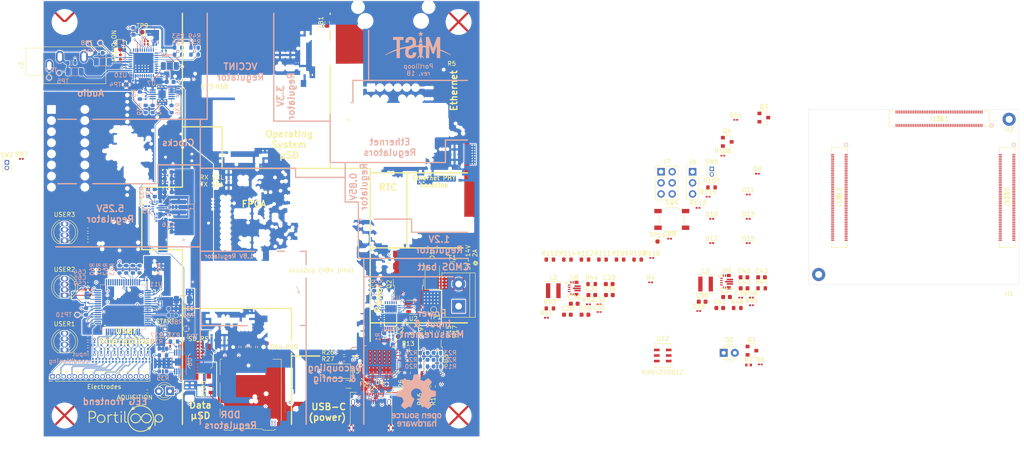
<source format=kicad_pcb>
(kicad_pcb (version 20171130) (host pcbnew 5.1.10)
  (title_block (title Portiloop) (date 2021-07-14) (rev 1B) (company MistLab) (comment 1 "Designed by Xavier L'Heureux"))
  (layers (0 F.Cu signal) (1 In1.Cu signal) (2 In2.Cu signal) (31 B.Cu signal) (34 B.Paste user hide) (35 F.Paste user hide) (36 B.SilkS user hide) (37 F.SilkS user hide) (38 B.Mask user hide) (39 F.Mask user hide) (44 Edge.Cuts user))
  (net 0 "")
  (net 1 GND)
  (net 2 /power/USB/+LDO_3V3)
  (net 3 "Net-(R10-Pad1)")
  (net 4 /power/USB/CLK)
  (net 5 /power/USB/MOSI)
  (net 6 "Net-(R9-Pad1)")
  (net 7 /power/USB/MISO)
  (net 8 /power/USB/~CE~)
  (net 9 /+1V8_ANA)
  (net 10 /power/audio-power/SET_1V8)
  (net 11 /power/audio-power/PGFB_1V8)
  (net 12 /power/audio-power/LIM_1V8)
  (net 13 /power/+5V25)
  (net 14 /+5V0_ANA)
  (net 15 +PL_HD)
  (net 16 /FPGA/FPGA_config/MODE1)
  (net 17 /FPGA/START_P)
  (net 18 /CTRL_SCL)
  (net 19 /CTRL_SDA)
  (net 20 +DDR_VDD1)
  (net 21 "Net-(C3-Pad2)")
  (net 22 "Net-(C4-Pad2)")
  (net 23 "Net-(C4-Pad1)")
  (net 24 /power/USB/CC1)
  (net 25 /power/USB/+LDO_1V8)
  (net 26 /power/USB/+USB_5V)
  (net 27 /power/USB/CC2)
  (net 28 /power/+PWR_IN)
  (net 29 /power/+PWR)
  (net 30 +3V3)
  (net 31 /SD_DATA/+PWR)
  (net 32 /audio/R)
  (net 33 /audio/+REG)
  (net 34 /EEG/REF_ELEC)
  (net 35 /EEG/BIASIN)
  (net 36 /EEG/IN1P)
  (net 37 /EEG/IN1N)
  (net 38 /EEG/IN2P)
  (net 39 /EEG/IN2N)
  (net 40 /EEG/IN3P)
  (net 41 /EEG/IN3N)
  (net 42 /EEG/IN4P)
  (net 43 /EEG/IN4N)
  (net 44 /EEG/IN5P)
  (net 45 /EEG/IN5N)
  (net 46 /EEG/IN6P)
  (net 47 /EEG/IN6N)
  (net 48 /EEG/IN7P)
  (net 49 /EEG/IN7N)
  (net 50 /EEG/IN8P)
  (net 51 /EEG/IN8N)
  (net 52 /EEG/BIASINV)
  (net 53 /EEG/VREFP)
  (net 54 "Net-(D4-Pad2)")
  (net 55 "Net-(D5-Pad2)")
  (net 56 "Net-(D6-Pad2)")
  (net 57 "Net-(D7-Pad2)")
  (net 58 "Net-(D8-Pad2)")
  (net 59 /power/+EXT_IN)
  (net 60 SHIELD)
  (net 61 /EEG/BIAS_ELEC_O)
  (net 62 /EEG/REF_ELEC_O)
  (net 63 /power/AD0)
  (net 64 /power/AD1)
  (net 65 /power/USB/~IRQ~)
  (net 66 /power/USB/ADCIN1)
  (net 67 /power/USB/ADCIN2)
  (net 68 /power/~ENA_EXT~)
  (net 69 /power/5V25/FB)
  (net 70 /power/audio-power/PGFB_5V0)
  (net 71 /audio/ADDR0)
  (net 72 /audio/ADDR1)
  (net 73 /audio/LEFT)
  (net 74 /audio/RIGHT)
  (net 75 /~AUDIO_PWDN~)
  (net 76 /AUDIO_SCL)
  (net 77 /AUDIO_SDA)
  (net 78 /EEG/BIASREF)
  (net 79 /START)
  (net 80 /~RESET~)
  (net 81 "Net-(U6-Pad10)")
  (net 82 /power/USB/RST)
  (net 83 "Net-(R13-Pad2)")
  (net 84 "Net-(R17-Pad1)")
  (net 85 "Net-(R27-Pad2)")
  (net 86 "Net-(U4-Pad15)")
  (net 87 "Net-(U4-Pad52)")
  (net 88 "Net-(L2-Pad1)")
  (net 89 "Net-(L3-Pad1)")
  (net 90 "Net-(L3-Pad2)")
  (net 91 /EEG/IN8_ON)
  (net 92 /EEG/IN8_OP)
  (net 93 /EEG/IN7_ON)
  (net 94 /EEG/IN7_OP)
  (net 95 /EEG/IN6_ON)
  (net 96 /EEG/IN6_OP)
  (net 97 /EEG/IN5_ON)
  (net 98 /EEG/IN5_OP)
  (net 99 /EEG/IN4_ON)
  (net 100 /EEG/IN4_OP)
  (net 101 /EEG/IN3_ON)
  (net 102 /EEG/IN3_OP)
  (net 103 /EEG/IN2_ON)
  (net 104 /EEG/IN2_OP)
  (net 105 /EEG/IN1_ON)
  (net 106 /EEG/IN1_OP)
  (net 107 /power/audio-power/SET_5V0)
  (net 108 /power/audio-power/LIM_5V0)
  (net 109 "Net-(R16-Pad1)")
  (net 110 /AUDIO_PWR_OK)
  (net 111 /audio/CM)
  (net 112 "Net-(R14-Pad1)")
  (net 113 "Net-(R15-Pad1)")
  (net 114 "Net-(R25-Pad2)")
  (net 115 "Net-(R26-Pad2)")
  (net 116 /power/USB/+VBUS)
  (net 117 /power/USB/+VIN_3V3)
  (net 118 "Net-(F1-Pad2)")
  (net 119 /audio/T)
  (net 120 /power/STAGE_1)
  (net 121 /USER)
  (net 122 "Net-(C17-Pad1)")
  (net 123 "Net-(C31-Pad1)")
  (net 124 "Net-(C39-Pad1)")
  (net 125 /+5V_SOM)
  (net 126 "Net-(C59-Pad2)")
  (net 127 "Net-(C61-Pad2)")
  (net 128 "Net-(C64-Pad2)")
  (net 129 "Net-(C65-Pad2)")
  (net 130 "Net-(D6-Pad3)")
  (net 131 "Net-(D6-Pad1)")
  (net 132 "Net-(D7-Pad3)")
  (net 133 "Net-(D7-Pad1)")
  (net 134 /SD_DAT0)
  (net 135 /SD_DAT1)
  (net 136 /SD_DAT2)
  (net 137 /SD_DAT3)
  (net 138 /SD_CMD)
  (net 139 /SD_CLK)
  (net 140 /~SD_CONNECTED~)
  (net 141 "Net-(J5-Pad10)")
  (net 142 "Net-(J5-Pad7)")
  (net 143 "Net-(J5-Pad5)")
  (net 144 "Net-(J5-Pad3)")
  (net 145 "Net-(J5-Pad2)")
  (net 146 "Net-(J5-Pad1)")
  (net 147 "Net-(J5-Pad8)")
  (net 148 /SoM/EXTRA_3)
  (net 149 /SoM/EXTRA_2)
  (net 150 /SoM/EXTRA_1)
  (net 151 /SoM/RXD)
  (net 152 /SoM/TXD)
  (net 153 /USER1_B)
  (net 154 /USER1_G)
  (net 155 /USER1_R)
  (net 156 /SoM/~PWR_ON~)
  (net 157 /SoM/BOOT_MODE0)
  (net 158 /SoM/~RESET~)
  (net 159 /SoM/BOOT_MODE1)
  (net 160 /AQUISITION)
  (net 161 /USER2_R)
  (net 162 /USER2_B)
  (net 163 /USER2_G)
  (net 164 /AUDIO_BCLK)
  (net 165 /AUDIO_SDATA)
  (net 166 /~EEG_DRDY~)
  (net 167 /AUDIO_LRCLK)
  (net 168 /EEG_START)
  (net 169 /AUDIO_MCLK)
  (net 170 /~EEG_CS~)
  (net 171 /EEG_MOSI)
  (net 172 /EEG_MISO)
  (net 173 /EEG_SCK)
  (net 174 /SoM/USB1_VBUS)
  (net 175 /SoM/VDD_3V3)
  (net 176 /SoM/VDDA_1V8)
  (net 177 /SoM/DCDC_3V3)
  (net 178 /SoM/NVCC_ENET_2V5)
  (net 179 /SoM/~POR~)
  (net 180 /SoM/CLK-)
  (net 181 /SoM/CLK+)
  (net 182 /SoM/ONOFF)
  (net 183 /~SD_RST~)
  (net 184 /~EEG_RESET~)
  (net 185 /~EEG_PWDN~)
  (net 186 /USER3_B)
  (net 187 /USER3_G)
  (net 188 /USER3_R)
  (net 189 "Net-(L1-Pad2)")
  (net 190 "Net-(L1-Pad1)")
  (net 191 "Net-(L2-Pad2)")
  (net 192 "Net-(Q2-Pad1)")
  (net 193 "Net-(R1-Pad1)")
  (net 194 /power/SD-power/FB)
  (net 195 /power/SoM-power/FB)
  (net 196 "Net-(R60-Pad2)")
  (net 197 "Net-(R61-Pad2)")
  (net 198 /power/USB/DN)
  (net 199 /power/USB/DP)
  (net 200 "Net-(D2-Pad2)")
  (net 201 "Net-(D8-Pad3)")
  (net 202 "Net-(D8-Pad1)")
  (net 203 "Net-(Q4-Pad3)")
  (net 204 /power/PG)
  (net 205 "Net-(R55-Pad2)")
  (net 206 "Net-(R62-Pad2)")
  (net 207 "Net-(TP9-Pad1)")
  (net 208 "Net-(Q1-Pad3)")
  (net 209 "Net-(Q3-Pad1)")
  (net 210 "Net-(R8-Pad2)")
  (net 211 "Net-(R29-Pad1)")
  (net 212 "Net-(R30-Pad2)")
  (net 213 "Net-(R41-Pad1)")
  (net 214 "Net-(R42-Pad2)")
  (net 215 "Net-(R45-Pad1)")
  (net 216 "Net-(R56-Pad2)")
  (net 217 "Net-(R63-Pad2)")
  (net 218 "Net-(R64-Pad1)")
  (net 219 "Net-(R110-Pad2)")
  (net 220 "Net-(R116-Pad1)")
  (module mist-eeg:TPS630702RNMR (layer F.Cu) (at 181.186801 89.386599)
    (fp_text reference U9 (at 0 -2.5) (layer F.SilkS))
    (fp_text value TPS63070)
    (fp_text user * (at -1.85 -0.95) (layer F.SilkS))
    (pad 15 smd rect (at -0.725 -1.4) (size 0.24 0.599999) (layers F.Cu F.Paste F.Mask) (net 215 "Net-(R45-Pad1)"))
    (pad 14 smd rect (at -0.225001 -1.4) (size 0.24 0.599999) (layers F.Cu F.Paste F.Mask) (net 110 /AUDIO_PWR_OK))
    (pad 13 smd rect (at 0.525 -1.4 90) (size 0.700001 0.850001) (layers F.Cu F.Paste F.Mask) (net 29 /power/+PWR))
    (pad 12 smd rect (at 0.525 -1.4 90) (size 0.700001 0.850001) (layers F.Cu F.Paste F.Mask) (net 29 /power/+PWR))
    (pad 11 smd rect (at 0.775 -0.499999 90) (size 0.349999 1.45) (layers F.Cu F.Paste F.Mask) (net 89 "Net-(L3-Pad1)"))
    (pad 10 smd rect (at 0.599999 0 90) (size 0.349999 1.799999) (layers F.Cu F.Paste F.Mask) (net 1 GND))
    (pad 9 smd rect (at 0.775 0.499999 90) (size 0.349999 1.45) (layers F.Cu F.Paste F.Mask) (net 90 "Net-(L3-Pad2)"))
    (pad 8 smd rect (at 0.525 1.4 90) (size 0.700001 0.850001) (layers F.Cu F.Paste F.Mask) (net 125 /+5V_SOM))
    (pad 7 smd rect (at 0.525 1.4 90) (size 0.700001 0.850001) (layers F.Cu F.Paste F.Mask) (net 125 /+5V_SOM))
    (pad 6 smd rect (at -0.225001 1.4) (size 0.24 0.599999) (layers F.Cu F.Paste F.Mask) (net 1 GND))
    (pad 5 smd rect (at -0.725 1.4) (size 0.24 0.599999) (layers F.Cu F.Paste F.Mask) (net 195 /power/SoM-power/FB))
    (pad 4 smd rect (at -1.15 0.749998 90) (size 0.24 0.599999) (layers F.Cu F.Paste F.Mask) (net 1 GND))
    (pad 3 smd rect (at -1.15 0.25 90) (size 0.24 0.599999) (layers F.Cu F.Paste F.Mask) (net 124 "Net-(C39-Pad1)"))
    (pad 2 smd rect (at -1.15 -0.250002 90) (size 0.24 0.599999) (layers F.Cu F.Paste F.Mask) (net 204 /power/PG))
    (pad 1 smd rect (at -1.15 -0.750001 90) (size 0.24 0.599999) (layers F.Cu F.Paste F.Mask) (net 215 "Net-(R45-Pad1)"))
  )
  (module mist-eeg:TPS630702RNMR (layer F.Cu) (at 146.396201 90.924099)
    (fp_text reference U8 (at 0 -2.5) (layer F.SilkS))
    (fp_text value TPS63070)
    (fp_text user * (at -1.85 -0.95) (layer F.SilkS))
    (pad 15 smd rect (at -0.725 -1.4) (size 0.24 0.599999) (layers F.Cu F.Paste F.Mask) (net 213 "Net-(R41-Pad1)"))
    (pad 14 smd rect (at -0.225001 -1.4) (size 0.24 0.599999) (layers F.Cu F.Paste F.Mask) (net 214 "Net-(R42-Pad2)"))
    (pad 13 smd rect (at 0.525 -1.4 90) (size 0.700001 0.850001) (layers F.Cu F.Paste F.Mask) (net 29 /power/+PWR))
    (pad 12 smd rect (at 0.525 -1.4 90) (size 0.700001 0.850001) (layers F.Cu F.Paste F.Mask) (net 29 /power/+PWR))
    (pad 11 smd rect (at 0.775 -0.499999 90) (size 0.349999 1.45) (layers F.Cu F.Paste F.Mask) (net 88 "Net-(L2-Pad1)"))
    (pad 10 smd rect (at 0.599999 0 90) (size 0.349999 1.799999) (layers F.Cu F.Paste F.Mask) (net 1 GND))
    (pad 9 smd rect (at 0.775 0.499999 90) (size 0.349999 1.45) (layers F.Cu F.Paste F.Mask) (net 191 "Net-(L2-Pad2)"))
    (pad 8 smd rect (at 0.525 1.4 90) (size 0.700001 0.850001) (layers F.Cu F.Paste F.Mask) (net 30 +3V3))
    (pad 7 smd rect (at 0.525 1.4 90) (size 0.700001 0.850001) (layers F.Cu F.Paste F.Mask) (net 30 +3V3))
    (pad 6 smd rect (at -0.225001 1.4) (size 0.24 0.599999) (layers F.Cu F.Paste F.Mask) (net 1 GND))
    (pad 5 smd rect (at -0.725 1.4) (size 0.24 0.599999) (layers F.Cu F.Paste F.Mask) (net 194 /power/SD-power/FB))
    (pad 4 smd rect (at -1.15 0.749998 90) (size 0.24 0.599999) (layers F.Cu F.Paste F.Mask) (net 1 GND))
    (pad 3 smd rect (at -1.15 0.25 90) (size 0.24 0.599999) (layers F.Cu F.Paste F.Mask) (net 123 "Net-(C31-Pad1)"))
    (pad 2 smd rect (at -1.15 -0.250002 90) (size 0.24 0.599999) (layers F.Cu F.Paste F.Mask) (net 120 /power/STAGE_1))
    (pad 1 smd rect (at -1.15 -0.750001 90) (size 0.24 0.599999) (layers F.Cu F.Paste F.Mask) (net 213 "Net-(R41-Pad1)"))
  )
  (module mist-eeg:TPS630702RNMR (layer B.Cu) (at 51.3207 72.5043)
    (fp_text reference U5 (at -2.5781 0.762) (layer B.SilkS) (effects (justify mirror)))
    (fp_text value TPS63070)
    (fp_text user * (at -1.8542 1.5494) (layer B.SilkS) (effects (justify mirror)))
    (pad 15 smd rect (at -0.725 1.4) (size 0.24 0.599999) (layers B.Cu B.Paste B.Mask) (net 211 "Net-(R29-Pad1)"))
    (pad 14 smd rect (at -0.225001 1.4) (size 0.24 0.599999) (layers B.Cu B.Paste B.Mask) (net 212 "Net-(R30-Pad2)"))
    (pad 13 smd rect (at 0.525 1.4 270) (size 0.700001 0.850001) (layers B.Cu B.Paste B.Mask) (net 29 /power/+PWR))
    (pad 12 smd rect (at 0.525 1.4 270) (size 0.700001 0.850001) (layers B.Cu B.Paste B.Mask) (net 29 /power/+PWR))
    (pad 11 smd rect (at 0.775 0.499999 270) (size 0.349999 1.45) (layers B.Cu B.Paste B.Mask) (net 190 "Net-(L1-Pad1)"))
    (pad 10 smd rect (at 0.599999 0 270) (size 0.349999 1.799999) (layers B.Cu B.Paste B.Mask) (net 1 GND))
    (pad 9 smd rect (at 0.775 -0.499999 270) (size 0.349999 1.45) (layers B.Cu B.Paste B.Mask) (net 189 "Net-(L1-Pad2)"))
    (pad 8 smd rect (at 0.525 -1.4 270) (size 0.700001 0.850001) (layers B.Cu B.Paste B.Mask) (net 13 /power/+5V25))
    (pad 7 smd rect (at 0.525 -1.4 270) (size 0.700001 0.850001) (layers B.Cu B.Paste B.Mask) (net 13 /power/+5V25))
    (pad 6 smd rect (at -0.225001 -1.4) (size 0.24 0.599999) (layers B.Cu B.Paste B.Mask) (net 1 GND))
    (pad 5 smd rect (at -0.725 -1.4) (size 0.24 0.599999) (layers B.Cu B.Paste B.Mask) (net 69 /power/5V25/FB))
    (pad 4 smd rect (at -1.15 -0.749998 270) (size 0.24 0.599999) (layers B.Cu B.Paste B.Mask) (net 1 GND))
    (pad 3 smd rect (at -1.15 -0.25 270) (size 0.24 0.599999) (layers B.Cu B.Paste B.Mask) (net 122 "Net-(C17-Pad1)"))
    (pad 2 smd rect (at -1.15 0.250002 270) (size 0.24 0.599999) (layers B.Cu B.Paste B.Mask) (net 120 /power/STAGE_1))
    (pad 1 smd rect (at -1.15 0.750001 270) (size 0.24 0.599999) (layers B.Cu B.Paste B.Mask) (net 211 "Net-(R29-Pad1)"))
  )
  (module mist-eeg:MountingHole_1.6mm (layer F.Cu) (at 245.75 52.25)
    (fp_text reference H2 (at 0 2.38) (layer F.SilkS))
    (fp_text value MountingHole)
    (pad 1 thru_hole circle (at 0 0) (size 3 3) (drill 1.6) (layers *.Cu *.Mask) (net 60 SHIELD))
  )
  (module mist-eeg:MountingHole_1.6mm (layer F.Cu) (at 245.75 89.75)
    (fp_text reference H1 (at 0 2.38) (layer F.SilkS))
    (fp_text value MountingHole)
    (pad 1 thru_hole circle (at -43.5 -2) (size 3 3) (drill 1.6) (layers *.Cu *.Mask) (net 60 SHIELD))
  )
  (module Connector_Card:microSD_HC_Hirose_DM3AT-SF-PEJM5 (layer F.Cu) (at 72.5 115)
    (fp_text reference J5 hide)
    (fp_text value Micro_SD_Card_Det hide)
    (pad 11 smd rect (at 6.675 7.375) (size 1.3 1.9) (layers F.Cu F.Paste F.Mask) (net 60 SHIELD))
    (pad 11 smd rect (at -6.825 6.925) (size 1 2.8) (layers F.Cu F.Paste F.Mask) (net 60 SHIELD))
    (pad 10 smd rect (at -6.825 2.775) (size 1 0.8) (layers F.Cu F.Paste F.Mask) (net 141 "Net-(J5-Pad10)"))
    (pad 11 smd rect (at -6.825 -3.425) (size 1 1.2) (layers F.Cu F.Paste F.Mask) (net 60 SHIELD))
    (pad 11 smd rect (at 4.325 -7.725) (size 1 1.2) (layers F.Cu F.Paste F.Mask) (net 60 SHIELD))
    (pad 7 smd rect (at -3.825 -7.725) (size 0.7 1.2) (layers F.Cu F.Paste F.Mask) (net 142 "Net-(J5-Pad7)"))
    (pad 6 smd rect (at -2.725 -7.725) (size 0.7 1.2) (layers F.Cu F.Paste F.Mask) (net 1 GND))
    (pad 5 smd rect (at -1.625 -7.725) (size 0.7 1.2) (layers F.Cu F.Paste F.Mask) (net 143 "Net-(J5-Pad5)"))
    (pad 4 smd rect (at -0.525 -7.725) (size 0.7 1.2) (layers F.Cu F.Paste F.Mask) (net 31 /SD_DATA/+PWR))
    (pad 3 smd rect (at 0.575 -7.725) (size 0.7 1.2) (layers F.Cu F.Paste F.Mask) (net 144 "Net-(J5-Pad3)"))
    (pad 2 smd rect (at 1.675 -7.725) (size 0.7 1.2) (layers F.Cu F.Paste F.Mask) (net 145 "Net-(J5-Pad2)"))
    (pad 1 smd rect (at 2.775 -7.725) (size 0.7 1.2) (layers F.Cu F.Paste F.Mask) (net 146 "Net-(J5-Pad1)"))
    (pad 8 smd rect (at -4.925 -7.725) (size 0.7 1.2) (layers F.Cu F.Paste F.Mask) (net 147 "Net-(J5-Pad8)"))
    (pad 9 smd rect (at -5.875 -7.725) (size 0.7 1.2) (layers F.Cu F.Paste F.Mask) (net 1 GND))
  )
  (module mist-eeg:NX5427001Z (layer F.Cu) (at 166.6303 106.2715)
    (fp_text reference U12 (at 0 -3.88) (layer F.SilkS))
    (fp_text value NX5427001Z (at 0 3.87) (layer F.SilkS))
    (pad 6 smd rect (at 1.3589 -1.27) (size 1.2954 0.5842) (layers F.Cu F.Paste F.Mask) (net 30 +3V3))
    (pad 5 smd rect (at 1.3589 0) (size 1.2954 0.5842) (layers F.Cu F.Paste F.Mask) (net 180 /SoM/CLK-))
    (pad 4 smd rect (at 1.3589 1.27) (size 1.2954 0.5842) (layers F.Cu F.Paste F.Mask) (net 181 /SoM/CLK+))
    (pad 3 smd rect (at -1.3589 1.27) (size 1.2954 0.5842) (layers F.Cu F.Paste F.Mask) (net 1 GND))
    (pad 2 smd rect (at -1.3589 0) (size 1.2954 0.5842) (layers F.Cu F.Paste F.Mask))
    (pad 1 smd rect (at -1.3589 -1.27) (size 1.2954 0.5842) (layers F.Cu F.Paste F.Mask) (net 220 "Net-(R116-Pad1)"))
  )
  (module Resistor_SMD:R_0402_1005Metric (layer F.Cu) (at 186.2359 108.434)
    (fp_text reference R7 (at 0 -1.17) (layer F.SilkS))
    (fp_text value 1k)
    (pad 2 smd roundrect (at 0.51 0) (size 0.54 0.64) (layers F.Cu F.Paste F.Mask) (net 200 "Net-(D2-Pad2)"))
    (pad 1 smd roundrect (at -0.51 0) (size 0.54 0.64) (layers F.Cu F.Paste F.Mask) (net 208 "Net-(Q1-Pad3)"))
  )
  (module Resistor_SMD:R_0201_0603Metric (layer F.Cu) (at 188.9159 108.314)
    (fp_text reference R6 (at 0 -1.05) (layer F.SilkS))
    (fp_text value 4k7)
    (pad 2 smd roundrect (at 0.32 0) (size 0.46 0.4) (layers F.Cu F.Mask) (net 125 /+5V_SOM))
    (pad 1 smd roundrect (at -0.32 0) (size 0.46 0.4) (layers F.Cu F.Mask) (net 204 /power/PG))
  )
  (module Package_TO_SOT_SMD:SOT-23 (layer F.Cu) (at 187.0059 105.164)
    (fp_text reference Q1 (at 0 -2.5) (layer F.SilkS))
    (fp_text value "NMOS_DGS (5V)")
    (pad 3 smd rect (at 1 0) (size 0.9 0.8) (layers F.Cu F.Paste F.Mask) (net 208 "Net-(Q1-Pad3)"))
    (pad 2 smd rect (at -1 0.95) (size 0.9 0.8) (layers F.Cu F.Paste F.Mask) (net 204 /power/PG))
    (pad 1 smd rect (at -1 -0.95) (size 0.9 0.8) (layers F.Cu F.Paste F.Mask) (net 125 /+5V_SOM))
  )
  (module LED_THT:LED_D3.0mm (layer F.Cu) (at 180.5559 105.664)
    (fp_text reference D2 (at 1.27 -2.96) (layer F.SilkS))
    (fp_text value ON)
    (pad 2 thru_hole circle (at 2.54 0) (size 1.8 1.8) (drill 0.9) (layers *.Cu *.Mask) (net 200 "Net-(D2-Pad2)"))
    (pad 1 thru_hole rect (at 0 0) (size 1.8 1.8) (drill 0.9) (layers *.Cu *.Mask) (net 1 GND))
  )
  (module Connector_USB:USB_C_Receptacle_Amphenol_12401610E4-2A (layer F.Cu) (at 100.0125 120.0531)
    (fp_text reference J2 (at 0 -6.36) (layer F.SilkS))
    (fp_text value USB_C_Receptacle)
    (pad B12 smd rect (at -3 -3.32) (size 0.3 0.7) (layers F.Cu F.Paste F.Mask) (net 1 GND))
    (pad B11 smd rect (at -2.5 -3.32) (size 0.3 0.7) (layers F.Cu F.Paste F.Mask))
    (pad B10 smd rect (at -2 -3.32) (size 0.3 0.7) (layers F.Cu F.Paste F.Mask))
    (pad B9 smd rect (at -1.5 -3.32) (size 0.3 0.7) (layers F.Cu F.Paste F.Mask) (net 26 /power/USB/+USB_5V))
    (pad B8 smd rect (at -1 -3.32) (size 0.3 0.7) (layers F.Cu F.Paste F.Mask))
    (pad B7 smd rect (at -0.5 -3.32) (size 0.3 0.7) (layers F.Cu F.Paste F.Mask) (net 198 /power/USB/DN))
    (pad B6 smd rect (at 0 -3.32) (size 0.3 0.7) (layers F.Cu F.Paste F.Mask) (net 199 /power/USB/DP))
    (pad B5 smd rect (at 0.5 -3.32) (size 0.3 0.7) (layers F.Cu F.Paste F.Mask) (net 27 /power/USB/CC2))
    (pad B4 smd rect (at 1 -3.32) (size 0.3 0.7) (layers F.Cu F.Paste F.Mask) (net 26 /power/USB/+USB_5V))
    (pad B3 smd rect (at 1.5 -3.32) (size 0.3 0.7) (layers F.Cu F.Paste F.Mask))
    (pad B2 smd rect (at 2 -3.32) (size 0.3 0.7) (layers F.Cu F.Paste F.Mask))
    (pad "" np_thru_hole circle (at -3.6 -4.36) (size 0.65 0.65) (drill 0.65) (layers *.Cu *.Mask))
    (pad "" np_thru_hole oval (at 3.6 -4.36) (size 0.95 0.65) (drill oval 0.95 0.65) (layers *.Cu *.Mask))
    (pad S1 thru_hole oval (at -4.49 2.84) (size 0.8 1.4) (drill oval 0.5 1.1) (layers *.Cu *.Mask) (net 60 SHIELD))
    (pad S1 thru_hole oval (at 4.49 2.84) (size 0.8 1.4) (drill oval 0.5 1.1) (layers *.Cu *.Mask) (net 60 SHIELD))
    (pad S1 thru_hole oval (at 4.13 -3.11) (size 0.8 1.4) (drill oval 0.5 1.1) (layers *.Cu *.Mask) (net 60 SHIELD))
    (pad B1 smd rect (at 2.5 -3.32) (size 0.3 0.7) (layers F.Cu F.Paste F.Mask) (net 1 GND))
    (pad A11 smd rect (at 2.25 -5.02) (size 0.3 0.7) (layers F.Cu F.Paste F.Mask))
    (pad A8 smd rect (at 0.75 -5.02) (size 0.3 0.7) (layers F.Cu F.Paste F.Mask))
    (pad A9 smd rect (at 1.25 -5.02) (size 0.3 0.7) (layers F.Cu F.Paste F.Mask) (net 26 /power/USB/+USB_5V))
    (pad A10 smd rect (at 1.75 -5.02) (size 0.3 0.7) (layers F.Cu F.Paste F.Mask))
    (pad A12 smd rect (at 2.75 -5.02) (size 0.3 0.7) (layers F.Cu F.Paste F.Mask) (net 1 GND))
    (pad A7 smd rect (at 0.25 -5.02) (size 0.3 0.7) (layers F.Cu F.Paste F.Mask) (net 198 /power/USB/DN))
    (pad A6 smd rect (at -0.25 -5.02) (size 0.3 0.7) (layers F.Cu F.Paste F.Mask) (net 199 /power/USB/DP))
    (pad A5 smd rect (at -0.75 -5.02) (size 0.3 0.7) (layers F.Cu F.Paste F.Mask) (net 24 /power/USB/CC1))
    (pad A4 smd rect (at -1.25 -5.02) (size 0.3 0.7) (layers F.Cu F.Paste F.Mask) (net 26 /power/USB/+USB_5V))
    (pad A3 smd rect (at -1.75 -5.02) (size 0.3 0.7) (layers F.Cu F.Paste F.Mask))
    (pad A2 smd rect (at -2.25 -5.02) (size 0.3 0.7) (layers F.Cu F.Paste F.Mask))
    (pad A1 smd rect (at -2.75 -5.02) (size 0.3 0.7) (layers F.Cu F.Paste F.Mask) (net 1 GND))
    (pad S1 thru_hole oval (at -4.13 -3.11) (size 0.8 1.4) (drill oval 0.5 1.1) (layers *.Cu *.Mask) (net 60 SHIELD))
  )
  (module Diode_SMD:D_0201_0603Metric (layer F.Cu) (at 186.1568 80.5616)
    (fp_text reference D15 (at 0 -1.05) (layer F.SilkS))
    (fp_text value TPD1E6B06DPLR)
    (pad 2 smd roundrect (at 0.32 0) (size 0.46 0.4) (layers F.Cu F.Mask) (net 1 GND))
    (pad 1 smd roundrect (at -0.32 0) (size 0.46 0.4) (layers F.Cu F.Mask) (net 140 /~SD_CONNECTED~))
  )
  (module Diode_SMD:D_0201_0603Metric (layer F.Cu) (at 183.3181 52.3674)
    (fp_text reference D14 (at 0 -1.05) (layer F.SilkS))
    (fp_text value TPD1E6B06DPLR)
    (pad 2 smd roundrect (at 0.32 0) (size 0.46 0.4) (layers F.Cu F.Mask) (net 1 GND))
    (pad 1 smd roundrect (at -0.32 0) (size 0.46 0.4) (layers F.Cu F.Mask) (net 139 /SD_CLK))
  )
  (module Diode_SMD:D_0201_0603Metric (layer F.Cu) (at 186.1568 75.0116)
    (fp_text reference D13 (at 0 -1.05) (layer F.SilkS))
    (fp_text value TPD1E6B06DPLR)
    (pad 2 smd roundrect (at 0.32 0) (size 0.46 0.4) (layers F.Cu F.Mask) (net 1 GND))
    (pad 1 smd roundrect (at -0.32 0) (size 0.46 0.4) (layers F.Cu F.Mask) (net 138 /SD_CMD))
  )
  (module Diode_SMD:D_0201_0603Metric (layer F.Cu) (at 177.8068 80.5616)
    (fp_text reference D12 (at 0 -1.05) (layer F.SilkS))
    (fp_text value TPD1E6B06DPLR)
    (pad 2 smd roundrect (at 0.32 0) (size 0.46 0.4) (layers F.Cu F.Mask) (net 1 GND))
    (pad 1 smd roundrect (at -0.32 0) (size 0.46 0.4) (layers F.Cu F.Mask) (net 137 /SD_DAT3))
  )
  (module Diode_SMD:D_0201_0603Metric (layer F.Cu) (at 186.1568 69.4616)
    (fp_text reference D11 (at 0 -1.05) (layer F.SilkS))
    (fp_text value TPD1E6B06DPLR)
    (pad 2 smd roundrect (at 0.32 0) (size 0.46 0.4) (layers F.Cu F.Mask) (net 1 GND))
    (pad 1 smd roundrect (at -0.32 0) (size 0.46 0.4) (layers F.Cu F.Mask) (net 136 /SD_DAT2))
  )
  (module Diode_SMD:D_0201_0603Metric (layer F.Cu) (at 177.8068 75.0116)
    (fp_text reference D10 (at 0 -1.05) (layer F.SilkS))
    (fp_text value TPD1E6B06DPLR)
    (pad 2 smd roundrect (at 0.32 0) (size 0.46 0.4) (layers F.Cu F.Mask) (net 1 GND))
    (pad 1 smd roundrect (at -0.32 0) (size 0.46 0.4) (layers F.Cu F.Mask) (net 135 /SD_DAT1))
  )
  (module Diode_SMD:D_0201_0603Metric (layer F.Cu) (at 188.2462 64.6991)
    (fp_text reference D9 (at 0 -1.05) (layer F.SilkS))
    (fp_text value TPD1E6B06DPLR)
    (pad 2 smd roundrect (at 0.32 0) (size 0.46 0.4) (layers F.Cu F.Mask) (net 1 GND))
    (pad 1 smd roundrect (at -0.32 0) (size 0.46 0.4) (layers F.Cu F.Mask) (net 134 /SD_DAT0))
  )
  (module TestPoint:TestPoint_Pad_D1.0mm (layer F.Cu) (at 165.4462 80.1991)
    (fp_text reference TP11 (at 0 -1.448) (layer F.SilkS))
    (fp_text value ~POR~)
    (pad 1 smd circle (at 0 0) (size 1 1) (layers F.Cu F.Mask) (net 179 /SoM/~POR~))
  )
  (module Connector_PinHeader_1.27mm:PinHeader_1x02_P1.27mm_Vertical (layer F.Cu) (at 177.8462 63.5991)
    (fp_text reference SW5 (at 0 -1.695) (layer F.SilkS))
    (fp_text value ONOFF)
    (pad 2 thru_hole oval (at 0 1.27) (size 1 1) (drill 0.65) (layers *.Cu *.Mask) (net 182 /SoM/ONOFF))
    (pad 1 thru_hole rect (at 0 0) (size 1 1) (drill 0.65) (layers *.Cu *.Mask) (net 1 GND))
  )
  (module Button_Switch_SMD:SW_SPST_TL3342 (layer F.Cu) (at 168.6962 75.1491)
    (fp_text reference SW4 (at 0 -3.75) (layer F.SilkS))
    (fp_text value RESET)
    (pad 2 smd rect (at 3.15 1.9) (size 1.7 1) (layers F.Cu F.Paste F.Mask) (net 219 "Net-(R110-Pad2)"))
    (pad 2 smd rect (at -3.15 1.9) (size 1.7 1) (layers F.Cu F.Paste F.Mask) (net 219 "Net-(R110-Pad2)"))
    (pad 1 smd rect (at 3.15 -1.9) (size 1.7 1) (layers F.Cu F.Paste F.Mask) (net 1 GND))
    (pad 1 smd rect (at -3.15 -1.9) (size 1.7 1) (layers F.Cu F.Paste F.Mask) (net 1 GND))
  )
  (module Resistor_SMD:R_0201_0603Metric (layer F.Cu) (at 164.1262 83.9491)
    (fp_text reference R116 (at 0 -1.05) (layer F.SilkS))
    (fp_text value 4k7)
    (pad 2 smd roundrect (at 0.32 0) (size 0.46 0.4) (layers F.Cu F.Mask) (net 30 +3V3))
    (pad 1 smd roundrect (at -0.32 0) (size 0.46 0.4) (layers F.Cu F.Mask) (net 220 "Net-(R116-Pad1)"))
  )
  (module Resistor_SMD:R_0201_0603Metric (layer F.Cu) (at 176.9962 69.9591)
    (fp_text reference R115 (at 0 -1.05) (layer F.SilkS))
    (fp_text value 4k7)
    (pad 2 smd roundrect (at 0.32 0) (size 0.46 0.4) (layers F.Cu F.Mask) (net 159 /SoM/BOOT_MODE1))
    (pad 1 smd roundrect (at -0.32 0) (size 0.46 0.4) (layers F.Cu F.Mask) (net 1 GND))
  )
  (module Resistor_SMD:R_0603_1608Metric (layer F.Cu) (at 144.8562 84.3291)
    (fp_text reference R114 (at 0 -1.43) (layer F.SilkS))
    (fp_text value DNF)
    (pad 2 smd roundrect (at 0.825 0) (size 0.8 0.95) (layers F.Cu F.Paste F.Mask) (net 175 /SoM/VDD_3V3))
    (pad 1 smd roundrect (at -0.825 0) (size 0.8 0.95) (layers F.Cu F.Paste F.Mask) (net 159 /SoM/BOOT_MODE1))
  )
  (module Resistor_SMD:R_0201_0603Metric (layer F.Cu) (at 174.6962 72.4991)
    (fp_text reference R113 (at 0 -1.05) (layer F.SilkS))
    (fp_text value 4k7)
    (pad 2 smd roundrect (at 0.32 0) (size 0.46 0.4) (layers F.Cu F.Mask) (net 157 /SoM/BOOT_MODE0))
    (pad 1 smd roundrect (at -0.32 0) (size 0.46 0.4) (layers F.Cu F.Mask) (net 1 GND))
  )
  (module Resistor_SMD:R_0603_1608Metric (layer F.Cu) (at 148.8662 84.3291)
    (fp_text reference R112 (at 0 -1.43) (layer F.SilkS))
    (fp_text value DNF)
    (pad 2 smd roundrect (at 0.825 0) (size 0.8 0.95) (layers F.Cu F.Paste F.Mask) (net 175 /SoM/VDD_3V3))
    (pad 1 smd roundrect (at -0.825 0) (size 0.8 0.95) (layers F.Cu F.Paste F.Mask) (net 157 /SoM/BOOT_MODE0))
  )
  (module Resistor_SMD:R_0603_1608Metric (layer F.Cu) (at 152.8762 84.3291)
    (fp_text reference R111 (at 0 -1.43) (layer F.SilkS))
    (fp_text value DNF)
    (pad 2 smd roundrect (at 0.825 0) (size 0.8 0.95) (layers F.Cu F.Paste F.Mask) (net 219 "Net-(R110-Pad2)"))
    (pad 1 smd roundrect (at -0.825 0) (size 0.8 0.95) (layers F.Cu F.Paste F.Mask) (net 156 /SoM/~PWR_ON~))
  )
  (module Resistor_SMD:R_0603_1608Metric (layer F.Cu) (at 140.8462 84.3291)
    (fp_text reference R110 (at 0 -1.43) (layer F.SilkS))
    (fp_text value 0R)
    (pad 2 smd roundrect (at 0.825 0) (size 0.8 0.95) (layers F.Cu F.Paste F.Mask) (net 219 "Net-(R110-Pad2)"))
    (pad 1 smd roundrect (at -0.825 0) (size 0.8 0.95) (layers F.Cu F.Paste F.Mask) (net 158 /SoM/~RESET~))
  )
  (module Resistor_SMD:R_0603_1608Metric (layer F.Cu) (at 156.8862 84.3291)
    (fp_text reference R109 (at 0 -1.43) (layer F.SilkS))
    (fp_text value DNF)
    (pad 2 smd roundrect (at 0.825 0) (size 0.8 0.95) (layers F.Cu F.Paste F.Mask) (net 30 +3V3))
    (pad 1 smd roundrect (at -0.825 0) (size 0.8 0.95) (layers F.Cu F.Paste F.Mask) (net 30 +3V3))
  )
  (module Resistor_SMD:R_0603_1608Metric (layer F.Cu) (at 160.8962 84.3291)
    (fp_text reference R108 (at 0 -1.43) (layer F.SilkS))
    (fp_text value DNF)
    (pad 2 smd roundrect (at 0.825 0) (size 0.8 0.95) (layers F.Cu F.Paste F.Mask) (net 30 +3V3))
    (pad 1 smd roundrect (at -0.825 0) (size 0.8 0.95) (layers F.Cu F.Paste F.Mask) (net 177 /SoM/DCDC_3V3))
  )
  (module Resistor_SMD:R_0603_1608Metric (layer F.Cu) (at 177.7762 67.8291)
    (fp_text reference R107 (at 0 -1.43) (layer F.SilkS))
    (fp_text value 0R)
    (pad 2 smd roundrect (at 0.825 0) (size 0.8 0.95) (layers F.Cu F.Paste F.Mask) (net 30 +3V3))
    (pad 1 smd roundrect (at -0.825 0) (size 0.8 0.95) (layers F.Cu F.Paste F.Mask) (net 175 /SoM/VDD_3V3))
  )
  (module Resistor_SMD:R_0201_0603Metric (layer F.Cu) (at 180.3681 60.5674)
    (fp_text reference R106 (at 0 -1.05) (layer F.SilkS))
    (fp_text value 4k7)
    (pad 2 smd roundrect (at 0.32 0) (size 0.46 0.4) (layers F.Cu F.Mask) (net 209 "Net-(Q3-Pad1)"))
    (pad 1 smd roundrect (at -0.32 0) (size 0.46 0.4) (layers F.Cu F.Mask) (net 30 +3V3))
  )
  (module Resistor_SMD:R_0603_1608Metric (layer F.Cu) (at 183.6568 95.4016)
    (fp_text reference R48 (at 0 -1.43) (layer F.SilkS))
    (fp_text value 10k)
    (pad 2 smd roundrect (at 0.825 0) (size 0.8 0.95) (layers F.Cu F.Paste F.Mask) (net 1 GND))
    (pad 1 smd roundrect (at -0.825 0) (size 0.8 0.95) (layers F.Cu F.Paste F.Mask) (net 195 /power/SoM-power/FB))
  )
  (module Resistor_SMD:R_0603_1608Metric (layer F.Cu) (at 189.2268 90.9016)
    (fp_text reference R47 (at 0 -1.43) (layer F.SilkS))
    (fp_text value 52k5)
    (pad 2 smd roundrect (at 0.825 0) (size 0.8 0.95) (layers F.Cu F.Paste F.Mask) (net 195 /power/SoM-power/FB))
    (pad 1 smd roundrect (at -0.825 0) (size 0.8 0.95) (layers F.Cu F.Paste F.Mask) (net 125 /+5V_SOM))
  )
  (module Resistor_SMD:R_0201_0603Metric (layer F.Cu) (at 186.8868 93.0316)
    (fp_text reference R46 (at 0 -1.05) (layer F.SilkS))
    (fp_text value 4k7)
    (pad 2 smd roundrect (at 0.32 0) (size 0.46 0.4) (layers F.Cu F.Mask) (net 110 /AUDIO_PWR_OK))
    (pad 1 smd roundrect (at -0.32 0) (size 0.46 0.4) (layers F.Cu F.Mask) (net 29 /power/+PWR))
  )
  (module Resistor_SMD:R_0201_0603Metric (layer F.Cu) (at 186.8868 94.7816)
    (fp_text reference R45 (at 0 -1.05) (layer F.SilkS))
    (fp_text value 4k7)
    (pad 2 smd roundrect (at 0.32 0) (size 0.46 0.4) (layers F.Cu F.Mask) (net 29 /power/+PWR))
    (pad 1 smd roundrect (at -0.32 0) (size 0.46 0.4) (layers F.Cu F.Mask) (net 215 "Net-(R45-Pad1)"))
  )
  (module Resistor_SMD:R_0603_1608Metric (layer F.Cu) (at 150.3962 89.9291)
    (fp_text reference R44 (at 0 -1.43) (layer F.SilkS))
    (fp_text value 10k)
    (pad 2 smd roundrect (at 0.825 0) (size 0.8 0.95) (layers F.Cu F.Paste F.Mask) (net 1 GND))
    (pad 1 smd roundrect (at -0.825 0) (size 0.8 0.95) (layers F.Cu F.Paste F.Mask) (net 194 /power/SD-power/FB))
  )
  (module Resistor_SMD:R_0603_1608Metric (layer F.Cu) (at 140.8462 95.4991)
    (fp_text reference R43 (at 0 -1.43) (layer F.SilkS))
    (fp_text value 31k3)
    (pad 2 smd roundrect (at 0.825 0) (size 0.8 0.95) (layers F.Cu F.Paste F.Mask) (net 194 /power/SD-power/FB))
    (pad 1 smd roundrect (at -0.825 0) (size 0.8 0.95) (layers F.Cu F.Paste F.Mask) (net 30 +3V3))
  )
  (module Resistor_SMD:R_0201_0603Metric (layer F.Cu) (at 149.6462 94.5691)
    (fp_text reference R42 (at 0 -1.05) (layer F.SilkS))
    (fp_text value 4k7)
    (pad 2 smd roundrect (at 0.32 0) (size 0.46 0.4) (layers F.Cu F.Mask) (net 214 "Net-(R42-Pad2)"))
    (pad 1 smd roundrect (at -0.32 0) (size 0.46 0.4) (layers F.Cu F.Mask) (net 29 /power/+PWR))
  )
  (module Resistor_SMD:R_0201_0603Metric (layer F.Cu) (at 140.0662 97.6291)
    (fp_text reference R41 (at 0 -1.05) (layer F.SilkS))
    (fp_text value 4k7)
    (pad 2 smd roundrect (at 0.32 0) (size 0.46 0.4) (layers F.Cu F.Mask) (net 29 /power/+PWR))
    (pad 1 smd roundrect (at -0.32 0) (size 0.46 0.4) (layers F.Cu F.Mask) (net 213 "Net-(R41-Pad1)"))
  )
  (module Resistor_SMD:R_0201_0603Metric (layer F.Cu) (at 163.8762 89.5491)
    (fp_text reference R4 (at 0 -1.05) (layer F.SilkS))
    (fp_text value 4k7)
    (pad 2 smd roundrect (at 0.32 0) (size 0.46 0.4) (layers F.Cu F.Mask) (net 13 /power/+5V25))
    (pad 1 smd roundrect (at -0.32 0) (size 0.46 0.4) (layers F.Cu F.Mask) (net 120 /power/STAGE_1))
  )
  (module Package_TO_SOT_SMD:SOT-23 (layer F.Cu) (at 181.3681 57.4174)
    (fp_text reference Q4 (at 0 -2.5) (layer F.SilkS))
    (fp_text value "PMOS_DGS (3.3V @ 1A)")
    (pad 3 smd rect (at 1 0) (size 0.9 0.8) (layers F.Cu F.Paste F.Mask) (net 203 "Net-(Q4-Pad3)"))
    (pad 2 smd rect (at -1 0.95) (size 0.9 0.8) (layers F.Cu F.Paste F.Mask) (net 209 "Net-(Q3-Pad1)"))
    (pad 1 smd rect (at -1 -0.95) (size 0.9 0.8) (layers F.Cu F.Paste F.Mask) (net 31 /SD_DATA/+PWR))
  )
  (module Package_TO_SOT_SMD:SOT-23 (layer F.Cu) (at 189.7181 51.8674)
    (fp_text reference Q3 (at 0 -2.5) (layer F.SilkS))
    (fp_text value "NMOS_DGS (3.3V)")
    (pad 3 smd rect (at 1 0) (size 0.9 0.8) (layers F.Cu F.Paste F.Mask) (net 1 GND))
    (pad 2 smd rect (at -1 0.95) (size 0.9 0.8) (layers F.Cu F.Paste F.Mask) (net 183 /~SD_RST~))
    (pad 1 smd rect (at -1 -0.95) (size 0.9 0.8) (layers F.Cu F.Paste F.Mask) (net 209 "Net-(Q3-Pad1)"))
  )
  (module Inductor_SMD:L_Coilcraft_XxL4040 (layer F.Cu) (at 176.4168 89.9216)
    (fp_text reference L3 (at 0 -3) (layer F.SilkS))
    (fp_text value 1u5H)
    (pad 2 smd rect (at 1.185 0) (size 0.98 3.4) (layers F.Cu F.Paste F.Mask) (net 90 "Net-(L3-Pad2)"))
    (pad 1 smd rect (at -1.185 0) (size 0.98 3.4) (layers F.Cu F.Paste F.Mask) (net 89 "Net-(L3-Pad1)"))
  )
  (module Inductor_SMD:L_Coilcraft_XxL4040 (layer F.Cu) (at 141.6262 91.4591)
    (fp_text reference L2 (at 0 -3) (layer F.SilkS))
    (fp_text value 1u5H)
    (pad 2 smd rect (at 1.185 0) (size 0.98 3.4) (layers F.Cu F.Paste F.Mask) (net 191 "Net-(L2-Pad2)"))
    (pad 1 smd rect (at -1.185 0) (size 0.98 3.4) (layers F.Cu F.Paste F.Mask) (net 88 "Net-(L2-Pad1)"))
  )
  (module mist-eeg:DF40HC3.0-100DS-0.4V58 (layer F.Cu) (at 245.28 70.11 270)
    (fp_text reference J10 (at 0 0 90) (layer F.SilkS))
    (fp_text value J1310 (at 0 0 90) (layer F.SilkS))
    (fp_text user * (at 0 0 90) (layer F.SilkS))
    (pad 100 smd rect (at 9.799998 1.539999 270) (size 0.2032 0.7112) (layers F.Cu F.Paste F.Mask) (net 175 /SoM/VDD_3V3))
    (pad 99 smd rect (at 9.799998 -1.539999 270) (size 0.2032 0.7112) (layers F.Cu F.Paste F.Mask) (net 176 /SoM/VDDA_1V8))
    (pad 98 smd rect (at 9.399999 1.539999 270) (size 0.2032 0.7112) (layers F.Cu F.Paste F.Mask) (net 175 /SoM/VDD_3V3))
    (pad 97 smd rect (at 9.399999 -1.539999 270) (size 0.2032 0.7112) (layers F.Cu F.Paste F.Mask) (net 176 /SoM/VDDA_1V8))
    (pad 96 smd rect (at 9 1.539999 270) (size 0.2032 0.7112) (layers F.Cu F.Paste F.Mask) (net 175 /SoM/VDD_3V3))
    (pad 95 smd rect (at 9 -1.539999 270) (size 0.2032 0.7112) (layers F.Cu F.Paste F.Mask) (net 176 /SoM/VDDA_1V8))
    (pad 94 smd rect (at 8.599998 1.539999 270) (size 0.2032 0.7112) (layers F.Cu F.Paste F.Mask) (net 175 /SoM/VDD_3V3))
    (pad 93 smd rect (at 8.599998 -1.539999 270) (size 0.2032 0.7112) (layers F.Cu F.Paste F.Mask) (net 176 /SoM/VDDA_1V8))
    (pad 92 smd rect (at 8.199999 1.539999 270) (size 0.2032 0.7112) (layers F.Cu F.Paste F.Mask))
    (pad 91 smd rect (at 8.199999 -1.539999 270) (size 0.2032 0.7112) (layers F.Cu F.Paste F.Mask) (net 176 /SoM/VDDA_1V8))
    (pad 90 smd rect (at 7.8 1.539999 270) (size 0.2032 0.7112) (layers F.Cu F.Paste F.Mask) (net 177 /SoM/DCDC_3V3))
    (pad 89 smd rect (at 7.8 -1.539999 270) (size 0.2032 0.7112) (layers F.Cu F.Paste F.Mask))
    (pad 88 smd rect (at 7.4 1.539999 270) (size 0.2032 0.7112) (layers F.Cu F.Paste F.Mask) (net 177 /SoM/DCDC_3V3))
    (pad 87 smd rect (at 7.4 -1.539999 270) (size 0.2032 0.7112) (layers F.Cu F.Paste F.Mask) (net 178 /SoM/NVCC_ENET_2V5))
    (pad 86 smd rect (at 6.999999 1.539999 270) (size 0.2032 0.7112) (layers F.Cu F.Paste F.Mask) (net 177 /SoM/DCDC_3V3))
    (pad 85 smd rect (at 6.999999 -1.539999 270) (size 0.2032 0.7112) (layers F.Cu F.Paste F.Mask) (net 178 /SoM/NVCC_ENET_2V5))
    (pad 84 smd rect (at 6.599999 1.539999 270) (size 0.2032 0.7112) (layers F.Cu F.Paste F.Mask) (net 177 /SoM/DCDC_3V3))
    (pad 83 smd rect (at 6.599999 -1.539999 270) (size 0.2032 0.7112) (layers F.Cu F.Paste F.Mask) (net 178 /SoM/NVCC_ENET_2V5))
    (pad 82 smd rect (at 6.2 1.539999 270) (size 0.2032 0.7112) (layers F.Cu F.Paste F.Mask))
    (pad 81 smd rect (at 6.2 -1.539999 270) (size 0.2032 0.7112) (layers F.Cu F.Paste F.Mask))
    (pad 80 smd rect (at 5.799999 1.539999 270) (size 0.2032 0.7112) (layers F.Cu F.Paste F.Mask) (net 1 GND))
    (pad 79 smd rect (at 5.799999 -1.539999 270) (size 0.2032 0.7112) (layers F.Cu F.Paste F.Mask) (net 179 /SoM/~POR~))
    (pad 78 smd rect (at 5.399999 1.539999 270) (size 0.2032 0.7112) (layers F.Cu F.Paste F.Mask) (net 1 GND))
    (pad 77 smd rect (at 5.399999 -1.539999 270) (size 0.2032 0.7112) (layers F.Cu F.Paste F.Mask) (net 1 GND))
    (pad 76 smd rect (at 5 1.539999 270) (size 0.2032 0.7112) (layers F.Cu F.Paste F.Mask) (net 1 GND))
    (pad 75 smd rect (at 5 -1.539999 270) (size 0.2032 0.7112) (layers F.Cu F.Paste F.Mask) (net 1 GND))
    (pad 74 smd rect (at 4.599998 1.539999 270) (size 0.2032 0.7112) (layers F.Cu F.Paste F.Mask) (net 1 GND))
    (pad 73 smd rect (at 4.599998 -1.539999 270) (size 0.2032 0.7112) (layers F.Cu F.Paste F.Mask) (net 1 GND))
    (pad 72 smd rect (at 4.199999 1.539999 270) (size 0.2032 0.7112) (layers F.Cu F.Paste F.Mask) (net 1 GND))
    (pad 71 smd rect (at 4.199999 -1.539999 270) (size 0.2032 0.7112) (layers F.Cu F.Paste F.Mask) (net 1 GND))
    (pad 70 smd rect (at 3.8 1.539999 270) (size 0.2032 0.7112) (layers F.Cu F.Paste F.Mask) (net 1 GND))
    (pad 69 smd rect (at 3.8 -1.539999 270) (size 0.2032 0.7112) (layers F.Cu F.Paste F.Mask) (net 1 GND))
    (pad 68 smd rect (at 3.400001 1.539999 270) (size 0.2032 0.7112) (layers F.Cu F.Paste F.Mask) (net 1 GND))
    (pad 67 smd rect (at 3.400001 -1.539999 270) (size 0.2032 0.7112) (layers F.Cu F.Paste F.Mask) (net 1 GND))
    (pad 66 smd rect (at 2.999999 1.539999 270) (size 0.2032 0.7112) (layers F.Cu F.Paste F.Mask) (net 1 GND))
    (pad 65 smd rect (at 2.999999 -1.539999 270) (size 0.2032 0.7112) (layers F.Cu F.Paste F.Mask) (net 1 GND))
    (pad 64 smd rect (at 2.6 1.539999 270) (size 0.2032 0.7112) (layers F.Cu F.Paste F.Mask) (net 1 GND))
    (pad 63 smd rect (at 2.6 -1.539999 270) (size 0.2032 0.7112) (layers F.Cu F.Paste F.Mask) (net 1 GND))
    (pad 62 smd rect (at 2.200001 1.539999 270) (size 0.2032 0.7112) (layers F.Cu F.Paste F.Mask) (net 1 GND))
    (pad 61 smd rect (at 2.200001 -1.539999 270) (size 0.2032 0.7112) (layers F.Cu F.Paste F.Mask))
    (pad 60 smd rect (at 1.799999 1.539999 270) (size 0.2032 0.7112) (layers F.Cu F.Paste F.Mask) (net 180 /SoM/CLK-))
    (pad 59 smd rect (at 1.799999 -1.539999 270) (size 0.2032 0.7112) (layers F.Cu F.Paste F.Mask))
    (pad 58 smd rect (at 1.4 1.539999 270) (size 0.2032 0.7112) (layers F.Cu F.Paste F.Mask) (net 181 /SoM/CLK+))
    (pad 57 smd rect (at 1.4 -1.539999 270) (size 0.2032 0.7112) (layers F.Cu F.Paste F.Mask) (net 1 GND))
    (pad 56 smd rect (at 1.000001 1.539999 270) (size 0.2032 0.7112) (layers F.Cu F.Paste F.Mask) (net 1 GND))
    (pad 55 smd rect (at 1.000001 -1.539999 270) (size 0.2032 0.7112) (layers F.Cu F.Paste F.Mask))
    (pad 54 smd rect (at 0.600001 1.539999 270) (size 0.2032 0.7112) (layers F.Cu F.Paste F.Mask))
    (pad 53 smd rect (at 0.600001 -1.539999 270) (size 0.2032 0.7112) (layers F.Cu F.Paste F.Mask))
    (pad 52 smd rect (at 0.2 1.539999 270) (size 0.2032 0.7112) (layers F.Cu F.Paste F.Mask) (net 182 /SoM/ONOFF))
    (pad 51 smd rect (at 0.2 -1.539999 270) (size 0.2032 0.7112) (layers F.Cu F.Paste F.Mask) (net 1 GND))
    (pad 50 smd rect (at -0.2 1.539999 270) (size 0.2032 0.7112) (layers F.Cu F.Paste F.Mask) (net 1 GND))
    (pad 49 smd rect (at -0.2 -1.539999 270) (size 0.2032 0.7112) (layers F.Cu F.Paste F.Mask))
    (pad 48 smd rect (at -0.599999 1.539999 270) (size 0.2032 0.7112) (layers F.Cu F.Paste F.Mask) (net 139 /SD_CLK))
    (pad 47 smd rect (at -0.599999 -1.539999 270) (size 0.2032 0.7112) (layers F.Cu F.Paste F.Mask))
    (pad 46 smd rect (at -1.000001 1.539999 270) (size 0.2032 0.7112) (layers F.Cu F.Paste F.Mask) (net 1 GND))
    (pad 45 smd rect (at -1.000001 -1.539999 270) (size 0.2032 0.7112) (layers F.Cu F.Paste F.Mask) (net 1 GND))
    (pad 44 smd rect (at -1.4 1.539999 270) (size 0.2032 0.7112) (layers F.Cu F.Paste F.Mask) (net 1 GND))
    (pad 43 smd rect (at -1.4 -1.539999 270) (size 0.2032 0.7112) (layers F.Cu F.Paste F.Mask))
    (pad 42 smd rect (at -1.799999 1.539999 270) (size 0.2032 0.7112) (layers F.Cu F.Paste F.Mask) (net 1 GND))
    (pad 41 smd rect (at -1.799999 -1.539999 270) (size 0.2032 0.7112) (layers F.Cu F.Paste F.Mask))
    (pad 40 smd rect (at -2.200001 1.539999 270) (size 0.2032 0.7112) (layers F.Cu F.Paste F.Mask) (net 1 GND))
    (pad 39 smd rect (at -2.200001 -1.539999 270) (size 0.2032 0.7112) (layers F.Cu F.Paste F.Mask) (net 1 GND))
    (pad 38 smd rect (at -2.6 1.539999 270) (size 0.2032 0.7112) (layers F.Cu F.Paste F.Mask) (net 137 /SD_DAT3))
    (pad 37 smd rect (at -2.6 -1.539999 270) (size 0.2032 0.7112) (layers F.Cu F.Paste F.Mask))
    (pad 36 smd rect (at -2.999999 1.539999 270) (size 0.2032 0.7112) (layers F.Cu F.Paste F.Mask) (net 183 /~SD_RST~))
    (pad 35 smd rect (at -2.999999 -1.539999 270) (size 0.2032 0.7112) (layers F.Cu F.Paste F.Mask))
    (pad 34 smd rect (at -3.399998 1.539999 270) (size 0.2032 0.7112) (layers F.Cu F.Paste F.Mask) (net 136 /SD_DAT2))
    (pad 33 smd rect (at -3.399998 -1.539999 270) (size 0.2032 0.7112) (layers F.Cu F.Paste F.Mask))
    (pad 32 smd rect (at -3.8 1.539999 270) (size 0.2032 0.7112) (layers F.Cu F.Paste F.Mask) (net 135 /SD_DAT1))
    (pad 31 smd rect (at -3.8 -1.539999 270) (size 0.2032 0.7112) (layers F.Cu F.Paste F.Mask))
    (pad 30 smd rect (at -4.199999 1.539999 270) (size 0.2032 0.7112) (layers F.Cu F.Paste F.Mask))
    (pad 29 smd rect (at -4.199999 -1.539999 270) (size 0.2032 0.7112) (layers F.Cu F.Paste F.Mask))
    (pad 28 smd rect (at -4.599998 1.539999 270) (size 0.2032 0.7112) (layers F.Cu F.Paste F.Mask) (net 134 /SD_DAT0))
    (pad 27 smd rect (at -4.599998 -1.539999 270) (size 0.2032 0.7112) (layers F.Cu F.Paste F.Mask))
    (pad 26 smd rect (at -5 1.539999 270) (size 0.2032 0.7112) (layers F.Cu F.Paste F.Mask) (net 138 /SD_CMD))
    (pad 25 smd rect (at -5 -1.539999 270) (size 0.2032 0.7112) (layers F.Cu F.Paste F.Mask) (net 1 GND))
    (pad 24 smd rect (at -5.399999 1.539999 270) (size 0.2032 0.7112) (layers F.Cu F.Paste F.Mask) (net 140 /~SD_CONNECTED~))
    (pad 23 smd rect (at -5.399999 -1.539999 270) (size 0.2032 0.7112) (layers F.Cu F.Paste F.Mask))
    (pad 22 smd rect (at -5.799999 1.539999 270) (size 0.2032 0.7112) (layers F.Cu F.Paste F.Mask) (net 184 /~EEG_RESET~))
    (pad 21 smd rect (at -5.799999 -1.539999 270) (size 0.2032 0.7112) (layers F.Cu F.Paste F.Mask))
    (pad 20 smd rect (at -6.2 1.539999 270) (size 0.2032 0.7112) (layers F.Cu F.Paste F.Mask) (net 185 /~EEG_PWDN~))
    (pad 19 smd rect (at -6.2 -1.539999 270) (size 0.2032 0.7112) (layers F.Cu F.Paste F.Mask))
    (pad 18 smd rect (at -6.599999 1.539999 270) (size 0.2032 0.7112) (layers F.Cu F.Paste F.Mask) (net 79 /START))
    (pad 17 smd rect (at -6.599999 -1.539999 270) (size 0.2032 0.7112) (layers F.Cu F.Paste F.Mask))
    (pad 16 smd rect (at -6.999999 1.539999 270) (size 0.2032 0.7112) (layers F.Cu F.Paste F.Mask) (net 186 /USER3_B))
    (pad 15 smd rect (at -6.999999 -1.539999 270) (size 0.2032 0.7112) (layers F.Cu F.Paste F.Mask))
    (pad 14 smd rect (at -7.399998 1.539999 270) (size 0.2032 0.7112) (layers F.Cu F.Paste F.Mask))
    (pad 13 smd rect (at -7.399998 -1.539999 270) (size 0.2032 0.7112) (layers F.Cu F.Paste F.Mask))
    (pad 12 smd rect (at -7.8 1.539999 270) (size 0.2032 0.7112) (layers F.Cu F.Paste F.Mask) (net 187 /USER3_G))
    (pad 11 smd rect (at -7.8 -1.539999 270) (size 0.2032 0.7112) (layers F.Cu F.Paste F.Mask))
    (pad 10 smd rect (at -8.199999 1.539999 270) (size 0.2032 0.7112) (layers F.Cu F.Paste F.Mask) (net 188 /USER3_R))
    (pad 9 smd rect (at -8.199999 -1.539999 270) (size 0.2032 0.7112) (layers F.Cu F.Paste F.Mask))
    (pad 8 smd rect (at -8.599998 1.539999 270) (size 0.2032 0.7112) (layers F.Cu F.Paste F.Mask))
    (pad 7 smd rect (at -8.599998 -1.539999 270) (size 0.2032 0.7112) (layers F.Cu F.Paste F.Mask) (net 1 GND))
    (pad 6 smd rect (at -9 1.539999 270) (size 0.2032 0.7112) (layers F.Cu F.Paste F.Mask))
    (pad 5 smd rect (at -9 -1.539999 270) (size 0.2032 0.7112) (layers F.Cu F.Paste F.Mask))
    (pad 4 smd rect (at -9.399999 1.539999 270) (size 0.2032 0.7112) (layers F.Cu F.Paste F.Mask))
    (pad 3 smd rect (at -9.399999 -1.539999 270) (size 0.2032 0.7112) (layers F.Cu F.Paste F.Mask))
    (pad 2 smd rect (at -9.799998 1.539999 270) (size 0.2032 0.7112) (layers F.Cu F.Paste F.Mask) (net 1 GND))
    (pad 1 smd rect (at -9.799998 -1.539999 270) (size 0.2032 0.7112) (layers F.Cu F.Paste F.Mask) (net 1 GND))
  )
  (module mist-eeg:DF40HC3.0-100DS-0.4V58 (layer F.Cu) (at 229.75 52.13 180)
    (fp_text reference J9 (at 0 0) (layer F.SilkS))
    (fp_text value J1311 (at 0 0) (layer F.SilkS))
    (fp_text user * (at 0 0) (layer F.SilkS))
    (pad 100 smd rect (at 9.799998 1.539999 180) (size 0.2032 0.7112) (layers F.Cu F.Paste F.Mask) (net 1 GND))
    (pad 99 smd rect (at 9.799998 -1.539999 180) (size 0.2032 0.7112) (layers F.Cu F.Paste F.Mask) (net 1 GND))
    (pad 98 smd rect (at 9.399999 1.539999 180) (size 0.2032 0.7112) (layers F.Cu F.Paste F.Mask))
    (pad 97 smd rect (at 9.399999 -1.539999 180) (size 0.2032 0.7112) (layers F.Cu F.Paste F.Mask))
    (pad 96 smd rect (at 9 1.539999 180) (size 0.2032 0.7112) (layers F.Cu F.Paste F.Mask))
    (pad 95 smd rect (at 9 -1.539999 180) (size 0.2032 0.7112) (layers F.Cu F.Paste F.Mask) (net 151 /SoM/RXD))
    (pad 94 smd rect (at 8.599998 1.539999 180) (size 0.2032 0.7112) (layers F.Cu F.Paste F.Mask) (net 1 GND))
    (pad 93 smd rect (at 8.599998 -1.539999 180) (size 0.2032 0.7112) (layers F.Cu F.Paste F.Mask) (net 152 /SoM/TXD))
    (pad 92 smd rect (at 8.199999 1.539999 180) (size 0.2032 0.7112) (layers F.Cu F.Paste F.Mask))
    (pad 91 smd rect (at 8.199999 -1.539999 180) (size 0.2032 0.7112) (layers F.Cu F.Paste F.Mask))
    (pad 90 smd rect (at 7.8 1.539999 180) (size 0.2032 0.7112) (layers F.Cu F.Paste F.Mask) (net 1 GND))
    (pad 89 smd rect (at 7.8 -1.539999 180) (size 0.2032 0.7112) (layers F.Cu F.Paste F.Mask) (net 1 GND))
    (pad 88 smd rect (at 7.4 1.539999 180) (size 0.2032 0.7112) (layers F.Cu F.Paste F.Mask))
    (pad 87 smd rect (at 7.4 -1.539999 180) (size 0.2032 0.7112) (layers F.Cu F.Paste F.Mask) (net 76 /AUDIO_SCL))
    (pad 86 smd rect (at 6.999999 1.539999 180) (size 0.2032 0.7112) (layers F.Cu F.Paste F.Mask) (net 1 GND))
    (pad 85 smd rect (at 6.999999 -1.539999 180) (size 0.2032 0.7112) (layers F.Cu F.Paste F.Mask) (net 77 /AUDIO_SDA))
    (pad 84 smd rect (at 6.599999 1.539999 180) (size 0.2032 0.7112) (layers F.Cu F.Paste F.Mask) (net 174 /SoM/USB1_VBUS))
    (pad 83 smd rect (at 6.599999 -1.539999 180) (size 0.2032 0.7112) (layers F.Cu F.Paste F.Mask) (net 18 /CTRL_SCL))
    (pad 82 smd rect (at 6.2 1.539999 180) (size 0.2032 0.7112) (layers F.Cu F.Paste F.Mask) (net 174 /SoM/USB1_VBUS))
    (pad 81 smd rect (at 6.2 -1.539999 180) (size 0.2032 0.7112) (layers F.Cu F.Paste F.Mask) (net 19 /CTRL_SDA))
    (pad 80 smd rect (at 5.799999 1.539999 180) (size 0.2032 0.7112) (layers F.Cu F.Paste F.Mask) (net 1 GND))
    (pad 79 smd rect (at 5.799999 -1.539999 180) (size 0.2032 0.7112) (layers F.Cu F.Paste F.Mask) (net 1 GND))
    (pad 78 smd rect (at 5.399999 1.539999 180) (size 0.2032 0.7112) (layers F.Cu F.Paste F.Mask))
    (pad 77 smd rect (at 5.399999 -1.539999 180) (size 0.2032 0.7112) (layers F.Cu F.Paste F.Mask))
    (pad 76 smd rect (at 5 1.539999 180) (size 0.2032 0.7112) (layers F.Cu F.Paste F.Mask))
    (pad 75 smd rect (at 5 -1.539999 180) (size 0.2032 0.7112) (layers F.Cu F.Paste F.Mask))
    (pad 74 smd rect (at 4.599998 1.539999 180) (size 0.2032 0.7112) (layers F.Cu F.Paste F.Mask) (net 1 GND))
    (pad 73 smd rect (at 4.599998 -1.539999 180) (size 0.2032 0.7112) (layers F.Cu F.Paste F.Mask) (net 1 GND))
    (pad 72 smd rect (at 4.199999 1.539999 180) (size 0.2032 0.7112) (layers F.Cu F.Paste F.Mask))
    (pad 71 smd rect (at 4.199999 -1.539999 180) (size 0.2032 0.7112) (layers F.Cu F.Paste F.Mask))
    (pad 70 smd rect (at 3.8 1.539999 180) (size 0.2032 0.7112) (layers F.Cu F.Paste F.Mask))
    (pad 69 smd rect (at 3.8 -1.539999 180) (size 0.2032 0.7112) (layers F.Cu F.Paste F.Mask))
    (pad 68 smd rect (at 3.400001 1.539999 180) (size 0.2032 0.7112) (layers F.Cu F.Paste F.Mask) (net 1 GND))
    (pad 67 smd rect (at 3.400001 -1.539999 180) (size 0.2032 0.7112) (layers F.Cu F.Paste F.Mask) (net 1 GND))
    (pad 66 smd rect (at 2.999999 1.539999 180) (size 0.2032 0.7112) (layers F.Cu F.Paste F.Mask))
    (pad 65 smd rect (at 2.999999 -1.539999 180) (size 0.2032 0.7112) (layers F.Cu F.Paste F.Mask))
    (pad 64 smd rect (at 2.6 1.539999 180) (size 0.2032 0.7112) (layers F.Cu F.Paste F.Mask))
    (pad 63 smd rect (at 2.6 -1.539999 180) (size 0.2032 0.7112) (layers F.Cu F.Paste F.Mask))
    (pad 62 smd rect (at 2.200001 1.539999 180) (size 0.2032 0.7112) (layers F.Cu F.Paste F.Mask) (net 1 GND))
    (pad 61 smd rect (at 2.200001 -1.539999 180) (size 0.2032 0.7112) (layers F.Cu F.Paste F.Mask) (net 1 GND))
    (pad 60 smd rect (at 1.799999 1.539999 180) (size 0.2032 0.7112) (layers F.Cu F.Paste F.Mask))
    (pad 59 smd rect (at 1.799999 -1.539999 180) (size 0.2032 0.7112) (layers F.Cu F.Paste F.Mask))
    (pad 58 smd rect (at 1.4 1.539999 180) (size 0.2032 0.7112) (layers F.Cu F.Paste F.Mask))
    (pad 57 smd rect (at 1.4 -1.539999 180) (size 0.2032 0.7112) (layers F.Cu F.Paste F.Mask))
    (pad 56 smd rect (at 1.000001 1.539999 180) (size 0.2032 0.7112) (layers F.Cu F.Paste F.Mask) (net 1 GND))
    (pad 55 smd rect (at 1.000001 -1.539999 180) (size 0.2032 0.7112) (layers F.Cu F.Paste F.Mask) (net 1 GND))
    (pad 54 smd rect (at 0.600001 1.539999 180) (size 0.2032 0.7112) (layers F.Cu F.Paste F.Mask))
    (pad 53 smd rect (at 0.600001 -1.539999 180) (size 0.2032 0.7112) (layers F.Cu F.Paste F.Mask))
    (pad 52 smd rect (at 0.2 1.539999 180) (size 0.2032 0.7112) (layers F.Cu F.Paste F.Mask))
    (pad 51 smd rect (at 0.2 -1.539999 180) (size 0.2032 0.7112) (layers F.Cu F.Paste F.Mask))
    (pad 50 smd rect (at -0.2 1.539999 180) (size 0.2032 0.7112) (layers F.Cu F.Paste F.Mask) (net 1 GND))
    (pad 49 smd rect (at -0.2 -1.539999 180) (size 0.2032 0.7112) (layers F.Cu F.Paste F.Mask) (net 1 GND))
    (pad 48 smd rect (at -0.599999 1.539999 180) (size 0.2032 0.7112) (layers F.Cu F.Paste F.Mask))
    (pad 47 smd rect (at -0.599999 -1.539999 180) (size 0.2032 0.7112) (layers F.Cu F.Paste F.Mask))
    (pad 46 smd rect (at -1.000001 1.539999 180) (size 0.2032 0.7112) (layers F.Cu F.Paste F.Mask))
    (pad 45 smd rect (at -1.000001 -1.539999 180) (size 0.2032 0.7112) (layers F.Cu F.Paste F.Mask))
    (pad 44 smd rect (at -1.4 1.539999 180) (size 0.2032 0.7112) (layers F.Cu F.Paste F.Mask) (net 1 GND))
    (pad 43 smd rect (at -1.4 -1.539999 180) (size 0.2032 0.7112) (layers F.Cu F.Paste F.Mask) (net 1 GND))
    (pad 42 smd rect (at -1.799999 1.539999 180) (size 0.2032 0.7112) (layers F.Cu F.Paste F.Mask))
    (pad 41 smd rect (at -1.799999 -1.539999 180) (size 0.2032 0.7112) (layers F.Cu F.Paste F.Mask))
    (pad 40 smd rect (at -2.200001 1.539999 180) (size 0.2032 0.7112) (layers F.Cu F.Paste F.Mask))
    (pad 39 smd rect (at -2.200001 -1.539999 180) (size 0.2032 0.7112) (layers F.Cu F.Paste F.Mask))
    (pad 38 smd rect (at -2.6 1.539999 180) (size 0.2032 0.7112) (layers F.Cu F.Paste F.Mask) (net 1 GND))
    (pad 37 smd rect (at -2.6 -1.539999 180) (size 0.2032 0.7112) (layers F.Cu F.Paste F.Mask) (net 1 GND))
    (pad 36 smd rect (at -2.999999 1.539999 180) (size 0.2032 0.7112) (layers F.Cu F.Paste F.Mask))
    (pad 35 smd rect (at -2.999999 -1.539999 180) (size 0.2032 0.7112) (layers F.Cu F.Paste F.Mask))
    (pad 34 smd rect (at -3.399998 1.539999 180) (size 0.2032 0.7112) (layers F.Cu F.Paste F.Mask))
    (pad 33 smd rect (at -3.399998 -1.539999 180) (size 0.2032 0.7112) (layers F.Cu F.Paste F.Mask))
    (pad 32 smd rect (at -3.8 1.539999 180) (size 0.2032 0.7112) (layers F.Cu F.Paste F.Mask) (net 1 GND))
    (pad 31 smd rect (at -3.8 -1.539999 180) (size 0.2032 0.7112) (layers F.Cu F.Paste F.Mask) (net 1 GND))
    (pad 30 smd rect (at -4.199999 1.539999 180) (size 0.2032 0.7112) (layers F.Cu F.Paste F.Mask))
    (pad 29 smd rect (at -4.199999 -1.539999 180) (size 0.2032 0.7112) (layers F.Cu F.Paste F.Mask))
    (pad 28 smd rect (at -4.599998 1.539999 180) (size 0.2032 0.7112) (layers F.Cu F.Paste F.Mask))
    (pad 27 smd rect (at -4.599998 -1.539999 180) (size 0.2032 0.7112) (layers F.Cu F.Paste F.Mask))
    (pad 26 smd rect (at -5 1.539999 180) (size 0.2032 0.7112) (layers F.Cu F.Paste F.Mask) (net 1 GND))
    (pad 25 smd rect (at -5 -1.539999 180) (size 0.2032 0.7112) (layers F.Cu F.Paste F.Mask) (net 1 GND))
    (pad 24 smd rect (at -5.399999 1.539999 180) (size 0.2032 0.7112) (layers F.Cu F.Paste F.Mask))
    (pad 23 smd rect (at -5.399999 -1.539999 180) (size 0.2032 0.7112) (layers F.Cu F.Paste F.Mask))
    (pad 22 smd rect (at -5.799999 1.539999 180) (size 0.2032 0.7112) (layers F.Cu F.Paste F.Mask))
    (pad 21 smd rect (at -5.799999 -1.539999 180) (size 0.2032 0.7112) (layers F.Cu F.Paste F.Mask))
    (pad 20 smd rect (at -6.2 1.539999 180) (size 0.2032 0.7112) (layers F.Cu F.Paste F.Mask) (net 1 GND))
    (pad 19 smd rect (at -6.2 -1.539999 180) (size 0.2032 0.7112) (layers F.Cu F.Paste F.Mask) (net 1 GND))
    (pad 18 smd rect (at -6.599999 1.539999 180) (size 0.2032 0.7112) (layers F.Cu F.Paste F.Mask))
    (pad 17 smd rect (at -6.599999 -1.539999 180) (size 0.2032 0.7112) (layers F.Cu F.Paste F.Mask))
    (pad 16 smd rect (at -6.999999 1.539999 180) (size 0.2032 0.7112) (layers F.Cu F.Paste F.Mask))
    (pad 15 smd rect (at -6.999999 -1.539999 180) (size 0.2032 0.7112) (layers F.Cu F.Paste F.Mask))
    (pad 14 smd rect (at -7.399998 1.539999 180) (size 0.2032 0.7112) (layers F.Cu F.Paste F.Mask) (net 1 GND))
    (pad 13 smd rect (at -7.399998 -1.539999 180) (size 0.2032 0.7112) (layers F.Cu F.Paste F.Mask) (net 1 GND))
    (pad 12 smd rect (at -7.8 1.539999 180) (size 0.2032 0.7112) (layers F.Cu F.Paste F.Mask))
    (pad 11 smd rect (at -7.8 -1.539999 180) (size 0.2032 0.7112) (layers F.Cu F.Paste F.Mask))
    (pad 10 smd rect (at -8.199999 1.539999 180) (size 0.2032 0.7112) (layers F.Cu F.Paste F.Mask))
    (pad 9 smd rect (at -8.199999 -1.539999 180) (size 0.2032 0.7112) (layers F.Cu F.Paste F.Mask))
    (pad 8 smd rect (at -8.599998 1.539999 180) (size 0.2032 0.7112) (layers F.Cu F.Paste F.Mask) (net 1 GND))
    (pad 7 smd rect (at -8.599998 -1.539999 180) (size 0.2032 0.7112) (layers F.Cu F.Paste F.Mask) (net 1 GND))
    (pad 6 smd rect (at -9 1.539999 180) (size 0.2032 0.7112) (layers F.Cu F.Paste F.Mask))
    (pad 5 smd rect (at -9 -1.539999 180) (size 0.2032 0.7112) (layers F.Cu F.Paste F.Mask))
    (pad 4 smd rect (at -9.399999 1.539999 180) (size 0.2032 0.7112) (layers F.Cu F.Paste F.Mask))
    (pad 3 smd rect (at -9.399999 -1.539999 180) (size 0.2032 0.7112) (layers F.Cu F.Paste F.Mask))
    (pad 2 smd rect (at -9.799998 1.539999 180) (size 0.2032 0.7112) (layers F.Cu F.Paste F.Mask) (net 1 GND))
    (pad 1 smd rect (at -9.799998 -1.539999 180) (size 0.2032 0.7112) (layers F.Cu F.Paste F.Mask) (net 1 GND))
  )
  (module mist-eeg:DF40HC3.0-100DS-0.4V58 (layer F.Cu) (at 206.98 70.11 270)
    (fp_text reference J8 (at 0 0 90) (layer F.SilkS))
    (fp_text value J1312 (at 0 0 90) (layer F.SilkS))
    (fp_text user * (at 0 0 90) (layer F.SilkS))
    (pad 100 smd rect (at 9.799998 1.539999 270) (size 0.2032 0.7112) (layers F.Cu F.Paste F.Mask) (net 125 /+5V_SOM))
    (pad 99 smd rect (at 9.799998 -1.539999 270) (size 0.2032 0.7112) (layers F.Cu F.Paste F.Mask) (net 125 /+5V_SOM))
    (pad 98 smd rect (at 9.399999 1.539999 270) (size 0.2032 0.7112) (layers F.Cu F.Paste F.Mask) (net 125 /+5V_SOM))
    (pad 97 smd rect (at 9.399999 -1.539999 270) (size 0.2032 0.7112) (layers F.Cu F.Paste F.Mask) (net 125 /+5V_SOM))
    (pad 96 smd rect (at 9 1.539999 270) (size 0.2032 0.7112) (layers F.Cu F.Paste F.Mask) (net 125 /+5V_SOM))
    (pad 95 smd rect (at 9 -1.539999 270) (size 0.2032 0.7112) (layers F.Cu F.Paste F.Mask) (net 125 /+5V_SOM))
    (pad 94 smd rect (at 8.599998 1.539999 270) (size 0.2032 0.7112) (layers F.Cu F.Paste F.Mask) (net 125 /+5V_SOM))
    (pad 93 smd rect (at 8.599998 -1.539999 270) (size 0.2032 0.7112) (layers F.Cu F.Paste F.Mask) (net 125 /+5V_SOM))
    (pad 92 smd rect (at 8.199999 1.539999 270) (size 0.2032 0.7112) (layers F.Cu F.Paste F.Mask) (net 153 /USER1_B))
    (pad 91 smd rect (at 8.199999 -1.539999 270) (size 0.2032 0.7112) (layers F.Cu F.Paste F.Mask))
    (pad 90 smd rect (at 7.8 1.539999 270) (size 0.2032 0.7112) (layers F.Cu F.Paste F.Mask) (net 154 /USER1_G))
    (pad 89 smd rect (at 7.8 -1.539999 270) (size 0.2032 0.7112) (layers F.Cu F.Paste F.Mask))
    (pad 88 smd rect (at 7.4 1.539999 270) (size 0.2032 0.7112) (layers F.Cu F.Paste F.Mask) (net 155 /USER1_R))
    (pad 87 smd rect (at 7.4 -1.539999 270) (size 0.2032 0.7112) (layers F.Cu F.Paste F.Mask))
    (pad 86 smd rect (at 6.999999 1.539999 270) (size 0.2032 0.7112) (layers F.Cu F.Paste F.Mask) (net 156 /SoM/~PWR_ON~))
    (pad 85 smd rect (at 6.999999 -1.539999 270) (size 0.2032 0.7112) (layers F.Cu F.Paste F.Mask))
    (pad 84 smd rect (at 6.599999 1.539999 270) (size 0.2032 0.7112) (layers F.Cu F.Paste F.Mask) (net 1 GND))
    (pad 83 smd rect (at 6.599999 -1.539999 270) (size 0.2032 0.7112) (layers F.Cu F.Paste F.Mask) (net 1 GND))
    (pad 82 smd rect (at 6.2 1.539999 270) (size 0.2032 0.7112) (layers F.Cu F.Paste F.Mask))
    (pad 81 smd rect (at 6.2 -1.539999 270) (size 0.2032 0.7112) (layers F.Cu F.Paste F.Mask))
    (pad 80 smd rect (at 5.799999 1.539999 270) (size 0.2032 0.7112) (layers F.Cu F.Paste F.Mask))
    (pad 79 smd rect (at 5.799999 -1.539999 270) (size 0.2032 0.7112) (layers F.Cu F.Paste F.Mask))
    (pad 78 smd rect (at 5.399999 1.539999 270) (size 0.2032 0.7112) (layers F.Cu F.Paste F.Mask) (net 1 GND))
    (pad 77 smd rect (at 5.399999 -1.539999 270) (size 0.2032 0.7112) (layers F.Cu F.Paste F.Mask) (net 1 GND))
    (pad 76 smd rect (at 5 1.539999 270) (size 0.2032 0.7112) (layers F.Cu F.Paste F.Mask))
    (pad 75 smd rect (at 5 -1.539999 270) (size 0.2032 0.7112) (layers F.Cu F.Paste F.Mask))
    (pad 74 smd rect (at 4.599998 1.539999 270) (size 0.2032 0.7112) (layers F.Cu F.Paste F.Mask))
    (pad 73 smd rect (at 4.599998 -1.539999 270) (size 0.2032 0.7112) (layers F.Cu F.Paste F.Mask))
    (pad 72 smd rect (at 4.199999 1.539999 270) (size 0.2032 0.7112) (layers F.Cu F.Paste F.Mask) (net 1 GND))
    (pad 71 smd rect (at 4.199999 -1.539999 270) (size 0.2032 0.7112) (layers F.Cu F.Paste F.Mask) (net 1 GND))
    (pad 70 smd rect (at 3.8 1.539999 270) (size 0.2032 0.7112) (layers F.Cu F.Paste F.Mask))
    (pad 69 smd rect (at 3.8 -1.539999 270) (size 0.2032 0.7112) (layers F.Cu F.Paste F.Mask))
    (pad 68 smd rect (at 3.400001 1.539999 270) (size 0.2032 0.7112) (layers F.Cu F.Paste F.Mask))
    (pad 67 smd rect (at 3.400001 -1.539999 270) (size 0.2032 0.7112) (layers F.Cu F.Paste F.Mask))
    (pad 66 smd rect (at 2.999999 1.539999 270) (size 0.2032 0.7112) (layers F.Cu F.Paste F.Mask) (net 1 GND))
    (pad 65 smd rect (at 2.999999 -1.539999 270) (size 0.2032 0.7112) (layers F.Cu F.Paste F.Mask) (net 1 GND))
    (pad 64 smd rect (at 2.6 1.539999 270) (size 0.2032 0.7112) (layers F.Cu F.Paste F.Mask) (net 157 /SoM/BOOT_MODE0))
    (pad 63 smd rect (at 2.6 -1.539999 270) (size 0.2032 0.7112) (layers F.Cu F.Paste F.Mask) (net 158 /SoM/~RESET~))
    (pad 62 smd rect (at 2.200001 1.539999 270) (size 0.2032 0.7112) (layers F.Cu F.Paste F.Mask) (net 159 /SoM/BOOT_MODE1))
    (pad 61 smd rect (at 2.200001 -1.539999 270) (size 0.2032 0.7112) (layers F.Cu F.Paste F.Mask))
    (pad 60 smd rect (at 1.799999 1.539999 270) (size 0.2032 0.7112) (layers F.Cu F.Paste F.Mask))
    (pad 59 smd rect (at 1.799999 -1.539999 270) (size 0.2032 0.7112) (layers F.Cu F.Paste F.Mask))
    (pad 58 smd rect (at 1.4 1.539999 270) (size 0.2032 0.7112) (layers F.Cu F.Paste F.Mask) (net 149 /SoM/EXTRA_2))
    (pad 57 smd rect (at 1.4 -1.539999 270) (size 0.2032 0.7112) (layers F.Cu F.Paste F.Mask))
    (pad 56 smd rect (at 1.000001 1.539999 270) (size 0.2032 0.7112) (layers F.Cu F.Paste F.Mask) (net 160 /AQUISITION))
    (pad 55 smd rect (at 1.000001 -1.539999 270) (size 0.2032 0.7112) (layers F.Cu F.Paste F.Mask))
    (pad 54 smd rect (at 0.600001 1.539999 270) (size 0.2032 0.7112) (layers F.Cu F.Paste F.Mask) (net 148 /SoM/EXTRA_3))
    (pad 53 smd rect (at 0.600001 -1.539999 270) (size 0.2032 0.7112) (layers F.Cu F.Paste F.Mask))
    (pad 52 smd rect (at 0.2 1.539999 270) (size 0.2032 0.7112) (layers F.Cu F.Paste F.Mask))
    (pad 51 smd rect (at 0.2 -1.539999 270) (size 0.2032 0.7112) (layers F.Cu F.Paste F.Mask) (net 121 /USER))
    (pad 50 smd rect (at -0.2 1.539999 270) (size 0.2032 0.7112) (layers F.Cu F.Paste F.Mask) (net 75 /~AUDIO_PWDN~))
    (pad 49 smd rect (at -0.2 -1.539999 270) (size 0.2032 0.7112) (layers F.Cu F.Paste F.Mask) (net 161 /USER2_R))
    (pad 48 smd rect (at -0.599999 1.539999 270) (size 0.2032 0.7112) (layers F.Cu F.Paste F.Mask))
    (pad 47 smd rect (at -0.599999 -1.539999 270) (size 0.2032 0.7112) (layers F.Cu F.Paste F.Mask) (net 162 /USER2_B))
    (pad 46 smd rect (at -1.000001 1.539999 270) (size 0.2032 0.7112) (layers F.Cu F.Paste F.Mask))
    (pad 45 smd rect (at -1.000001 -1.539999 270) (size 0.2032 0.7112) (layers F.Cu F.Paste F.Mask) (net 163 /USER2_G))
    (pad 44 smd rect (at -1.4 1.539999 270) (size 0.2032 0.7112) (layers F.Cu F.Paste F.Mask))
    (pad 43 smd rect (at -1.4 -1.539999 270) (size 0.2032 0.7112) (layers F.Cu F.Paste F.Mask))
    (pad 42 smd rect (at -1.799999 1.539999 270) (size 0.2032 0.7112) (layers F.Cu F.Paste F.Mask))
    (pad 41 smd rect (at -1.799999 -1.539999 270) (size 0.2032 0.7112) (layers F.Cu F.Paste F.Mask))
    (pad 40 smd rect (at -2.200001 1.539999 270) (size 0.2032 0.7112) (layers F.Cu F.Paste F.Mask))
    (pad 39 smd rect (at -2.200001 -1.539999 270) (size 0.2032 0.7112) (layers F.Cu F.Paste F.Mask))
    (pad 38 smd rect (at -2.6 1.539999 270) (size 0.2032 0.7112) (layers F.Cu F.Paste F.Mask))
    (pad 37 smd rect (at -2.6 -1.539999 270) (size 0.2032 0.7112) (layers F.Cu F.Paste F.Mask))
    (pad 36 smd rect (at -2.999999 1.539999 270) (size 0.2032 0.7112) (layers F.Cu F.Paste F.Mask))
    (pad 35 smd rect (at -2.999999 -1.539999 270) (size 0.2032 0.7112) (layers F.Cu F.Paste F.Mask))
    (pad 34 smd rect (at -3.399998 1.539999 270) (size 0.2032 0.7112) (layers F.Cu F.Paste F.Mask))
    (pad 33 smd rect (at -3.399998 -1.539999 270) (size 0.2032 0.7112) (layers F.Cu F.Paste F.Mask))
    (pad 32 smd rect (at -3.8 1.539999 270) (size 0.2032 0.7112) (layers F.Cu F.Paste F.Mask))
    (pad 31 smd rect (at -3.8 -1.539999 270) (size 0.2032 0.7112) (layers F.Cu F.Paste F.Mask))
    (pad 30 smd rect (at -4.199999 1.539999 270) (size 0.2032 0.7112) (layers F.Cu F.Paste F.Mask))
    (pad 29 smd rect (at -4.199999 -1.539999 270) (size 0.2032 0.7112) (layers F.Cu F.Paste F.Mask))
    (pad 28 smd rect (at -4.599998 1.539999 270) (size 0.2032 0.7112) (layers F.Cu F.Paste F.Mask))
    (pad 27 smd rect (at -4.599998 -1.539999 270) (size 0.2032 0.7112) (layers F.Cu F.Paste F.Mask))
    (pad 26 smd rect (at -5 1.539999 270) (size 0.2032 0.7112) (layers F.Cu F.Paste F.Mask))
    (pad 25 smd rect (at -5 -1.539999 270) (size 0.2032 0.7112) (layers F.Cu F.Paste F.Mask))
    (pad 24 smd rect (at -5.399999 1.539999 270) (size 0.2032 0.7112) (layers F.Cu F.Paste F.Mask))
    (pad 23 smd rect (at -5.399999 -1.539999 270) (size 0.2032 0.7112) (layers F.Cu F.Paste F.Mask))
    (pad 22 smd rect (at -5.799999 1.539999 270) (size 0.2032 0.7112) (layers F.Cu F.Paste F.Mask))
    (pad 21 smd rect (at -5.799999 -1.539999 270) (size 0.2032 0.7112) (layers F.Cu F.Paste F.Mask))
    (pad 20 smd rect (at -6.2 1.539999 270) (size 0.2032 0.7112) (layers F.Cu F.Paste F.Mask))
    (pad 19 smd rect (at -6.2 -1.539999 270) (size 0.2032 0.7112) (layers F.Cu F.Paste F.Mask))
    (pad 18 smd rect (at -6.599999 1.539999 270) (size 0.2032 0.7112) (layers F.Cu F.Paste F.Mask) (net 164 /AUDIO_BCLK))
    (pad 17 smd rect (at -6.599999 -1.539999 270) (size 0.2032 0.7112) (layers F.Cu F.Paste F.Mask))
    (pad 16 smd rect (at -6.999999 1.539999 270) (size 0.2032 0.7112) (layers F.Cu F.Paste F.Mask) (net 165 /AUDIO_SDATA))
    (pad 15 smd rect (at -6.999999 -1.539999 270) (size 0.2032 0.7112) (layers F.Cu F.Paste F.Mask) (net 166 /~EEG_DRDY~))
    (pad 14 smd rect (at -7.399998 1.539999 270) (size 0.2032 0.7112) (layers F.Cu F.Paste F.Mask) (net 167 /AUDIO_LRCLK))
    (pad 13 smd rect (at -7.399998 -1.539999 270) (size 0.2032 0.7112) (layers F.Cu F.Paste F.Mask) (net 168 /EEG_START))
    (pad 12 smd rect (at -7.8 1.539999 270) (size 0.2032 0.7112) (layers F.Cu F.Paste F.Mask) (net 169 /AUDIO_MCLK))
    (pad 11 smd rect (at -7.8 -1.539999 270) (size 0.2032 0.7112) (layers F.Cu F.Paste F.Mask) (net 150 /SoM/EXTRA_1))
    (pad 10 smd rect (at -8.199999 1.539999 270) (size 0.2032 0.7112) (layers F.Cu F.Paste F.Mask) (net 1 GND))
    (pad 9 smd rect (at -8.199999 -1.539999 270) (size 0.2032 0.7112) (layers F.Cu F.Paste F.Mask) (net 1 GND))
    (pad 8 smd rect (at -8.599998 1.539999 270) (size 0.2032 0.7112) (layers F.Cu F.Paste F.Mask) (net 170 /~EEG_CS~))
    (pad 7 smd rect (at -8.599998 -1.539999 270) (size 0.2032 0.7112) (layers F.Cu F.Paste F.Mask) (net 171 /EEG_MOSI))
    (pad 6 smd rect (at -9 1.539999 270) (size 0.2032 0.7112) (layers F.Cu F.Paste F.Mask))
    (pad 5 smd rect (at -9 -1.539999 270) (size 0.2032 0.7112) (layers F.Cu F.Paste F.Mask) (net 172 /EEG_MISO))
    (pad 4 smd rect (at -9.399999 1.539999 270) (size 0.2032 0.7112) (layers F.Cu F.Paste F.Mask) (net 173 /EEG_SCK))
    (pad 3 smd rect (at -9.399999 -1.539999 270) (size 0.2032 0.7112) (layers F.Cu F.Paste F.Mask))
    (pad 2 smd rect (at -9.799998 1.539999 270) (size 0.2032 0.7112) (layers F.Cu F.Paste F.Mask))
    (pad 1 smd rect (at -9.799998 -1.539999 270) (size 0.2032 0.7112) (layers F.Cu F.Paste F.Mask))
  )
  (module Connector_PinHeader_2.54mm:PinHeader_2x03_P2.54mm_Vertical (layer F.Cu) (at 166.2462 64.2491)
    (fp_text reference J7 (at 1.27 -2.33) (layer F.SilkS))
    (fp_text value "Digital buses")
    (pad 6 thru_hole oval (at 2.54 5.08) (size 1.7 1.7) (drill 1) (layers *.Cu *.Mask) (net 1 GND))
    (pad 5 thru_hole oval (at 0 5.08) (size 1.7 1.7) (drill 1) (layers *.Cu *.Mask) (net 151 /SoM/RXD))
    (pad 4 thru_hole oval (at 2.54 2.54) (size 1.7 1.7) (drill 1) (layers *.Cu *.Mask) (net 152 /SoM/TXD))
    (pad 3 thru_hole oval (at 0 2.54) (size 1.7 1.7) (drill 1) (layers *.Cu *.Mask) (net 30 +3V3))
    (pad 2 thru_hole oval (at 2.54 0) (size 1.7 1.7) (drill 1) (layers *.Cu *.Mask) (net 18 /CTRL_SCL))
    (pad 1 thru_hole rect (at 0 0) (size 1.7 1.7) (drill 1) (layers *.Cu *.Mask) (net 19 /CTRL_SDA))
  )
  (module Connector_PinHeader_2.54mm:PinHeader_1x03_P2.54mm_Vertical (layer F.Cu) (at 173.4462 64.2491)
    (fp_text reference J6 (at 0 -2.33) (layer F.SilkS))
    (fp_text value "Extra GPIOs")
    (pad 3 thru_hole oval (at 0 5.08) (size 1.7 1.7) (drill 1) (layers *.Cu *.Mask) (net 148 /SoM/EXTRA_3))
    (pad 2 thru_hole oval (at 0 2.54) (size 1.7 1.7) (drill 1) (layers *.Cu *.Mask) (net 149 /SoM/EXTRA_2))
    (pad 1 thru_hole rect (at 0 0) (size 1.7 1.7) (drill 1) (layers *.Cu *.Mask) (net 150 /SoM/EXTRA_1))
  )
  (module Capacitor_SMD:C_0201_0603Metric (layer F.Cu) (at 168.1962 79.5491)
    (fp_text reference C88 (at 0 -1.05) (layer F.SilkS))
    (fp_text value 0u1F)
    (pad 2 smd roundrect (at 0.32 0) (size 0.46 0.4) (layers F.Cu F.Mask) (net 30 +3V3))
    (pad 1 smd roundrect (at -0.32 0) (size 0.46 0.4) (layers F.Cu F.Mask) (net 1 GND))
  )
  (module Capacitor_SMD:C_0603_1608Metric (layer F.Cu) (at 189.1968 88.3916)
    (fp_text reference C43 (at 0 -1.43) (layer F.SilkS))
    (fp_text value 22uF)
    (pad 2 smd roundrect (at 0.775 0) (size 0.9 0.95) (layers F.Cu F.Paste F.Mask) (net 1 GND))
    (pad 1 smd roundrect (at -0.775 0) (size 0.9 0.95) (layers F.Cu F.Paste F.Mask) (net 125 /+5V_SOM))
  )
  (module Capacitor_SMD:C_0603_1608Metric (layer F.Cu) (at 185.2168 90.9016)
    (fp_text reference C42 (at 0 -1.43) (layer F.SilkS))
    (fp_text value 22uF)
    (pad 2 smd roundrect (at 0.775 0) (size 0.9 0.95) (layers F.Cu F.Paste F.Mask) (net 1 GND))
    (pad 1 smd roundrect (at -0.775 0) (size 0.9 0.95) (layers F.Cu F.Paste F.Mask) (net 125 /+5V_SOM))
  )
  (module Capacitor_SMD:C_0603_1608Metric (layer F.Cu) (at 179.6468 95.4016)
    (fp_text reference C41 (at 0 -1.43) (layer F.SilkS))
    (fp_text value 22uF)
    (pad 2 smd roundrect (at 0.775 0) (size 0.9 0.95) (layers F.Cu F.Paste F.Mask) (net 1 GND))
    (pad 1 smd roundrect (at -0.775 0) (size 0.9 0.95) (layers F.Cu F.Paste F.Mask) (net 125 /+5V_SOM))
  )
  (module Capacitor_SMD:C_0603_1608Metric (layer F.Cu) (at 185.1868 88.3916)
    (fp_text reference C40 (at 0 -1.43) (layer F.SilkS))
    (fp_text value 10uF)
    (pad 2 smd roundrect (at 0.775 0) (size 0.9 0.95) (layers F.Cu F.Paste F.Mask) (net 1 GND))
    (pad 1 smd roundrect (at -0.775 0) (size 0.9 0.95) (layers F.Cu F.Paste F.Mask) (net 125 /+5V_SOM))
  )
  (module Capacitor_SMD:C_0201_0603Metric (layer F.Cu) (at 184.4368 93.0316)
    (fp_text reference C39 (at 0 -1.05) (layer F.SilkS))
    (fp_text value 0u1F)
    (pad 2 smd roundrect (at 0.32 0) (size 0.46 0.4) (layers F.Cu F.Mask) (net 1 GND))
    (pad 1 smd roundrect (at -0.32 0) (size 0.46 0.4) (layers F.Cu F.Mask) (net 124 "Net-(C39-Pad1)"))
  )
  (module Capacitor_SMD:C_0201_0603Metric (layer F.Cu) (at 174.8568 96.0916)
    (fp_text reference C38 (at 0 -1.05) (layer F.SilkS))
    (fp_text value 1uF)
    (pad 2 smd roundrect (at 0.32 0) (size 0.46 0.4) (layers F.Cu F.Mask) (net 1 GND))
    (pad 1 smd roundrect (at -0.32 0) (size 0.46 0.4) (layers F.Cu F.Mask) (net 29 /power/+PWR))
  )
  (module Capacitor_SMD:C_0603_1608Metric (layer F.Cu) (at 181.2068 92.8916)
    (fp_text reference C37 (at 0 -1.43) (layer F.SilkS))
    (fp_text value 10uF)
    (pad 2 smd roundrect (at 0.775 0) (size 0.9 0.95) (layers F.Cu F.Paste F.Mask) (net 1 GND))
    (pad 1 smd roundrect (at -0.775 0) (size 0.9 0.95) (layers F.Cu F.Paste F.Mask) (net 29 /power/+PWR))
  )
  (module Capacitor_SMD:C_0603_1608Metric (layer F.Cu) (at 175.6368 93.9616)
    (fp_text reference C36 (at 0 -1.43) (layer F.SilkS))
    (fp_text value 10uF)
    (pad 2 smd roundrect (at 0.775 0) (size 0.9 0.95) (layers F.Cu F.Paste F.Mask) (net 1 GND))
    (pad 1 smd roundrect (at -0.775 0) (size 0.9 0.95) (layers F.Cu F.Paste F.Mask) (net 29 /power/+PWR))
  )
  (module Capacitor_SMD:C_0603_1608Metric (layer F.Cu) (at 154.4362 92.4391)
    (fp_text reference C35 (at 0 -1.43) (layer F.SilkS))
    (fp_text value 22uF)
    (pad 2 smd roundrect (at 0.775 0) (size 0.9 0.95) (layers F.Cu F.Paste F.Mask) (net 1 GND))
    (pad 1 smd roundrect (at -0.775 0) (size 0.9 0.95) (layers F.Cu F.Paste F.Mask) (net 30 +3V3))
  )
  (module Capacitor_SMD:C_0603_1608Metric (layer F.Cu) (at 148.8662 96.9391)
    (fp_text reference C34 (at 0 -1.43) (layer F.SilkS))
    (fp_text value 22uF)
    (pad 2 smd roundrect (at 0.775 0) (size 0.9 0.95) (layers F.Cu F.Paste F.Mask) (net 1 GND))
    (pad 1 smd roundrect (at -0.775 0) (size 0.9 0.95) (layers F.Cu F.Paste F.Mask) (net 30 +3V3))
  )
  (module Capacitor_SMD:C_0603_1608Metric (layer F.Cu) (at 154.4062 89.9291)
    (fp_text reference C33 (at 0 -1.43) (layer F.SilkS))
    (fp_text value 22uF)
    (pad 2 smd roundrect (at 0.775 0) (size 0.9 0.95) (layers F.Cu F.Paste F.Mask) (net 1 GND))
    (pad 1 smd roundrect (at -0.775 0) (size 0.9 0.95) (layers F.Cu F.Paste F.Mask) (net 30 +3V3))
  )
  (module Capacitor_SMD:C_0603_1608Metric (layer F.Cu) (at 150.4262 92.4391)
    (fp_text reference C32 (at 0 -1.43) (layer F.SilkS))
    (fp_text value 10uF)
    (pad 2 smd roundrect (at 0.775 0) (size 0.9 0.95) (layers F.Cu F.Paste F.Mask) (net 1 GND))
    (pad 1 smd roundrect (at -0.775 0) (size 0.9 0.95) (layers F.Cu F.Paste F.Mask) (net 30 +3V3))
  )
  (module Capacitor_SMD:C_0201_0603Metric (layer F.Cu) (at 152.0962 96.3191)
    (fp_text reference C31 (at 0 -1.05) (layer F.SilkS))
    (fp_text value 0u1F)
    (pad 2 smd roundrect (at 0.32 0) (size 0.46 0.4) (layers F.Cu F.Mask) (net 1 GND))
    (pad 1 smd roundrect (at -0.32 0) (size 0.46 0.4) (layers F.Cu F.Mask) (net 123 "Net-(C31-Pad1)"))
  )
  (module Capacitor_SMD:C_0201_0603Metric (layer F.Cu) (at 152.0962 94.5691)
    (fp_text reference C30 (at 0 -1.05) (layer F.SilkS))
    (fp_text value 1uF)
    (pad 2 smd roundrect (at 0.32 0) (size 0.46 0.4) (layers F.Cu F.Mask) (net 1 GND))
    (pad 1 smd roundrect (at -0.32 0) (size 0.46 0.4) (layers F.Cu F.Mask) (net 29 /power/+PWR))
  )
  (module Capacitor_SMD:C_0603_1608Metric (layer F.Cu) (at 146.4162 94.4291)
    (fp_text reference C29 (at 0 -1.43) (layer F.SilkS))
    (fp_text value 10uF)
    (pad 2 smd roundrect (at 0.775 0) (size 0.9 0.95) (layers F.Cu F.Paste F.Mask) (net 1 GND))
    (pad 1 smd roundrect (at -0.775 0) (size 0.9 0.95) (layers F.Cu F.Paste F.Mask) (net 29 /power/+PWR))
  )
  (module Capacitor_SMD:C_0603_1608Metric (layer F.Cu) (at 144.8562 96.9391)
    (fp_text reference C28 (at 0 -1.43) (layer F.SilkS))
    (fp_text value 10uF)
    (pad 2 smd roundrect (at 0.775 0) (size 0.9 0.95) (layers F.Cu F.Paste F.Mask) (net 1 GND))
    (pad 1 smd roundrect (at -0.775 0) (size 0.9 0.95) (layers F.Cu F.Paste F.Mask) (net 29 /power/+PWR))
  )
  (module Connector_PinHeader_1.27mm:PinHeader_1x02_P1.27mm_Vertical (layer F.Cu) (at 16.8168 62.1029)
    (fp_text reference SW2 (at 0 -1.695) (layer F.SilkS))
    (fp_text value USER)
    (pad 2 thru_hole oval (at 0 1.27) (size 1 1) (drill 0.65) (layers *.Cu *.Mask) (net 121 /USER))
    (pad 1 thru_hole rect (at 0 0) (size 1 1) (drill 0.65) (layers *.Cu *.Mask) (net 30 +3V3))
  )
  (module Resistor_SMD:R_0201_0603Metric (layer F.Cu) (at 20.1168 61.3029)
    (fp_text reference R97 (at 0 -1.05) (layer F.SilkS))
    (fp_text value 4k7)
    (pad 2 smd roundrect (at 0.32 0) (size 0.46 0.4) (layers F.Cu F.Mask) (net 1 GND))
    (pad 1 smd roundrect (at -0.32 0) (size 0.46 0.4) (layers F.Cu F.Mask) (net 121 /USER))
  )
  (module Resistor_SMD:R_0201_0603Metric (layer B.Cu) (at 50.546 86.5505 90)
    (fp_text reference R64 (at 0 1.05 90) (layer B.SilkS) (effects (justify mirror)))
    (fp_text value 4k7)
    (pad 2 smd roundrect (at 0.32 0 90) (size 0.46 0.4) (layers B.Cu B.Mask) (net 30 +3V3))
    (pad 1 smd roundrect (at -0.32 0 90) (size 0.46 0.4) (layers B.Cu B.Mask) (net 218 "Net-(R64-Pad1)"))
  )
  (module Resistor_SMD:R_0201_0603Metric (layer F.Cu) (at 118.4148 40.5765)
    (fp_text reference R5 (at 0 -1.05) (layer F.SilkS))
    (fp_text value 4k7)
    (pad 2 smd roundrect (at 0.32 0) (size 0.46 0.4) (layers F.Cu F.Mask) (net 110 /AUDIO_PWR_OK))
    (pad 1 smd roundrect (at -0.32 0) (size 0.46 0.4) (layers F.Cu F.Mask) (net 29 /power/+PWR))
  )
  (module mist-eeg:LTC2947 (layer B.Cu) (at 104.521 97.0915)
    (fp_text reference U1 (at 1.1938 -3.9497) (layer B.SilkS) (effects (justify mirror)))
    (fp_text value LTC2947)
    (pad 33 thru_hole circle (at 1.0125 -2.1375) (size 0.2125 0.2125) (drill 0.10625) (layers *.Cu *.Mask) (net 1 GND))
    (pad 33 thru_hole circle (at 1.0125 -1.7125) (size 0.2125 0.2125) (drill 0.10625) (layers *.Cu *.Mask) (net 1 GND))
    (pad 33 thru_hole circle (at 1.0125 -1.2875) (size 0.2125 0.2125) (drill 0.10625) (layers *.Cu *.Mask) (net 1 GND))
    (pad 33 thru_hole circle (at 1.0125 -0.8625) (size 0.2125 0.2125) (drill 0.10625) (layers *.Cu *.Mask) (net 1 GND))
    (pad 33 thru_hole circle (at 0.3375 -2.1375) (size 0.2125 0.2125) (drill 0.10625) (layers *.Cu *.Mask) (net 1 GND))
    (pad 33 thru_hole circle (at 0.3375 -1.7125) (size 0.2125 0.2125) (drill 0.10625) (layers *.Cu *.Mask) (net 1 GND))
    (pad 33 thru_hole circle (at 0.3375 -1.2875) (size 0.2125 0.2125) (drill 0.10625) (layers *.Cu *.Mask) (net 1 GND))
    (pad 33 thru_hole circle (at 0.3375 -0.8625) (size 0.2125 0.2125) (drill 0.10625) (layers *.Cu *.Mask) (net 1 GND))
    (pad 33 thru_hole circle (at -0.3375 -2.1375) (size 0.2125 0.2125) (drill 0.10625) (layers *.Cu *.Mask) (net 1 GND))
    (pad 33 thru_hole circle (at -0.3375 -1.7125) (size 0.2125 0.2125) (drill 0.10625) (layers *.Cu *.Mask) (net 1 GND))
    (pad 33 thru_hole circle (at -0.3375 -1.2875) (size 0.2125 0.2125) (drill 0.10625) (layers *.Cu *.Mask) (net 1 GND))
    (pad 33 thru_hole circle (at -0.3375 -0.8625) (size 0.2125 0.2125) (drill 0.10625) (layers *.Cu *.Mask) (net 1 GND))
    (pad 33 thru_hole circle (at -1.0125 -2.1375) (size 0.2125 0.2125) (drill 0.10625) (layers *.Cu *.Mask) (net 1 GND))
    (pad 33 thru_hole circle (at -1.0125 -1.7125) (size 0.2125 0.2125) (drill 0.10625) (layers *.Cu *.Mask) (net 1 GND))
    (pad 33 thru_hole circle (at -1.0125 -1.2875) (size 0.2125 0.2125) (drill 0.10625) (layers *.Cu *.Mask) (net 1 GND))
    (pad 33 thru_hole circle (at -1.0125 -0.8625) (size 0.2125 0.2125) (drill 0.10625) (layers *.Cu *.Mask) (net 1 GND))
    (pad 33 smd rect (at 0 -1.5) (size 2.7 1.7) (layers B.Cu B.Paste B.Mask) (net 1 GND))
    (pad 32 smd rect (at -1.25 2.9) (size 0.25 0.7) (layers B.Cu B.Paste B.Mask))
    (pad 31 smd rect (at -0.75 2.9) (size 0.25 0.7) (layers B.Cu B.Paste B.Mask) (net 193 "Net-(R1-Pad1)"))
    (pad 30 smd rect (at -0.25 2.9) (size 0.25 0.7) (layers B.Cu B.Paste B.Mask) (net 22 "Net-(C4-Pad2)"))
    (pad 29 smd rect (at 0.25 2.9) (size 0.25 0.7) (layers B.Cu B.Paste B.Mask) (net 23 "Net-(C4-Pad1)"))
    (pad 28 smd rect (at 0.75 2.9) (size 0.25 0.7) (layers B.Cu B.Paste B.Mask) (net 1 GND))
    (pad 27 smd rect (at 1.25 2.9) (size 0.25 0.7) (layers B.Cu B.Paste B.Mask) (net 29 /power/+PWR))
    (pad 26 smd rect (at 1.9 2.25 270) (size 0.25 0.7) (layers B.Cu B.Paste B.Mask) (net 28 /power/+PWR_IN))
    (pad 25 smd rect (at 1.9 1.75 90) (size 0.25 0.7) (layers B.Cu B.Paste B.Mask) (net 28 /power/+PWR_IN))
    (pad 24 smd rect (at 1.9 1.25 270) (size 0.25 0.7) (layers B.Cu B.Paste B.Mask) (net 28 /power/+PWR_IN))
    (pad 23 smd rect (at 1.9 0.75 270) (size 0.25 0.7) (layers B.Cu B.Paste B.Mask) (net 28 /power/+PWR_IN))
    (pad 22 smd rect (at 1.9 0.25 270) (size 0.25 0.7) (layers B.Cu B.Paste B.Mask) (net 28 /power/+PWR_IN))
    (pad 21 smd rect (at 1.9 -0.25 270) (size 0.25 0.7) (layers B.Cu B.Paste B.Mask) (net 28 /power/+PWR_IN))
    (pad 20 smd rect (at 1.9 -0.75 270) (size 0.25 0.7) (layers B.Cu B.Paste B.Mask) (net 13 /power/+5V25))
    (pad 19 smd rect (at 1.9 -1.25 270) (size 0.25 0.7) (layers B.Cu B.Paste B.Mask))
    (pad 18 smd rect (at 1.9 -1.75 270) (size 0.25 0.7) (layers B.Cu B.Paste B.Mask) (net 13 /power/+5V25))
    (pad 17 smd rect (at 1.9 -2.25 270) (size 0.25 0.7) (layers B.Cu B.Paste B.Mask) (net 21 "Net-(C3-Pad2)"))
    (pad 16 smd rect (at 1.25 -2.9) (size 0.25 0.7) (layers B.Cu B.Paste B.Mask) (net 30 +3V3))
    (pad 15 smd rect (at 0.75 -2.9) (size 0.25 0.7) (layers B.Cu B.Paste B.Mask) (net 19 /CTRL_SDA))
    (pad 14 smd rect (at 0.25 -2.9) (size 0.25 0.7) (layers B.Cu B.Paste B.Mask) (net 19 /CTRL_SDA))
    (pad 13 smd rect (at -0.25 -2.9) (size 0.25 0.7) (layers B.Cu B.Paste B.Mask) (net 18 /CTRL_SCL))
    (pad 12 smd rect (at -0.75 -2.9) (size 0.25 0.7) (layers B.Cu B.Paste B.Mask))
    (pad 11 smd rect (at -1.25 -2.9) (size 0.25 0.7) (layers B.Cu B.Paste B.Mask))
    (pad 10 smd rect (at -1.9 -2.25 270) (size 0.25 0.7) (layers B.Cu B.Paste B.Mask) (net 64 /power/AD1))
    (pad 9 smd rect (at -1.9 -1.75 270) (size 0.25 0.7) (layers B.Cu B.Paste B.Mask) (net 63 /power/AD0))
    (pad 8 smd rect (at -1.9 -1.25 270) (size 0.25 0.7) (layers B.Cu B.Paste B.Mask) (net 1 GND))
    (pad 7 smd rect (at -1.9 -0.75 270) (size 0.25 0.7) (layers B.Cu B.Paste B.Mask) (net 1 GND))
    (pad 6 smd rect (at -1.9 -0.25 270) (size 0.25 0.7) (layers B.Cu B.Paste B.Mask) (net 29 /power/+PWR))
    (pad 5 smd rect (at -1.9 0.25 270) (size 0.25 0.7) (layers B.Cu B.Paste B.Mask) (net 29 /power/+PWR))
    (pad 4 smd rect (at -1.9 0.75 270) (size 0.25 0.7) (layers B.Cu B.Paste B.Mask) (net 29 /power/+PWR))
    (pad 3 smd rect (at -1.9 1.25 270) (size 0.25 0.7) (layers B.Cu B.Paste B.Mask) (net 29 /power/+PWR))
    (pad 2 smd rect (at -1.9 1.75 270) (size 0.25 0.7) (layers B.Cu B.Paste B.Mask) (net 29 /power/+PWR))
    (pad 1 smd rect (at -1.9 2.25 270) (size 0.25 0.7) (layers B.Cu B.Paste B.Mask) (net 29 /power/+PWR))
  )
  (module mist-eeg:TPS65987DDJ (layer F.Cu) (at 101.981 107.696 90)
    (fp_text reference U4 (at -4.78536 -0.01524 180) (layer F.SilkS))
    (fp_text value TPS65987DDJ)
    (pad 58 thru_hole circle (at -2.35 1.475 270) (size 0.425 0.425) (drill 0.2125) (layers *.Cu *.Mask) (net 86 "Net-(U4-Pad15)"))
    (pad 58 thru_hole circle (at -2.35 2.35 270) (size 0.425 0.425) (drill 0.2125) (layers *.Cu *.Mask) (net 86 "Net-(U4-Pad15)"))
    (pad 58 thru_hole circle (at -1.4 0.6 270) (size 0.425 0.425) (drill 0.2125) (layers *.Cu *.Mask) (net 86 "Net-(U4-Pad15)"))
    (pad 58 thru_hole circle (at -2.35 0.6 270) (size 0.425 0.425) (drill 0.2125) (layers *.Cu *.Mask) (net 86 "Net-(U4-Pad15)"))
    (pad 58 thru_hole circle (at -1.4 1.475 270) (size 0.425 0.425) (drill 0.2125) (layers *.Cu *.Mask) (net 86 "Net-(U4-Pad15)"))
    (pad 58 smd rect (at -1.875 1.475) (size 2.55 1.75) (layers F.Cu F.Paste F.Mask) (net 86 "Net-(U4-Pad15)"))
    (pad 58 thru_hole circle (at -1.4 2.35 270) (size 0.425 0.425) (drill 0.2125) (layers *.Cu *.Mask) (net 86 "Net-(U4-Pad15)"))
    (pad 57 thru_hole circle (at -1.4 -0.575 270) (size 0.425 0.425) (drill 0.2125) (layers *.Cu *.Mask) (net 87 "Net-(U4-Pad52)"))
    (pad 57 thru_hole circle (at -2.35 -0.575 270) (size 0.425 0.425) (drill 0.2125) (layers *.Cu *.Mask) (net 87 "Net-(U4-Pad52)"))
    (pad 57 thru_hole circle (at -1.4 -1.45 270) (size 0.425 0.425) (drill 0.2125) (layers *.Cu *.Mask) (net 87 "Net-(U4-Pad52)"))
    (pad 57 thru_hole circle (at -2.35 -1.45 270) (size 0.425 0.425) (drill 0.2125) (layers *.Cu *.Mask) (net 87 "Net-(U4-Pad52)"))
    (pad 57 thru_hole circle (at -1.4 -2.325 270) (size 0.425 0.425) (drill 0.2125) (layers *.Cu *.Mask) (net 87 "Net-(U4-Pad52)"))
    (pad 57 smd rect (at -1.875 -1.45) (size 2.6 1.75) (layers F.Cu F.Paste F.Mask) (net 87 "Net-(U4-Pad52)"))
    (pad 57 thru_hole circle (at -2.35 -2.325 270) (size 0.425 0.425) (drill 0.2125) (layers *.Cu *.Mask) (net 87 "Net-(U4-Pad52)"))
    (pad 59 thru_hole circle (at 2.325 2.2 90) (size 0.425 0.425) (drill 0.2125) (layers *.Cu *.Mask) (net 1 GND))
    (pad 59 thru_hole circle (at 2.325 1.1 90) (size 0.425 0.425) (drill 0.2125) (layers *.Cu *.Mask) (net 1 GND))
    (pad 59 thru_hole circle (at 2.325 0 90) (size 0.425 0.425) (drill 0.2125) (layers *.Cu *.Mask) (net 1 GND))
    (pad 59 thru_hole circle (at 2.325 -1.1 90) (size 0.425 0.425) (drill 0.2125) (layers *.Cu *.Mask) (net 1 GND))
    (pad 59 thru_hole circle (at 2.325 -2.2 90) (size 0.425 0.425) (drill 0.2125) (layers *.Cu *.Mask) (net 1 GND))
    (pad 59 thru_hole circle (at 1.475 2.2 90) (size 0.425 0.425) (drill 0.2125) (layers *.Cu *.Mask) (net 1 GND))
    (pad 59 thru_hole circle (at 1.475 1.1 90) (size 0.425 0.425) (drill 0.2125) (layers *.Cu *.Mask) (net 1 GND))
    (pad 59 thru_hole circle (at 1.475 0 90) (size 0.425 0.425) (drill 0.2125) (layers *.Cu *.Mask) (net 1 GND))
    (pad 59 thru_hole circle (at 1.475 -1.1 90) (size 0.425 0.425) (drill 0.2125) (layers *.Cu *.Mask) (net 1 GND))
    (pad 59 thru_hole circle (at 1.475 -2.2 90) (size 0.425 0.425) (drill 0.2125) (layers *.Cu *.Mask) (net 1 GND))
    (pad 59 thru_hole circle (at 0.625 2.2 90) (size 0.425 0.425) (drill 0.2125) (layers *.Cu *.Mask) (net 1 GND))
    (pad 59 thru_hole circle (at 0.625 1.1 90) (size 0.425 0.425) (drill 0.2125) (layers *.Cu *.Mask) (net 1 GND))
    (pad 59 thru_hole circle (at 0.625 0 90) (size 0.425 0.425) (drill 0.2125) (layers *.Cu *.Mask) (net 1 GND))
    (pad 59 thru_hole circle (at 0.625 -1.1 90) (size 0.425 0.425) (drill 0.2125) (layers *.Cu *.Mask) (net 1 GND))
    (pad 59 thru_hole circle (at 0.625 -2.2 90) (size 0.425 0.425) (drill 0.2125) (layers *.Cu *.Mask) (net 1 GND))
    (pad 59 thru_hole circle (at -0.225 2.2 90) (size 0.425 0.425) (drill 0.2125) (layers *.Cu *.Mask) (net 1 GND))
    (pad 59 thru_hole circle (at -0.225 1.1 90) (size 0.425 0.425) (drill 0.2125) (layers *.Cu *.Mask) (net 1 GND))
    (pad 59 thru_hole circle (at -0.225 0 90) (size 0.425 0.425) (drill 0.2125) (layers *.Cu *.Mask) (net 1 GND))
    (pad 59 thru_hole circle (at -0.225 -1.1 90) (size 0.425 0.425) (drill 0.2125) (layers *.Cu *.Mask) (net 1 GND))
    (pad 59 thru_hole circle (at -0.225 -2.2 90) (size 0.425 0.425) (drill 0.2125) (layers *.Cu *.Mask) (net 1 GND))
    (pad 59 smd rect (at 1.05 0 90) (size 3.4 5.5) (layers F.Cu F.Paste F.Mask) (net 1 GND))
    (pad 56 smd oval (at -2.6 -3.35 90) (size 0.2 0.7) (layers F.Cu F.Paste F.Mask) (net 87 "Net-(U4-Pad52)"))
    (pad 55 smd oval (at -2.2 -3.35 90) (size 0.2 0.7) (layers F.Cu F.Paste F.Mask))
    (pad 54 smd oval (at -1.8 -3.35 90) (size 0.2 0.7) (layers F.Cu F.Paste F.Mask))
    (pad 53 smd oval (at -1.4 -3.35 90) (size 0.2 0.7) (layers F.Cu F.Paste F.Mask) (net 198 /power/USB/DN))
    (pad 52 smd oval (at -1 -3.35 90) (size 0.2 0.7) (layers F.Cu F.Paste F.Mask) (net 87 "Net-(U4-Pad52)"))
    (pad 51 smd oval (at -0.6 -3.35 90) (size 0.2 0.7) (layers F.Cu F.Paste F.Mask) (net 1 GND))
    (pad 50 smd oval (at -0.2 -3.35 90) (size 0.2 0.7) (layers F.Cu F.Paste F.Mask) (net 199 /power/USB/DP))
    (pad 49 smd oval (at 0.2 -3.35 90) (size 0.2 0.7) (layers F.Cu F.Paste F.Mask))
    (pad 48 smd oval (at 0.6 -3.35 90) (size 0.2 0.7) (layers F.Cu F.Paste F.Mask))
    (pad 47 smd oval (at 1 -3.35 90) (size 0.2 0.7) (layers F.Cu F.Paste F.Mask) (net 1 GND))
    (pad 46 smd oval (at 1.4 -3.35 90) (size 0.2 0.7) (layers F.Cu F.Paste F.Mask) (net 1 GND))
    (pad 45 smd oval (at 1.8 -3.35 90) (size 0.2 0.7) (layers F.Cu F.Paste F.Mask) (net 1 GND))
    (pad 44 smd oval (at 2.2 -3.35 90) (size 0.2 0.7) (layers F.Cu F.Paste F.Mask) (net 82 /power/USB/RST))
    (pad 43 smd oval (at 2.6 -3.35 90) (size 0.2 0.7) (layers F.Cu F.Paste F.Mask) (net 85 "Net-(R27-Pad2)"))
    (pad 42 smd oval (at 3.3 -2.6 180) (size 0.2 0.7) (layers F.Cu F.Paste F.Mask) (net 115 "Net-(R26-Pad2)"))
    (pad 41 smd oval (at 3.3 -2.2 180) (size 0.2 0.7) (layers F.Cu F.Paste F.Mask))
    (pad 40 smd oval (at 3.3 -1.8 180) (size 0.2 0.7) (layers F.Cu F.Paste F.Mask))
    (pad 39 smd oval (at 3.3 -1.4 180) (size 0.2 0.7) (layers F.Cu F.Paste F.Mask) (net 84 "Net-(R17-Pad1)"))
    (pad 38 smd oval (at 3.3 -1 180) (size 0.2 0.7) (layers F.Cu F.Paste F.Mask) (net 112 "Net-(R14-Pad1)"))
    (pad 37 smd oval (at 3.3 -0.6 180) (size 0.2 0.7) (layers F.Cu F.Paste F.Mask) (net 109 "Net-(R16-Pad1)"))
    (pad 36 smd oval (at 3.3 -0.2 180) (size 0.2 0.7) (layers F.Cu F.Paste F.Mask) (net 113 "Net-(R15-Pad1)"))
    (pad 35 smd oval (at 3.3 0.2 180) (size 0.2 0.7) (layers F.Cu F.Paste F.Mask) (net 25 /power/USB/+LDO_1V8))
    (pad 34 smd oval (at 3.3 0.6 180) (size 0.2 0.7) (layers F.Cu F.Paste F.Mask))
    (pad 33 smd oval (at 3.3 1 180) (size 0.2 0.7) (layers F.Cu F.Paste F.Mask))
    (pad 32 smd oval (at 3.3 1.4 180) (size 0.2 0.7) (layers F.Cu F.Paste F.Mask))
    (pad 31 smd oval (at 3.3 1.8 180) (size 0.2 0.7) (layers F.Cu F.Paste F.Mask))
    (pad 30 smd oval (at 3.3 2.2 180) (size 0.2 0.7) (layers F.Cu F.Paste F.Mask))
    (pad 29 smd oval (at 3.3 2.6 180) (size 0.2 0.7) (layers F.Cu F.Paste F.Mask) (net 65 /power/USB/~IRQ~))
    (pad 28 smd oval (at 2.6 3.35 90) (size 0.2 0.7) (layers F.Cu F.Paste F.Mask) (net 19 /CTRL_SDA))
    (pad 27 smd oval (at 2.2 3.35 90) (size 0.2 0.7) (layers F.Cu F.Paste F.Mask) (net 18 /CTRL_SCL))
    (pad 26 smd oval (at 1.8 3.35 90) (size 0.2 0.7) (layers F.Cu F.Paste F.Mask) (net 27 /power/USB/CC2))
    (pad 25 smd oval (at 1.4 3.35 90) (size 0.2 0.7) (layers F.Cu F.Paste F.Mask) (net 83 "Net-(R13-Pad2)"))
    (pad 24 smd oval (at 1 3.35 90) (size 0.2 0.7) (layers F.Cu F.Paste F.Mask) (net 24 /power/USB/CC1))
    (pad 23 smd oval (at 0.6 3.35 90) (size 0.2 0.7) (layers F.Cu F.Paste F.Mask))
    (pad 22 smd oval (at 0.2 3.35 90) (size 0.2 0.7) (layers F.Cu F.Paste F.Mask))
    (pad 21 smd oval (at -0.2 3.35 90) (size 0.2 0.7) (layers F.Cu F.Paste F.Mask))
    (pad 20 smd oval (at -0.6 3.35 90) (size 0.2 0.7) (layers F.Cu F.Paste F.Mask) (net 1 GND))
    (pad 19 smd oval (at -1 3.35 90) (size 0.2 0.7) (layers F.Cu F.Paste F.Mask) (net 86 "Net-(U4-Pad15)"))
    (pad 18 smd oval (at -1.4 3.35 90) (size 0.2 0.7) (layers F.Cu F.Paste F.Mask))
    (pad 17 smd oval (at -1.8 3.35 90) (size 0.2 0.7) (layers F.Cu F.Paste F.Mask) (net 114 "Net-(R25-Pad2)"))
    (pad 16 smd oval (at -2.2 3.35 90) (size 0.2 0.7) (layers F.Cu F.Paste F.Mask))
    (pad 15 smd oval (at -2.6 3.35 90) (size 0.2 0.7) (layers F.Cu F.Paste F.Mask) (net 86 "Net-(U4-Pad15)"))
    (pad 14 smd oval (at -3.35 2.6 180) (size 0.2 0.7) (layers F.Cu F.Paste F.Mask) (net 116 /power/USB/+VBUS))
    (pad 13 smd oval (at -3.35 2.2 180) (size 0.2 0.7) (layers F.Cu F.Paste F.Mask) (net 116 /power/USB/+VBUS))
    (pad 12 smd oval (at -3.35 1.8 180) (size 0.2 0.7) (layers F.Cu F.Paste F.Mask) (net 28 /power/+PWR_IN))
    (pad 11 smd oval (at -3.35 1.4 180) (size 0.2 0.7) (layers F.Cu F.Paste F.Mask) (net 28 /power/+PWR_IN))
    (pad 10 smd oval (at -3.35 1 180) (size 0.2 0.7) (layers F.Cu F.Paste F.Mask) (net 67 /power/USB/ADCIN2))
    (pad 9 smd oval (at -3.35 0.6 180) (size 0.2 0.7) (layers F.Cu F.Paste F.Mask) (net 2 /power/USB/+LDO_3V3))
    (pad 8 smd oval (at -3.35 0.2 180) (size 0.2 0.7) (layers F.Cu F.Paste F.Mask) (net 86 "Net-(U4-Pad15)"))
    (pad 7 smd oval (at -3.35 -0.2 180) (size 0.2 0.7) (layers F.Cu F.Paste F.Mask) (net 87 "Net-(U4-Pad52)"))
    (pad 6 smd oval (at -3.35 -0.6 180) (size 0.2 0.7) (layers F.Cu F.Paste F.Mask) (net 66 /power/USB/ADCIN1))
    (pad 5 smd oval (at -3.35 -1 180) (size 0.2 0.7) (layers F.Cu F.Paste F.Mask) (net 117 /power/USB/+VIN_3V3))
    (pad 4 smd oval (at -3.35 -1.4 180) (size 0.2 0.7) (layers F.Cu F.Paste F.Mask) (net 116 /power/USB/+VBUS))
    (pad 3 smd oval (at -3.35 -1.8 180) (size 0.2 0.7) (layers F.Cu F.Paste F.Mask) (net 116 /power/USB/+VBUS))
    (pad 2 smd oval (at -3.35 -2.2 180) (size 0.2 0.7) (layers F.Cu F.Paste F.Mask) (net 1 GND))
    (pad 1 smd oval (at -3.35 -2.6 180) (size 0.2 0.7) (layers F.Cu F.Paste F.Mask) (net 1 GND))
  )
  (module mist-eeg:portiloop-logo (layer F.Cu) (at 43.8912 120.6246)
    (fp_text reference G*** hide)
    (fp_text value LOGO hide)
  )
  (module Symbol:OSHW-Logo_11.4x12mm_SilkScreen (layer B.Cu) (at 110.3884 116.5606 180)
    (fp_text reference REF** hide)
    (fp_text value OSHW-Logo_11.4x12mm_SilkScreen hide)
  )
  (module mist-eeg:mistlogo (layer B.Cu) (at 110.744 35.2806 180)
    (fp_text reference G*** hide)
    (fp_text value LOGO hide)
  )
  (module Diode_SMD:D_SMA (layer F.Cu) (at 91.8845 109.855 180)
    (fp_text reference D3 (at -4.5339 0.00508) (layer F.SilkS))
    (fp_text value D_Zener_Small hide)
    (pad 2 smd rect (at 2 0 180) (size 2.5 1.8) (layers F.Cu F.Paste F.Mask) (net 1 GND))
    (pad 1 smd rect (at -2 0 180) (size 2.5 1.8) (layers F.Cu F.Paste F.Mask) (net 116 /power/USB/+VBUS))
  )
  (module Connector_PinHeader_1.27mm:PinHeader_1x18_P1.27mm_Vertical (layer F.Cu) (at 27.2415 111.0615 90)
    (fp_text reference J4 hide)
    (fp_text value Electrodes (at -2.3495 11.811 180) (layer F.SilkS))
    (pad 18 thru_hole oval (at 0 21.59 90) (size 1 1) (drill 0.65) (layers *.Cu *.Mask) (net 61 /EEG/BIAS_ELEC_O))
    (pad 17 thru_hole oval (at 0 20.32 90) (size 1 1) (drill 0.65) (layers *.Cu *.Mask) (net 91 /EEG/IN8_ON))
    (pad 16 thru_hole oval (at 0 19.05 90) (size 1 1) (drill 0.65) (layers *.Cu *.Mask) (net 92 /EEG/IN8_OP))
    (pad 15 thru_hole oval (at 0 17.78 90) (size 1 1) (drill 0.65) (layers *.Cu *.Mask) (net 93 /EEG/IN7_ON))
    (pad 14 thru_hole oval (at 0 16.51 90) (size 1 1) (drill 0.65) (layers *.Cu *.Mask) (net 94 /EEG/IN7_OP))
    (pad 13 thru_hole oval (at 0 15.24 90) (size 1 1) (drill 0.65) (layers *.Cu *.Mask) (net 95 /EEG/IN6_ON))
    (pad 12 thru_hole oval (at 0 13.97 90) (size 1 1) (drill 0.65) (layers *.Cu *.Mask) (net 96 /EEG/IN6_OP))
    (pad 11 thru_hole oval (at 0 12.7 90) (size 1 1) (drill 0.65) (layers *.Cu *.Mask) (net 97 /EEG/IN5_ON))
    (pad 10 thru_hole oval (at 0 11.43 90) (size 1 1) (drill 0.65) (layers *.Cu *.Mask) (net 98 /EEG/IN5_OP))
    (pad 9 thru_hole oval (at 0 10.16 90) (size 1 1) (drill 0.65) (layers *.Cu *.Mask) (net 99 /EEG/IN4_ON))
    (pad 8 thru_hole oval (at 0 8.89 90) (size 1 1) (drill 0.65) (layers *.Cu *.Mask) (net 100 /EEG/IN4_OP))
    (pad 7 thru_hole oval (at 0 7.62 90) (size 1 1) (drill 0.65) (layers *.Cu *.Mask) (net 101 /EEG/IN3_ON))
    (pad 6 thru_hole oval (at 0 6.35 90) (size 1 1) (drill 0.65) (layers *.Cu *.Mask) (net 102 /EEG/IN3_OP))
    (pad 5 thru_hole oval (at 0 5.08 90) (size 1 1) (drill 0.65) (layers *.Cu *.Mask) (net 103 /EEG/IN2_ON))
    (pad 4 thru_hole oval (at 0 3.81 90) (size 1 1) (drill 0.65) (layers *.Cu *.Mask) (net 104 /EEG/IN2_OP))
    (pad 3 thru_hole oval (at 0 2.54 90) (size 1 1) (drill 0.65) (layers *.Cu *.Mask) (net 105 /EEG/IN1_ON))
    (pad 2 thru_hole oval (at 0 1.27 90) (size 1 1) (drill 0.65) (layers *.Cu *.Mask) (net 106 /EEG/IN1_OP))
    (pad 1 thru_hole rect (at 0 0 90) (size 1 1) (drill 0.65) (layers *.Cu *.Mask) (net 62 /EEG/REF_ELEC_O))
  )
  (module Resistor_SMD:R_0201_0603Metric (layer B.Cu) (at 44.069 107.3785 270)
    (fp_text reference R76 hide)
    (fp_text value 4k99 hide)
    (pad 2 smd roundrect (at 0.32 0 270) (size 0.46 0.4) (layers B.Cu B.Mask) (net 97 /EEG/IN5_ON))
    (pad 1 smd roundrect (at -0.32 0 270) (size 0.46 0.4) (layers B.Cu B.Mask) (net 45 /EEG/IN5N))
  )
  (module Package_QFP:TQFP-64_10x10mm_P0.5mm (layer B.Cu) (at 43.307 95.1865 90)
    (fp_text reference U11 (at 5.207 7.62 180) (layer B.SilkS) (effects (justify mirror)))
    (fp_text value ADS1299)
    (pad 64 smd roundrect (at -3.75 5.6625 90) (size 0.3 1.475) (layers B.Cu B.Paste B.Mask))
    (pad 63 smd roundrect (at -3.25 5.6625 90) (size 0.3 1.475) (layers B.Cu B.Paste B.Mask) (net 35 /EEG/BIASIN))
    (pad 62 smd roundrect (at -2.75 5.6625 90) (size 0.3 1.475) (layers B.Cu B.Paste B.Mask) (net 35 /EEG/BIASIN))
    (pad 61 smd roundrect (at -2.25 5.6625 90) (size 0.3 1.475) (layers B.Cu B.Paste B.Mask) (net 52 /EEG/BIASINV))
    (pad 60 smd roundrect (at -1.75 5.6625 90) (size 0.3 1.475) (layers B.Cu B.Paste B.Mask) (net 78 /EEG/BIASREF))
    (pad 59 smd roundrect (at -1.25 5.6625 90) (size 0.3 1.475) (layers B.Cu B.Paste B.Mask) (net 14 /+5V0_ANA))
    (pad 58 smd roundrect (at -0.75 5.6625 90) (size 0.3 1.475) (layers B.Cu B.Paste B.Mask) (net 1 GND))
    (pad 57 smd roundrect (at -0.25 5.6625 90) (size 0.3 1.475) (layers B.Cu B.Paste B.Mask) (net 1 GND))
    (pad 56 smd roundrect (at 0.25 5.6625 90) (size 0.3 1.475) (layers B.Cu B.Paste B.Mask) (net 14 /+5V0_ANA))
    (pad 55 smd roundrect (at 0.75 5.6625 90) (size 0.3 1.475) (layers B.Cu B.Paste B.Mask) (net 127 "Net-(C61-Pad2)"))
    (pad 54 smd roundrect (at 1.25 5.6625 90) (size 0.3 1.475) (layers B.Cu B.Paste B.Mask) (net 14 /+5V0_ANA))
    (pad 53 smd roundrect (at 1.75 5.6625 90) (size 0.3 1.475) (layers B.Cu B.Paste B.Mask) (net 1 GND))
    (pad 52 smd roundrect (at 2.25 5.6625 90) (size 0.3 1.475) (layers B.Cu B.Paste B.Mask) (net 218 "Net-(R64-Pad1)"))
    (pad 51 smd roundrect (at 2.75 5.6625 90) (size 0.3 1.475) (layers B.Cu B.Paste B.Mask) (net 1 GND))
    (pad 50 smd roundrect (at 3.25 5.6625 90) (size 0.3 1.475) (layers B.Cu B.Paste B.Mask) (net 30 +3V3))
    (pad 49 smd roundrect (at 3.75 5.6625 90) (size 0.3 1.475) (layers B.Cu B.Paste B.Mask) (net 1 GND))
    (pad 48 smd roundrect (at 5.6625 3.75 90) (size 1.475 0.3) (layers B.Cu B.Paste B.Mask) (net 30 +3V3))
    (pad 47 smd roundrect (at 5.6625 3.25 90) (size 1.475 0.3) (layers B.Cu B.Paste B.Mask) (net 166 /~EEG_DRDY~))
    (pad 46 smd roundrect (at 5.6625 2.75 90) (size 1.475 0.3) (layers B.Cu B.Paste B.Mask) (net 217 "Net-(R63-Pad2)"))
    (pad 45 smd roundrect (at 5.6625 2.25 90) (size 1.475 0.3) (layers B.Cu B.Paste B.Mask) (net 206 "Net-(R62-Pad2)"))
    (pad 44 smd roundrect (at 5.6625 1.75 90) (size 1.475 0.3) (layers B.Cu B.Paste B.Mask) (net 197 "Net-(R61-Pad2)"))
    (pad 43 smd roundrect (at 5.6625 1.25 90) (size 1.475 0.3) (layers B.Cu B.Paste B.Mask) (net 172 /EEG_MISO))
    (pad 42 smd roundrect (at 5.6625 0.75 90) (size 1.475 0.3) (layers B.Cu B.Paste B.Mask) (net 196 "Net-(R60-Pad2)"))
    (pad 41 smd roundrect (at 5.6625 0.25 90) (size 1.475 0.3) (layers B.Cu B.Paste B.Mask) (net 1 GND))
    (pad 40 smd roundrect (at 5.6625 -0.25 90) (size 1.475 0.3) (layers B.Cu B.Paste B.Mask) (net 173 /EEG_SCK))
    (pad 39 smd roundrect (at 5.6625 -0.75 90) (size 1.475 0.3) (layers B.Cu B.Paste B.Mask) (net 170 /~EEG_CS~))
    (pad 38 smd roundrect (at 5.6625 -1.25 90) (size 1.475 0.3) (layers B.Cu B.Paste B.Mask) (net 168 /EEG_START))
    (pad 37 smd roundrect (at 5.6625 -1.75 90) (size 1.475 0.3) (layers B.Cu B.Paste B.Mask))
    (pad 36 smd roundrect (at 5.6625 -2.25 90) (size 1.475 0.3) (layers B.Cu B.Paste B.Mask) (net 184 /~EEG_RESET~))
    (pad 35 smd roundrect (at 5.6625 -2.75 90) (size 1.475 0.3) (layers B.Cu B.Paste B.Mask) (net 185 /~EEG_PWDN~))
    (pad 34 smd roundrect (at 5.6625 -3.25 90) (size 1.475 0.3) (layers B.Cu B.Paste B.Mask) (net 171 /EEG_MOSI))
    (pad 33 smd roundrect (at 5.6625 -3.75 90) (size 1.475 0.3) (layers B.Cu B.Paste B.Mask) (net 1 GND))
    (pad 32 smd roundrect (at 3.75 -5.6625 90) (size 0.3 1.475) (layers B.Cu B.Paste B.Mask) (net 1 GND))
    (pad 31 smd roundrect (at 3.25 -5.6625 90) (size 0.3 1.475) (layers B.Cu B.Paste B.Mask) (net 1 GND))
    (pad 30 smd roundrect (at 2.75 -5.6625 90) (size 0.3 1.475) (layers B.Cu B.Paste B.Mask) (net 128 "Net-(C64-Pad2)"))
    (pad 29 smd roundrect (at 2.25 -5.6625 90) (size 0.3 1.475) (layers B.Cu B.Paste B.Mask))
    (pad 28 smd roundrect (at 1.75 -5.6625 90) (size 0.3 1.475) (layers B.Cu B.Paste B.Mask) (net 129 "Net-(C65-Pad2)"))
    (pad 27 smd roundrect (at 1.25 -5.6625 90) (size 0.3 1.475) (layers B.Cu B.Paste B.Mask))
    (pad 26 smd roundrect (at 0.75 -5.6625 90) (size 0.3 1.475) (layers B.Cu B.Paste B.Mask) (net 126 "Net-(C59-Pad2)"))
    (pad 25 smd roundrect (at 0.25 -5.6625 90) (size 0.3 1.475) (layers B.Cu B.Paste B.Mask) (net 1 GND))
    (pad 24 smd roundrect (at -0.25 -5.6625 90) (size 0.3 1.475) (layers B.Cu B.Paste B.Mask) (net 53 /EEG/VREFP))
    (pad 23 smd roundrect (at -0.75 -5.6625 90) (size 0.3 1.475) (layers B.Cu B.Paste B.Mask) (net 1 GND))
    (pad 22 smd roundrect (at -1.25 -5.6625 90) (size 0.3 1.475) (layers B.Cu B.Paste B.Mask) (net 14 /+5V0_ANA))
    (pad 21 smd roundrect (at -1.75 -5.6625 90) (size 0.3 1.475) (layers B.Cu B.Paste B.Mask) (net 14 /+5V0_ANA))
    (pad 20 smd roundrect (at -2.25 -5.6625 90) (size 0.3 1.475) (layers B.Cu B.Paste B.Mask) (net 1 GND))
    (pad 19 smd roundrect (at -2.75 -5.6625 90) (size 0.3 1.475) (layers B.Cu B.Paste B.Mask) (net 14 /+5V0_ANA))
    (pad 18 smd roundrect (at -3.25 -5.6625 90) (size 0.3 1.475) (layers B.Cu B.Paste B.Mask) (net 1 GND))
    (pad 17 smd roundrect (at -3.75 -5.6625 90) (size 0.3 1.475) (layers B.Cu B.Paste B.Mask) (net 34 /EEG/REF_ELEC))
    (pad 16 smd roundrect (at -5.6625 -3.75 90) (size 1.475 0.3) (layers B.Cu B.Paste B.Mask) (net 36 /EEG/IN1P))
    (pad 15 smd roundrect (at -5.6625 -3.25 90) (size 1.475 0.3) (layers B.Cu B.Paste B.Mask) (net 37 /EEG/IN1N))
    (pad 14 smd roundrect (at -5.6625 -2.75 90) (size 1.475 0.3) (layers B.Cu B.Paste B.Mask) (net 38 /EEG/IN2P))
    (pad 13 smd roundrect (at -5.6625 -2.25 90) (size 1.475 0.3) (layers B.Cu B.Paste B.Mask) (net 39 /EEG/IN2N))
    (pad 12 smd roundrect (at -5.6625 -1.75 90) (size 1.475 0.3) (layers B.Cu B.Paste B.Mask) (net 40 /EEG/IN3P))
    (pad 11 smd roundrect (at -5.6625 -1.25 90) (size 1.475 0.3) (layers B.Cu B.Paste B.Mask) (net 41 /EEG/IN3N))
    (pad 10 smd roundrect (at -5.6625 -0.75 90) (size 1.475 0.3) (layers B.Cu B.Paste B.Mask) (net 42 /EEG/IN4P))
    (pad 9 smd roundrect (at -5.6625 -0.25 90) (size 1.475 0.3) (layers B.Cu B.Paste B.Mask) (net 43 /EEG/IN4N))
    (pad 8 smd roundrect (at -5.6625 0.25 90) (size 1.475 0.3) (layers B.Cu B.Paste B.Mask) (net 44 /EEG/IN5P))
    (pad 7 smd roundrect (at -5.6625 0.75 90) (size 1.475 0.3) (layers B.Cu B.Paste B.Mask) (net 45 /EEG/IN5N))
    (pad 6 smd roundrect (at -5.6625 1.25 90) (size 1.475 0.3) (layers B.Cu B.Paste B.Mask) (net 46 /EEG/IN6P))
    (pad 5 smd roundrect (at -5.6625 1.75 90) (size 1.475 0.3) (layers B.Cu B.Paste B.Mask) (net 47 /EEG/IN6N))
    (pad 4 smd roundrect (at -5.6625 2.25 90) (size 1.475 0.3) (layers B.Cu B.Paste B.Mask) (net 48 /EEG/IN7P))
    (pad 3 smd roundrect (at -5.6625 2.75 90) (size 1.475 0.3) (layers B.Cu B.Paste B.Mask) (net 49 /EEG/IN7N))
    (pad 2 smd roundrect (at -5.6625 3.25 90) (size 1.475 0.3) (layers B.Cu B.Paste B.Mask) (net 50 /EEG/IN8P))
    (pad 1 smd roundrect (at -5.6625 3.75 90) (size 1.475 0.3) (layers B.Cu B.Paste B.Mask) (net 51 /EEG/IN8N))
  )
  (module Resistor_SMD:R_0201_0603Metric (layer B.Cu) (at 37.211 107.3785 270)
    (fp_text reference R67 hide)
    (fp_text value 4k99 hide)
    (pad 2 smd roundrect (at 0.32 0 270) (size 0.46 0.4) (layers B.Cu B.Mask) (net 106 /EEG/IN1_OP))
    (pad 1 smd roundrect (at -0.32 0 270) (size 0.46 0.4) (layers B.Cu B.Mask) (net 36 /EEG/IN1P))
  )
  (module Package_SO:MSOP-10-1EP_3x3mm_P0.5mm_EP1.68x1.88mm (layer B.Cu) (at 52.2605 46.5455 180)
    (fp_text reference U7 (at 2.413 2.4765) (layer B.SilkS) (effects (justify mirror)))
    (fp_text value LT3042xMSE)
    (pad 11 smd rect (at 0 0 180) (size 1.68 1.88) (layers B.Cu B.Mask) (net 1 GND))
    (pad 10 smd roundrect (at 2.15 1 180) (size 1.45 0.3) (layers B.Cu B.Paste B.Mask) (net 9 /+1V8_ANA))
    (pad 9 smd roundrect (at 2.15 0.5 180) (size 1.45 0.3) (layers B.Cu B.Paste B.Mask) (net 9 /+1V8_ANA))
    (pad 8 smd roundrect (at 2.15 0 180) (size 1.45 0.3) (layers B.Cu B.Paste B.Mask) (net 1 GND))
    (pad 7 smd roundrect (at 2.15 -0.5 180) (size 1.45 0.3) (layers B.Cu B.Paste B.Mask) (net 10 /power/audio-power/SET_1V8))
    (pad 6 smd roundrect (at 2.15 -1 180) (size 1.45 0.3) (layers B.Cu B.Paste B.Mask) (net 11 /power/audio-power/PGFB_1V8))
    (pad 5 smd roundrect (at -2.15 -1 180) (size 1.45 0.3) (layers B.Cu B.Paste B.Mask) (net 12 /power/audio-power/LIM_1V8))
    (pad 4 smd roundrect (at -2.15 -0.5 180) (size 1.45 0.3) (layers B.Cu B.Paste B.Mask) (net 110 /AUDIO_PWR_OK))
    (pad 3 smd roundrect (at -2.15 0 180) (size 1.45 0.3) (layers B.Cu B.Paste B.Mask) (net 120 /power/STAGE_1))
    (pad 2 smd roundrect (at -2.15 0.5 180) (size 1.45 0.3) (layers B.Cu B.Paste B.Mask) (net 13 /power/+5V25))
    (pad 1 smd roundrect (at -2.15 1 180) (size 1.45 0.3) (layers B.Cu B.Paste B.Mask) (net 13 /power/+5V25))
  )
  (module Capacitor_SMD:C_0201_0603Metric (layer B.Cu) (at 50.6095 35.2425)
    (fp_text reference C46 hide)
    (fp_text value 0u1F)
    (pad 2 smd roundrect (at 0.32 0) (size 0.46 0.4) (layers B.Cu B.Mask) (net 1 GND))
    (pad 1 smd roundrect (at -0.32 0) (size 0.46 0.4) (layers B.Cu B.Mask) (net 30 +3V3))
  )
  (module Package_DFN_QFN:QFN-40-1EP_6x6mm_P0.5mm_EP4.6x4.6mm (layer B.Cu) (at 48.006 39.37 180)
    (fp_text reference U10 (at 5.207 -2.794) (layer B.SilkS) (effects (justify mirror)))
    (fp_text value ADAU1372)
    (pad 41 smd rect (at 0 0 180) (size 4.6 4.6) (layers B.Cu B.Mask) (net 1 GND))
    (pad 40 smd roundrect (at -2.25 2.9375 180) (size 0.25 0.825) (layers B.Cu B.Paste B.Mask) (net 30 +3V3))
    (pad 39 smd roundrect (at -1.75 2.9375 180) (size 0.25 0.825) (layers B.Cu B.Paste B.Mask) (net 169 /AUDIO_MCLK))
    (pad 38 smd roundrect (at -1.25 2.9375 180) (size 0.25 0.825) (layers B.Cu B.Paste B.Mask))
    (pad 37 smd roundrect (at -0.75 2.9375 180) (size 0.25 0.825) (layers B.Cu B.Paste B.Mask) (net 216 "Net-(R56-Pad2)"))
    (pad 36 smd roundrect (at -0.25 2.9375 180) (size 0.25 0.825) (layers B.Cu B.Paste B.Mask) (net 205 "Net-(R55-Pad2)"))
    (pad 35 smd roundrect (at 0.25 2.9375 180) (size 0.25 0.825) (layers B.Cu B.Paste B.Mask) (net 207 "Net-(TP9-Pad1)"))
    (pad 34 smd roundrect (at 0.75 2.9375 180) (size 0.25 0.825) (layers B.Cu B.Paste B.Mask) (net 110 /AUDIO_PWR_OK))
    (pad 33 smd roundrect (at 1.25 2.9375 180) (size 0.25 0.825) (layers B.Cu B.Paste B.Mask) (net 165 /AUDIO_SDATA))
    (pad 32 smd roundrect (at 1.75 2.9375 180) (size 0.25 0.825) (layers B.Cu B.Paste B.Mask) (net 164 /AUDIO_BCLK))
    (pad 31 smd roundrect (at 2.25 2.9375 180) (size 0.25 0.825) (layers B.Cu B.Paste B.Mask) (net 167 /AUDIO_LRCLK))
    (pad 30 smd roundrect (at 2.9375 2.25 180) (size 0.825 0.25) (layers B.Cu B.Paste B.Mask) (net 1 GND))
    (pad 29 smd roundrect (at 2.9375 1.75 180) (size 0.825 0.25) (layers B.Cu B.Paste B.Mask) (net 33 /audio/+REG))
    (pad 28 smd roundrect (at 2.9375 1.25 180) (size 0.825 0.25) (layers B.Cu B.Paste B.Mask) (net 33 /audio/+REG))
    (pad 27 smd roundrect (at 2.9375 0.75 180) (size 0.825 0.25) (layers B.Cu B.Paste B.Mask) (net 75 /~AUDIO_PWDN~))
    (pad 26 smd roundrect (at 2.9375 0.25 180) (size 0.825 0.25) (layers B.Cu B.Paste B.Mask) (net 74 /audio/RIGHT))
    (pad 25 smd roundrect (at 2.9375 -0.25 180) (size 0.825 0.25) (layers B.Cu B.Paste B.Mask))
    (pad 24 smd roundrect (at 2.9375 -0.75 180) (size 0.825 0.25) (layers B.Cu B.Paste B.Mask) (net 9 /+1V8_ANA))
    (pad 23 smd roundrect (at 2.9375 -1.25 180) (size 0.825 0.25) (layers B.Cu B.Paste B.Mask) (net 1 GND))
    (pad 22 smd roundrect (at 2.9375 -1.75 180) (size 0.825 0.25) (layers B.Cu B.Paste B.Mask) (net 73 /audio/LEFT))
    (pad 21 smd roundrect (at 2.9375 -2.25 180) (size 0.825 0.25) (layers B.Cu B.Paste B.Mask))
    (pad 20 smd roundrect (at 2.25 -2.9375 180) (size 0.25 0.825) (layers B.Cu B.Paste B.Mask) (net 1 GND))
    (pad 19 smd roundrect (at 1.75 -2.9375 180) (size 0.25 0.825) (layers B.Cu B.Paste B.Mask) (net 9 /+1V8_ANA))
    (pad 18 smd roundrect (at 1.25 -2.9375 180) (size 0.25 0.825) (layers B.Cu B.Paste B.Mask) (net 111 /audio/CM))
    (pad 17 smd roundrect (at 0.75 -2.9375 180) (size 0.25 0.825) (layers B.Cu B.Paste B.Mask) (net 111 /audio/CM))
    (pad 16 smd roundrect (at 0.25 -2.9375 180) (size 0.25 0.825) (layers B.Cu B.Paste B.Mask) (net 111 /audio/CM))
    (pad 15 smd roundrect (at -0.25 -2.9375 180) (size 0.25 0.825) (layers B.Cu B.Paste B.Mask) (net 111 /audio/CM))
    (pad 14 smd roundrect (at -0.75 -2.9375 180) (size 0.25 0.825) (layers B.Cu B.Paste B.Mask) (net 111 /audio/CM))
    (pad 13 smd roundrect (at -1.25 -2.9375 180) (size 0.25 0.825) (layers B.Cu B.Paste B.Mask) (net 111 /audio/CM))
    (pad 12 smd roundrect (at -1.75 -2.9375 180) (size 0.25 0.825) (layers B.Cu B.Paste B.Mask) (net 111 /audio/CM))
    (pad 11 smd roundrect (at -2.25 -2.9375 180) (size 0.25 0.825) (layers B.Cu B.Paste B.Mask) (net 1 GND))
    (pad 10 smd roundrect (at -2.9375 -2.25 180) (size 0.825 0.25) (layers B.Cu B.Paste B.Mask) (net 9 /+1V8_ANA))
    (pad 9 smd roundrect (at -2.9375 -1.75 180) (size 0.825 0.25) (layers B.Cu B.Paste B.Mask) (net 111 /audio/CM))
    (pad 8 smd roundrect (at -2.9375 -1.25 180) (size 0.825 0.25) (layers B.Cu B.Paste B.Mask) (net 111 /audio/CM))
    (pad 7 smd roundrect (at -2.9375 -0.75 180) (size 0.825 0.25) (layers B.Cu B.Paste B.Mask) (net 111 /audio/CM))
    (pad 6 smd roundrect (at -2.9375 -0.25 180) (size 0.825 0.25) (layers B.Cu B.Paste B.Mask) (net 111 /audio/CM))
    (pad 5 smd roundrect (at -2.9375 0.25 180) (size 0.825 0.25) (layers B.Cu B.Paste B.Mask) (net 1 GND))
    (pad 4 smd roundrect (at -2.9375 0.75 180) (size 0.825 0.25) (layers B.Cu B.Paste B.Mask) (net 71 /audio/ADDR0))
    (pad 3 smd roundrect (at -2.9375 1.25 180) (size 0.825 0.25) (layers B.Cu B.Paste B.Mask) (net 72 /audio/ADDR1))
    (pad 2 smd roundrect (at -2.9375 1.75 180) (size 0.825 0.25) (layers B.Cu B.Paste B.Mask) (net 76 /AUDIO_SCL))
    (pad 1 smd roundrect (at -2.9375 2.25 180) (size 0.825 0.25) (layers B.Cu B.Paste B.Mask) (net 77 /AUDIO_SDA))
  )
  (module Resistor_SMD:R_0201_0603Metric (layer F.Cu) (at 49.022 34.7345 270)
    (fp_text reference R56 hide)
    (fp_text value 4k7)
    (pad 2 smd roundrect (at 0.32 0 270) (size 0.46 0.4) (layers F.Cu F.Mask) (net 216 "Net-(R56-Pad2)"))
    (pad 1 smd roundrect (at -0.32 0 270) (size 0.46 0.4) (layers F.Cu F.Mask) (net 1 GND))
  )
  (module Resistor_SMD:R_0201_0603Metric (layer F.Cu) (at 48.26 34.7345 270)
    (fp_text reference R55 hide)
    (fp_text value 4k7)
    (pad 2 smd roundrect (at 0.32 0 270) (size 0.46 0.4) (layers F.Cu F.Mask) (net 205 "Net-(R55-Pad2)"))
    (pad 1 smd roundrect (at -0.32 0 270) (size 0.46 0.4) (layers F.Cu F.Mask) (net 1 GND))
  )
  (module Capacitor_SMD:C_0201_0603Metric (layer B.Cu) (at 36.195 97.0915 270)
    (fp_text reference C57 hide)
    (fp_text value 0u1F)
    (pad 2 smd roundrect (at 0.32 0 270) (size 0.46 0.4) (layers B.Cu B.Mask) (net 1 GND))
    (pad 1 smd roundrect (at -0.32 0 270) (size 0.46 0.4) (layers B.Cu B.Mask) (net 14 /+5V0_ANA))
  )
  (module Capacitor_SMD:C_0201_0603Metric (layer B.Cu) (at 36.195 98.6155 270)
    (fp_text reference C55 hide)
    (fp_text value 0u1F)
    (pad 2 smd roundrect (at 0.32 0 270) (size 0.46 0.4) (layers B.Cu B.Mask) (net 1 GND))
    (pad 1 smd roundrect (at -0.32 0 270) (size 0.46 0.4) (layers B.Cu B.Mask) (net 14 /+5V0_ANA))
  )
  (module Resistor_SMD:R_0603_1608Metric (layer B.Cu) (at 54.61 97.0915)
    (fp_text reference R84 (at 2.286 0) (layer B.SilkS) (effects (justify right mirror)))
    (fp_text value DNF)
    (pad 1 smd roundrect (at -0.825 0) (size 0.8 0.95) (layers B.Cu B.Paste B.Mask) (net 78 /EEG/BIASREF))
    (pad 2 smd roundrect (at 0.825 0) (size 0.8 0.95) (layers B.Cu B.Paste B.Mask) (net 1 GND))
  )
  (module Capacitor_SMD:C_0201_0603Metric (layer B.Cu) (at 50.673 93.5355 90)
    (fp_text reference C54 hide)
    (fp_text value 0u1F)
    (pad 2 smd roundrect (at 0.32 0 90) (size 0.46 0.4) (layers B.Cu B.Mask) (net 1 GND))
    (pad 1 smd roundrect (at -0.32 0 90) (size 0.46 0.4) (layers B.Cu B.Mask) (net 14 /+5V0_ANA))
  )
  (module Resistor_SMD:R_0603_1608Metric (layer B.Cu) (at 52.451 98.6155)
    (fp_text reference R85 (at 1.524 0) (layer B.SilkS) (effects (justify right mirror)))
    (fp_text value 1M)
    (pad 2 smd roundrect (at 0.825 0) (size 0.8 0.95) (layers B.Cu B.Paste B.Mask) (net 35 /EEG/BIASIN))
    (pad 1 smd roundrect (at -0.825 0) (size 0.8 0.95) (layers B.Cu B.Paste B.Mask) (net 52 /EEG/BIASINV))
  )
  (module Resistor_SMD:R_0603_1608Metric (layer B.Cu) (at 54.61 95.5675 180)
    (fp_text reference R83 (at -2.286 0) (layer B.SilkS) (effects (justify right mirror)))
    (fp_text value DNF)
    (pad 2 smd roundrect (at 0.825 0 180) (size 0.8 0.95) (layers B.Cu B.Paste B.Mask) (net 78 /EEG/BIASREF))
    (pad 1 smd roundrect (at -0.825 0 180) (size 0.8 0.95) (layers B.Cu B.Paste B.Mask) (net 14 /+5V0_ANA))
  )
  (module Resistor_SMD:R_0603_1608Metric (layer B.Cu) (at 55.9435 37.465)
    (fp_text reference R54 (at 0 -2.921) (layer B.SilkS) (effects (justify mirror)))
    (fp_text value 10k)
    (pad 2 smd roundrect (at 0.825 0) (size 0.8 0.95) (layers B.Cu B.Paste B.Mask) (net 72 /audio/ADDR1))
    (pad 1 smd roundrect (at -0.825 0) (size 0.8 0.95) (layers B.Cu B.Paste B.Mask) (net 1 GND))
  )
  (module Resistor_SMD:R_0603_1608Metric (layer B.Cu) (at 55.9435 35.8775)
    (fp_text reference R53 (at 0 -2.667) (layer B.SilkS) (effects (justify mirror)))
    (fp_text value DNF)
    (pad 2 smd roundrect (at 0.825 0) (size 0.8 0.95) (layers B.Cu B.Paste B.Mask) (net 72 /audio/ADDR1))
    (pad 1 smd roundrect (at -0.825 0) (size 0.8 0.95) (layers B.Cu B.Paste B.Mask) (net 30 +3V3))
  )
  (module Resistor_SMD:R_0603_1608Metric (layer B.Cu) (at 37.846 37.084)
    (fp_text reference R52 hide)
    (fp_text value 10k)
    (pad 2 smd roundrect (at 0.825 0) (size 0.8 0.95) (layers B.Cu B.Paste B.Mask) (net 1 GND))
    (pad 1 smd roundrect (at -0.825 0) (size 0.8 0.95) (layers B.Cu B.Paste B.Mask) (net 32 /audio/R))
  )
  (module Resistor_SMD:R_0603_1608Metric (layer B.Cu) (at 31.5595 39.3573)
    (fp_text reference R51 hide)
    (fp_text value 10k)
    (pad 2 smd roundrect (at 0.825 0) (size 0.8 0.95) (layers B.Cu B.Paste B.Mask) (net 1 GND))
    (pad 1 smd roundrect (at -0.825 0) (size 0.8 0.95) (layers B.Cu B.Paste B.Mask) (net 119 /audio/T))
  )
  (module Resistor_SMD:R_0603_1608Metric (layer B.Cu) (at 59.69 37.465)
    (fp_text reference R50 (at 0 -2.921) (layer B.SilkS) (effects (justify mirror)))
    (fp_text value 10k)
    (pad 2 smd roundrect (at 0.825 0) (size 0.8 0.95) (layers B.Cu B.Paste B.Mask) (net 71 /audio/ADDR0))
    (pad 1 smd roundrect (at -0.825 0) (size 0.8 0.95) (layers B.Cu B.Paste B.Mask) (net 1 GND))
  )
  (module Resistor_SMD:R_0603_1608Metric (layer B.Cu) (at 59.69 35.8775)
    (fp_text reference R49 (at 0 -2.667) (layer B.SilkS) (effects (justify mirror)))
    (fp_text value DNF)
    (pad 2 smd roundrect (at 0.825 0) (size 0.8 0.95) (layers B.Cu B.Paste B.Mask) (net 71 /audio/ADDR0))
    (pad 1 smd roundrect (at -0.825 0) (size 0.8 0.95) (layers B.Cu B.Paste B.Mask) (net 30 +3V3))
  )
  (module Resistor_SMD:R_0603_1608Metric (layer F.Cu) (at 63.373 113.919 90)
    (fp_text reference R105 (at -0.03048 -1.62052 90) (layer F.SilkS))
    (fp_text value 0R)
    (pad 2 smd roundrect (at 0.825 0 90) (size 0.8 0.95) (layers F.Cu F.Paste F.Mask) (net 140 /~SD_CONNECTED~))
    (pad 1 smd roundrect (at -0.825 0 90) (size 0.8 0.95) (layers F.Cu F.Paste F.Mask) (net 141 "Net-(J5-Pad10)"))
  )
  (module Resistor_SMD:R_0603_1608Metric (layer F.Cu) (at 67.7545 104.3305 90)
    (fp_text reference R104 hide)
    (fp_text value 0R)
    (pad 2 smd roundrect (at 0.825 0 90) (size 0.8 0.95) (layers F.Cu F.Paste F.Mask) (net 139 /SD_CLK))
    (pad 1 smd roundrect (at -0.825 0 90) (size 0.8 0.95) (layers F.Cu F.Paste F.Mask) (net 147 "Net-(J5-Pad8)"))
  )
  (module Resistor_SMD:R_0603_1608Metric (layer F.Cu) (at 69.2785 104.3305 90)
    (fp_text reference R103 hide)
    (fp_text value 0R)
    (pad 2 smd roundrect (at 0.825 0 90) (size 0.8 0.95) (layers F.Cu F.Paste F.Mask) (net 138 /SD_CMD))
    (pad 1 smd roundrect (at -0.825 0 90) (size 0.8 0.95) (layers F.Cu F.Paste F.Mask) (net 142 "Net-(J5-Pad7)"))
  )
  (module Resistor_SMD:R_0603_1608Metric (layer F.Cu) (at 70.8025 104.3305 90)
    (fp_text reference R102 hide)
    (fp_text value 0R)
    (pad 2 smd roundrect (at 0.825 0 90) (size 0.8 0.95) (layers F.Cu F.Paste F.Mask) (net 137 /SD_DAT3))
    (pad 1 smd roundrect (at -0.825 0 90) (size 0.8 0.95) (layers F.Cu F.Paste F.Mask) (net 143 "Net-(J5-Pad5)"))
  )
  (module Resistor_SMD:R_0603_1608Metric (layer F.Cu) (at 73.0885 104.3305 90)
    (fp_text reference R101 hide)
    (fp_text value 0R)
    (pad 2 smd roundrect (at 0.825 0 90) (size 0.8 0.95) (layers F.Cu F.Paste F.Mask) (net 136 /SD_DAT2))
    (pad 1 smd roundrect (at -0.825 0 90) (size 0.8 0.95) (layers F.Cu F.Paste F.Mask) (net 144 "Net-(J5-Pad3)"))
  )
  (module Resistor_SMD:R_0603_1608Metric (layer F.Cu) (at 74.6125 104.3305 90)
    (fp_text reference R100 hide)
    (fp_text value 0R)
    (pad 2 smd roundrect (at 0.825 0 90) (size 0.8 0.95) (layers F.Cu F.Paste F.Mask) (net 135 /SD_DAT1))
    (pad 1 smd roundrect (at -0.825 0 90) (size 0.8 0.95) (layers F.Cu F.Paste F.Mask) (net 145 "Net-(J5-Pad2)"))
  )
  (module Resistor_SMD:R_0603_1608Metric (layer F.Cu) (at 76.1365 104.3305 90)
    (fp_text reference R99 hide)
    (fp_text value 0R)
    (pad 2 smd roundrect (at 0.825 0 90) (size 0.8 0.95) (layers F.Cu F.Paste F.Mask) (net 134 /SD_DAT0))
    (pad 1 smd roundrect (at -0.825 0 90) (size 0.8 0.95) (layers F.Cu F.Paste F.Mask) (net 146 "Net-(J5-Pad1)"))
  )
  (module Resistor_SMD:R_0603_1608Metric (layer B.Cu) (at 52.451 106.2355 180)
    (fp_text reference R38 (at -0.127 3.175) (layer B.SilkS) (effects (justify left mirror)))
    (fp_text value 10k)
    (pad 2 smd roundrect (at 0.825 0 180) (size 0.8 0.95) (layers B.Cu B.Paste B.Mask) (net 1 GND))
    (pad 1 smd roundrect (at -0.825 0 180) (size 0.8 0.95) (layers B.Cu B.Paste B.Mask) (net 70 /power/audio-power/PGFB_5V0))
  )
  (module Resistor_SMD:R_0603_1608Metric (layer B.Cu) (at 52.451 104.7115)
    (fp_text reference R37 (at 0.127 -3.048) (layer B.SilkS) (effects (justify left mirror)))
    (fp_text value 0R)
    (pad 2 smd roundrect (at 0.825 0) (size 0.8 0.95) (layers B.Cu B.Paste B.Mask) (net 70 /power/audio-power/PGFB_5V0))
    (pad 1 smd roundrect (at -0.825 0) (size 0.8 0.95) (layers B.Cu B.Paste B.Mask) (net 14 /+5V0_ANA))
  )
  (module Resistor_SMD:R_0603_1608Metric (layer B.Cu) (at 50.1015 49.911 270)
    (fp_text reference R40 (at 0 -1.4605 90) (layer B.SilkS) (effects (justify mirror)))
    (fp_text value 10k)
    (pad 2 smd roundrect (at 0.825 0 270) (size 0.8 0.95) (layers B.Cu B.Paste B.Mask) (net 1 GND))
    (pad 1 smd roundrect (at -0.825 0 270) (size 0.8 0.95) (layers B.Cu B.Paste B.Mask) (net 11 /power/audio-power/PGFB_1V8))
  )
  (module Resistor_SMD:R_0603_1608Metric (layer B.Cu) (at 48.514 49.911 90)
    (fp_text reference R39 (at 0 -1.397 90) (layer B.SilkS) (effects (justify mirror)))
    (fp_text value 0R)
    (pad 2 smd roundrect (at 0.825 0 90) (size 0.8 0.95) (layers B.Cu B.Paste B.Mask) (net 11 /power/audio-power/PGFB_1V8))
    (pad 1 smd roundrect (at -0.825 0 90) (size 0.8 0.95) (layers B.Cu B.Paste B.Mask) (net 9 /+1V8_ANA))
  )
  (module Resistor_SMD:R_0603_1608Metric (layer B.Cu) (at 52.451 109.9185 180)
    (fp_text reference R35 (at 0 -1.524) (layer B.SilkS) (effects (justify mirror)))
    (fp_text value 0R)
    (pad 2 smd roundrect (at 0.825 0 180) (size 0.8 0.95) (layers B.Cu B.Paste B.Mask) (net 1 GND))
    (pad 1 smd roundrect (at -0.825 0 180) (size 0.8 0.95) (layers B.Cu B.Paste B.Mask) (net 108 /power/audio-power/LIM_5V0))
  )
  (module Resistor_SMD:R_0603_1608Metric (layer B.Cu) (at 54.4195 49.911 270)
    (fp_text reference R36 (at 0 -1.524 90) (layer B.SilkS) (effects (justify mirror)))
    (fp_text value 0R)
    (pad 2 smd roundrect (at 0.825 0 270) (size 0.8 0.95) (layers B.Cu B.Paste B.Mask) (net 1 GND))
    (pad 1 smd roundrect (at -0.825 0 270) (size 0.8 0.95) (layers B.Cu B.Paste B.Mask) (net 12 /power/audio-power/LIM_1V8))
  )
  (module Resistor_SMD:R_0603_1608Metric (layer B.Cu) (at 54.991 103.0605)
    (fp_text reference R33 (at 0 -1.397) (layer B.SilkS) (effects (justify mirror)))
    (fp_text value TNPW060349K9BEEA)
    (pad 2 smd roundrect (at 0.825 0) (size 0.8 0.95) (layers B.Cu B.Paste B.Mask) (net 1 GND))
    (pad 1 smd roundrect (at -0.825 0) (size 0.8 0.95) (layers B.Cu B.Paste B.Mask) (net 107 /power/audio-power/SET_5V0))
  )
  (module Resistor_SMD:R_0603_1608Metric (layer B.Cu) (at 47.1805 46.7995 90)
    (fp_text reference R34 (at 0 -1.397 90) (layer B.SilkS) (effects (justify mirror)))
    (fp_text value TNPW060318K0BEEA)
    (pad 2 smd roundrect (at 0.825 0 90) (size 0.8 0.95) (layers B.Cu B.Paste B.Mask) (net 1 GND))
    (pad 1 smd roundrect (at -0.825 0 90) (size 0.8 0.95) (layers B.Cu B.Paste B.Mask) (net 10 /power/audio-power/SET_1V8))
  )
  (module Resistor_SMD:R_0603_1608Metric (layer B.Cu) (at 49.0601 69.088 270)
    (fp_text reference R32 (at 0 1.43 270) (layer B.SilkS) (effects (justify mirror)))
    (fp_text value 10k)
    (pad 2 smd roundrect (at 0.825 0 270) (size 0.8 0.95) (layers B.Cu B.Paste B.Mask) (net 1 GND))
    (pad 1 smd roundrect (at -0.825 0 270) (size 0.8 0.95) (layers B.Cu B.Paste B.Mask) (net 69 /power/5V25/FB))
  )
  (module Resistor_SMD:R_0603_1608Metric (layer B.Cu) (at 50.5968 69.088 270)
    (fp_text reference R31 (at 0 1.43 270) (layer B.SilkS) (effects (justify mirror)))
    (fp_text value 55k6)
    (pad 2 smd roundrect (at 0.825 0 270) (size 0.8 0.95) (layers B.Cu B.Paste B.Mask) (net 69 /power/5V25/FB))
    (pad 1 smd roundrect (at -0.825 0 270) (size 0.8 0.95) (layers B.Cu B.Paste B.Mask) (net 13 /power/+5V25))
  )
  (module Resistor_SMD:R_0603_1608Metric (layer F.Cu) (at 108.458 110.236 270)
    (fp_text reference R28 (at 2.9718 0.01524 90) (layer F.SilkS))
    (fp_text value 10k)
    (pad 2 smd roundrect (at 0.825 0 270) (size 0.8 0.95) (layers F.Cu F.Paste F.Mask) (net 68 /power/~ENA_EXT~))
    (pad 1 smd roundrect (at -0.825 0 270) (size 0.8 0.95) (layers F.Cu F.Paste F.Mask) (net 1 GND))
  )
  (module Resistor_SMD:R_0603_1608Metric (layer F.Cu) (at 93.853 107.061)
    (fp_text reference R27 (at -3.683 0) (layer F.SilkS))
    (fp_text value DNF)
    (pad 2 smd roundrect (at 0.825 0) (size 0.8 0.95) (layers F.Cu F.Paste F.Mask) (net 85 "Net-(R27-Pad2)"))
    (pad 1 smd roundrect (at -0.825 0) (size 0.8 0.95) (layers F.Cu F.Paste F.Mask) (net 1 GND))
  )
  (module Resistor_SMD:R_0603_1608Metric (layer F.Cu) (at 93.853 105.537)
    (fp_text reference R26 (at -3.683 0) (layer F.SilkS))
    (fp_text value DNF)
    (pad 2 smd roundrect (at 0.825 0) (size 0.8 0.95) (layers F.Cu F.Paste F.Mask) (net 115 "Net-(R26-Pad2)"))
    (pad 1 smd roundrect (at -0.825 0) (size 0.8 0.95) (layers F.Cu F.Paste F.Mask) (net 1 GND))
  )
  (module Resistor_SMD:R_0603_1608Metric (layer F.Cu) (at 106.8705 110.236 90)
    (fp_text reference R25 (at -2.921 0 90) (layer F.SilkS))
    (fp_text value 0R)
    (pad 2 smd roundrect (at 0.825 0 90) (size 0.8 0.95) (layers F.Cu F.Paste F.Mask) (net 114 "Net-(R25-Pad2)"))
    (pad 1 smd roundrect (at -0.825 0 90) (size 0.8 0.95) (layers F.Cu F.Paste F.Mask) (net 68 /power/~ENA_EXT~))
  )
  (module Resistor_SMD:R_0603_1608Metric (layer B.Cu) (at 112.0775 105.664)
    (fp_text reference R24 (at -2.921 0 180) (layer B.SilkS) (effects (justify mirror)))
    (fp_text value DNF)
    (pad 2 smd roundrect (at 0.825 0) (size 0.8 0.95) (layers B.Cu B.Paste B.Mask) (net 7 /power/USB/MISO))
    (pad 1 smd roundrect (at -0.825 0) (size 0.8 0.95) (layers B.Cu B.Paste B.Mask) (net 1 GND))
  )
  (module Resistor_SMD:R_0603_1608Metric (layer B.Cu) (at 115.1255 105.664 180)
    (fp_text reference R23 (at -2.9845 0 180) (layer B.SilkS) (effects (justify mirror)))
    (fp_text value 10k)
    (pad 2 smd roundrect (at 0.825 0 180) (size 0.8 0.95) (layers B.Cu B.Paste B.Mask) (net 7 /power/USB/MISO))
    (pad 1 smd roundrect (at -0.825 0 180) (size 0.8 0.95) (layers B.Cu B.Paste B.Mask) (net 2 /power/USB/+LDO_3V3))
  )
  (module Resistor_SMD:R_0603_1608Metric (layer B.Cu) (at 112.0775 107.2515 180)
    (fp_text reference R22 (at 2.921 0) (layer B.SilkS) (effects (justify mirror)))
    (fp_text value 0R)
    (pad 2 smd roundrect (at 0.825 0 180) (size 0.8 0.95) (layers B.Cu B.Paste B.Mask) (net 1 GND))
    (pad 1 smd roundrect (at -0.825 0 180) (size 0.8 0.95) (layers B.Cu B.Paste B.Mask) (net 67 /power/USB/ADCIN2))
  )
  (module Resistor_SMD:R_0603_1608Metric (layer B.Cu) (at 115.1255 107.2515 180)
    (fp_text reference R21 (at -2.9845 0) (layer B.SilkS) (effects (justify mirror)))
    (fp_text value DNF)
    (pad 2 smd roundrect (at 0.825 0 180) (size 0.8 0.95) (layers B.Cu B.Paste B.Mask) (net 67 /power/USB/ADCIN2))
    (pad 1 smd roundrect (at -0.825 0 180) (size 0.8 0.95) (layers B.Cu B.Paste B.Mask) (net 2 /power/USB/+LDO_3V3))
  )
  (module Resistor_SMD:R_0603_1608Metric (layer B.Cu) (at 112.0775 108.7755 180)
    (fp_text reference R20 (at 2.921 0 180) (layer B.SilkS) (effects (justify mirror)))
    (fp_text value 10k)
    (pad 2 smd roundrect (at 0.825 0 180) (size 0.8 0.95) (layers B.Cu B.Paste B.Mask) (net 1 GND))
    (pad 1 smd roundrect (at -0.825 0 180) (size 0.8 0.95) (layers B.Cu B.Paste B.Mask) (net 66 /power/USB/ADCIN1))
  )
  (module Resistor_SMD:R_0603_1608Metric (layer B.Cu) (at 115.1255 108.7755 180)
    (fp_text reference R19 (at -2.9845 0 180) (layer B.SilkS) (effects (justify mirror)))
    (fp_text value 0R)
    (pad 2 smd roundrect (at 0.825 0 180) (size 0.8 0.95) (layers B.Cu B.Paste B.Mask) (net 66 /power/USB/ADCIN1))
    (pad 1 smd roundrect (at -0.825 0 180) (size 0.8 0.95) (layers B.Cu B.Paste B.Mask) (net 2 /power/USB/+LDO_3V3))
  )
  (module Resistor_SMD:R_0603_1608Metric (layer F.Cu) (at 116.078 100.7745 270)
    (fp_text reference R17 (at -0.00254 -3.06324 90) (layer F.SilkS))
    (fp_text value 0R)
    (pad 2 smd roundrect (at 0.825 0 270) (size 0.8 0.95) (layers F.Cu F.Paste F.Mask) (net 8 /power/USB/~CE~))
    (pad 1 smd roundrect (at -0.825 0 270) (size 0.8 0.95) (layers F.Cu F.Paste F.Mask) (net 84 "Net-(R17-Pad1)"))
  )
  (module Resistor_SMD:R_0603_1608Metric (layer F.Cu) (at 111.125 113.3475 90)
    (fp_text reference R16 (at -2.921 0 90) (layer F.SilkS))
    (fp_text value 0R)
    (pad 2 smd roundrect (at 0.825 0 90) (size 0.8 0.95) (layers F.Cu F.Paste F.Mask) (net 5 /power/USB/MOSI))
    (pad 1 smd roundrect (at -0.825 0 90) (size 0.8 0.95) (layers F.Cu F.Paste F.Mask) (net 109 "Net-(R16-Pad1)"))
  )
  (module Resistor_SMD:R_0603_1608Metric (layer F.Cu) (at 114.4905 100.7745 270)
    (fp_text reference R15 (at -0.00254 -3.2385 90) (layer F.SilkS))
    (fp_text value 0R)
    (pad 2 smd roundrect (at 0.825 0 270) (size 0.8 0.95) (layers F.Cu F.Paste F.Mask) (net 7 /power/USB/MISO))
    (pad 1 smd roundrect (at -0.825 0 270) (size 0.8 0.95) (layers F.Cu F.Paste F.Mask) (net 113 "Net-(R15-Pad1)"))
  )
  (module Resistor_SMD:R_0603_1608Metric (layer F.Cu) (at 112.649 113.3475 90)
    (fp_text reference R14 (at -2.921 0 90) (layer F.SilkS))
    (fp_text value 0R)
    (pad 2 smd roundrect (at 0.825 0 90) (size 0.8 0.95) (layers F.Cu F.Paste F.Mask) (net 4 /power/USB/CLK))
    (pad 1 smd roundrect (at -0.825 0 90) (size 0.8 0.95) (layers F.Cu F.Paste F.Mask) (net 112 "Net-(R14-Pad1)"))
  )
  (module Resistor_SMD:R_0603_1608Metric (layer F.Cu) (at 114.173 113.3475 270)
    (fp_text reference R10 (at 2.921 0 90) (layer F.SilkS))
    (fp_text value 0R)
    (pad 2 smd roundrect (at 0.825 0 270) (size 0.8 0.95) (layers F.Cu F.Paste F.Mask) (net 2 /power/USB/+LDO_3V3))
    (pad 1 smd roundrect (at -0.825 0 270) (size 0.8 0.95) (layers F.Cu F.Paste F.Mask) (net 3 "Net-(R10-Pad1)"))
  )
  (module Resistor_SMD:R_0603_1608Metric (layer F.Cu) (at 112.903 100.7745 90)
    (fp_text reference R9 (at -0.02286 -1.53924 90) (layer F.SilkS))
    (fp_text value 0R)
    (pad 2 smd roundrect (at 0.825 0 90) (size 0.8 0.95) (layers F.Cu F.Paste F.Mask) (net 1 GND))
    (pad 1 smd roundrect (at -0.825 0 90) (size 0.8 0.95) (layers F.Cu F.Paste F.Mask) (net 6 "Net-(R9-Pad1)"))
  )
  (module Resistor_SMD:R_0603_1608Metric (layer B.Cu) (at 102.235 92.2655 90)
    (fp_text reference R3 (at 2.4765 0 90) (layer B.SilkS) (effects (justify mirror)))
    (fp_text value 0R)
    (pad 2 smd roundrect (at 0.825 0 90) (size 0.8 0.95) (layers B.Cu B.Paste B.Mask) (net 1 GND))
    (pad 1 smd roundrect (at -0.825 0 90) (size 0.8 0.95) (layers B.Cu B.Paste B.Mask) (net 64 /power/AD1))
  )
  (module Resistor_SMD:R_0603_1608Metric (layer B.Cu) (at 100.711 92.2655 90)
    (fp_text reference R2 (at 2.4765 0 90) (layer B.SilkS) (effects (justify mirror)))
    (fp_text value 0R)
    (pad 2 smd roundrect (at 0.825 0 90) (size 0.8 0.95) (layers B.Cu B.Paste B.Mask) (net 1 GND))
    (pad 1 smd roundrect (at -0.825 0 90) (size 0.8 0.95) (layers B.Cu B.Paste B.Mask) (net 63 /power/AD0))
  )
  (module Resistor_SMD:R_0603_1608Metric (layer B.Cu) (at 102.997 102.0445 270)
    (fp_text reference R1 (at 0 1.43 90) (layer B.SilkS) (effects (justify mirror)))
    (fp_text value 0R)
    (pad 2 smd roundrect (at 0.825 0 270) (size 0.8 0.95) (layers B.Cu B.Paste B.Mask) (net 1 GND))
    (pad 1 smd roundrect (at -0.825 0 270) (size 0.8 0.95) (layers B.Cu B.Paste B.Mask) (net 193 "Net-(R1-Pad1)"))
  )
  (module Resistor_SMD:R_0603_1608Metric (layer B.Cu) (at 47.117 86.5505 270)
    (fp_text reference R63 (at 0 6.256 90) (layer B.SilkS) (effects (justify mirror)))
    (fp_text value 10k)
    (pad 2 smd roundrect (at 0.825 0 270) (size 0.8 0.95) (layers B.Cu B.Paste B.Mask) (net 217 "Net-(R63-Pad2)"))
    (pad 1 smd roundrect (at -0.825 0 270) (size 0.8 0.95) (layers B.Cu B.Paste B.Mask) (net 1 GND))
  )
  (module Resistor_SMD:R_0603_1608Metric (layer B.Cu) (at 45.593 86.5505 270)
    (fp_text reference R62 (at 0 6.256 90) (layer B.SilkS) (effects (justify mirror)))
    (fp_text value 10k)
    (pad 2 smd roundrect (at 0.825 0 270) (size 0.8 0.95) (layers B.Cu B.Paste B.Mask) (net 206 "Net-(R62-Pad2)"))
    (pad 1 smd roundrect (at -0.825 0 270) (size 0.8 0.95) (layers B.Cu B.Paste B.Mask) (net 1 GND))
  )
  (module Resistor_SMD:R_0603_1608Metric (layer B.Cu) (at 44.069 86.5505 270)
    (fp_text reference R61 (at 0 6.256 90) (layer B.SilkS) (effects (justify mirror)))
    (fp_text value 10k)
    (pad 2 smd roundrect (at 0.825 0 270) (size 0.8 0.95) (layers B.Cu B.Paste B.Mask) (net 197 "Net-(R61-Pad2)"))
    (pad 1 smd roundrect (at -0.825 0 270) (size 0.8 0.95) (layers B.Cu B.Paste B.Mask) (net 1 GND))
  )
  (module Resistor_SMD:R_0603_1608Metric (layer B.Cu) (at 42.545 86.5505 270)
    (fp_text reference R60 (at 0 6.256 90) (layer B.SilkS) (effects (justify mirror)))
    (fp_text value 10k)
    (pad 2 smd roundrect (at 0.825 0 270) (size 0.8 0.95) (layers B.Cu B.Paste B.Mask) (net 196 "Net-(R60-Pad2)"))
    (pad 1 smd roundrect (at -0.825 0 270) (size 0.8 0.95) (layers B.Cu B.Paste B.Mask) (net 1 GND))
  )
  (module Resistor_SMD:R_0603_1608Metric (layer F.Cu) (at 89.979 30.099 90)
    (fp_text reference FB1 (at 0 -1.43 90) (layer F.SilkS))
    (fp_text value Ferrite_Bead_Small)
    (pad 2 smd roundrect (at 0.825 0 90) (size 0.8 0.95) (layers F.Cu F.Paste F.Mask) (net 60 SHIELD))
    (pad 1 smd roundrect (at -0.825 0 90) (size 0.8 0.95) (layers F.Cu F.Paste F.Mask) (net 1 GND))
  )
  (module Inductor_SMD:L_Coilcraft_XxL4040 (layer B.Cu) (at 56.0832 72.3265 90)
    (fp_text reference L1 (at 0 3 -90) (layer B.SilkS) (effects (justify mirror)))
    (fp_text value 1u5H)
    (pad 2 smd rect (at 1.185 0 90) (size 0.98 3.4) (layers B.Cu B.Paste B.Mask) (net 189 "Net-(L1-Pad2)"))
    (pad 1 smd rect (at -1.185 0 90) (size 0.98 3.4) (layers B.Cu B.Paste B.Mask) (net 190 "Net-(L1-Pad1)"))
  )
  (module Package_TO_SOT_SMD:TO-252-3_TabPin2 (layer F.Cu) (at 108.5215 87.825 90)
    (fp_text reference Q2 (at -2.1418 -4.3815 90) (layer F.SilkS))
    (fp_text value "20V @ 3A PMOS")
    (pad 2 smd rect (at 2.1 0 90) (size 6.4 5.8) (layers F.Cu F.Mask) (net 59 /power/+EXT_IN))
    (pad 3 smd rect (at -4.2 2.28 90) (size 2.2 1.2) (layers F.Cu F.Paste F.Mask) (net 28 /power/+PWR_IN))
    (pad 2 smd rect (at -4.2 0 90) (size 2.2 1.2) (layers F.Cu F.Paste F.Mask) (net 59 /power/+EXT_IN))
    (pad 1 smd rect (at -4.2 -2.28 90) (size 2.2 1.2) (layers F.Cu F.Paste F.Mask) (net 192 "Net-(Q2-Pad1)"))
  )
  (module Package_TO_SOT_SMD:SOT-23-6 (layer F.Cu) (at 109.6645 95.25)
    (fp_text reference U2 (at -0.01778 2.5908) (layer F.SilkS))
    (fp_text value LTC4412HV)
    (pad 5 smd rect (at 1.1 0) (size 1.06 0.65) (layers F.Cu F.Paste F.Mask) (net 192 "Net-(Q2-Pad1)"))
    (pad 6 smd rect (at 1.1 -0.95) (size 1.06 0.65) (layers F.Cu F.Paste F.Mask) (net 28 /power/+PWR_IN))
    (pad 4 smd rect (at 1.1 0.95) (size 1.06 0.65) (layers F.Cu F.Paste F.Mask) (net 210 "Net-(R8-Pad2)"))
    (pad 3 smd rect (at -1.1 0.95) (size 1.06 0.65) (layers F.Cu F.Paste F.Mask) (net 68 /power/~ENA_EXT~))
    (pad 2 smd rect (at -1.1 0) (size 1.06 0.65) (layers F.Cu F.Paste F.Mask) (net 1 GND))
    (pad 1 smd rect (at -1.1 -0.95) (size 1.06 0.65) (layers F.Cu F.Paste F.Mask) (net 59 /power/+EXT_IN))
  )
  (module TestPoint:TestPoint_Pad_D1.0mm (layer B.Cu) (at 32.893 96.9645 270)
    (fp_text reference TP10 (at 0 1.143 180) (layer B.SilkS) (effects (justify left mirror)))
    (fp_text value VREFP)
    (pad 1 smd circle (at 0 0 270) (size 1 1) (layers B.Cu B.Mask) (net 53 /EEG/VREFP))
  )
  (module TestPoint:TestPoint_Pad_D1.0mm (layer F.Cu) (at 47.752 32.3215)
    (fp_text reference TP9 (at 0 -1.448) (layer F.SilkS))
    (fp_text value AUDIO_CLK)
    (pad 1 smd circle (at 0 0) (size 1 1) (layers F.Cu F.Mask) (net 207 "Net-(TP9-Pad1)"))
  )
  (module TestPoint:TestPoint_Pad_D1.0mm (layer B.Cu) (at 38.1635 34.798)
    (fp_text reference TP8 (at -3.1115 0) (layer B.SilkS) (effects (justify mirror)))
    (fp_text value Reg)
    (pad 1 smd circle (at 0 0) (size 1 1) (layers B.Cu B.Mask) (net 33 /audio/+REG))
  )
  (module TestPoint:TestPoint_Pad_D1.0mm (layer B.Cu) (at 26.4541 42.7355)
    (fp_text reference TP7 (at 0.508 -1.7145) (layer B.SilkS) (effects (justify mirror)))
    (fp_text value T)
    (pad 1 smd circle (at 0 0) (size 1 1) (layers B.Cu B.Mask) (net 1 GND))
  )
  (module TestPoint:TestPoint_Pad_D1.0mm (layer B.Cu) (at 35.5346 35.0139)
    (fp_text reference TP6 (at 0 1.778) (layer B.SilkS) (effects (justify mirror)))
    (fp_text value R)
    (pad 1 smd circle (at 0 0) (size 1 1) (layers B.Cu B.Mask) (net 32 /audio/R))
  )
  (module TestPoint:TestPoint_Pad_D1.0mm (layer B.Cu) (at 28.7655 41.6433)
    (fp_text reference TP5 (at 0.8255 1.905) (layer B.SilkS) (effects (justify mirror)))
    (fp_text value S)
    (pad 1 smd circle (at 0 0) (size 1 1) (layers B.Cu B.Mask) (net 119 /audio/T))
  )
  (module TestPoint:TestPoint_Pad_D1.0mm (layer B.Cu) (at 57.785 100.1395)
    (fp_text reference TP3 (at -0.0762 1.8161) (layer B.SilkS) (effects (justify right mirror)))
    (fp_text value +5V0_ANA)
    (pad 1 smd circle (at 0 0) (size 1 1) (layers B.Cu B.Mask) (net 14 /+5V0_ANA))
  )
  (module TestPoint:TestPoint_Pad_D1.0mm (layer B.Cu) (at 44.069 44.323)
    (fp_text reference TP4 (at -2.4765 0) (layer B.SilkS) (effects (justify mirror)))
    (fp_text value +1V8_ANA)
    (pad 1 smd circle (at 0 0) (size 1 1) (layers B.Cu B.Mask) (net 9 /+1V8_ANA))
  )
  (module TestPoint:TestPoint_Pad_D1.0mm (layer F.Cu) (at 106.172 101.9175)
    (fp_text reference TP2 (at 0 -1.448) (layer F.SilkS))
    (fp_text value USB_RST)
    (pad 1 smd circle (at 0 0) (size 1 1) (layers F.Cu F.Mask) (net 65 /power/USB/~IRQ~))
  )
  (module TestPoint:TestPoint_Pad_D1.0mm (layer F.Cu) (at 114.3254 95.7834)
    (fp_text reference TP1 (at 0.3937 1.7018) (layer F.SilkS))
    (fp_text value EXT_IN)
    (pad 1 smd circle (at 0 0) (size 1 1) (layers F.Cu F.Mask) (net 210 "Net-(R8-Pad2)"))
  )
  (module Connector_PinHeader_1.27mm:PinHeader_1x02_P1.27mm_Vertical (layer F.Cu) (at 52.959 100.203)
    (fp_text reference SW1 hide)
    (fp_text value START (at 0 -1.778) (layer F.SilkS))
    (pad 2 thru_hole oval (at 0 1.27) (size 1 1) (drill 0.65) (layers *.Cu *.Mask) (net 79 /START))
    (pad 1 thru_hole rect (at 0 0) (size 1 1) (drill 0.65) (layers *.Cu *.Mask) (net 30 +3V3))
  )
  (module Button_Switch_SMD:SW_SPST_TL3342 (layer F.Cu) (at 61.0235 107.569 90)
    (fp_text reference SW3 hide)
    (fp_text value SD_RST (at 5.1054 -0.08382 180) (layer F.SilkS))
    (pad 2 smd rect (at 3.15 1.9 90) (size 1.7 1) (layers F.Cu F.Paste F.Mask) (net 203 "Net-(Q4-Pad3)"))
    (pad 2 smd rect (at -3.15 1.9 90) (size 1.7 1) (layers F.Cu F.Paste F.Mask) (net 203 "Net-(Q4-Pad3)"))
    (pad 1 smd rect (at 3.15 -1.9 90) (size 1.7 1) (layers F.Cu F.Paste F.Mask) (net 30 +3V3))
    (pad 1 smd rect (at -3.15 -1.9 90) (size 1.7 1) (layers F.Cu F.Paste F.Mask) (net 30 +3V3))
  )
  (module Resistor_SMD:R_0201_0603Metric (layer F.Cu) (at 54.102 103.759 270)
    (fp_text reference R96 hide)
    (fp_text value 4k7)
    (pad 2 smd roundrect (at 0.32 0 270) (size 0.46 0.4) (layers F.Cu F.Mask) (net 1 GND))
    (pad 1 smd roundrect (at -0.32 0 270) (size 0.46 0.4) (layers F.Cu F.Mask) (net 79 /START))
  )
  (module Resistor_SMD:R_0402_1005Metric (layer F.Cu) (at 35.306 89.916)
    (fp_text reference R95 hide)
    (fp_text value 1k)
    (pad 2 smd roundrect (at 0.51 0) (size 0.54 0.64) (layers F.Cu F.Paste F.Mask) (net 162 /USER2_B))
    (pad 1 smd roundrect (at -0.51 0) (size 0.54 0.64) (layers F.Cu F.Paste F.Mask) (net 201 "Net-(D8-Pad3)"))
  )
  (module Resistor_SMD:R_0402_1005Metric (layer F.Cu) (at 35.306 91.186)
    (fp_text reference R94 hide)
    (fp_text value 1k)
    (pad 2 smd roundrect (at 0.51 0) (size 0.54 0.64) (layers F.Cu F.Paste F.Mask) (net 163 /USER2_G))
    (pad 1 smd roundrect (at -0.51 0) (size 0.54 0.64) (layers F.Cu F.Paste F.Mask) (net 58 "Net-(D8-Pad2)"))
  )
  (module Resistor_SMD:R_0402_1005Metric (layer F.Cu) (at 35.308 92.456)
    (fp_text reference R93 hide)
    (fp_text value 1k)
    (pad 2 smd roundrect (at 0.51 0) (size 0.54 0.64) (layers F.Cu F.Paste F.Mask) (net 161 /USER2_R))
    (pad 1 smd roundrect (at -0.51 0) (size 0.54 0.64) (layers F.Cu F.Paste F.Mask) (net 202 "Net-(D8-Pad1)"))
  )
  (module Resistor_SMD:R_0402_1005Metric (layer F.Cu) (at 35.306 77.47)
    (fp_text reference R92 hide)
    (fp_text value 1k)
    (pad 2 smd roundrect (at 0.51 0) (size 0.54 0.64) (layers F.Cu F.Paste F.Mask) (net 186 /USER3_B))
    (pad 1 smd roundrect (at -0.51 0) (size 0.54 0.64) (layers F.Cu F.Paste F.Mask) (net 132 "Net-(D7-Pad3)"))
  )
  (module Resistor_SMD:R_0402_1005Metric (layer F.Cu) (at 35.306 78.74)
    (fp_text reference R91 hide)
    (fp_text value 1k)
    (pad 2 smd roundrect (at 0.51 0) (size 0.54 0.64) (layers F.Cu F.Paste F.Mask) (net 187 /USER3_G))
    (pad 1 smd roundrect (at -0.51 0) (size 0.54 0.64) (layers F.Cu F.Paste F.Mask) (net 57 "Net-(D7-Pad2)"))
  )
  (module Resistor_SMD:R_0402_1005Metric (layer F.Cu) (at 35.306 80.01)
    (fp_text reference R90 hide)
    (fp_text value 1k)
    (pad 2 smd roundrect (at 0.51 0) (size 0.54 0.64) (layers F.Cu F.Paste F.Mask) (net 188 /USER3_R))
    (pad 1 smd roundrect (at -0.51 0) (size 0.54 0.64) (layers F.Cu F.Paste F.Mask) (net 133 "Net-(D7-Pad1)"))
  )
  (module Resistor_SMD:R_0402_1005Metric (layer F.Cu) (at 35.306 102.362)
    (fp_text reference R89 hide)
    (fp_text value 1k)
    (pad 2 smd roundrect (at 0.51 0) (size 0.54 0.64) (layers F.Cu F.Paste F.Mask) (net 153 /USER1_B))
    (pad 1 smd roundrect (at -0.51 0) (size 0.54 0.64) (layers F.Cu F.Paste F.Mask) (net 130 "Net-(D6-Pad3)"))
  )
  (module Resistor_SMD:R_0402_1005Metric (layer F.Cu) (at 35.306 103.632)
    (fp_text reference R88 hide)
    (fp_text value 1k)
    (pad 2 smd roundrect (at 0.51 0) (size 0.54 0.64) (layers F.Cu F.Paste F.Mask) (net 154 /USER1_G))
    (pad 1 smd roundrect (at -0.51 0) (size 0.54 0.64) (layers F.Cu F.Paste F.Mask) (net 56 "Net-(D6-Pad2)"))
  )
  (module Resistor_SMD:R_0402_1005Metric (layer F.Cu) (at 35.306 104.902)
    (fp_text reference R87 hide)
    (fp_text value 1k)
    (pad 2 smd roundrect (at 0.51 0) (size 0.54 0.64) (layers F.Cu F.Paste F.Mask) (net 155 /USER1_R))
    (pad 1 smd roundrect (at -0.51 0) (size 0.54 0.64) (layers F.Cu F.Paste F.Mask) (net 131 "Net-(D6-Pad1)"))
  )
  (module Resistor_SMD:R_0402_1005Metric (layer F.Cu) (at 48.8823 114.4778 180)
    (fp_text reference R86 hide)
    (fp_text value 1k)
    (pad 2 smd roundrect (at 0.51 0 180) (size 0.54 0.64) (layers F.Cu F.Paste F.Mask) (net 160 /AQUISITION))
    (pad 1 smd roundrect (at -0.51 0 180) (size 0.54 0.64) (layers F.Cu F.Paste F.Mask) (net 55 "Net-(D5-Pad2)"))
  )
  (module Resistor_SMD:R_0201_0603Metric (layer B.Cu) (at 48.641 107.3785 270)
    (fp_text reference R82 hide)
    (fp_text value 4k99 hide)
    (pad 2 smd roundrect (at 0.32 0 270) (size 0.46 0.4) (layers B.Cu B.Mask) (net 91 /EEG/IN8_ON))
    (pad 1 smd roundrect (at -0.32 0 270) (size 0.46 0.4) (layers B.Cu B.Mask) (net 51 /EEG/IN8N))
  )
  (module Resistor_SMD:R_0201_0603Metric (layer B.Cu) (at 47.879 107.3785 270)
    (fp_text reference R81 hide)
    (fp_text value 4k99 hide)
    (pad 2 smd roundrect (at 0.32 0 270) (size 0.46 0.4) (layers B.Cu B.Mask) (net 92 /EEG/IN8_OP))
    (pad 1 smd roundrect (at -0.32 0 270) (size 0.46 0.4) (layers B.Cu B.Mask) (net 50 /EEG/IN8P))
  )
  (module Resistor_SMD:R_0201_0603Metric (layer B.Cu) (at 47.117 107.3785 270)
    (fp_text reference R80 hide)
    (fp_text value 4k99 hide)
    (pad 2 smd roundrect (at 0.32 0 270) (size 0.46 0.4) (layers B.Cu B.Mask) (net 93 /EEG/IN7_ON))
    (pad 1 smd roundrect (at -0.32 0 270) (size 0.46 0.4) (layers B.Cu B.Mask) (net 49 /EEG/IN7N))
  )
  (module Resistor_SMD:R_0201_0603Metric (layer B.Cu) (at 46.355 107.3785 270)
    (fp_text reference R79 hide)
    (fp_text value 4k99 hide)
    (pad 2 smd roundrect (at 0.32 0 270) (size 0.46 0.4) (layers B.Cu B.Mask) (net 94 /EEG/IN7_OP))
    (pad 1 smd roundrect (at -0.32 0 270) (size 0.46 0.4) (layers B.Cu B.Mask) (net 48 /EEG/IN7P))
  )
  (module Resistor_SMD:R_0201_0603Metric (layer B.Cu) (at 45.593 107.3785 270)
    (fp_text reference R78 hide)
    (fp_text value 4k99 hide)
    (pad 2 smd roundrect (at 0.32 0 270) (size 0.46 0.4) (layers B.Cu B.Mask) (net 95 /EEG/IN6_ON))
    (pad 1 smd roundrect (at -0.32 0 270) (size 0.46 0.4) (layers B.Cu B.Mask) (net 47 /EEG/IN6N))
  )
  (module Resistor_SMD:R_0201_0603Metric (layer B.Cu) (at 44.831 107.3785 270)
    (fp_text reference R77 hide)
    (fp_text value 4k99 hide)
    (pad 2 smd roundrect (at 0.32 0 270) (size 0.46 0.4) (layers B.Cu B.Mask) (net 96 /EEG/IN6_OP))
    (pad 1 smd roundrect (at -0.32 0 270) (size 0.46 0.4) (layers B.Cu B.Mask) (net 46 /EEG/IN6P))
  )
  (module Resistor_SMD:R_0201_0603Metric (layer B.Cu) (at 43.307 107.3785 270)
    (fp_text reference R75 hide)
    (fp_text value 4k99 hide)
    (pad 2 smd roundrect (at 0.32 0 270) (size 0.46 0.4) (layers B.Cu B.Mask) (net 98 /EEG/IN5_OP))
    (pad 1 smd roundrect (at -0.32 0 270) (size 0.46 0.4) (layers B.Cu B.Mask) (net 44 /EEG/IN5P))
  )
  (module Resistor_SMD:R_0201_0603Metric (layer B.Cu) (at 42.545 107.3785 270)
    (fp_text reference R74 hide)
    (fp_text value 4k99 hide)
    (pad 2 smd roundrect (at 0.32 0 270) (size 0.46 0.4) (layers B.Cu B.Mask) (net 99 /EEG/IN4_ON))
    (pad 1 smd roundrect (at -0.32 0 270) (size 0.46 0.4) (layers B.Cu B.Mask) (net 43 /EEG/IN4N))
  )
  (module Resistor_SMD:R_0201_0603Metric (layer B.Cu) (at 41.783 107.3785 270)
    (fp_text reference R73 hide)
    (fp_text value 4k99 hide)
    (pad 2 smd roundrect (at 0.32 0 270) (size 0.46 0.4) (layers B.Cu B.Mask) (net 100 /EEG/IN4_OP))
    (pad 1 smd roundrect (at -0.32 0 270) (size 0.46 0.4) (layers B.Cu B.Mask) (net 42 /EEG/IN4P))
  )
  (module Resistor_SMD:R_0201_0603Metric (layer B.Cu) (at 41.021 107.3785 270)
    (fp_text reference R72 hide)
    (fp_text value 4k99 hide)
    (pad 2 smd roundrect (at 0.32 0 270) (size 0.46 0.4) (layers B.Cu B.Mask) (net 101 /EEG/IN3_ON))
    (pad 1 smd roundrect (at -0.32 0 270) (size 0.46 0.4) (layers B.Cu B.Mask) (net 41 /EEG/IN3N))
  )
  (module Resistor_SMD:R_0201_0603Metric (layer B.Cu) (at 40.259 107.3785 270)
    (fp_text reference R71 hide)
    (fp_text value 4k99 hide)
    (pad 2 smd roundrect (at 0.32 0 270) (size 0.46 0.4) (layers B.Cu B.Mask) (net 102 /EEG/IN3_OP))
    (pad 1 smd roundrect (at -0.32 0 270) (size 0.46 0.4) (layers B.Cu B.Mask) (net 40 /EEG/IN3P))
  )
  (module Resistor_SMD:R_0201_0603Metric (layer B.Cu) (at 39.497 107.3785 270)
    (fp_text reference R70 hide)
    (fp_text value 4k99 hide)
    (pad 2 smd roundrect (at 0.32 0 270) (size 0.46 0.4) (layers B.Cu B.Mask) (net 103 /EEG/IN2_ON))
    (pad 1 smd roundrect (at -0.32 0 270) (size 0.46 0.4) (layers B.Cu B.Mask) (net 39 /EEG/IN2N))
  )
  (module Resistor_SMD:R_0201_0603Metric (layer B.Cu) (at 38.735 107.3785 270)
    (fp_text reference R69 hide)
    (fp_text value 4k99 hide)
    (pad 2 smd roundrect (at 0.32 0 270) (size 0.46 0.4) (layers B.Cu B.Mask) (net 104 /EEG/IN2_OP))
    (pad 1 smd roundrect (at -0.32 0 270) (size 0.46 0.4) (layers B.Cu B.Mask) (net 38 /EEG/IN2P))
  )
  (module Resistor_SMD:R_0201_0603Metric (layer B.Cu) (at 37.973 107.3785 270)
    (fp_text reference R68 hide)
    (fp_text value 4k99 hide)
    (pad 2 smd roundrect (at 0.32 0 270) (size 0.46 0.4) (layers B.Cu B.Mask) (net 105 /EEG/IN1_ON))
    (pad 1 smd roundrect (at -0.32 0 270) (size 0.46 0.4) (layers B.Cu B.Mask) (net 37 /EEG/IN1N))
  )
  (module Resistor_SMD:R_0201_0603Metric (layer B.Cu) (at 49.403 107.3785 270)
    (fp_text reference R66 hide)
    (fp_text value 4k99 hide)
    (pad 2 smd roundrect (at 0.32 0 270) (size 0.46 0.4) (layers B.Cu B.Mask) (net 61 /EEG/BIAS_ELEC_O))
    (pad 1 smd roundrect (at -0.32 0 270) (size 0.46 0.4) (layers B.Cu B.Mask) (net 35 /EEG/BIASIN))
  )
  (module Resistor_SMD:R_0201_0603Metric (layer B.Cu) (at 36.449 107.3785 270)
    (fp_text reference R65 hide)
    (fp_text value 4k99)
    (pad 2 smd roundrect (at 0.32 0 270) (size 0.46 0.4) (layers B.Cu B.Mask) (net 62 /EEG/REF_ELEC_O))
    (pad 1 smd roundrect (at -0.32 0 270) (size 0.46 0.4) (layers B.Cu B.Mask) (net 34 /EEG/REF_ELEC))
  )
  (module Resistor_SMD:R_0201_0603Metric (layer B.Cu) (at 52.324 36.195 270)
    (fp_text reference R59 hide)
    (fp_text value 2k)
    (pad 2 smd roundrect (at 0.32 0 270) (size 0.46 0.4) (layers B.Cu B.Mask) (net 77 /AUDIO_SDA))
    (pad 1 smd roundrect (at -0.32 0 270) (size 0.46 0.4) (layers B.Cu B.Mask) (net 30 +3V3))
  )
  (module Resistor_SMD:R_0201_0603Metric (layer B.Cu) (at 53.1495 36.195 270)
    (fp_text reference R58 hide)
    (fp_text value 2k)
    (pad 2 smd roundrect (at 0.32 0 270) (size 0.46 0.4) (layers B.Cu B.Mask) (net 76 /AUDIO_SCL))
    (pad 1 smd roundrect (at -0.32 0 270) (size 0.46 0.4) (layers B.Cu B.Mask) (net 30 +3V3))
  )
  (module Resistor_SMD:R_0402_1005Metric (layer F.Cu) (at 42.7355 38.0365 90)
    (fp_text reference R57 hide)
    (fp_text value 1k)
    (pad 2 smd roundrect (at 0.51 0 90) (size 0.54 0.64) (layers F.Cu F.Paste F.Mask) (net 54 "Net-(D4-Pad2)"))
    (pad 1 smd roundrect (at -0.51 0 90) (size 0.54 0.64) (layers F.Cu F.Paste F.Mask) (net 75 /~AUDIO_PWDN~))
  )
  (module Resistor_SMD:R_0201_0603Metric (layer B.Cu) (at 61.90488 104.96804 270)
    (fp_text reference R98 hide)
    (fp_text value 4k7)
    (pad 2 smd roundrect (at 0.32 0 270) (size 0.46 0.4) (layers B.Cu B.Mask) (net 140 /~SD_CONNECTED~))
    (pad 1 smd roundrect (at -0.32 0 270) (size 0.46 0.4) (layers B.Cu B.Mask) (net 30 +3V3))
  )
  (module Resistor_SMD:R_0201_0603Metric (layer B.Cu) (at 51.3207 74.7522 180)
    (fp_text reference R30 hide)
    (fp_text value 4k7)
    (pad 2 smd roundrect (at 0.32 0 180) (size 0.46 0.4) (layers B.Cu B.Mask) (net 212 "Net-(R30-Pad2)"))
    (pad 1 smd roundrect (at -0.32 0 180) (size 0.46 0.4) (layers B.Cu B.Mask) (net 29 /power/+PWR))
  )
  (module Resistor_SMD:R_0201_0603Metric (layer B.Cu) (at 51.3207 75.5269)
    (fp_text reference R29 hide)
    (fp_text value 4k7)
    (pad 2 smd roundrect (at 0.32 0) (size 0.46 0.4) (layers B.Cu B.Mask) (net 29 /power/+PWR))
    (pad 1 smd roundrect (at -0.32 0) (size 0.46 0.4) (layers B.Cu B.Mask) (net 211 "Net-(R29-Pad1)"))
  )
  (module Resistor_SMD:R_0603_1608Metric (layer B.Cu) (at 100.965 113.538 90)
    (fp_text reference R18 (at 0 -1.524 90) (layer B.SilkS) (effects (justify mirror)))
    (fp_text value 0R)
    (pad 2 smd roundrect (at 0.825 0 90) (size 0.8 0.95) (layers B.Cu B.Paste B.Mask) (net 117 /power/USB/+VIN_3V3))
    (pad 1 smd roundrect (at -0.825 0 90) (size 0.8 0.95) (layers B.Cu B.Paste B.Mask) (net 1 GND))
  )
  (module Resistor_SMD:R_0603_1608Metric (layer F.Cu) (at 108.0135 106.299 180)
    (fp_text reference R13 (at -0.45466 2.74828) (layer F.SilkS))
    (fp_text value 0R)
    (pad 2 smd roundrect (at 0.825 0 180) (size 0.8 0.95) (layers F.Cu F.Paste F.Mask) (net 83 "Net-(R13-Pad2)"))
    (pad 1 smd roundrect (at -0.825 0 180) (size 0.8 0.95) (layers F.Cu F.Paste F.Mask) (net 1 GND))
  )
  (module Resistor_SMD:R_0201_0603Metric (layer F.Cu) (at 107.94492 101.23424 180)
    (fp_text reference R12 hide)
    (fp_text value 4k7)
    (pad 2 smd roundrect (at 0.32 0 180) (size 0.46 0.4) (layers F.Cu F.Mask) (net 65 /power/USB/~IRQ~))
    (pad 1 smd roundrect (at -0.32 0 180) (size 0.46 0.4) (layers F.Cu F.Mask) (net 30 +3V3))
  )
  (module Resistor_SMD:R_0201_0603Metric (layer F.Cu) (at 97.4725 106.2355 270)
    (fp_text reference R11 hide)
    (fp_text value 4k7)
    (pad 2 smd roundrect (at 0.32 0 270) (size 0.46 0.4) (layers F.Cu F.Mask) (net 1 GND))
    (pad 1 smd roundrect (at -0.32 0 270) (size 0.46 0.4) (layers F.Cu F.Mask) (net 82 /power/USB/RST))
  )
  (module Resistor_SMD:R_0201_0603Metric (layer F.Cu) (at 112.4585 96.2025 180)
    (fp_text reference R8 hide)
    (fp_text value 4k7)
    (pad 2 smd roundrect (at 0.32 0 180) (size 0.46 0.4) (layers F.Cu F.Mask) (net 210 "Net-(R8-Pad2)"))
    (pad 1 smd roundrect (at -0.32 0 180) (size 0.46 0.4) (layers F.Cu F.Mask) (net 30 +3V3))
  )
  (module Connector_Audio:Jack_3.5mm_CUI_SJ1-3533NG_Horizontal (layer F.Cu) (at 26.5 40 90)
    (fp_text reference J3 (at 0.1 -6.45 90) (layer F.SilkS))
    (fp_text value Audio)
    (pad R thru_hole oval (at 2 7.9 90) (size 2.8 1.8) (drill oval 2 1) (layers *.Cu *.Mask) (net 32 /audio/R))
    (pad T thru_hole oval (at 2 2.4 90) (size 2.8 1.8) (drill oval 2 1) (layers *.Cu *.Mask) (net 119 /audio/T))
    (pad S thru_hole oval (at 0 0 90) (size 2.8 1.8) (drill oval 2 1) (layers *.Cu *.Mask) (net 1 GND))
  )
  (module TerminalBlock:TerminalBlock_bornier-2_P5.08mm (layer F.Cu) (at 120 95 90)
    (fp_text reference J1 hide)
    (fp_text value Power_5V-14V)
    (pad 2 thru_hole circle (at 5.08 0 90) (size 3 3) (drill 1.52) (layers *.Cu *.Mask) (net 118 "Net-(F1-Pad2)"))
    (pad 1 thru_hole rect (at 0 0 90) (size 3 3) (drill 1.52) (layers *.Cu *.Mask) (net 1 GND))
  )
  (module Fuse:Fuse_1206_3216Metric_Pad1.42x1.75mm_HandSolder (layer F.Cu) (at 94.869 112.8395 180)
    (fp_text reference F2 (at -3.39852 0.00254) (layer F.SilkS))
    (fp_text value "5V @ 3A")
    (pad 2 smd roundrect (at 1.4875 0 180) (size 1.425 1.75) (layers F.Cu F.Paste F.Mask) (roundrect_rratio 0.175439) (net 116 /power/USB/+VBUS))
    (pad 1 smd roundrect (at -1.4875 0 180) (size 1.425 1.75) (layers F.Cu F.Paste F.Mask) (roundrect_rratio 0.175439) (net 26 /power/USB/+USB_5V))
  )
  (module Fuse:Fuse_1206_3216Metric_Pad1.42x1.75mm_HandSolder (layer F.Cu) (at 118.618 85.725)
    (fp_text reference F1 (at 0 -1.82) (layer F.SilkS))
    (fp_text value "3 A, 20 V")
    (pad 2 smd roundrect (at 1.4875 0) (size 1.425 1.75) (layers F.Cu F.Paste F.Mask) (roundrect_rratio 0.175439) (net 118 "Net-(F1-Pad2)"))
    (pad 1 smd roundrect (at -1.4875 0) (size 1.425 1.75) (layers F.Cu F.Paste F.Mask) (roundrect_rratio 0.175439) (net 59 /power/+EXT_IN))
  )
  (module LED_THT:LED_D5.0mm-4_RGB (layer F.Cu) (at 30 92.5 90)
    (fp_text reference D8 hide)
    (fp_text value USER2 (at 5.886 -0.028) (layer F.SilkS))
    (pad 4 thru_hole oval (at 3.81 0 90) (size 1.07 1.8) (drill 0.9) (layers *.Cu *.Mask) (net 1 GND))
    (pad 3 thru_hole oval (at 2.54 0 90) (size 1.07 1.8) (drill 0.9) (layers *.Cu *.Mask) (net 201 "Net-(D8-Pad3)"))
    (pad 2 thru_hole oval (at 1.27 0 90) (size 1.07 1.8) (drill 0.9) (layers *.Cu *.Mask) (net 58 "Net-(D8-Pad2)"))
    (pad 1 thru_hole rect (at 0 0 90) (size 1.07 1.8) (drill 0.9) (layers *.Cu *.Mask) (net 202 "Net-(D8-Pad1)"))
  )
  (module LED_THT:LED_D5.0mm-4_RGB (layer F.Cu) (at 30 80 90)
    (fp_text reference D7 hide)
    (fp_text value USER3 (at 5.959 -0.028 180) (layer F.SilkS))
    (pad 4 thru_hole oval (at 3.81 0 90) (size 1.07 1.8) (drill 0.9) (layers *.Cu *.Mask) (net 1 GND))
    (pad 3 thru_hole oval (at 2.54 0 90) (size 1.07 1.8) (drill 0.9) (layers *.Cu *.Mask) (net 132 "Net-(D7-Pad3)"))
    (pad 2 thru_hole oval (at 1.27 0 90) (size 1.07 1.8) (drill 0.9) (layers *.Cu *.Mask) (net 57 "Net-(D7-Pad2)"))
    (pad 1 thru_hole rect (at 0 0 90) (size 1.07 1.8) (drill 0.9) (layers *.Cu *.Mask) (net 133 "Net-(D7-Pad1)"))
  )
  (module LED_THT:LED_D5.0mm-4_RGB (layer F.Cu) (at 30 105 90)
    (fp_text reference D6 hide)
    (fp_text value USER1 (at 5.94 -0.028) (layer F.SilkS))
    (pad 4 thru_hole oval (at 3.81 0 90) (size 1.07 1.8) (drill 0.9) (layers *.Cu *.Mask) (net 1 GND))
    (pad 3 thru_hole oval (at 2.54 0 90) (size 1.07 1.8) (drill 0.9) (layers *.Cu *.Mask) (net 130 "Net-(D6-Pad3)"))
    (pad 2 thru_hole oval (at 1.27 0 90) (size 1.07 1.8) (drill 0.9) (layers *.Cu *.Mask) (net 56 "Net-(D6-Pad2)"))
    (pad 1 thru_hole rect (at 0 0 90) (size 1.07 1.8) (drill 0.9) (layers *.Cu *.Mask) (net 131 "Net-(D6-Pad1)"))
  )
  (module LED_THT:LED_D3.0mm (layer F.Cu) (at 54.0603 114.4358 180)
    (fp_text reference D5)
    (fp_text value AQUISITION (at 8.0355 -1.4136) (layer F.SilkS))
    (pad 2 thru_hole circle (at 2.54 0 180) (size 1.8 1.8) (drill 0.9) (layers *.Cu *.Mask) (net 55 "Net-(D5-Pad2)"))
    (pad 1 thru_hole rect (at 0 0 180) (size 1.8 1.8) (drill 0.9) (layers *.Cu *.Mask) (net 1 GND))
  )
  (module LED_SMD:LED_0603_1608Metric (layer F.Cu) (at 42.7326 35.472 270)
    (fp_text reference D4 hide)
    (fp_text value AUDIO_ON (at 0 1.43 270) (layer F.SilkS))
    (pad 2 smd roundrect (at 0.7875 0 270) (size 0.875 0.95) (layers F.Cu F.Paste F.Mask) (net 54 "Net-(D4-Pad2)"))
    (pad 1 smd roundrect (at -0.7875 0 270) (size 0.875 0.95) (layers F.Cu F.Paste F.Mask) (net 1 GND))
  )
  (module Diode_SMD:D_SMA (layer F.Cu) (at 113.9825 87.757 90)
    (fp_text reference D1 (at 4.43484 -0.00254 90) (layer F.SilkS))
    (fp_text value D_TVS)
    (pad 2 smd rect (at 2 0 90) (size 2.5 1.8) (layers F.Cu F.Paste F.Mask) (net 59 /power/+EXT_IN))
    (pad 1 smd rect (at -2 0 90) (size 2.5 1.8) (layers F.Cu F.Paste F.Mask) (net 1 GND))
  )
  (module Capacitor_SMD:C_0603_1608Metric (layer B.Cu) (at 34.925 96.2025 90)
    (fp_text reference C86 hide)
    (fp_text value 10uF)
    (pad 2 smd roundrect (at 0.775 0 90) (size 0.9 0.95) (layers B.Cu B.Paste B.Mask) (net 1 GND))
    (pad 1 smd roundrect (at -0.775 0 90) (size 0.9 0.95) (layers B.Cu B.Paste B.Mask) (net 53 /EEG/VREFP))
  )
  (module Capacitor_SMD:C_0201_0603Metric (layer B.Cu) (at 36.195 95.4405 90)
    (fp_text reference C85 hide)
    (fp_text value 0u1F)
    (pad 2 smd roundrect (at 0.32 0 90) (size 0.46 0.4) (layers B.Cu B.Mask) (net 1 GND))
    (pad 1 smd roundrect (at -0.32 0 90) (size 0.46 0.4) (layers B.Cu B.Mask) (net 53 /EEG/VREFP))
  )
  (module Capacitor_SMD:C_0201_0603Metric (layer B.Cu) (at 50.419 98.6155 270)
    (fp_text reference C84 hide)
    (fp_text value 1n5F)
    (pad 2 smd roundrect (at 0.32 0 270) (size 0.46 0.4) (layers B.Cu B.Mask) (net 35 /EEG/BIASIN))
    (pad 1 smd roundrect (at -0.32 0 270) (size 0.46 0.4) (layers B.Cu B.Mask) (net 52 /EEG/BIASINV))
  )
  (module Capacitor_SMD:C_0201_0603Metric (layer B.Cu) (at 49.022 103.5685 270)
    (fp_text reference C83 hide)
    (fp_text value 4n7F hide)
    (pad 2 smd roundrect (at 0.32 0 270) (size 0.46 0.4) (layers B.Cu B.Mask) (net 51 /EEG/IN8N))
    (pad 1 smd roundrect (at -0.32 0 270) (size 0.46 0.4) (layers B.Cu B.Mask) (net 1 GND))
  )
  (module Capacitor_SMD:C_0201_0603Metric (layer B.Cu) (at 47.498 103.5685 90)
    (fp_text reference C82 hide)
    (fp_text value 4n7F hide)
    (pad 2 smd roundrect (at 0.32 0 90) (size 0.46 0.4) (layers B.Cu B.Mask) (net 1 GND))
    (pad 1 smd roundrect (at -0.32 0 90) (size 0.46 0.4) (layers B.Cu B.Mask) (net 50 /EEG/IN8P))
  )
  (module Capacitor_SMD:C_0201_0603Metric (layer B.Cu) (at 47.498 105.0925 90)
    (fp_text reference C81 hide)
    (fp_text value 4n7F hide)
    (pad 2 smd roundrect (at 0.32 0 90) (size 0.46 0.4) (layers B.Cu B.Mask) (net 49 /EEG/IN7N))
    (pad 1 smd roundrect (at -0.32 0 90) (size 0.46 0.4) (layers B.Cu B.Mask) (net 1 GND))
  )
  (module Capacitor_SMD:C_0201_0603Metric (layer B.Cu) (at 45.974 105.0925 270)
    (fp_text reference C80 hide)
    (fp_text value 4n7F hide)
    (pad 2 smd roundrect (at 0.32 0 270) (size 0.46 0.4) (layers B.Cu B.Mask) (net 1 GND))
    (pad 1 smd roundrect (at -0.32 0 270) (size 0.46 0.4) (layers B.Cu B.Mask) (net 48 /EEG/IN7P))
  )
  (module Capacitor_SMD:C_0201_0603Metric (layer B.Cu) (at 45.974 103.5685 270)
    (fp_text reference C79 hide)
    (fp_text value 4n7F hide)
    (pad 2 smd roundrect (at 0.32 0 270) (size 0.46 0.4) (layers B.Cu B.Mask) (net 47 /EEG/IN6N))
    (pad 1 smd roundrect (at -0.32 0 270) (size 0.46 0.4) (layers B.Cu B.Mask) (net 1 GND))
  )
  (module Capacitor_SMD:C_0201_0603Metric (layer B.Cu) (at 44.45 103.5685 90)
    (fp_text reference C78 hide)
    (fp_text value 4n7F hide)
    (pad 2 smd roundrect (at 0.32 0 90) (size 0.46 0.4) (layers B.Cu B.Mask) (net 1 GND))
    (pad 1 smd roundrect (at -0.32 0 90) (size 0.46 0.4) (layers B.Cu B.Mask) (net 46 /EEG/IN6P))
  )
  (module Capacitor_SMD:C_0201_0603Metric (layer B.Cu) (at 44.45 105.0925 90)
    (fp_text reference C77 hide)
    (fp_text value 4n7F hide)
    (pad 2 smd roundrect (at 0.32 0 90) (size 0.46 0.4) (layers B.Cu B.Mask) (net 45 /EEG/IN5N))
    (pad 1 smd roundrect (at -0.32 0 90) (size 0.46 0.4) (layers B.Cu B.Mask) (net 1 GND))
  )
  (module Capacitor_SMD:C_0201_0603Metric (layer B.Cu) (at 42.926 105.0925 270)
    (fp_text reference C76 hide)
    (fp_text value 4n7F hide)
    (pad 2 smd roundrect (at 0.32 0 270) (size 0.46 0.4) (layers B.Cu B.Mask) (net 1 GND))
    (pad 1 smd roundrect (at -0.32 0 270) (size 0.46 0.4) (layers B.Cu B.Mask) (net 44 /EEG/IN5P))
  )
  (module Capacitor_SMD:C_0201_0603Metric (layer B.Cu) (at 42.926 103.5685 270)
    (fp_text reference C75 hide)
    (fp_text value 4n7F hide)
    (pad 2 smd roundrect (at 0.32 0 270) (size 0.46 0.4) (layers B.Cu B.Mask) (net 43 /EEG/IN4N))
    (pad 1 smd roundrect (at -0.32 0 270) (size 0.46 0.4) (layers B.Cu B.Mask) (net 1 GND))
  )
  (module Capacitor_SMD:C_0201_0603Metric (layer B.Cu) (at 41.402 103.5685 90)
    (fp_text reference C74 hide)
    (fp_text value 4n7F hide)
    (pad 2 smd roundrect (at 0.32 0 90) (size 0.46 0.4) (layers B.Cu B.Mask) (net 1 GND))
    (pad 1 smd roundrect (at -0.32 0 90) (size 0.46 0.4) (layers B.Cu B.Mask) (net 42 /EEG/IN4P))
  )
  (module Capacitor_SMD:C_0201_0603Metric (layer B.Cu) (at 41.402 105.0925 90)
    (fp_text reference C73 hide)
    (fp_text value 4n7F hide)
    (pad 2 smd roundrect (at 0.32 0 90) (size 0.46 0.4) (layers B.Cu B.Mask) (net 41 /EEG/IN3N))
    (pad 1 smd roundrect (at -0.32 0 90) (size 0.46 0.4) (layers B.Cu B.Mask) (net 1 GND))
  )
  (module Capacitor_SMD:C_0201_0603Metric (layer B.Cu) (at 39.878 105.0925 270)
    (fp_text reference C72 hide)
    (fp_text value 4n7F hide)
    (pad 2 smd roundrect (at 0.32 0 270) (size 0.46 0.4) (layers B.Cu B.Mask) (net 1 GND))
    (pad 1 smd roundrect (at -0.32 0 270) (size 0.46 0.4) (layers B.Cu B.Mask) (net 40 /EEG/IN3P))
  )
  (module Capacitor_SMD:C_0201_0603Metric (layer B.Cu) (at 39.878 103.5685 270)
    (fp_text reference C71 hide)
    (fp_text value 4n7F hide)
    (pad 2 smd roundrect (at 0.32 0 270) (size 0.46 0.4) (layers B.Cu B.Mask) (net 39 /EEG/IN2N))
    (pad 1 smd roundrect (at -0.32 0 270) (size 0.46 0.4) (layers B.Cu B.Mask) (net 1 GND))
  )
  (module Capacitor_SMD:C_0201_0603Metric (layer B.Cu) (at 38.354 103.5685 90)
    (fp_text reference C70 hide)
    (fp_text value 4n7F hide)
    (pad 2 smd roundrect (at 0.32 0 90) (size 0.46 0.4) (layers B.Cu B.Mask) (net 1 GND))
    (pad 1 smd roundrect (at -0.32 0 90) (size 0.46 0.4) (layers B.Cu B.Mask) (net 38 /EEG/IN2P))
  )
  (module Capacitor_SMD:C_0201_0603Metric (layer B.Cu) (at 38.354 105.0925 90)
    (fp_text reference C69 hide)
    (fp_text value 4n7F hide)
    (pad 2 smd roundrect (at 0.32 0 90) (size 0.46 0.4) (layers B.Cu B.Mask) (net 37 /EEG/IN1N))
    (pad 1 smd roundrect (at -0.32 0 90) (size 0.46 0.4) (layers B.Cu B.Mask) (net 1 GND))
  )
  (module Capacitor_SMD:C_0201_0603Metric (layer B.Cu) (at 36.83 105.0925 270)
    (fp_text reference C68 hide)
    (fp_text value 4n7F hide)
    (pad 2 smd roundrect (at 0.32 0 270) (size 0.46 0.4) (layers B.Cu B.Mask) (net 1 GND))
    (pad 1 smd roundrect (at -0.32 0 270) (size 0.46 0.4) (layers B.Cu B.Mask) (net 36 /EEG/IN1P))
  )
  (module Capacitor_SMD:C_0201_0603Metric (layer B.Cu) (at 49.022 105.0925 270)
    (fp_text reference C67 hide)
    (fp_text value 4n7F hide)
    (pad 2 smd roundrect (at 0.32 0 270) (size 0.46 0.4) (layers B.Cu B.Mask) (net 1 GND))
    (pad 1 smd roundrect (at -0.32 0 270) (size 0.46 0.4) (layers B.Cu B.Mask) (net 35 /EEG/BIASIN))
  )
  (module Capacitor_SMD:C_0201_0603Metric (layer B.Cu) (at 36.83 103.5685 90)
    (fp_text reference C66 hide)
    (fp_text value 4n7F)
    (pad 2 smd roundrect (at 0.32 0 90) (size 0.46 0.4) (layers B.Cu B.Mask) (net 1 GND))
    (pad 1 smd roundrect (at -0.32 0 90) (size 0.46 0.4) (layers B.Cu B.Mask) (net 34 /EEG/REF_ELEC))
  )
  (module Capacitor_SMD:C_1206_3216Metric (layer B.Cu) (at 33.655 92.5195)
    (fp_text reference C65 (at 1.397 -4.064) (layer B.SilkS) (effects (justify left mirror)))
    (fp_text value 100uF)
    (pad 2 smd roundrect (at 1.475 0) (size 1.15 1.8) (layers B.Cu B.Paste B.Mask) (roundrect_rratio 0.217391) (net 129 "Net-(C65-Pad2)"))
    (pad 1 smd roundrect (at -1.475 0) (size 1.15 1.8) (layers B.Cu B.Paste B.Mask) (roundrect_rratio 0.217391) (net 1 GND))
  )
  (module Capacitor_SMD:C_0201_0603Metric (layer B.Cu) (at 35.052 90.8685)
    (fp_text reference C64 (at 0 -3.683) (layer B.SilkS) (effects (justify left mirror)))
    (fp_text value 1uF)
    (pad 2 smd roundrect (at 0.32 0) (size 0.46 0.4) (layers B.Cu B.Mask) (net 128 "Net-(C64-Pad2)"))
    (pad 1 smd roundrect (at -0.32 0) (size 0.46 0.4) (layers B.Cu B.Mask) (net 1 GND))
  )
  (module Capacitor_SMD:C_0201_0603Metric (layer B.Cu) (at 51.816 93.98 180)
    (fp_text reference C63 hide)
    (fp_text value 0u1F)
    (pad 2 smd roundrect (at 0.32 0 180) (size 0.46 0.4) (layers B.Cu B.Mask) (net 127 "Net-(C61-Pad2)"))
    (pad 1 smd roundrect (at -0.32 0 180) (size 0.46 0.4) (layers B.Cu B.Mask) (net 1 GND))
  )
  (module Capacitor_SMD:C_0201_0603Metric (layer B.Cu) (at 50.419 91.8845 270)
    (fp_text reference C62 hide)
    (fp_text value 0u1F)
    (pad 2 smd roundrect (at 0.32 0 270) (size 0.46 0.4) (layers B.Cu B.Mask) (net 1 GND))
    (pad 1 smd roundrect (at -0.32 0 270) (size 0.46 0.4) (layers B.Cu B.Mask) (net 30 +3V3))
  )
  (module Capacitor_SMD:C_0201_0603Metric (layer B.Cu) (at 51.816 94.742 180)
    (fp_text reference C61 hide)
    (fp_text value 1uF)
    (pad 2 smd roundrect (at 0.32 0 180) (size 0.46 0.4) (layers B.Cu B.Mask) (net 127 "Net-(C61-Pad2)"))
    (pad 1 smd roundrect (at -0.32 0 180) (size 0.46 0.4) (layers B.Cu B.Mask) (net 1 GND))
  )
  (module Capacitor_SMD:C_0201_0603Metric (layer B.Cu) (at 48.514 89.0905)
    (fp_text reference C60 hide)
    (fp_text value 1uF)
    (pad 2 smd roundrect (at 0.32 0) (size 0.46 0.4) (layers B.Cu B.Mask) (net 1 GND))
    (pad 1 smd roundrect (at -0.32 0) (size 0.46 0.4) (layers B.Cu B.Mask) (net 30 +3V3))
  )
  (module Capacitor_SMD:C_0201_0603Metric (layer B.Cu) (at 35.052 94.1705)
    (fp_text reference C59 (at 0 -4.318) (layer B.SilkS) (effects (justify left mirror)))
    (fp_text value 1uF)
    (pad 2 smd roundrect (at 0.32 0) (size 0.46 0.4) (layers B.Cu B.Mask) (net 126 "Net-(C59-Pad2)"))
    (pad 1 smd roundrect (at -0.32 0) (size 0.46 0.4) (layers B.Cu B.Mask) (net 1 GND))
  )
  (module Capacitor_SMD:C_1206_3216Metric (layer B.Cu) (at 57.023 93.5355)
    (fp_text reference C58 hide)
    (fp_text value 47uF)
    (pad 2 smd roundrect (at 1.475 0) (size 1.15 1.8) (layers B.Cu B.Paste B.Mask) (roundrect_rratio 0.217391) (net 1 GND))
    (pad 1 smd roundrect (at -1.475 0) (size 1.15 1.8) (layers B.Cu B.Paste B.Mask) (roundrect_rratio 0.217391) (net 14 /+5V0_ANA))
  )
  (module Capacitor_SMD:C_0201_0603Metric (layer B.Cu) (at 50.419 95.9485 90)
    (fp_text reference C56 hide)
    (fp_text value 0u1F)
    (pad 2 smd roundrect (at 0.32 0 90) (size 0.46 0.4) (layers B.Cu B.Mask) (net 1 GND))
    (pad 1 smd roundrect (at -0.32 0 90) (size 0.46 0.4) (layers B.Cu B.Mask) (net 14 /+5V0_ANA))
  )
  (module Capacitor_SMD:C_0603_1608Metric (layer B.Cu) (at 43.561 35.6235 90)
    (fp_text reference C53 hide)
    (fp_text value 10uF)
    (pad 2 smd roundrect (at 0.775 0 90) (size 0.9 0.95) (layers B.Cu B.Paste B.Mask) (net 1 GND))
    (pad 1 smd roundrect (at -0.775 0 90) (size 0.9 0.95) (layers B.Cu B.Paste B.Mask) (net 33 /audio/+REG))
  )
  (module Capacitor_SMD:C_0201_0603Metric (layer B.Cu) (at 45.9105 43.434 180)
    (fp_text reference C52 hide)
    (fp_text value 0u1F)
    (pad 2 smd roundrect (at 0.32 0 180) (size 0.46 0.4) (layers B.Cu B.Mask) (net 1 GND))
    (pad 1 smd roundrect (at -0.32 0 180) (size 0.46 0.4) (layers B.Cu B.Mask) (net 9 /+1V8_ANA))
  )
  (module Capacitor_SMD:C_1206_3216Metric (layer B.Cu) (at 54.0385 40.0685)
    (fp_text reference C50 hide)
    (fp_text value 47uF)
    (pad 2 smd roundrect (at 1.475 0) (size 1.15 1.8) (layers B.Cu B.Paste B.Mask) (roundrect_rratio 0.217391) (net 1 GND))
    (pad 1 smd roundrect (at -1.475 0) (size 1.15 1.8) (layers B.Cu B.Paste B.Mask) (roundrect_rratio 0.217391) (net 111 /audio/CM))
  )
  (module Capacitor_SMD:C_0201_0603Metric (layer B.Cu) (at 52.07 42.164 270)
    (fp_text reference C51 hide)
    (fp_text value 0u1F)
    (pad 2 smd roundrect (at 0.32 0 270) (size 0.46 0.4) (layers B.Cu B.Mask) (net 1 GND))
    (pad 1 smd roundrect (at -0.32 0 270) (size 0.46 0.4) (layers B.Cu B.Mask) (net 9 /+1V8_ANA))
  )
  (module Capacitor_SMD:C_0201_0603Metric (layer B.Cu) (at 43.942 40.132 270)
    (fp_text reference C49 hide)
    (fp_text value 0u1F)
    (pad 2 smd roundrect (at 0.32 0 270) (size 0.46 0.4) (layers B.Cu B.Mask) (net 1 GND))
    (pad 1 smd roundrect (at -0.32 0 270) (size 0.46 0.4) (layers B.Cu B.Mask) (net 9 /+1V8_ANA))
  )
  (module Capacitor_SMD:C_0603_1608Metric (layer B.Cu) (at 54.102 43.688)
    (fp_text reference C48 hide)
    (fp_text value 10uF)
    (pad 2 smd roundrect (at 0.775 0) (size 0.9 0.95) (layers B.Cu B.Paste B.Mask) (net 1 GND))
    (pad 1 smd roundrect (at -0.775 0) (size 0.9 0.95) (layers B.Cu B.Paste B.Mask) (net 9 /+1V8_ANA))
  )
  (module Capacitor_SMD:C_0603_1608Metric (layer B.Cu) (at 45.72 32.131 90)
    (fp_text reference C47 hide)
    (fp_text value 10uF)
    (pad 2 smd roundrect (at 0.775 0 90) (size 0.9 0.95) (layers B.Cu B.Paste B.Mask) (net 1 GND))
    (pad 1 smd roundrect (at -0.775 0 90) (size 0.9 0.95) (layers B.Cu B.Paste B.Mask) (net 30 +3V3))
  )
  (module Capacitor_SMD:C_1206_3216Metric (layer B.Cu) (at 38.735 39.116 180)
    (fp_text reference C45 hide)
    (fp_text value 220uF)
    (pad 2 smd roundrect (at 1.475 0 180) (size 1.15 1.8) (layers B.Cu B.Paste B.Mask) (roundrect_rratio 0.217391) (net 32 /audio/R))
    (pad 1 smd roundrect (at -1.475 0 180) (size 1.15 1.8) (layers B.Cu B.Paste B.Mask) (roundrect_rratio 0.217391) (net 74 /audio/RIGHT))
  )
  (module Capacitor_SMD:C_1206_3216Metric (layer B.Cu) (at 32.3215 41.3893 180)
    (fp_text reference C44 hide)
    (fp_text value 220uF)
    (pad 2 smd roundrect (at 1.475 0 180) (size 1.15 1.8) (layers B.Cu B.Paste B.Mask) (roundrect_rratio 0.217391) (net 119 /audio/T))
    (pad 1 smd roundrect (at -1.475 0 180) (size 1.15 1.8) (layers B.Cu B.Paste B.Mask) (roundrect_rratio 0.217391) (net 73 /audio/LEFT))
  )
  (module Capacitor_SMD:C_0201_0603Metric (layer F.Cu) (at 71.9455 105.0925 90)
    (fp_text reference C87 hide)
    (fp_text value 0u1F)
    (pad 2 smd roundrect (at 0.32 0 90) (size 0.46 0.4) (layers F.Cu F.Mask) (net 1 GND))
    (pad 1 smd roundrect (at -0.32 0 90) (size 0.46 0.4) (layers F.Cu F.Mask) (net 31 /SD_DATA/+PWR))
  )
  (module Capacitor_SMD:C_0201_0603Metric (layer B.Cu) (at 56.896 103.8225 90)
    (fp_text reference C26 hide)
    (fp_text value 4u7F)
    (pad 2 smd roundrect (at 0.32 0 90) (size 0.46 0.4) (layers B.Cu B.Mask) (net 1 GND))
    (pad 1 smd roundrect (at -0.32 0 90) (size 0.46 0.4) (layers B.Cu B.Mask) (net 14 /+5V0_ANA))
  )
  (module Capacitor_SMD:C_0201_0603Metric (layer B.Cu) (at 48.514 45.847 270)
    (fp_text reference C27 hide)
    (fp_text value 4u7F)
    (pad 2 smd roundrect (at 0.32 0 270) (size 0.46 0.4) (layers B.Cu B.Mask) (net 1 GND))
    (pad 1 smd roundrect (at -0.32 0 270) (size 0.46 0.4) (layers B.Cu B.Mask) (net 9 /+1V8_ANA))
  )
  (module Capacitor_SMD:C_0201_0603Metric (layer B.Cu) (at 55.753 104.2035)
    (fp_text reference C24 hide)
    (fp_text value 0u1F)
    (pad 2 smd roundrect (at 0.32 0) (size 0.46 0.4) (layers B.Cu B.Mask) (net 1 GND))
    (pad 1 smd roundrect (at -0.32 0) (size 0.46 0.4) (layers B.Cu B.Mask) (net 107 /power/audio-power/SET_5V0))
  )
  (module Capacitor_SMD:C_0201_0603Metric (layer B.Cu) (at 48.514 47.3075 90)
    (fp_text reference C25 hide)
    (fp_text value 0u1F)
    (pad 2 smd roundrect (at 0.32 0 90) (size 0.46 0.4) (layers B.Cu B.Mask) (net 1 GND))
    (pad 1 smd roundrect (at -0.32 0 90) (size 0.46 0.4) (layers B.Cu B.Mask) (net 10 /power/audio-power/SET_1V8))
  )
  (module Capacitor_SMD:C_0201_0603Metric (layer B.Cu) (at 56.82996 111.82096 270)
    (fp_text reference C22 hide)
    (fp_text value 4u7F)
    (pad 2 smd roundrect (at 0.32 0 270) (size 0.46 0.4) (layers B.Cu B.Mask) (net 1 GND))
    (pad 1 smd roundrect (at -0.32 0 270) (size 0.46 0.4) (layers B.Cu B.Mask) (net 13 /power/+5V25))
  )
  (module Capacitor_SMD:C_0201_0603Metric (layer B.Cu) (at 55.88 45.5295 90)
    (fp_text reference C23 hide)
    (fp_text value 4u7F)
    (pad 2 smd roundrect (at 0.32 0 90) (size 0.46 0.4) (layers B.Cu B.Mask) (net 1 GND))
    (pad 1 smd roundrect (at -0.32 0 90) (size 0.46 0.4) (layers B.Cu B.Mask) (net 13 /power/+5V25))
  )
  (module Capacitor_SMD:C_0603_1608Metric (layer B.Cu) (at 53.6702 65.8622)
    (fp_text reference C21 hide)
    (fp_text value 22uF)
    (pad 2 smd roundrect (at 0.775 0) (size 0.9 0.95) (layers B.Cu B.Paste B.Mask) (net 1 GND))
    (pad 1 smd roundrect (at -0.775 0) (size 0.9 0.95) (layers B.Cu B.Paste B.Mask) (net 13 /power/+5V25))
  )
  (module Capacitor_SMD:C_0603_1608Metric (layer B.Cu) (at 53.6702 64.3255)
    (fp_text reference C20 hide)
    (fp_text value 22uF)
    (pad 2 smd roundrect (at 0.775 0) (size 0.9 0.95) (layers B.Cu B.Paste B.Mask) (net 1 GND))
    (pad 1 smd roundrect (at -0.775 0) (size 0.9 0.95) (layers B.Cu B.Paste B.Mask) (net 13 /power/+5V25))
  )
  (module Capacitor_SMD:C_0603_1608Metric (layer B.Cu) (at 53.6702 67.3989)
    (fp_text reference C19 hide)
    (fp_text value 22uF)
    (pad 2 smd roundrect (at 0.775 0) (size 0.9 0.95) (layers B.Cu B.Paste B.Mask) (net 1 GND))
    (pad 1 smd roundrect (at -0.775 0) (size 0.9 0.95) (layers B.Cu B.Paste B.Mask) (net 13 /power/+5V25))
  )
  (module Capacitor_SMD:C_0603_1608Metric (layer B.Cu) (at 53.6829 68.9356)
    (fp_text reference C18 hide)
    (fp_text value 10uF)
    (pad 2 smd roundrect (at 0.775 0) (size 0.9 0.95) (layers B.Cu B.Paste B.Mask) (net 1 GND))
    (pad 1 smd roundrect (at -0.775 0) (size 0.9 0.95) (layers B.Cu B.Paste B.Mask) (net 13 /power/+5V25))
  )
  (module Capacitor_SMD:C_0201_0603Metric (layer B.Cu) (at 48.9585 72.136 180)
    (fp_text reference C17 hide)
    (fp_text value 0u1F)
    (pad 2 smd roundrect (at 0.32 0 180) (size 0.46 0.4) (layers B.Cu B.Mask) (net 1 GND))
    (pad 1 smd roundrect (at -0.32 0 180) (size 0.46 0.4) (layers B.Cu B.Mask) (net 122 "Net-(C17-Pad1)"))
  )
  (module Capacitor_SMD:C_0201_0603Metric (layer B.Cu) (at 53.6575 75.2602)
    (fp_text reference C16 (at 0 1.05) (layer B.SilkS) (effects (justify mirror)))
    (fp_text value 1uF)
    (pad 2 smd roundrect (at 0.32 0) (size 0.46 0.4) (layers B.Cu B.Mask) (net 1 GND))
    (pad 1 smd roundrect (at -0.32 0) (size 0.46 0.4) (layers B.Cu B.Mask) (net 29 /power/+PWR))
  )
  (module Capacitor_SMD:C_0603_1608Metric (layer B.Cu) (at 53.6575 77.9907)
    (fp_text reference C15 hide)
    (fp_text value 10uF)
    (pad 2 smd roundrect (at 0.775 0) (size 0.9 0.95) (layers B.Cu B.Paste B.Mask) (net 1 GND))
    (pad 1 smd roundrect (at -0.775 0) (size 0.9 0.95) (layers B.Cu B.Paste B.Mask) (net 29 /power/+PWR))
  )
  (module Capacitor_SMD:C_0603_1608Metric (layer B.Cu) (at 53.6575 76.4159)
    (fp_text reference C14 hide)
    (fp_text value 10uF)
    (pad 2 smd roundrect (at 0.775 0) (size 0.9 0.95) (layers B.Cu B.Paste B.Mask) (net 1 GND))
    (pad 1 smd roundrect (at -0.775 0) (size 0.9 0.95) (layers B.Cu B.Paste B.Mask) (net 29 /power/+PWR))
  )
  (module Capacitor_SMD:C_0201_0603Metric (layer F.Cu) (at 115.7605 112.2045 180)
    (fp_text reference C12 hide)
    (fp_text value 0u1F)
    (pad 2 smd roundrect (at 0.32 0 180) (size 0.46 0.4) (layers F.Cu F.Mask) (net 2 /power/USB/+LDO_3V3))
    (pad 1 smd roundrect (at -0.32 0 180) (size 0.46 0.4) (layers F.Cu F.Mask) (net 1 GND))
  )
  (module Capacitor_SMD:C_0603_1608Metric (layer B.Cu) (at 105.7275 103.759)
    (fp_text reference C13 hide)
    (fp_text value 10uF)
    (pad 2 smd roundrect (at 0.775 0) (size 0.9 0.95) (layers B.Cu B.Paste B.Mask) (net 28 /power/+PWR_IN))
    (pad 1 smd roundrect (at -0.775 0) (size 0.9 0.95) (layers B.Cu B.Paste B.Mask) (net 1 GND))
  )
  (module Capacitor_SMD:C_0201_0603Metric (layer F.Cu) (at 107.2515 105.156 180)
    (fp_text reference C11 hide)
    (fp_text value 220pF)
    (pad 2 smd roundrect (at 0.32 0 180) (size 0.46 0.4) (layers F.Cu F.Mask) (net 27 /power/USB/CC2))
    (pad 1 smd roundrect (at -0.32 0 180) (size 0.46 0.4) (layers F.Cu F.Mask) (net 1 GND))
  )
  (module Capacitor_SMD:C_0201_0603Metric (layer F.Cu) (at 95.9485 108.331 270)
    (fp_text reference C10 hide)
    (fp_text value 1uF)
    (pad 2 smd roundrect (at 0.32 0 270) (size 0.46 0.4) (layers F.Cu F.Mask) (net 116 /power/USB/+VBUS))
    (pad 1 smd roundrect (at -0.32 0 270) (size 0.46 0.4) (layers F.Cu F.Mask) (net 1 GND))
  )
  (module Capacitor_SMD:C_0603_1608Metric (layer B.Cu) (at 103.251 114.3 180)
    (fp_text reference C9 (at 0 1.43 180) (layer B.SilkS) (effects (justify mirror)))
    (fp_text value 10uF)
    (pad 2 smd roundrect (at 0.775 0 180) (size 0.9 0.95) (layers B.Cu B.Paste B.Mask) (net 2 /power/USB/+LDO_3V3))
    (pad 1 smd roundrect (at -0.775 0 180) (size 0.9 0.95) (layers B.Cu B.Paste B.Mask) (net 1 GND))
  )
  (module Capacitor_SMD:C_0603_1608Metric (layer F.Cu) (at 103.0605 102.87 180)
    (fp_text reference C8 hide)
    (fp_text value 10uF)
    (pad 2 smd roundrect (at 0.775 0 180) (size 0.9 0.95) (layers F.Cu F.Paste F.Mask) (net 25 /power/USB/+LDO_1V8))
    (pad 1 smd roundrect (at -0.775 0 180) (size 0.9 0.95) (layers F.Cu F.Paste F.Mask) (net 1 GND))
  )
  (module Capacitor_SMD:C_0201_0603Metric (layer F.Cu) (at 107.188 107.442 180)
    (fp_text reference C7 hide)
    (fp_text value 220pF)
    (pad 2 smd roundrect (at 0.32 0 180) (size 0.46 0.4) (layers F.Cu F.Mask) (net 24 /power/USB/CC1))
    (pad 1 smd roundrect (at -0.32 0 180) (size 0.46 0.4) (layers F.Cu F.Mask) (net 1 GND))
  )
  (module Capacitor_SMD:C_0201_0603Metric (layer B.Cu) (at 104.2035 102.0445 90)
    (fp_text reference C6 hide)
    (fp_text value 0u1F)
    (pad 2 smd roundrect (at 0.32 0 90) (size 0.46 0.4) (layers B.Cu B.Mask) (net 22 "Net-(C4-Pad2)"))
    (pad 1 smd roundrect (at -0.32 0 90) (size 0.46 0.4) (layers B.Cu B.Mask) (net 1 GND))
  )
  (module Capacitor_SMD:C_0201_0603Metric (layer B.Cu) (at 104.9655 102.0445 90)
    (fp_text reference C5 hide)
    (fp_text value 0u1F)
    (pad 2 smd roundrect (at 0.32 0 90) (size 0.46 0.4) (layers B.Cu B.Mask) (net 23 "Net-(C4-Pad1)"))
    (pad 1 smd roundrect (at -0.32 0 90) (size 0.46 0.4) (layers B.Cu B.Mask) (net 1 GND))
  )
  (module Capacitor_SMD:C_0201_0603Metric (layer B.Cu) (at 104.521 100.9015 180)
    (fp_text reference C4 hide)
    (fp_text value 1uF)
    (pad 2 smd roundrect (at 0.32 0 180) (size 0.46 0.4) (layers B.Cu B.Mask) (net 22 "Net-(C4-Pad2)"))
    (pad 1 smd roundrect (at -0.32 0 180) (size 0.46 0.4) (layers B.Cu B.Mask) (net 23 "Net-(C4-Pad1)"))
  )
  (module Capacitor_SMD:C_0201_0603Metric (layer B.Cu) (at 107.6325 94.5515 270)
    (fp_text reference C3 hide)
    (fp_text value 1uF)
    (pad 2 smd roundrect (at 0.32 0 270) (size 0.46 0.4) (layers B.Cu B.Mask) (net 21 "Net-(C3-Pad2)"))
    (pad 1 smd roundrect (at -0.32 0 270) (size 0.46 0.4) (layers B.Cu B.Mask) (net 1 GND))
  )
  (module Capacitor_SMD:C_0201_0603Metric (layer B.Cu) (at 109.1692 94.996 90)
    (fp_text reference C2 hide)
    (fp_text value 1uF)
    (pad 2 smd roundrect (at 0.32 0 90) (size 0.46 0.4) (layers B.Cu B.Mask) (net 1 GND))
    (pad 1 smd roundrect (at -0.32 0 90) (size 0.46 0.4) (layers B.Cu B.Mask) (net 13 /power/+5V25))
  )
  (module Capacitor_SMD:C_0201_0603Metric (layer B.Cu) (at 108.4072 95.0087 90)
    (fp_text reference C1 hide)
    (fp_text value 1uF)
    (pad 2 smd roundrect (at 0.32 0 90) (size 0.46 0.4) (layers B.Cu B.Mask) (net 1 GND))
    (pad 1 smd roundrect (at -0.32 0 90) (size 0.46 0.4) (layers B.Cu B.Mask) (net 13 /power/+5V25))
  )
  (module Package_SO:MSOP-10-1EP_3x3mm_P0.5mm_EP1.68x1.88mm (layer B.Cu) (at 56.134 107.7595 90)
    (fp_text reference U6 (at 0 2.45 90) (layer B.SilkS) (effects (justify mirror)))
    (fp_text value LT3042xMSE)
    (pad 11 smd rect (at 0 0 90) (size 1.68 1.88) (layers B.Cu B.Mask) (net 1 GND))
    (pad 10 smd roundrect (at 2.15 1 90) (size 1.45 0.3) (layers B.Cu B.Paste B.Mask) (net 14 /+5V0_ANA))
    (pad 9 smd roundrect (at 2.15 0.5 90) (size 1.45 0.3) (layers B.Cu B.Paste B.Mask) (net 14 /+5V0_ANA))
    (pad 8 smd roundrect (at 2.15 0 90) (size 1.45 0.3) (layers B.Cu B.Paste B.Mask) (net 1 GND))
    (pad 7 smd roundrect (at 2.15 -0.5 90) (size 1.45 0.3) (layers B.Cu B.Paste B.Mask) (net 107 /power/audio-power/SET_5V0))
    (pad 6 smd roundrect (at 2.15 -1 90) (size 1.45 0.3) (layers B.Cu B.Paste B.Mask) (net 70 /power/audio-power/PGFB_5V0))
    (pad 5 smd roundrect (at -2.15 -1 90) (size 1.45 0.3) (layers B.Cu B.Paste B.Mask) (net 108 /power/audio-power/LIM_5V0))
    (pad 4 smd roundrect (at -2.15 -0.5 90) (size 1.45 0.3) (layers B.Cu B.Paste B.Mask) (net 110 /AUDIO_PWR_OK))
    (pad 3 smd roundrect (at -2.15 0 90) (size 1.45 0.3) (layers B.Cu B.Paste B.Mask) (net 120 /power/STAGE_1))
    (pad 2 smd roundrect (at -2.15 0.5 90) (size 1.45 0.3) (layers B.Cu B.Paste B.Mask) (net 13 /power/+5V25))
    (pad 1 smd roundrect (at -2.15 1 90) (size 1.45 0.3) (layers B.Cu B.Paste B.Mask) (net 13 /power/+5V25))
  )
  (module Package_SO:SOIC-8_5.275x5.275mm_P1.27mm (layer F.Cu) (at 113.538 107.061 270)
    (fp_text reference U3 (at 0 -3.59 90) (layer F.SilkS))
    (fp_text value SST25VF010A)
    (pad 8 smd roundrect (at 3.6 -1.905 270) (size 1.6 0.6) (layers F.Cu F.Paste F.Mask) (net 2 /power/USB/+LDO_3V3))
    (pad 7 smd roundrect (at 3.6 -0.635 270) (size 1.6 0.6) (layers F.Cu F.Paste F.Mask) (net 3 "Net-(R10-Pad1)"))
    (pad 6 smd roundrect (at 3.6 0.635 270) (size 1.6 0.6) (layers F.Cu F.Paste F.Mask) (net 4 /power/USB/CLK))
    (pad 5 smd roundrect (at 3.6 1.905 270) (size 1.6 0.6) (layers F.Cu F.Paste F.Mask) (net 5 /power/USB/MOSI))
    (pad 4 smd roundrect (at -3.6 1.905 270) (size 1.6 0.6) (layers F.Cu F.Paste F.Mask) (net 1 GND))
    (pad 3 smd roundrect (at -3.6 0.635 270) (size 1.6 0.6) (layers F.Cu F.Paste F.Mask) (net 6 "Net-(R9-Pad1)"))
    (pad 2 smd roundrect (at -3.6 -0.635 270) (size 1.6 0.6) (layers F.Cu F.Paste F.Mask) (net 7 /power/USB/MISO))
    (pad 1 smd roundrect (at -3.6 -1.905 270) (size 1.6 0.6) (layers F.Cu F.Paste F.Mask) (net 8 /power/USB/~CE~))
  )
  (gr_line (start 200 90) (end 200 50) (layer Edge.Cuts) (width 0.05))
  (gr_line (start 248 90) (end 200 90) (layer Edge.Cuts) (width 0.05))
  (gr_line (start 248 50) (end 248 90) (layer Edge.Cuts) (width 0.05))
  (gr_line (start 200 50) (end 248 50) (layer Edge.Cuts) (width 0.05))
  (gr_line (start 104.0384 85.3948) (end 104.0384 84.709) (layer F.SilkS) (width 0.12))
  (gr_line (start 103.7082 85.09) (end 104.394 85.09) (layer F.SilkS) (width 0.12))
  (gr_line (start 103.7082 86.6648) (end 104.394 86.6648) (layer F.SilkS) (width 0.12))
  (gr_text "Portiloop\nrev. 1B" (at 110.8202 40.9448) (layer B.SilkS) (effects (font (size 1 1)) (justify mirror)))
  (gr_text "Decoupling\n& config" (at 91.7194 110.3122) (layer B.SilkS) (effects (font (size 1.5 1.5) (thickness 0.3)) (justify mirror)))
  (gr_text "VCCINT\nRegulator" (at 70.1548 41.402) (layer B.SilkS) (effects (font (size 1.5 1.5) (thickness 0.3)) (justify mirror)))
  (gr_line (start 82.7532 65.532) (end 94.0562 65.532) (layer B.SilkS) (width 0.3))
  (gr_line (start 82.7532 63.4492) (end 82.7532 65.532) (layer B.SilkS) (width 0.3))
  (gr_line (start 61.0362 63.4492) (end 82.7532 63.4492) (layer B.SilkS) (width 0.3))
  (gr_text "3.3V\nRegulator" (at 80.5434 46.9392 90) (layer B.SilkS) (effects (font (size 1.5 1.5) (thickness 0.3)) (justify mirror)))
  (gr_line (start 77.7748 52.6796) (end 77.7748 28) (layer B.SilkS) (width 0.3))
  (gr_line (start 90.678 52.6796) (end 77.7748 52.6796) (layer B.SilkS) (width 0.3))
  (gr_line (start 99.441 43.3832) (end 99.441 31.9024) (layer B.SilkS) (width 0.3))
  (gr_line (start 95.8596 43.3578) (end 122 43.3578) (layer B.SilkS) (width 0.3))
  (gr_line (start 95.8596 48.4378) (end 95.8596 43.3832) (layer B.SilkS) (width 0.3))
  (gr_line (start 95.4786 48.4378) (end 95.8596 48.4378) (layer B.SilkS) (width 0.3))
  (gr_line (start 90.6526 62.1284) (end 90.6526 51.0794) (layer B.SilkS) (width 0.3))
  (gr_text "Ethernet\nRegulators" (at 104.3178 58.6232) (layer B.SilkS) (effects (font (size 1.5 1.5) (thickness 0.3)) (justify mirror)))
  (gr_line (start 94.0816 71.1708) (end 97.1042 71.1708) (layer B.SilkS) (width 0.3))
  (gr_line (start 94.0816 62.1284) (end 94.0816 71.1708) (layer B.SilkS) (width 0.3))
  (gr_text "0.85V\nRegulator" (at 97.155 67.6656 90) (layer B.SilkS) (effects (font (size 1.5 1.5) (thickness 0.3)) (justify mirror)))
  (gr_line (start 116.9924 62.1284) (end 90.6526 62.1284) (layer B.SilkS) (width 0.3))
  (gr_line (start 116.9924 56.9976) (end 116.9924 62.1284) (layer B.SilkS) (width 0.3))
  (gr_line (start 122 56.9976) (end 116.9924 56.9976) (layer B.SilkS) (width 0.3))
  (gr_text "1.2V\nRegulator" (at 115.57 80.899) (layer B.SilkS) (effects (font (size 1.5 1.5) (thickness 0.3)) (justify mirror)))
  (gr_line (start 109.2708 78.0796) (end 122 78.0796) (layer B.SilkS) (width 0.3))
  (gr_line (start 109.2708 75.0824) (end 109.2708 78.0796) (layer B.SilkS) (width 0.3))
  (gr_line (start 100.711 75.0824) (end 109.2708 75.0824) (layer B.SilkS) (width 0.3))
  (gr_line (start 97.1042 75.0824) (end 97.6884 75.0824) (layer B.SilkS) (width 0.3))
  (gr_line (start 97.1042 84.074) (end 97.1042 71.1708) (layer B.SilkS) (width 0.3))
  (gr_line (start 98.3488 84.074) (end 97.1042 84.074) (layer B.SilkS) (width 0.3))
  (gr_text "CMOS batt" (at 116.5352 86.0044) (layer B.SilkS) (effects (font (size 1.5 1.5) (thickness 0.3)) (justify mirror)))
  (gr_line (start 98.3488 84.074) (end 122 84.074) (layer B.SilkS) (width 0.3))
  (gr_text "Power\nInput &\nMeasurement" (at 113.919 99.0092) (layer B.SilkS) (effects (font (size 1.5 1.5) (thickness 0.3)) (justify mirror)))
  (gr_line (start 98.3488 88.265) (end 118.7196 88.265) (layer B.SilkS) (width 0.3))
  (gr_line (start 98.3488 122) (end 98.3488 84.074) (layer B.SilkS) (width 0.3))
  (gr_line (start 80.264 82.423) (end 78.5622 82.423) (layer B.SilkS) (width 0.3))
  (gr_line (start 85.1662 82.423) (end 83.8454 82.423) (layer B.SilkS) (width 0.3))
  (gr_line (start 85.1662 85.5218) (end 85.1662 82.423) (layer B.SilkS) (width 0.3))
  (gr_text "1.8V Regulator" (at 67.57416 83.55076) (layer B.SilkS) (effects (font (size 1 1) (thickness 0.2)) (justify mirror)))
  (gr_line (start 83.2358 91.7448) (end 83.566 92.0242) (layer B.SilkS) (width 0.12))
  (gr_line (start 83.5152 91.821) (end 83.2358 91.7448) (layer B.SilkS) (width 0.12))
  (gr_line (start 83.6168 91.567) (end 83.5152 91.821) (layer B.SilkS) (width 0.12))
  (gr_line (start 83.566 92.0242) (end 83.6168 91.567) (layer B.SilkS) (width 0.12))
  (gr_line (start 82.9818 90.3986) (end 83.566 92.0242) (layer B.SilkS) (width 0.12))
  (gr_line (start 60.9854 82.423) (end 73.3806 82.423) (layer B.SilkS) (width 0.3))
  (gr_text "DDR\nRegulators" (at 67.90436 121.04116) (layer B.SilkS) (effects (font (size 1.5 1.5) (thickness 0.3)) (justify mirror)))
  (gr_line (start 85.1662 99.3902) (end 83.7946 99.3902) (layer B.SilkS) (width 0.3))
  (gr_line (start 85.1662 122) (end 85.1662 88.5444) (layer B.SilkS) (width 0.3))
  (gr_line (start 60.96 99.441) (end 71.755 99.441) (layer B.SilkS) (width 0.3))
  (gr_text "EEG frontend" (at 41.51376 116.79936) (layer B.SilkS) (effects (font (size 1.5 1.5) (thickness 0.3)) (justify mirror)))
  (gr_line (start 60.99048 122) (end 60.99048 119.34444) (layer B.SilkS) (width 0.3))
  (gr_text "5.25V\nRegulator" (at 40.44696 73.87336) (layer B.SilkS) (effects (font (size 1.5 1.5) (thickness 0.3)) (justify mirror)))
  (gr_line (start 51.28768 62.67196) (end 60.9854 62.67196) (layer B.SilkS) (width 0.3))
  (gr_line (start 60.99048 81.42732) (end 28 81.42732) (layer B.SilkS) (width 0.3))
  (gr_line (start 60.99048 52.25288) (end 60.99048 106.71556) (layer B.SilkS) (width 0.3))
  (gr_text Clocks (at 55.9562 57.6072) (layer B.SilkS) (effects (font (size 1.5 1.5) (thickness 0.3)) (justify mirror)))
  (gr_line (start 32.71012 66.98488) (end 28.45816 66.98488) (layer B.SilkS) (width 0.3))
  (gr_line (start 51.28768 66.98488) (end 36.43376 66.98488) (layer B.SilkS) (width 0.3))
  (gr_line (start 51.28768 62.67196) (end 51.28768 66.98488) (layer B.SilkS) (width 0.3))
  (gr_text Audio (at 35.93084 46.26864) (layer B.SilkS) (effects (font (size 1.5 1.5) (thickness 0.3)) (justify mirror)))
  (gr_line (start 32.71012 52.25288) (end 28.45816 52.25288) (layer B.SilkS) (width 0.3))
  (gr_line (start 62.57544 52.25288) (end 36.43376 52.25288) (layer B.SilkS) (width 0.3))
  (gr_line (start 62.57544 28) (end 62.57544 52.25288) (layer B.SilkS) (width 0.3))
  (gr_text "xczu2cg (484 pins)" (at 88.58504 86.75116) (layer F.SilkS) (effects (font (size 1 1))))
  (gr_text Ethernet (at 118.90756 45.70476 90) (layer F.SilkS) (effects (font (size 1.5 1.5) (thickness 0.3))))
  (gr_text RTC (at 103.8606 67.83324) (layer F.SilkS) (effects (font (size 1.5 1.5) (thickness 0.3))))
  (gr_line (start 108.19892 81.62544) (end 108.19892 64.53124) (layer F.SilkS) (width 0.3))
  (gr_line (start 99.80168 64.50584) (end 122 64.50584) (layer F.SilkS) (width 0.3))
  (gr_line (start 99.80168 81.661) (end 120.9802 81.661) (layer F.SilkS) (width 0.3))
  (gr_text Power (at 101.66096 93.19768 90) (layer F.SilkS) (effects (font (size 1.5 1.5) (thickness 0.3))))
  (gr_text "5V-14V\n@ 2A" (at 122.94616 83.88604 90) (layer F.SilkS) (effects (font (size 1 1))))
  (gr_line (start 99.80168 98.81108) (end 122 98.81108) (layer F.SilkS) (width 0.3))
  (gr_line (start 90.65768 28.22448) (end 90.65768 28) (layer F.SilkS) (width 0.3))
  (gr_line (start 90.65768 34.24936) (end 90.65768 31.98876) (layer F.SilkS) (width 0.3))
  (gr_line (start 90.65768 63.45428) (end 90.65768 39.93896) (layer F.SilkS) (width 0.3))
  (gr_line (start 68.00088 66.4464) (end 68.3006 66.25844) (layer F.SilkS) (width 0.12))
  (gr_line (start 68.09232 66.2178) (end 68.00088 66.4464) (layer F.SilkS) (width 0.12))
  (gr_line (start 67.9958 66.0654) (end 68.09232 66.2178) (layer F.SilkS) (width 0.12))
  (gr_line (start 68.3006 66.25844) (end 67.9958 66.0654) (layer F.SilkS) (width 0.12))
  (gr_line (start 66.94424 66.25844) (end 68.3006 66.25844) (layer F.SilkS) (width 0.12))
  (gr_text "RX SCL\nTX SDA" (at 63.63716 66.33464) (layer F.SilkS) (effects (font (size 1 1))))
  (gr_text FPGA (at 73.2536 71.628) (layer F.SilkS) (effects (font (size 1.5 1.5) (thickness 0.3))))
  (gr_line (start 95.71228 106.38536) (end 96.774 106.38536) (layer F.SilkS) (width 0.3))
  (gr_line (start 81.82864 106.38536) (end 88.29548 106.38536) (layer F.SilkS) (width 0.3))
  (gr_line (start 81.82864 105.72496) (end 81.82864 122) (layer F.SilkS) (width 0.3))
  (gr_line (start 81.82864 95.50908) (end 81.82864 102.98176) (layer F.SilkS) (width 0.3))
  (gr_line (start 56.86044 95.50908) (end 81.82864 95.50908) (layer F.SilkS) (width 0.3))
  (gr_line (start 99.80168 63.48476) (end 99.80168 103.06304) (layer F.SilkS) (width 0.3))
  (gr_line (start 65.96888 63.48476) (end 99.80168 63.48476) (layer F.SilkS) (width 0.3))
  (gr_line (start 65.96888 53.975) (end 65.96888 63.48476) (layer F.SilkS) (width 0.3))
  (gr_line (start 56.9214 53.975) (end 65.96888 53.975) (layer F.SilkS) (width 0.3))
  (gr_text "User\ninteraction" (at 43.97756 101.71176) (layer F.SilkS) (effects (font (size 1.5 1.5) (thickness 0.3))))
  (gr_line (start 56.91124 82.0674) (end 56.91124 122) (layer F.SilkS) (width 0.3))
  (gr_line (start 47.63516 82.0674) (end 56.91124 82.0674) (layer F.SilkS) (width 0.3))
  (gr_line (start 47.63516 67.77736) (end 47.63516 82.0674) (layer F.SilkS) (width 0.3))
  (gr_line (start 56.91124 67.77736) (end 47.63516 67.77736) (layer F.SilkS) (width 0.3))
  (gr_line (start 56.91124 28) (end 56.91124 67.77736) (layer F.SilkS) (width 0.3))
  (gr_text "USB-C\n(power)" (at 94.45244 119.2022) (layer F.SilkS) (effects (font (size 1.5 1.5) (thickness 0.3)) (justify right)))
  (gr_line (start 108.9406 105.17632) (end 108.78312 105.3846) (layer F.SilkS) (width 0.12))
  (gr_line (start 108.77804 105.26776) (end 108.9406 105.17632) (layer F.SilkS) (width 0.12))
  (gr_line (start 108.62564 105.1814) (end 108.77804 105.26776) (layer F.SilkS) (width 0.12))
  (gr_line (start 108.78312 105.3846) (end 108.62564 105.1814) (layer F.SilkS) (width 0.12))
  (gr_line (start 108.78312 104.521) (end 108.78312 105.3846) (layer F.SilkS) (width 0.12))
  (gr_line (start 94.8436 52.54244) (end 95.1992 52.56784) (layer F.SilkS) (width 0.12))
  (gr_line (start 95.09252 52.48148) (end 94.8436 52.54244) (layer F.SilkS) (width 0.12))
  (gr_line (start 95.03156 52.2732) (end 95.09252 52.48148) (layer F.SilkS) (width 0.12))
  (gr_line (start 95.1992 52.56784) (end 95.03156 52.2732) (layer F.SilkS) (width 0.12))
  (gr_line (start 94.29496 52.07508) (end 95.1992 52.56784) (layer F.SilkS) (width 0.12))
  (gr_text "Ethernet PHY\nbootstap" (at 114.38128 66.4718) (layer F.SilkS) (effects (font (size 1 1) (thickness 0.2))))
  (gr_text "Operating\nSystem\nμSD" (at 81.29524 58.04916) (layer F.SilkS) (effects (font (size 1.5 1.5) (thickness 0.3))))
  (gr_text "Data\nμSD" (at 61.02096 118.8212) (layer F.SilkS) (effects (font (size 1.5 1.5) (thickness 0.3))))
  (gr_text R64–R59 (at 80.11668 104.32796) (layer F.SilkS) (effects (font (size 1 1))))
  (gr_text R73–R68 (at 64.1985 44.7675) (layer F.SilkS) (effects (font (size 1 1))))
  (gr_line (start 50.546 104.8385) (end 50.8 105.0925) (layer B.SilkS) (width 0.12))
  (gr_line (start 50.8 104.7115) (end 50.8 105.0925) (layer B.SilkS) (width 0.12))
  (gr_line (start 50.8 105.0925) (end 50.8 104.7115) (layer B.SilkS) (width 0.12))
  (gr_line (start 50.292 103.8225) (end 50.8 105.0925) (layer B.SilkS) (width 0.12))
  (gr_text "Input\nconditioning" (at 35.69208 106.74604) (layer B.SilkS) (effects (font (size 1 1)) (justify left mirror)))
  (gr_line (start 25 25) (end 125 25) (layer Edge.Cuts) (width 0.05))
  (gr_line (start 125 25) (end 125 125) (layer Edge.Cuts) (width 0.05))
  (gr_line (start 25 125) (end 125 125) (layer Edge.Cuts) (width 0.05))
  (gr_line (start 25 25) (end 25 125) (layer Edge.Cuts) (width 0.05))
  (via (at 100.3935 115.697) (size 0.4572) (drill 0.3048) (layers F.Cu B.Cu) (net 198))
  (segment (start 100.25 115.5535) (end 100.3935 115.697) (width 0.1016) (layer F.Cu) (net 198))
  (segment (start 100.25 114.98) (end 100.25 115.5535) (width 0.1016) (layer F.Cu) (net 198))
  (segment (start 99.631501 116.268501) (end 99.187 115.824) (width 0.1016) (layer B.Cu) (net 198))
  (via (at 99.187 115.824) (size 0.4572) (drill 0.3048) (layers F.Cu B.Cu) (net 198))
  (segment (start 100.3935 116.020289) (end 100.145288 116.268501) (width 0.1016) (layer B.Cu) (net 198))
  (segment (start 100.145288 116.268501) (end 99.631501 116.268501) (width 0.1016) (layer B.Cu) (net 198))
  (segment (start 100.3935 115.697) (end 100.3935 116.020289) (width 0.1016) (layer B.Cu) (net 198))
  (segment (start 99.5 116.137) (end 99.5 116.68) (width 0.1016) (layer F.Cu) (net 198))
  (segment (start 99.187 115.824) (end 99.5 116.137) (width 0.1016) (layer F.Cu) (net 198))
  (via (at 97.409 108.8389) (size 0.4572) (drill 0.3048) (layers F.Cu B.Cu) (net 198))
  (segment (start 97.409 108.8389) (end 97.6503 108.5976) (width 0.1016) (layer F.Cu) (net 198))
  (segment (start 97.7826 108.5976) (end 97.6503 108.5976) (width 0.1016) (layer F.Cu) (net 198))
  (segment (start 98.281 109.096) (end 97.7826 108.5976) (width 0.1016) (layer F.Cu) (net 198))
  (segment (start 98.631 109.096) (end 98.281 109.096) (width 0.1016) (layer F.Cu) (net 198))
  (segment (start 97.6503 108.5976) (end 97.409 108.8389) (width 0.1016) (layer B.Cu) (net 198))
  (segment (start 97.8026 108.5976) (end 97.6503 108.5976) (width 0.1016) (layer B.Cu) (net 198))
  (segment (start 97.9805 108.7755) (end 97.8026 108.5976) (width 0.1016) (layer B.Cu) (net 198))
  (segment (start 97.9805 114.1095) (end 97.9805 108.7755) (width 0.1016) (layer B.Cu) (net 198))
  (segment (start 99.37115 115.50015) (end 97.9805 114.1095) (width 0.1016) (layer B.Cu) (net 198))
  (segment (start 99.37115 115.63985) (end 99.37115 115.50015) (width 0.1016) (layer B.Cu) (net 198))
  (segment (start 99.187 115.824) (end 99.37115 115.63985) (width 0.1016) (layer B.Cu) (net 198))
  (via (at 99.822 115.8875) (size 0.4572) (drill 0.3048) (layers F.Cu B.Cu) (net 199))
  (segment (start 100 116.0655) (end 99.822 115.8875) (width 0.1016) (layer F.Cu) (net 199))
  (segment (start 100 116.68) (end 100 116.0655) (width 0.1016) (layer F.Cu) (net 199))
  (segment (start 99.75 115.8155) (end 99.822 115.8875) (width 0.1016) (layer F.Cu) (net 199))
  (segment (start 99.75 114.98) (end 99.75 115.8155) (width 0.1016) (layer F.Cu) (net 199))
  (via (at 97.409 108.1531) (size 0.4572) (drill 0.3048) (layers F.Cu B.Cu) (net 199))
  (segment (start 97.6503 108.3944) (end 97.7826 108.3944) (width 0.1016) (layer F.Cu) (net 199))
  (segment (start 97.409 108.1531) (end 97.6503 108.3944) (width 0.1016) (layer F.Cu) (net 199))
  (segment (start 98.281 107.896) (end 97.7826 108.3944) (width 0.1016) (layer F.Cu) (net 199))
  (segment (start 98.631 107.896) (end 98.281 107.896) (width 0.1016) (layer F.Cu) (net 199))
  (segment (start 99.57435 115.415968) (end 99.57435 115.63985) (width 0.1016) (layer B.Cu) (net 199))
  (segment (start 98.183709 114.025327) (end 99.57435 115.415968) (width 0.1016) (layer B.Cu) (net 199))
  (segment (start 98.183709 108.691327) (end 98.183709 114.025327) (width 0.1016) (layer B.Cu) (net 199))
  (segment (start 97.886782 108.3944) (end 98.183709 108.691327) (width 0.1016) (layer B.Cu) (net 199))
  (segment (start 97.6503 108.3944) (end 97.886782 108.3944) (width 0.1016) (layer B.Cu) (net 199))
  (segment (start 99.57435 115.63985) (end 99.822 115.8875) (width 0.1016) (layer B.Cu) (net 199))
  (segment (start 97.409 108.1531) (end 97.6503 108.3944) (width 0.1016) (layer B.Cu) (net 199))
  (segment (start 35.915 90.015) (end 35.816 89.916) (width 0.1016) (layer F.Cu) (net 162))
  (segment (start 46.256 36.4325) (end 46.256 36.0833) (width 0.1016) (layer B.Cu) (net 164))
  (segment (start 72.6822 103.5055) (end 73.0885 103.5055) (width 0.1778) (layer F.Cu) (net 136))
  (via (at 49.1109 41.2115) (size 0.4572) (drill 0.3048) (layers F.Cu B.Cu) (net 1))
  (via (at 48.387 41.2115) (size 0.4572) (drill 0.3048) (layers F.Cu B.Cu) (net 1))
  (via (at 47.7266 41.2115) (size 0.4572) (drill 0.3048) (layers F.Cu B.Cu) (net 1))
  (via (at 49.1109 40.5892) (size 0.4572) (drill 0.3048) (layers F.Cu B.Cu) (net 1))
  (via (at 48.387 40.5892) (size 0.4572) (drill 0.3048) (layers F.Cu B.Cu) (net 1))
  (via (at 47.7266 40.5892) (size 0.4572) (drill 0.3048) (layers F.Cu B.Cu) (net 1))
  (via (at 49.1109 39.9669) (size 0.4572) (drill 0.3048) (layers F.Cu B.Cu) (net 1))
  (via (at 48.387 39.9669) (size 0.4572) (drill 0.3048) (layers F.Cu B.Cu) (net 1))
  (via (at 47.7266 39.9542) (size 0.4572) (drill 0.3048) (layers F.Cu B.Cu) (net 1))
  (via (at 47.0027 39.9669) (size 0.4572) (drill 0.3048) (layers F.Cu B.Cu) (net 1))
  (via (at 47.0154 40.5892) (size 0.4572) (drill 0.3048) (layers F.Cu B.Cu) (net 1))
  (via (at 47.0154 41.2115) (size 0.4572) (drill 0.3048) (layers F.Cu B.Cu) (net 1))
  (via (at 46.2534 41.2115) (size 0.4572) (drill 0.3048) (layers F.Cu B.Cu) (net 1))
  (via (at 46.2534 40.5892) (size 0.4572) (drill 0.3048) (layers F.Cu B.Cu) (net 1))
  (via (at 46.2534 39.9669) (size 0.4572) (drill 0.3048) (layers F.Cu B.Cu) (net 1))
  (via (at 123.70308 59.4106) (size 0.4572) (drill 0.3048) (layers F.Cu B.Cu) (net 1))
  (via (at 123.1138 59.4106) (size 0.4572) (drill 0.3048) (layers F.Cu B.Cu) (net 1))
  (via (at 123.11888 60.01004) (size 0.4572) (drill 0.3048) (layers F.Cu B.Cu) (net 1))
  (via (at 123.70308 60.00496) (size 0.4572) (drill 0.3048) (layers F.Cu B.Cu) (net 1))
  (via (at 123.13412 62.39764) (size 0.4572) (drill 0.3048) (layers F.Cu B.Cu) (net 1))
  (via (at 123.71832 61.7982) (size 0.4572) (drill 0.3048) (layers F.Cu B.Cu) (net 1))
  (via (at 123.12904 61.7982) (size 0.4572) (drill 0.3048) (layers F.Cu B.Cu) (net 1))
  (via (at 123.71832 62.39256) (size 0.4572) (drill 0.3048) (layers F.Cu B.Cu) (net 1))
  (via (at 123.71324 60.60948) (size 0.4572) (drill 0.3048) (layers F.Cu B.Cu) (net 1))
  (via (at 123.12396 60.60948) (size 0.4572) (drill 0.3048) (layers F.Cu B.Cu) (net 1))
  (via (at 123.12904 61.20892) (size 0.4572) (drill 0.3048) (layers F.Cu B.Cu) (net 1))
  (via (at 123.71324 61.20384) (size 0.4572) (drill 0.3048) (layers F.Cu B.Cu) (net 1))
  (via (at 77.3811 122.0216) (size 0.4572) (drill 0.3048) (layers F.Cu B.Cu) (net 1))
  (via (at 78.0415 122.0216) (size 0.4572) (drill 0.3048) (layers F.Cu B.Cu) (net 1))
  (via (at 77.3811 121.4247) (size 0.4572) (drill 0.3048) (layers F.Cu B.Cu) (net 1))
  (via (at 52.197 107.22864) (size 0.4572) (drill 0.3048) (layers F.Cu B.Cu) (net 1))
  (segment (start 48.9695 95.4365) (end 48.9695 95.9365) (width 0.1778) (layer B.Cu) (net 1))
  (segment (start 49.0185 95.8875) (end 48.9695 95.9365) (width 0.1778) (layer B.Cu) (net 1))
  (segment (start 50.452 93.4365) (end 50.673 93.2155) (width 0.1778) (layer B.Cu) (net 1))
  (segment (start 48.9695 93.4365) (end 50.452 93.4365) (width 0.1778) (layer B.Cu) (net 1))
  (segment (start 50.187 92.4365) (end 50.419 92.2045) (width 0.1778) (layer B.Cu) (net 1))
  (segment (start 48.9695 92.4365) (end 50.187 92.4365) (width 0.1778) (layer B.Cu) (net 1))
  (segment (start 48.834 91.301) (end 48.9695 91.4365) (width 0.1778) (layer B.Cu) (net 1))
  (segment (start 48.834 89.0905) (end 48.834 91.301) (width 0.1778) (layer B.Cu) (net 1))
  (segment (start 37.6445 95.9365) (end 37.085392 95.9365) (width 0.1778) (layer B.Cu) (net 1))
  (via (at 48.895 106.1085) (size 0.6096) (drill 0.381) (layers F.Cu B.Cu) (net 1))
  (segment (start 49.022 105.9815) (end 48.895 106.1085) (width 0.1778) (layer B.Cu) (net 1))
  (segment (start 49.022 105.4125) (end 49.022 105.9815) (width 0.1778) (layer B.Cu) (net 1))
  (via (at 47.498 106.1085) (size 0.6096) (drill 0.381) (layers F.Cu B.Cu) (net 1))
  (segment (start 47.498 105.4125) (end 47.498 106.1085) (width 0.1778) (layer B.Cu) (net 1))
  (via (at 49.022 102.5525) (size 0.6096) (drill 0.381) (layers F.Cu B.Cu) (net 1))
  (segment (start 49.022 103.2485) (end 49.022 102.5525) (width 0.1778) (layer B.Cu) (net 1))
  (via (at 45.974 106.1085) (size 0.6096) (drill 0.381) (layers F.Cu B.Cu) (net 1))
  (segment (start 45.974 105.4125) (end 45.974 106.1085) (width 0.1778) (layer B.Cu) (net 1))
  (via (at 44.45 106.1085) (size 0.6096) (drill 0.381) (layers F.Cu B.Cu) (net 1))
  (segment (start 44.45 105.4125) (end 44.45 106.1085) (width 0.1778) (layer B.Cu) (net 1))
  (via (at 42.926 106.1085) (size 0.6096) (drill 0.381) (layers F.Cu B.Cu) (net 1))
  (segment (start 42.926 105.4125) (end 42.926 106.1085) (width 0.1778) (layer B.Cu) (net 1))
  (via (at 41.402 106.1085) (size 0.6096) (drill 0.381) (layers F.Cu B.Cu) (net 1))
  (segment (start 41.402 105.4125) (end 41.402 106.1085) (width 0.1778) (layer B.Cu) (net 1))
  (via (at 39.878 106.1085) (size 0.6096) (drill 0.381) (layers F.Cu B.Cu) (net 1))
  (segment (start 39.878 105.4125) (end 39.878 106.1085) (width 0.1778) (layer B.Cu) (net 1))
  (via (at 38.354 106.1085) (size 0.6096) (drill 0.381) (layers F.Cu B.Cu) (net 1))
  (segment (start 38.354 105.4125) (end 38.354 106.1085) (width 0.1778) (layer B.Cu) (net 1))
  (via (at 36.83 106.1085) (size 0.6096) (drill 0.381) (layers F.Cu B.Cu) (net 1))
  (segment (start 36.83 105.4125) (end 36.83 106.1085) (width 0.1778) (layer B.Cu) (net 1))
  (via (at 45.72635 102.6795) (size 0.6096) (drill 0.381) (layers F.Cu B.Cu) (net 1))
  (segment (start 45.974 102.92715) (end 45.72635 102.6795) (width 0.1778) (layer B.Cu) (net 1))
  (segment (start 45.974 103.2485) (end 45.974 102.92715) (width 0.1778) (layer B.Cu) (net 1))
  (via (at 44.45 102.5525) (size 0.6096) (drill 0.381) (layers F.Cu B.Cu) (net 1))
  (segment (start 44.45 103.2485) (end 44.45 102.5525) (width 0.1778) (layer B.Cu) (net 1))
  (via (at 36.83 102.5525) (size 0.6096) (drill 0.381) (layers F.Cu B.Cu) (net 1))
  (segment (start 36.83 103.2485) (end 36.83 102.5525) (width 0.1778) (layer B.Cu) (net 1))
  (via (at 38.354 102.55885) (size 0.6096) (drill 0.381) (layers F.Cu B.Cu) (net 1))
  (segment (start 38.354 103.2485) (end 38.354 102.55885) (width 0.1778) (layer B.Cu) (net 1))
  (segment (start 39.878 103.2485) (end 39.95035 103.2485) (width 0.1778) (layer B.Cu) (net 1))
  (via (at 50.546 106.2355) (size 0.6096) (drill 0.381) (layers F.Cu B.Cu) (net 1))
  (segment (start 51.626 106.2355) (end 50.546 106.2355) (width 0.1778) (layer B.Cu) (net 1))
  (via (at 50.546 109.9185) (size 0.6096) (drill 0.381) (layers F.Cu B.Cu) (net 1))
  (segment (start 51.626 109.9185) (end 50.546 109.9185) (width 0.1778) (layer B.Cu) (net 1))
  (segment (start 56.134 104.2645) (end 56.073 104.2035) (width 0.1778) (layer B.Cu) (net 1))
  (segment (start 56.134 105.6095) (end 56.134 104.2645) (width 0.1778) (layer B.Cu) (net 1))
  (segment (start 56.073 103.3175) (end 55.816 103.0605) (width 0.1778) (layer B.Cu) (net 1))
  (segment (start 56.073 104.2035) (end 56.073 103.3175) (width 0.1778) (layer B.Cu) (net 1))
  (via (at 51.18608 107.23372) (size 0.4572) (drill 0.3048) (layers F.Cu B.Cu) (net 1))
  (via (at 52.197 107.95) (size 0.4572) (drill 0.3048) (layers F.Cu B.Cu) (net 1))
  (via (at 51.18608 108.67644) (size 0.4572) (drill 0.3048) (layers F.Cu B.Cu) (net 1))
  (via (at 53.25872 107.23372) (size 0.4572) (drill 0.3048) (layers F.Cu B.Cu) (net 1))
  (via (at 53.25872 107.95) (size 0.4572) (drill 0.3048) (layers F.Cu B.Cu) (net 1))
  (via (at 53.25872 108.67136) (size 0.4572) (drill 0.3048) (layers F.Cu B.Cu) (net 1))
  (via (at 52.197 108.67644) (size 0.4572) (drill 0.3048) (layers F.Cu B.Cu) (net 1))
  (via (at 51.181 107.95) (size 0.4572) (drill 0.3048) (layers F.Cu B.Cu) (net 1))
  (segment (start 56.134 105.6095) (end 56.134 107.7595) (width 0.1778) (layer B.Cu) (net 1))
  (segment (start 56.454 103.0605) (end 56.896 103.5025) (width 0.1778) (layer B.Cu) (net 1))
  (segment (start 55.816 103.0605) (end 56.454 103.0605) (width 0.1778) (layer B.Cu) (net 1))
  (via (at 42.545 84.7725) (size 0.6096) (drill 0.381) (layers F.Cu B.Cu) (net 1))
  (segment (start 42.545 85.7255) (end 42.545 84.7725) (width 0.1778) (layer B.Cu) (net 1))
  (segment (start 52.136 93.98) (end 52.136 94.742) (width 0.1778) (layer B.Cu) (net 1))
  (via (at 56.515 97.0915) (size 0.6096) (drill 0.381) (layers F.Cu B.Cu) (net 1))
  (segment (start 55.435 97.0915) (end 56.515 97.0915) (width 0.1778) (layer B.Cu) (net 1))
  (via (at 58.13552 95.10014) (size 0.4572) (drill 0.3048) (layers F.Cu B.Cu) (net 1))
  (via (at 59.02452 95.10014) (size 0.4572) (drill 0.3048) (layers F.Cu B.Cu) (net 1))
  (via (at 59.02452 95.86214) (size 0.4572) (drill 0.3048) (layers F.Cu B.Cu) (net 1))
  (via (at 58.13552 95.86214) (size 0.4572) (drill 0.3048) (layers F.Cu B.Cu) (net 1))
  (via (at 58.13552 96.75114) (size 0.4572) (drill 0.3048) (layers F.Cu B.Cu) (net 1))
  (via (at 59.02452 96.75114) (size 0.4572) (drill 0.3048) (layers F.Cu B.Cu) (net 1))
  (via (at 51.943 92.6465) (size 0.6096) (drill 0.381) (layers F.Cu B.Cu) (net 1))
  (segment (start 51.52072 93.06878) (end 51.943 92.6465) (width 0.1778) (layer B.Cu) (net 1))
  (segment (start 50.81972 93.06878) (end 51.52072 93.06878) (width 0.1778) (layer B.Cu) (net 1))
  (segment (start 50.673 93.2155) (end 50.81972 93.06878) (width 0.1778) (layer B.Cu) (net 1))
  (segment (start 43.557 90.8645) (end 43.561 90.8685) (width 0.1778) (layer B.Cu) (net 1))
  (via (at 43.561 90.8685) (size 0.6096) (drill 0.381) (layers F.Cu B.Cu) (net 1))
  (segment (start 43.557 89.524) (end 43.557 90.8645) (width 0.1778) (layer B.Cu) (net 1))
  (segment (start 36.379 94.9365) (end 36.195 95.1205) (width 0.1778) (layer B.Cu) (net 1))
  (segment (start 37.6445 94.9365) (end 36.379 94.9365) (width 0.1778) (layer B.Cu) (net 1))
  (segment (start 35.232 95.1205) (end 34.925 95.4275) (width 0.1778) (layer B.Cu) (net 1))
  (segment (start 36.195 95.1205) (end 35.232 95.1205) (width 0.1778) (layer B.Cu) (net 1))
  (segment (start 33.831 90.8685) (end 32.18 92.5195) (width 0.1778) (layer B.Cu) (net 1))
  (segment (start 34.732 90.8685) (end 33.831 90.8685) (width 0.1778) (layer B.Cu) (net 1))
  (segment (start 33.831 94.1705) (end 32.18 92.5195) (width 0.1778) (layer B.Cu) (net 1))
  (segment (start 34.732 94.1705) (end 33.831 94.1705) (width 0.1778) (layer B.Cu) (net 1))
  (segment (start 34.732 95.2345) (end 34.925 95.4275) (width 0.1778) (layer B.Cu) (net 1))
  (segment (start 34.732 94.1705) (end 34.732 95.2345) (width 0.1778) (layer B.Cu) (net 1))
  (via (at 33.909 95.4405) (size 0.6096) (drill 0.381) (layers F.Cu B.Cu) (net 1))
  (segment (start 33.922 95.4275) (end 33.909 95.4405) (width 0.1778) (layer B.Cu) (net 1))
  (segment (start 34.925 95.4275) (end 33.922 95.4275) (width 0.1778) (layer B.Cu) (net 1))
  (segment (start 36.22 97.4365) (end 36.195 97.4115) (width 0.1778) (layer B.Cu) (net 1))
  (segment (start 37.6445 97.4365) (end 36.22 97.4365) (width 0.1778) (layer B.Cu) (net 1))
  (via (at 35.052 98.3615) (size 0.6096) (drill 0.381) (layers F.Cu B.Cu) (net 1))
  (segment (start 36.002 97.4115) (end 35.052 98.3615) (width 0.1778) (layer B.Cu) (net 1))
  (segment (start 36.195 97.4115) (end 36.002 97.4115) (width 0.1778) (layer B.Cu) (net 1))
  (via (at 37.211 89.535) (size 0.6096) (drill 0.381) (layers F.Cu B.Cu) (net 1))
  (segment (start 37.231 89.515) (end 37.211 89.535) (width 0.1778) (layer F.Cu) (net 1))
  (via (at 39.624 37.084) (size 0.6096) (drill 0.381) (layers F.Cu B.Cu) (net 1))
  (segment (start 38.671 37.084) (end 39.624 37.084) (width 0.1778) (layer B.Cu) (net 1))
  (segment (start 45.0685 36.356) (end 43.561 34.8485) (width 0.1778) (layer B.Cu) (net 1))
  (segment (start 45.0685 37.12) (end 45.0685 36.356) (width 0.1778) (layer B.Cu) (net 1))
  (segment (start 50.4325 42.484) (end 50.256 42.3075) (width 0.1778) (layer B.Cu) (net 1))
  (segment (start 52.07 42.484) (end 50.4325 42.484) (width 0.1778) (layer B.Cu) (net 1))
  (segment (start 45.756 43.2685) (end 45.5905 43.434) (width 0.1778) (layer B.Cu) (net 1))
  (segment (start 45.756 42.3075) (end 45.756 43.2685) (width 0.1778) (layer B.Cu) (net 1))
  (segment (start 44.11 40.62) (end 43.942 40.452) (width 0.1778) (layer B.Cu) (net 1))
  (segment (start 45.0685 40.62) (end 44.11 40.62) (width 0.1778) (layer B.Cu) (net 1))
  (via (at 43.18 40.4495) (size 0.6096) (drill 0.381) (layers F.Cu B.Cu) (net 1))
  (segment (start 43.1825 40.452) (end 43.18 40.4495) (width 0.1778) (layer B.Cu) (net 1))
  (segment (start 43.942 40.452) (end 43.1825 40.452) (width 0.1778) (layer B.Cu) (net 1))
  (segment (start 45.756 42.3075) (end 45.756 41.62) (width 0.1778) (layer B.Cu) (net 1))
  (segment (start 48.256 39.12) (end 48.006 39.37) (width 0.1778) (layer B.Cu) (net 1))
  (segment (start 50.9435 39.12) (end 48.256 39.12) (width 0.1778) (layer B.Cu) (net 1))
  (via (at 52.7685 42.4815) (size 0.6096) (drill 0.381) (layers F.Cu B.Cu) (net 1))
  (segment (start 52.766 42.484) (end 52.7685 42.4815) (width 0.1778) (layer B.Cu) (net 1))
  (segment (start 52.07 42.484) (end 52.766 42.484) (width 0.1778) (layer B.Cu) (net 1))
  (segment (start 45.756 37.12) (end 48.006 39.37) (width 0.1778) (layer B.Cu) (net 1))
  (segment (start 45.0685 37.12) (end 45.756 37.12) (width 0.1778) (layer B.Cu) (net 1))
  (segment (start 50.1105 46.5455) (end 52.2605 46.5455) (width 0.1778) (layer B.Cu) (net 1))
  (segment (start 48.8925 46.5455) (end 50.1105 46.5455) (width 0.1778) (layer B.Cu) (net 1))
  (segment (start 48.514 46.167) (end 48.8925 46.5455) (width 0.1778) (layer B.Cu) (net 1))
  (segment (start 48.514 46.924) (end 48.8925 46.5455) (width 0.1778) (layer B.Cu) (net 1))
  (segment (start 48.514 46.9875) (end 48.514 46.924) (width 0.1778) (layer B.Cu) (net 1))
  (segment (start 47.373 46.167) (end 47.1805 45.9745) (width 0.1778) (layer B.Cu) (net 1))
  (segment (start 48.514 46.167) (end 47.373 46.167) (width 0.1778) (layer B.Cu) (net 1))
  (via (at 51.4985 44.831) (size 0.4572) (drill 0.3048) (layers F.Cu B.Cu) (net 1))
  (via (at 52.197 44.831) (size 0.4572) (drill 0.3048) (layers F.Cu B.Cu) (net 1))
  (via (at 53.0225 44.831) (size 0.4572) (drill 0.3048) (layers F.Cu B.Cu) (net 1))
  (via (at 51.435 48.006) (size 0.4572) (drill 0.3048) (layers F.Cu B.Cu) (net 1))
  (via (at 52.197 48.006) (size 0.4572) (drill 0.3048) (layers F.Cu B.Cu) (net 1))
  (via (at 52.959 48.006) (size 0.4572) (drill 0.3048) (layers F.Cu B.Cu) (net 1))
  (via (at 51.816 48.641) (size 0.4572) (drill 0.3048) (layers F.Cu B.Cu) (net 1))
  (via (at 52.578 48.641) (size 0.4572) (drill 0.3048) (layers F.Cu B.Cu) (net 1))
  (segment (start 51.816 49.0215) (end 50.1015 50.736) (width 0.1778) (layer B.Cu) (net 1))
  (segment (start 51.816 48.641) (end 51.816 49.0215) (width 0.1778) (layer B.Cu) (net 1))
  (via (at 48.26 33.5915) (size 0.6096) (drill 0.381) (layers F.Cu B.Cu) (net 1))
  (segment (start 48.26 34.4145) (end 48.26 33.5915) (width 0.1778) (layer F.Cu) (net 1))
  (segment (start 49.022 34.3535) (end 48.26 33.5915) (width 0.1778) (layer F.Cu) (net 1))
  (segment (start 49.022 34.4145) (end 49.022 34.3535) (width 0.1778) (layer F.Cu) (net 1))
  (via (at 56.007 43.688) (size 0.6096) (drill 0.381) (layers F.Cu B.Cu) (net 1))
  (segment (start 54.877 43.688) (end 56.007 43.688) (width 0.1778) (layer B.Cu) (net 1))
  (via (at 56.769 40.132) (size 0.6096) (drill 0.381) (layers F.Cu B.Cu) (net 1))
  (segment (start 56.7055 40.0685) (end 56.769 40.132) (width 0.1778) (layer B.Cu) (net 1))
  (segment (start 55.5135 40.0685) (end 56.7055 40.0685) (width 0.1778) (layer B.Cu) (net 1))
  (via (at 55.88 36.703) (size 0.6096) (drill 0.381) (layers F.Cu B.Cu) (net 1))
  (segment (start 55.1185 37.4645) (end 55.88 36.703) (width 0.1778) (layer B.Cu) (net 1))
  (segment (start 55.1185 37.465) (end 55.1185 37.4645) (width 0.1778) (layer B.Cu) (net 1))
  (segment (start 58.865 37.4645) (end 59.69 36.6395) (width 0.1778) (layer B.Cu) (net 1))
  (via (at 59.69 36.6395) (size 0.6096) (drill 0.381) (layers F.Cu B.Cu) (net 1))
  (segment (start 58.865 37.465) (end 58.865 37.4645) (width 0.1778) (layer B.Cu) (net 1))
  (segment (start 41.606 34.6845) (end 41.5925 34.671) (width 0.1778) (layer F.Cu) (net 1))
  (via (at 41.5925 34.671) (size 0.6096) (drill 0.381) (layers F.Cu B.Cu) (net 1))
  (segment (start 42.7326 34.6845) (end 41.606 34.6845) (width 0.1778) (layer F.Cu) (net 1))
  (segment (start 54.4195 50.736) (end 54.419 50.736) (width 0.1778) (layer B.Cu) (net 1))
  (segment (start 52.578 48.895) (end 52.578 48.641) (width 0.1778) (layer B.Cu) (net 1))
  (segment (start 54.419 50.736) (end 52.578 48.895) (width 0.1778) (layer B.Cu) (net 1))
  (via (at 44.6405 31.369) (size 0.6096) (drill 0.381) (layers F.Cu B.Cu) (net 1))
  (segment (start 44.6535 31.356) (end 44.6405 31.369) (width 0.1778) (layer B.Cu) (net 1))
  (segment (start 45.72 31.356) (end 44.6535 31.356) (width 0.1778) (layer B.Cu) (net 1))
  (via (at 55.6133 114.4016) (size 0.6096) (drill 0.381) (layers F.Cu B.Cu) (net 1))
  (segment (start 54.0603 114.4231) (end 55.5918 114.4231) (width 0.1778) (layer F.Cu) (net 1))
  (via (at 97.028 117.475) (size 0.6096) (drill 0.381) (layers F.Cu B.Cu) (net 1))
  (segment (start 97 117.447) (end 97.028 117.475) (width 0.1778) (layer F.Cu) (net 1))
  (segment (start 97 116.68) (end 97 117.447) (width 0.1778) (layer F.Cu) (net 1))
  (via (at 102.489 117.475) (size 0.6096) (drill 0.381) (layers F.Cu B.Cu) (net 1))
  (segment (start 102.5 117.464) (end 102.489 117.475) (width 0.1778) (layer F.Cu) (net 1))
  (segment (start 102.5 116.68) (end 102.5 117.464) (width 0.1778) (layer F.Cu) (net 1))
  (via (at 35.6235 99.5045) (size 0.6096) (drill 0.381) (layers F.Cu B.Cu) (net 1))
  (segment (start 36.1925 98.9355) (end 35.6235 99.5045) (width 0.1778) (layer B.Cu) (net 1))
  (segment (start 36.195 98.9355) (end 36.1925 98.9355) (width 0.1778) (layer B.Cu) (net 1))
  (segment (start 37.03151 98.4365) (end 37.6445 98.4365) (width 0.1778) (layer B.Cu) (net 1))
  (segment (start 36.53251 98.9355) (end 37.03151 98.4365) (width 0.1778) (layer B.Cu) (net 1))
  (segment (start 36.195 98.9355) (end 36.53251 98.9355) (width 0.1778) (layer B.Cu) (net 1))
  (segment (start 50.227 95.4365) (end 50.419 95.6285) (width 0.1778) (layer B.Cu) (net 1))
  (segment (start 48.9695 95.4365) (end 50.227 95.4365) (width 0.1778) (layer B.Cu) (net 1))
  (via (at 40.151008 102.594977) (size 0.6096) (drill 0.381) (layers F.Cu B.Cu) (net 1))
  (segment (start 39.878 102.867985) (end 40.151008 102.594977) (width 0.1778) (layer B.Cu) (net 1))
  (segment (start 39.878 103.2485) (end 39.878 102.867985) (width 0.1778) (layer B.Cu) (net 1))
  (via (at 41.701883 102.661883) (size 0.6096) (drill 0.381) (layers F.Cu B.Cu) (net 1))
  (segment (start 41.402 102.961766) (end 41.701883 102.661883) (width 0.1778) (layer B.Cu) (net 1))
  (segment (start 41.402 103.2485) (end 41.402 102.961766) (width 0.1778) (layer B.Cu) (net 1))
  (via (at 42.926 102.616) (size 0.6096) (drill 0.381) (layers F.Cu B.Cu) (net 1))
  (segment (start 42.926 103.2485) (end 42.926 102.616) (width 0.1778) (layer B.Cu) (net 1))
  (via (at 47.61946 102.55804) (size 0.6096) (drill 0.381) (layers F.Cu B.Cu) (net 1))
  (segment (start 47.498 102.6795) (end 47.61946 102.55804) (width 0.1778) (layer B.Cu) (net 1))
  (segment (start 47.498 103.2485) (end 47.498 102.6795) (width 0.1778) (layer B.Cu) (net 1))
  (via (at 47.4345 92.5195) (size 0.6096) (drill 0.381) (layers F.Cu B.Cu) (net 1))
  (segment (start 47.43 92.515) (end 47.4345 92.5195) (width 0.1778) (layer F.Cu) (net 1))
  (via (at 97.2185 115.824) (size 0.6096) (drill 0.381) (layers F.Cu B.Cu) (net 1))
  (segment (start 97.25 115.7925) (end 97.2185 115.824) (width 0.1778) (layer F.Cu) (net 1))
  (segment (start 97.25 114.98) (end 97.25 115.7925) (width 0.1778) (layer F.Cu) (net 1))
  (via (at 95.9485 107.2515) (size 0.6096) (drill 0.381) (layers F.Cu B.Cu) (net 1))
  (segment (start 95.9485 108.011) (end 95.9485 107.2515) (width 0.1778) (layer F.Cu) (net 1))
  (segment (start 99.406 108.296) (end 99.781 107.921) (width 0.1778) (layer F.Cu) (net 1))
  (segment (start 98.631 108.296) (end 99.406 108.296) (width 0.1778) (layer F.Cu) (net 1))
  (segment (start 104.556 108.296) (end 104.181 107.921) (width 0.1778) (layer F.Cu) (net 1))
  (segment (start 105.331 108.296) (end 104.556 108.296) (width 0.1778) (layer F.Cu) (net 1))
  (via (at 96.774 106.553) (size 0.6096) (drill 0.381) (layers F.Cu B.Cu) (net 1))
  (segment (start 96.7765 106.5555) (end 96.774 106.553) (width 0.1778) (layer F.Cu) (net 1))
  (segment (start 97.4725 106.5555) (end 96.7765 106.5555) (width 0.1778) (layer F.Cu) (net 1))
  (via (at 91.948 105.537) (size 0.6096) (drill 0.381) (layers F.Cu B.Cu) (net 1))
  (segment (start 93.028 105.537) (end 91.948 105.537) (width 0.1778) (layer F.Cu) (net 1))
  (via (at 88.2015 109.855) (size 0.6096) (drill 0.381) (layers F.Cu B.Cu) (net 1))
  (segment (start 89.8845 109.855) (end 88.2015 109.855) (width 0.1778) (layer F.Cu) (net 1))
  (segment (start 111.2525 108.839) (end 111.2525 105.664) (width 0.1778) (layer B.Cu) (net 1))
  (via (at 112.014 104.902) (size 0.6096) (drill 0.381) (layers F.Cu B.Cu) (net 1))
  (segment (start 111.2525 105.6635) (end 112.014 104.902) (width 0.1778) (layer B.Cu) (net 1))
  (segment (start 111.2525 105.664) (end 111.2525 105.6635) (width 0.1778) (layer B.Cu) (net 1))
  (via (at 112.903 98.933) (size 0.6096) (drill 0.381) (layers F.Cu B.Cu) (net 1))
  (segment (start 112.903 99.9495) (end 112.903 98.933) (width 0.1778) (layer F.Cu) (net 1))
  (via (at 111.633 102.0445) (size 0.6096) (drill 0.381) (layers F.Cu B.Cu) (net 1))
  (segment (start 111.633 103.461) (end 111.633 102.0445) (width 0.1778) (layer F.Cu) (net 1))
  (via (at 116.078 112.8395) (size 0.6096) (drill 0.381) (layers F.Cu B.Cu) (net 1))
  (segment (start 116.0805 112.837) (end 116.078 112.8395) (width 0.1778) (layer F.Cu) (net 1))
  (segment (start 116.0805 112.2045) (end 116.0805 112.837) (width 0.1778) (layer F.Cu) (net 1))
  (via (at 101.9175 115.824) (size 0.4572) (drill 0.3048) (layers F.Cu B.Cu) (net 1))
  (segment (start 100.965 114.8715) (end 101.9175 115.824) (width 0.1778) (layer B.Cu) (net 1))
  (segment (start 100.965 114.363) (end 100.965 114.8715) (width 0.1778) (layer B.Cu) (net 1))
  (via (at 102.5525 115.824) (size 0.4572) (drill 0.3048) (layers F.Cu B.Cu) (net 1))
  (segment (start 102.75 115.6265) (end 102.5525 115.824) (width 0.1778) (layer F.Cu) (net 1))
  (segment (start 102.75 114.98) (end 102.75 115.6265) (width 0.1778) (layer F.Cu) (net 1))
  (via (at 108.0135 106.299) (size 0.4572) (drill 0.3048) (layers F.Cu B.Cu) (net 1))
  (segment (start 108.8385 106.299) (end 108.0135 106.299) (width 0.1778) (layer F.Cu) (net 1))
  (via (at 108.2675 105.156) (size 0.4572) (drill 0.3048) (layers F.Cu B.Cu) (net 1))
  (segment (start 107.5715 105.156) (end 108.2675 105.156) (width 0.1778) (layer F.Cu) (net 1))
  (via (at 108.2675 107.442) (size 0.4572) (drill 0.3048) (layers F.Cu B.Cu) (net 1))
  (segment (start 107.508 107.442) (end 108.2675 107.442) (width 0.1778) (layer F.Cu) (net 1))
  (via (at 104.902 114.3) (size 0.4572) (drill 0.3048) (layers F.Cu B.Cu) (net 1))
  (segment (start 104.026 114.3) (end 104.902 114.3) (width 0.1778) (layer B.Cu) (net 1))
  (via (at 107.696 110.1725) (size 0.4572) (drill 0.3048) (layers F.Cu B.Cu) (net 1))
  (segment (start 108.4575 109.411) (end 107.696 110.1725) (width 0.1778) (layer F.Cu) (net 1))
  (segment (start 108.458 109.411) (end 108.4575 109.411) (width 0.1778) (layer F.Cu) (net 1))
  (via (at 105.664 104.4575) (size 0.4572) (drill 0.3048) (layers F.Cu B.Cu) (net 1))
  (segment (start 104.9655 103.759) (end 105.664 104.4575) (width 0.1778) (layer B.Cu) (net 1))
  (segment (start 104.9525 103.759) (end 104.9655 103.759) (width 0.1778) (layer B.Cu) (net 1))
  (segment (start 113.9825 89.757) (end 114.1415 89.757) (width 0.1778) (layer F.Cu) (net 1))
  (via (at 115.6335 90.678) (size 0.4572) (drill 0.3048) (layers F.Cu B.Cu) (net 1))
  (via (at 115.6335 89.916) (size 0.4572) (drill 0.3048) (layers F.Cu B.Cu) (net 1))
  (via (at 116.3955 89.154) (size 0.4572) (drill 0.3048) (layers F.Cu B.Cu) (net 1))
  (via (at 115.6335 88.392) (size 0.4572) (drill 0.3048) (layers F.Cu B.Cu) (net 1))
  (via (at 117.1575 88.392) (size 0.4572) (drill 0.3048) (layers F.Cu B.Cu) (net 1))
  (via (at 117.1575 89.154) (size 0.4572) (drill 0.3048) (layers F.Cu B.Cu) (net 1))
  (via (at 116.3955 88.392) (size 0.4572) (drill 0.3048) (layers F.Cu B.Cu) (net 1))
  (via (at 117.1575 90.678) (size 0.4572) (drill 0.3048) (layers F.Cu B.Cu) (net 1))
  (via (at 116.3955 90.678) (size 0.4572) (drill 0.3048) (layers F.Cu B.Cu) (net 1))
  (via (at 117.1575 89.916) (size 0.4572) (drill 0.3048) (layers F.Cu B.Cu) (net 1))
  (via (at 116.3955 89.916) (size 0.4572) (drill 0.3048) (layers F.Cu B.Cu) (net 1))
  (via (at 115.6335 89.154) (size 0.4572) (drill 0.3048) (layers F.Cu B.Cu) (net 1))
  (via (at 103.0605 103.4415) (size 0.4572) (drill 0.3048) (layers F.Cu B.Cu) (net 1))
  (segment (start 103.632 102.87) (end 103.0605 103.4415) (width 0.1778) (layer F.Cu) (net 1))
  (segment (start 103.8355 102.87) (end 103.632 102.87) (width 0.1778) (layer F.Cu) (net 1))
  (via (at 104.648 102.87) (size 0.4572) (drill 0.3048) (layers F.Cu B.Cu) (net 1))
  (segment (start 104.2035 102.4255) (end 104.648 102.87) (width 0.1778) (layer B.Cu) (net 1))
  (segment (start 104.2035 102.3645) (end 104.2035 102.4255) (width 0.1778) (layer B.Cu) (net 1))
  (via (at 105.283 102.87) (size 0.4572) (drill 0.3048) (layers F.Cu B.Cu) (net 1))
  (segment (start 104.9655 102.5525) (end 105.283 102.87) (width 0.1778) (layer B.Cu) (net 1))
  (segment (start 104.9655 102.3645) (end 104.9655 102.5525) (width 0.1778) (layer B.Cu) (net 1))
  (via (at 103.251 102.0445) (size 0.4572) (drill 0.3048) (layers F.Cu B.Cu) (net 1))
  (segment (start 102.997 102.2985) (end 103.251 102.0445) (width 0.1778) (layer B.Cu) (net 1))
  (segment (start 102.997 102.8695) (end 102.997 102.2985) (width 0.1778) (layer B.Cu) (net 1))
  (via (at 107.1245 93.726) (size 0.4572) (drill 0.3048) (layers F.Cu B.Cu) (net 1))
  (segment (start 107.63 94.2315) (end 107.1245 93.726) (width 0.1778) (layer B.Cu) (net 1))
  (segment (start 107.6325 94.2315) (end 107.63 94.2315) (width 0.1778) (layer B.Cu) (net 1))
  (via (at 102.235 92.2655) (size 0.4572) (drill 0.3048) (layers F.Cu B.Cu) (net 1))
  (segment (start 102.235 91.4405) (end 102.235 92.2655) (width 0.1778) (layer B.Cu) (net 1))
  (via (at 100.711 92.2655) (size 0.4572) (drill 0.3048) (layers F.Cu B.Cu) (net 1))
  (segment (start 100.711 91.4405) (end 100.711 92.2655) (width 0.1778) (layer B.Cu) (net 1))
  (segment (start 103.471 95.8415) (end 103.5085 95.804) (width 0.1778) (layer B.Cu) (net 1))
  (segment (start 102.621 95.8415) (end 103.471 95.8415) (width 0.1778) (layer B.Cu) (net 1))
  (segment (start 102.621 95.8415) (end 102.621 96.3415) (width 0.1778) (layer B.Cu) (net 1))
  (via (at 69.7865 106.2355) (size 0.4572) (drill 0.3048) (layers F.Cu B.Cu) (net 1))
  (segment (start 69.775 106.247) (end 69.7865 106.2355) (width 0.1778) (layer F.Cu) (net 1))
  (segment (start 69.775 107.275) (end 69.775 106.247) (width 0.1778) (layer F.Cu) (net 1))
  (via (at 71.9455 104.0765) (size 0.4572) (drill 0.3048) (layers F.Cu B.Cu) (net 1))
  (segment (start 71.9455 104.7725) (end 71.9455 104.0765) (width 0.1778) (layer F.Cu) (net 1))
  (via (at 66.6115 106.2355) (size 0.4572) (drill 0.3048) (layers F.Cu B.Cu) (net 1))
  (segment (start 66.625 106.249) (end 66.6115 106.2355) (width 0.1778) (layer F.Cu) (net 1))
  (segment (start 66.625 107.275) (end 66.625 106.249) (width 0.1778) (layer F.Cu) (net 1))
  (segment (start 50.923496 71.754302) (end 50.1707 71.754302) (width 0.1778) (layer B.Cu) (net 1))
  (segment (start 51.095699 71.582099) (end 50.923496 71.754302) (width 0.1778) (layer B.Cu) (net 1))
  (segment (start 51.095699 71.1043) (end 51.095699 71.582099) (width 0.1778) (layer B.Cu) (net 1))
  (segment (start 50.1707 71.0236) (end 49.0601 69.913) (width 0.1778) (layer B.Cu) (net 1))
  (segment (start 50.1707 71.754302) (end 50.1707 71.0236) (width 0.1778) (layer B.Cu) (net 1))
  (via (at 49.6824 71.2597) (size 0.6096) (drill 0.381) (layers F.Cu B.Cu) (net 1))
  (segment (start 50.1707 71.748) (end 49.6824 71.2597) (width 0.1778) (layer B.Cu) (net 1))
  (segment (start 50.1707 71.754302) (end 50.1707 71.748) (width 0.1778) (layer B.Cu) (net 1))
  (via (at 53.5432 72.4789) (size 0.4572) (drill 0.3048) (layers F.Cu B.Cu) (net 1))
  (via (at 54.3433 72.6186) (size 0.4572) (drill 0.3048) (layers F.Cu B.Cu) (net 1))
  (via (at 54.3433 72.0344) (size 0.4572) (drill 0.3048) (layers F.Cu B.Cu) (net 1))
  (via (at 55.1053 72.6186) (size 0.4572) (drill 0.3048) (layers F.Cu B.Cu) (net 1))
  (via (at 55.1053 72.0344) (size 0.4572) (drill 0.3048) (layers F.Cu B.Cu) (net 1))
  (via (at 55.8927 72.6186) (size 0.4572) (drill 0.3048) (layers F.Cu B.Cu) (net 1))
  (via (at 55.8927 72.0344) (size 0.4572) (drill 0.3048) (layers F.Cu B.Cu) (net 1))
  (via (at 47.9806 72.136) (size 0.6096) (drill 0.381) (layers F.Cu B.Cu) (net 1))
  (segment (start 48.6385 72.136) (end 47.9806 72.136) (width 0.1778) (layer B.Cu) (net 1))
  (via (at 81.534 117.0305) (size 0.6096) (drill 0.381) (layers F.Cu B.Cu) (net 1))
  (segment (start 81.4618 116.9583) (end 81.534 117.0305) (width 0.1778) (layer B.Cu) (net 1))
  (via (at 78.0415 121.4247) (size 0.4572) (drill 0.3048) (layers F.Cu B.Cu) (net 1))
  (via (at 58.5597 117.2464) (size 0.6096) (drill 0.381) (layers F.Cu B.Cu) (net 1))
  (segment (start 58.547 117.2337) (end 58.5597 117.2464) (width 0.508) (layer B.Cu) (net 1))
  (via (at 53.3146 79.8068) (size 0.4572) (drill 0.3048) (layers F.Cu B.Cu) (net 1))
  (segment (start 53.3069 79.8145) (end 53.3146 79.8068) (width 0.1778) (layer F.Cu) (net 1))
  (via (at 57.15 79.8195) (size 0.4572) (drill 0.3048) (layers F.Cu B.Cu) (net 1))
  (segment (start 57.155 79.8145) (end 57.15 79.8195) (width 0.1778) (layer F.Cu) (net 1))
  (segment (start 47.117 85.7255) (end 42.545 85.7255) (width 0.1778) (layer B.Cu) (net 1))
  (segment (start 39.7809 92.515) (end 39.7891 92.5068) (width 0.1778) (layer F.Cu) (net 1))
  (via (at 39.7891 92.5068) (size 0.4572) (drill 0.3048) (layers F.Cu B.Cu) (net 1))
  (via (at 36.70979 90.9722) (size 0.6096) (drill 0.381) (layers F.Cu B.Cu) (net 1))
  (segment (start 37.17409 91.4365) (end 36.70979 90.9722) (width 0.1778) (layer B.Cu) (net 1))
  (segment (start 37.6445 91.4365) (end 37.17409 91.4365) (width 0.1778) (layer B.Cu) (net 1))
  (via (at 39.8018 91.4654) (size 0.6096) (drill 0.381) (layers F.Cu B.Cu) (net 1))
  (segment (start 39.557 91.2206) (end 39.8018 91.4654) (width 0.1778) (layer B.Cu) (net 1))
  (segment (start 39.557 89.524) (end 39.557 91.2206) (width 0.1778) (layer B.Cu) (net 1))
  (via (at 36.5125 91.6178) (size 0.6096) (drill 0.381) (layers F.Cu B.Cu) (net 1))
  (segment (start 36.8312 91.9365) (end 36.5125 91.6178) (width 0.1778) (layer B.Cu) (net 1))
  (segment (start 37.6445 91.9365) (end 36.8312 91.9365) (width 0.1778) (layer B.Cu) (net 1))
  (via (at 51.7779 95.377) (size 0.6096) (drill 0.381) (layers F.Cu B.Cu) (net 1))
  (segment (start 52.136 95.0189) (end 51.7779 95.377) (width 0.1778) (layer B.Cu) (net 1))
  (segment (start 52.136 94.742) (end 52.136 95.0189) (width 0.1778) (layer B.Cu) (net 1))
  (via (at 51.9938 91.0336) (size 0.6096) (drill 0.381) (layers F.Cu B.Cu) (net 1))
  (segment (start 50.8229 92.2045) (end 51.9938 91.0336) (width 0.1778) (layer B.Cu) (net 1))
  (segment (start 50.419 92.2045) (end 50.8229 92.2045) (width 0.1778) (layer B.Cu) (net 1))
  (via (at 54.102 104.7496) (size 0.6096) (drill 0.381) (layers F.Cu B.Cu) (net 1))
  (segment (start 54.102 104.079) (end 54.102 104.7496) (width 0.1778) (layer F.Cu) (net 1))
  (via (at 56.5023 45.212) (size 0.6096) (drill 0.381) (layers F.Cu B.Cu) (net 1))
  (segment (start 56.4998 45.2095) (end 56.5023 45.212) (width 0.1778) (layer B.Cu) (net 1))
  (segment (start 55.88 45.2095) (end 56.4998 45.2095) (width 0.1778) (layer B.Cu) (net 1))
  (via (at 51.2445 34.6456) (size 0.6096) (drill 0.381) (layers F.Cu B.Cu) (net 1))
  (segment (start 50.9295 34.9606) (end 51.2445 34.6456) (width 0.1778) (layer B.Cu) (net 1))
  (segment (start 50.9295 35.2425) (end 50.9295 34.9606) (width 0.1778) (layer B.Cu) (net 1))
  (via (at 109.8169 95.25) (size 0.6096) (drill 0.381) (layers F.Cu B.Cu) (net 1))
  (segment (start 108.5645 95.25) (end 109.8169 95.25) (width 0.1778) (layer F.Cu) (net 1))
  (via (at 89.0905 30.9245) (size 0.6096) (drill 0.381) (layers F.Cu B.Cu) (net 1))
  (segment (start 89.091 30.924) (end 89.0905 30.9245) (width 0.1778) (layer F.Cu) (net 1))
  (segment (start 89.979 30.924) (end 89.091 30.924) (width 0.1778) (layer F.Cu) (net 1))
  (segment (start 122.0234 59.1647) (end 122.0171 59.1584) (width 0.508) (layer B.Cu) (net 1))
  (segment (start 122.0234 61.5188) (end 122.0234 59.1647) (width 0.508) (layer B.Cu) (net 1))
  (via (at 59.04484 91.34094) (size 0.4572) (drill 0.3048) (layers F.Cu B.Cu) (net 1))
  (via (at 59.04484 92.10294) (size 0.4572) (drill 0.3048) (layers F.Cu B.Cu) (net 1))
  (via (at 58.15584 92.10294) (size 0.4572) (drill 0.3048) (layers F.Cu B.Cu) (net 1))
  (via (at 123.698 58.22188) (size 0.4572) (drill 0.3048) (layers F.Cu B.Cu) (net 1))
  (via (at 123.1138 58.82132) (size 0.4572) (drill 0.3048) (layers F.Cu B.Cu) (net 1))
  (via (at 123.698 58.81624) (size 0.4572) (drill 0.3048) (layers F.Cu B.Cu) (net 1))
  (via (at 123.10872 58.22188) (size 0.4572) (drill 0.3048) (layers F.Cu B.Cu) (net 1))
  (via (at 104.16032 83.22564) (size 0.4572) (drill 0.3048) (layers F.Cu B.Cu) (net 1))
  (segment (start 104.16036 83.2256) (end 104.16032 83.22564) (width 0.508) (layer B.Cu) (net 1))
  (via (at 56.28132 112.141) (size 0.4572) (drill 0.3048) (layers F.Cu B.Cu) (net 1))
  (segment (start 56.28136 112.14096) (end 56.28132 112.141) (width 0.1778) (layer B.Cu) (net 1))
  (segment (start 56.82996 112.14096) (end 56.28136 112.14096) (width 0.1778) (layer B.Cu) (net 1))
  (segment (start 109.1565 94.6887) (end 109.1692 94.676) (width 0.1778) (layer B.Cu) (net 1))
  (segment (start 108.4072 94.6887) (end 109.1565 94.6887) (width 0.1778) (layer B.Cu) (net 1))
  (via (at 110.09376 93.58884) (size 0.4572) (drill 0.3048) (layers F.Cu B.Cu) (net 1))
  (segment (start 109.1692 94.5134) (end 110.09376 93.58884) (width 0.1778) (layer B.Cu) (net 1))
  (segment (start 109.1692 94.676) (end 109.1692 94.5134) (width 0.1778) (layer B.Cu) (net 1))
  (via (at 58.15584 91.34094) (size 0.4572) (drill 0.3048) (layers F.Cu B.Cu) (net 1))
  (via (at 59.26836 89.45372) (size 0.4572) (drill 0.3048) (layers F.Cu B.Cu) (net 1))
  (segment (start 59.2705 89.45586) (end 59.26836 89.45372) (width 0.1778) (layer F.Cu) (net 1))
  (via (at 48.65624 88.41232) (size 0.4572) (drill 0.3048) (layers F.Cu B.Cu) (net 1))
  (segment (start 48.834 88.59008) (end 48.65624 88.41232) (width 0.1778) (layer B.Cu) (net 1))
  (segment (start 48.834 89.0905) (end 48.834 88.59008) (width 0.1778) (layer B.Cu) (net 1))
  (via (at 54.21376 107.22356) (size 0.4572) (drill 0.3048) (layers F.Cu B.Cu) (net 1))
  (via (at 54.2036 108.67136) (size 0.4572) (drill 0.3048) (layers F.Cu B.Cu) (net 1))
  (via (at 54.21376 107.94492) (size 0.4572) (drill 0.3048) (layers F.Cu B.Cu) (net 1))
  (segment (start 63.5617 101.6103) (end 63.5723 101.5997) (width 0.508) (layer B.Cu) (net 1))
  (segment (start 63.5617 104.6335) (end 63.5617 101.6103) (width 0.508) (layer B.Cu) (net 1))
  (via (at 64.3636 105.4354) (size 0.4572) (drill 0.3048) (layers F.Cu B.Cu) (net 1))
  (segment (start 63.5617 104.6335) (end 64.3636 105.4354) (width 0.508) (layer B.Cu) (net 1))
  (via (at 93.0402 107.9754) (size 0.4572) (drill 0.3048) (layers F.Cu B.Cu) (net 1))
  (segment (start 93.028 107.9632) (end 93.0402 107.9754) (width 0.1778) (layer F.Cu) (net 1))
  (segment (start 93.028 107.061) (end 93.028 107.9632) (width 0.1778) (layer F.Cu) (net 1))
  (via (at 38.989 96.2914) (size 0.6096) (drill 0.381) (layers F.Cu B.Cu) (net 1))
  (segment (start 38.6341 95.9365) (end 38.989 96.2914) (width 0.1778) (layer B.Cu) (net 1))
  (segment (start 37.6445 95.9365) (end 38.6341 95.9365) (width 0.1778) (layer B.Cu) (net 1))
  (segment (start 105.31791 102.01209) (end 104.9655 102.3645) (width 0.1016) (layer B.Cu) (net 1))
  (segment (start 105.31791 101.489946) (end 105.31791 102.01209) (width 0.1016) (layer B.Cu) (net 1))
  (segment (start 105.271 101.443036) (end 105.31791 101.489946) (width 0.1016) (layer B.Cu) (net 1))
  (segment (start 105.271 99.9915) (end 105.271 101.443036) (width 0.1016) (layer B.Cu) (net 1))
  (segment (start 102.621 95.8415) (end 101.874 95.8415) (width 0.1778) (layer B.Cu) (net 1))
  (via (at 101.876692 95.958492) (size 0.4572) (drill 0.3048) (layers F.Cu B.Cu) (net 1))
  (segment (start 101.993684 95.8415) (end 101.876692 95.958492) (width 0.1778) (layer B.Cu) (net 1))
  (segment (start 102.621 95.8415) (end 101.993684 95.8415) (width 0.1778) (layer B.Cu) (net 1))
  (segment (start 46.2226 40.62) (end 46.2534 40.5892) (width 0.1016) (layer B.Cu) (net 1))
  (segment (start 45.0685 40.62) (end 46.2226 40.62) (width 0.1016) (layer B.Cu) (net 1))
  (segment (start 27.013 40.513) (end 26.5 40) (width 0.381) (layer B.Cu) (net 1))
  (segment (start 26.4541 40.0459) (end 26.5 40) (width 0.1778) (layer B.Cu) (net 1))
  (segment (start 26.4541 42.7355) (end 26.4541 40.0459) (width 0.1778) (layer B.Cu) (net 1))
  (via (at 39.8653 94.0308) (size 0.6096) (drill 0.381) (layers F.Cu B.Cu) (net 1))
  (segment (start 39.8495 94.015) (end 39.8653 94.0308) (width 0.1778) (layer F.Cu) (net 1))
  (via (at 32.385 38.3159) (size 0.6096) (drill 0.381) (layers F.Cu B.Cu) (net 1))
  (segment (start 32.3845 38.3164) (end 32.385 38.3159) (width 0.508) (layer B.Cu) (net 1))
  (segment (start 32.3845 39.3573) (end 32.3845 38.3164) (width 0.508) (layer B.Cu) (net 1))
  (via (at 51.0286 95.7732) (size 0.6096) (drill 0.381) (layers F.Cu B.Cu) (net 1))
  (segment (start 50.8839 95.6285) (end 51.0286 95.7732) (width 0.1778) (layer B.Cu) (net 1))
  (segment (start 50.419 95.6285) (end 50.8839 95.6285) (width 0.1778) (layer B.Cu) (net 1))
  (via (at 46.609 94.5896) (size 0.6096) (drill 0.381) (layers F.Cu B.Cu) (net 1))
  (segment (start 46.5988 94.5998) (end 46.609 94.5896) (width 0.1778) (layer F.Cu) (net 1))
  (segment (start 99.381 111.046) (end 99.781 111.046) (width 0.1778) (layer F.Cu) (net 1))
  (via (at 98.9584 111.0488) (size 0.4572) (drill 0.3048) (layers F.Cu B.Cu) (net 1))
  (segment (start 98.9612 111.046) (end 98.9584 111.0488) (width 0.1778) (layer F.Cu) (net 1))
  (segment (start 99.381 111.046) (end 98.9612 111.046) (width 0.1778) (layer F.Cu) (net 1))
  (segment (start 115.9505 105.664) (end 115.9505 108.839) (width 0.1778) (layer B.Cu) (net 2))
  (via (at 116.3955 110.617) (size 0.6096) (drill 0.381) (layers F.Cu B.Cu) (net 2))
  (segment (start 115.9505 110.172) (end 116.3955 110.617) (width 0.1778) (layer B.Cu) (net 2))
  (segment (start 115.9505 108.839) (end 115.9505 110.172) (width 0.1778) (layer B.Cu) (net 2))
  (segment (start 115.487 110.617) (end 115.443 110.661) (width 0.1778) (layer F.Cu) (net 2))
  (segment (start 116.3955 110.617) (end 115.487 110.617) (width 0.1778) (layer F.Cu) (net 2))
  (segment (start 113.335299 113.334799) (end 114.173 114.1725) (width 0.1778) (layer F.Cu) (net 2))
  (segment (start 115.443 112.9025) (end 115.443 110.661) (width 0.1778) (layer F.Cu) (net 2))
  (segment (start 114.173 114.1725) (end 115.443 112.9025) (width 0.1778) (layer F.Cu) (net 2))
  (via (at 102.235 111.9505) (size 0.6096) (drill 0.381) (layers F.Cu B.Cu) (net 2))
  (segment (start 102.581 111.6045) (end 102.235 111.9505) (width 0.1778) (layer F.Cu) (net 2))
  (segment (start 102.581 111.046) (end 102.581 111.6045) (width 0.1778) (layer F.Cu) (net 2))
  (segment (start 101.930201 112.255299) (end 101.930201 113.754201) (width 0.1778) (layer B.Cu) (net 2))
  (segment (start 101.930201 113.754201) (end 102.476 114.3) (width 0.1778) (layer B.Cu) (net 2))
  (segment (start 102.235 111.9505) (end 101.930201 112.255299) (width 0.1778) (layer B.Cu) (net 2))
  (via (at 103.230202 114.78159) (size 0.4572) (drill 0.3048) (layers F.Cu B.Cu) (net 2))
  (segment (start 102.748612 114.3) (end 103.230202 114.78159) (width 0.1778) (layer B.Cu) (net 2))
  (segment (start 102.476 114.3) (end 102.748612 114.3) (width 0.1778) (layer B.Cu) (net 2))
  (segment (start 108.99241 114.78159) (end 110.439201 113.334799) (width 0.1778) (layer F.Cu) (net 2))
  (segment (start 103.230202 114.78159) (end 108.99241 114.78159) (width 0.1778) (layer F.Cu) (net 2))
  (segment (start 110.439201 113.334799) (end 113.335299 113.334799) (width 0.1778) (layer F.Cu) (net 2))
  (segment (start 114.173 110.661) (end 114.173 112.5225) (width 0.1016) (layer F.Cu) (net 3))
  (segment (start 112.903 112.2685) (end 112.649 112.5225) (width 0.1016) (layer F.Cu) (net 4))
  (segment (start 112.903 110.661) (end 112.903 112.2685) (width 0.1016) (layer F.Cu) (net 4))
  (segment (start 111.633 112.0145) (end 111.125 112.5225) (width 0.1016) (layer F.Cu) (net 5))
  (segment (start 111.633 110.661) (end 111.633 112.0145) (width 0.1016) (layer F.Cu) (net 5))
  (segment (start 112.903 103.461) (end 112.903 101.5995) (width 0.1016) (layer F.Cu) (net 6))
  (segment (start 112.9025 105.664) (end 114.3005 105.664) (width 0.1016) (layer B.Cu) (net 7))
  (via (at 115.1255 105.029) (size 0.4572) (drill 0.3048) (layers F.Cu B.Cu) (net 7))
  (segment (start 114.4905 105.664) (end 115.1255 105.029) (width 0.1016) (layer B.Cu) (net 7))
  (segment (start 114.3005 105.664) (end 114.4905 105.664) (width 0.1016) (layer B.Cu) (net 7))
  (segment (start 114.173 104.0765) (end 114.173 103.461) (width 0.1016) (layer F.Cu) (net 7))
  (segment (start 115.1255 105.029) (end 114.173 104.0765) (width 0.1016) (layer F.Cu) (net 7))
  (segment (start 114.173 101.917) (end 114.4905 101.5995) (width 0.1016) (layer F.Cu) (net 7))
  (segment (start 114.173 103.461) (end 114.173 101.917) (width 0.1016) (layer F.Cu) (net 7))
  (segment (start 115.443 102.2345) (end 116.078 101.5995) (width 0.1016) (layer F.Cu) (net 8))
  (segment (start 115.443 103.461) (end 115.443 102.2345) (width 0.1016) (layer F.Cu) (net 8))
  (segment (start 51.846 41.62) (end 52.07 41.844) (width 0.1778) (layer B.Cu) (net 9))
  (segment (start 50.9435 41.62) (end 51.846 41.62) (width 0.1778) (layer B.Cu) (net 9))
  (segment (start 46.2305 42.333) (end 46.256 42.3075) (width 0.1778) (layer B.Cu) (net 9))
  (segment (start 46.2305 43.434) (end 46.2305 42.333) (width 0.1778) (layer B.Cu) (net 9))
  (segment (start 48.514 45.527) (end 48.5115 45.527) (width 0.1778) (layer B.Cu) (net 9))
  (segment (start 48.5115 45.527) (end 47.879 44.8945) (width 0.1778) (layer B.Cu) (net 9))
  (segment (start 47.879 44.8945) (end 46.101 44.8945) (width 0.1778) (layer B.Cu) (net 9))
  (segment (start 46.101 44.8945) (end 45.72 45.2755) (width 0.1778) (layer B.Cu) (net 9))
  (segment (start 45.72 47.942) (end 48.514 50.736) (width 0.1778) (layer B.Cu) (net 9))
  (segment (start 45.72 45.2755) (end 45.72 47.942) (width 0.1778) (layer B.Cu) (net 9))
  (segment (start 45.0215 45.2755) (end 44.069 44.323) (width 0.1778) (layer B.Cu) (net 9))
  (segment (start 45.72 45.2755) (end 45.0215 45.2755) (width 0.1778) (layer B.Cu) (net 9))
  (segment (start 44.348 39.812) (end 43.942 39.812) (width 0.1778) (layer B.Cu) (net 9))
  (segment (start 44.656 40.12) (end 44.348 39.812) (width 0.1778) (layer B.Cu) (net 9))
  (segment (start 45.0685 40.12) (end 44.656 40.12) (width 0.1778) (layer B.Cu) (net 9))
  (segment (start 48.6225 45.527) (end 49.141 46.0455) (width 0.1778) (layer B.Cu) (net 9))
  (segment (start 48.514 45.527) (end 48.6225 45.527) (width 0.1778) (layer B.Cu) (net 9))
  (segment (start 50.1105 46.0455) (end 49.141 46.0455) (width 0.1778) (layer B.Cu) (net 9))
  (segment (start 48.511 47.6245) (end 48.514 47.6275) (width 0.1016) (layer B.Cu) (net 10))
  (segment (start 47.1805 47.6245) (end 48.511 47.6245) (width 0.1016) (layer B.Cu) (net 10))
  (segment (start 49.096 47.0455) (end 48.514 47.6275) (width 0.1016) (layer B.Cu) (net 10))
  (segment (start 50.1105 47.0455) (end 49.096 47.0455) (width 0.1016) (layer B.Cu) (net 10))
  (segment (start 48.514 49.086) (end 50.1015 49.086) (width 0.1016) (layer B.Cu) (net 11))
  (segment (start 50.1015 47.5545) (end 50.1105 47.5455) (width 0.1016) (layer B.Cu) (net 11))
  (segment (start 50.1015 49.086) (end 50.1015 47.5545) (width 0.1016) (layer B.Cu) (net 11))
  (segment (start 54.4105 49.077) (end 54.4195 49.086) (width 0.1016) (layer B.Cu) (net 12))
  (segment (start 54.4105 47.5455) (end 54.4105 49.077) (width 0.1016) (layer B.Cu) (net 12))
  (segment (start 52.2353 68.263) (end 52.9079 68.9356) (width 0.1778) (layer B.Cu) (net 13))
  (segment (start 50.5968 68.263) (end 52.2353 68.263) (width 0.1778) (layer B.Cu) (net 13))
  (segment (start 107.9743 95.316) (end 109.1692 95.316) (width 0.1778) (layer B.Cu) (net 13))
  (segment (start 106.9488 96.3415) (end 107.15441 96.13589) (width 0.1778) (layer B.Cu) (net 13))
  (segment (start 106.421 96.3415) (end 106.9488 96.3415) (width 0.1778) (layer B.Cu) (net 13))
  (segment (start 108.3944 95.3415) (end 108.4072 95.3287) (width 0.1778) (layer B.Cu) (net 13))
  (segment (start 106.421 95.3415) (end 107.07618 95.3415) (width 0.1778) (layer B.Cu) (net 13))
  (segment (start 107.15441 96.13589) (end 107.9743 95.316) (width 0.1778) (layer B.Cu) (net 13))
  (via (at 107.15441 96.13589) (size 0.4572) (drill 0.3048) (layers F.Cu B.Cu) (net 13))
  (segment (start 107.07618 95.3415) (end 108.3944 95.3415) (width 0.1778) (layer B.Cu) (net 13))
  (via (at 107.07618 95.3415) (size 0.4572) (drill 0.3048) (layers F.Cu B.Cu) (net 13))
  (segment (start 50.592 93.9365) (end 50.673 93.8555) (width 0.1778) (layer B.Cu) (net 14))
  (segment (start 48.9695 93.9365) (end 50.592 93.9365) (width 0.1778) (layer B.Cu) (net 14))
  (segment (start 57.134 104.3805) (end 56.896 104.1425) (width 0.1778) (layer B.Cu) (net 14))
  (segment (start 57.134 105.6095) (end 57.134 104.3805) (width 0.1778) (layer B.Cu) (net 14))
  (segment (start 56.634 104.4045) (end 56.896 104.1425) (width 0.1778) (layer B.Cu) (net 14))
  (segment (start 56.634 105.6095) (end 56.634 104.4045) (width 0.1778) (layer B.Cu) (net 14))
  (segment (start 55.435 93.6485) (end 55.548 93.5355) (width 0.1778) (layer B.Cu) (net 14))
  (segment (start 55.435 95.5675) (end 55.435 93.6485) (width 0.1778) (layer B.Cu) (net 14))
  (segment (start 36.36 96.9365) (end 36.195 96.7715) (width 0.1778) (layer B.Cu) (net 14))
  (segment (start 37.6445 96.9365) (end 36.36 96.9365) (width 0.1778) (layer B.Cu) (net 14))
  (segment (start 36.53 96.4365) (end 36.195 96.7715) (width 0.1778) (layer B.Cu) (net 14))
  (segment (start 37.6445 96.4365) (end 36.53 96.4365) (width 0.1778) (layer B.Cu) (net 14))
  (segment (start 36.554 97.9365) (end 36.195 98.2955) (width 0.1778) (layer B.Cu) (net 14))
  (segment (start 37.6445 97.9365) (end 36.554 97.9365) (width 0.1778) (layer B.Cu) (net 14))
  (segment (start 50.251 96.4365) (end 50.419 96.2685) (width 0.1778) (layer B.Cu) (net 14))
  (segment (start 48.9695 96.4365) (end 50.251 96.4365) (width 0.1778) (layer B.Cu) (net 14))
  (segment (start 35.24 97.725122) (end 35.24 97.7265) (width 0.1778) (layer B.Cu) (net 14))
  (segment (start 36.193622 96.7715) (end 35.24 97.725122) (width 0.1778) (layer B.Cu) (net 14))
  (segment (start 36.195 96.7715) (end 36.193622 96.7715) (width 0.1778) (layer B.Cu) (net 14))
  (segment (start 36.194154 98.2955) (end 36.195 98.2955) (width 0.1778) (layer B.Cu) (net 14))
  (segment (start 35.556654 98.933) (end 36.194154 98.2955) (width 0.1778) (layer B.Cu) (net 14))
  (segment (start 34.890454 98.933) (end 35.556654 98.933) (width 0.1778) (layer B.Cu) (net 14))
  (segment (start 34.556699 98.599245) (end 34.890454 98.933) (width 0.1778) (layer B.Cu) (net 14))
  (segment (start 34.556699 98.123755) (end 34.556699 98.599245) (width 0.1778) (layer B.Cu) (net 14))
  (segment (start 34.955332 97.725122) (end 34.556699 98.123755) (width 0.1778) (layer B.Cu) (net 14))
  (segment (start 35.24 97.725122) (end 34.955332 97.725122) (width 0.1778) (layer B.Cu) (net 14))
  (segment (start 55.36069 93.34819) (end 55.548 93.5355) (width 0.1778) (layer B.Cu) (net 14))
  (segment (start 51.38031 93.34819) (end 55.36069 93.34819) (width 0.1778) (layer B.Cu) (net 14))
  (segment (start 50.873 93.8555) (end 51.38031 93.34819) (width 0.1778) (layer B.Cu) (net 14))
  (segment (start 50.673 93.8555) (end 50.873 93.8555) (width 0.1778) (layer B.Cu) (net 14))
  (segment (start 55.548 93.5355) (end 55.548 93.8675) (width 0.1778) (layer B.Cu) (net 14))
  (segment (start 55.548 93.8675) (end 55.3085 94.107) (width 0.1778) (layer B.Cu) (net 14))
  (segment (start 51.623 96.2685) (end 53.7845 94.107) (width 0.1778) (layer B.Cu) (net 14))
  (segment (start 50.419 96.2685) (end 51.623 96.2685) (width 0.1778) (layer B.Cu) (net 14))
  (segment (start 55.3085 94.107) (end 53.7845 94.107) (width 0.1778) (layer B.Cu) (net 14))
  (segment (start 55.723 100.1395) (end 57.785 100.1395) (width 0.1778) (layer B.Cu) (net 14))
  (segment (start 51.626 104.2365) (end 55.723 100.1395) (width 0.1778) (layer B.Cu) (net 14))
  (segment (start 51.626 104.7115) (end 51.626 104.2365) (width 0.1778) (layer B.Cu) (net 14))
  (via (at 39.2176 99.3902) (size 0.4572) (drill 0.3048) (layers F.Cu B.Cu) (net 14))
  (segment (start 39.2176 98.7721) (end 39.2176 99.3902) (width 0.1778) (layer B.Cu) (net 14))
  (segment (start 38.382 97.9365) (end 39.2176 98.7721) (width 0.1778) (layer B.Cu) (net 14))
  (segment (start 37.6445 97.9365) (end 38.382 97.9365) (width 0.1778) (layer B.Cu) (net 14))
  (segment (start 62.5552 72.0573) (end 62.5577 72.0598) (width 0.1778) (layer F.Cu) (net 16))
  (segment (start 62.5552 70.5358) (end 62.5552 72.0573) (width 0.1778) (layer F.Cu) (net 16))
  (segment (start 62.608236 70.5358) (end 62.5552 70.5358) (width 0.1016) (layer F.Cu) (net 16))
  (segment (start 57.774839 92.095321) (end 57.774839 92.06484) (width 0.1016) (layer F.Cu) (net 17))
  (segment (start 57.754519 92.115641) (end 57.774839 92.095321) (width 0.1016) (layer F.Cu) (net 17))
  (via (at 107.5182 104.2924) (size 0.4572) (drill 0.3048) (layers F.Cu B.Cu) (net 18))
  (segment (start 106.688126 104.2924) (end 107.5182 104.2924) (width 0.1016) (layer F.Cu) (net 18))
  (segment (start 105.860849 105.119677) (end 106.688126 104.2924) (width 0.1016) (layer F.Cu) (net 18))
  (segment (start 105.860849 105.216151) (end 105.860849 105.119677) (width 0.1016) (layer F.Cu) (net 18))
  (segment (start 105.581 105.496) (end 105.860849 105.216151) (width 0.1016) (layer F.Cu) (net 18))
  (segment (start 105.331 105.496) (end 105.581 105.496) (width 0.1016) (layer F.Cu) (net 18))
  (via (at 107.9754 98.171) (size 0.4572) (drill 0.3048) (layers F.Cu B.Cu) (net 18))
  (segment (start 105.271 94.1915) (end 104.771 94.1915) (width 0.1016) (layer B.Cu) (net 19))
  (segment (start 105.331 105.096) (end 105.597 105.096) (width 0.1016) (layer F.Cu) (net 19))
  (via (at 107.5182 103.505) (size 0.4572) (drill 0.3048) (layers F.Cu B.Cu) (net 19))
  (segment (start 107.3736 103.505) (end 107.5182 103.505) (width 0.1016) (layer F.Cu) (net 19))
  (segment (start 107.188144 103.505) (end 107.5182 103.505) (width 0.1016) (layer F.Cu) (net 19))
  (segment (start 105.597144 105.096) (end 107.188144 103.505) (width 0.1016) (layer F.Cu) (net 19))
  (segment (start 105.331 105.096) (end 105.597144 105.096) (width 0.1016) (layer F.Cu) (net 19))
  (via (at 104.902 92.5068) (size 0.4572) (drill 0.3048) (layers F.Cu B.Cu) (net 19))
  (segment (start 104.771 92.6378) (end 104.902 92.5068) (width 0.1016) (layer B.Cu) (net 19))
  (segment (start 104.771 94.1915) (end 104.771 92.6378) (width 0.1016) (layer B.Cu) (net 19))
  (via (at 107.4928 98.679) (size 0.4572) (drill 0.3048) (layers F.Cu B.Cu) (net 19))
  (segment (start 63.37 113.091) (end 63.373 113.094) (width 0.1778) (layer F.Cu) (net 140))
  (segment (start 62.1665 113.091) (end 63.37 113.091) (width 0.1778) (layer F.Cu) (net 140))
  (via (at 61.82868 106.06024) (size 0.4572) (drill 0.3048) (layers F.Cu B.Cu) (net 140))
  (segment (start 61.694059 112.618559) (end 62.1665 113.091) (width 0.1778) (layer F.Cu) (net 140))
  (segment (start 61.694059 106.194861) (end 61.694059 112.618559) (width 0.1778) (layer F.Cu) (net 140))
  (segment (start 61.82868 106.06024) (end 61.694059 106.194861) (width 0.1778) (layer F.Cu) (net 140))
  (segment (start 61.82868 105.36424) (end 61.90488 105.28804) (width 0.1016) (layer B.Cu) (net 140))
  (segment (start 61.82868 106.06024) (end 61.82868 105.36424) (width 0.1016) (layer B.Cu) (net 140))
  (segment (start 107.6025 94.8415) (end 107.6325 94.8715) (width 0.1016) (layer B.Cu) (net 21))
  (segment (start 106.421 94.8415) (end 107.6025 94.8415) (width 0.1016) (layer B.Cu) (net 21))
  (segment (start 104.2035 100.904) (end 104.201 100.9015) (width 0.1016) (layer B.Cu) (net 22))
  (segment (start 104.2035 101.7245) (end 104.2035 100.904) (width 0.1016) (layer B.Cu) (net 22))
  (segment (start 104.271 100.8315) (end 104.201 100.9015) (width 0.1016) (layer B.Cu) (net 22))
  (segment (start 104.271 99.9915) (end 104.271 100.8315) (width 0.1016) (layer B.Cu) (net 22))
  (segment (start 104.841 101.6) (end 104.9655 101.7245) (width 0.1016) (layer B.Cu) (net 23))
  (segment (start 104.841 100.9015) (end 104.841 101.6) (width 0.1016) (layer B.Cu) (net 23))
  (segment (start 104.771 100.8315) (end 104.841 100.9015) (width 0.1016) (layer B.Cu) (net 23))
  (segment (start 104.771 99.9915) (end 104.771 100.8315) (width 0.1016) (layer B.Cu) (net 23))
  (via (at 99.514462 114.036038) (size 0.4572) (drill 0.3048) (layers F.Cu B.Cu) (net 24))
  (segment (start 99.25 114.3005) (end 99.514462 114.036038) (width 0.2032) (layer F.Cu) (net 24))
  (segment (start 99.25 114.98) (end 99.25 114.3005) (width 0.2032) (layer F.Cu) (net 24))
  (segment (start 106.1085 109.479982) (end 104.780982 110.8075) (width 0.2032) (layer B.Cu) (net 24))
  (segment (start 103.632 110.8075) (end 102.276013 110.8075) (width 0.2032) (layer B.Cu) (net 24))
  (segment (start 104.780982 110.8075) (end 103.632 110.8075) (width 0.2032) (layer B.Cu) (net 24))
  (segment (start 99.514462 111.305538) (end 100.0125 110.8075) (width 0.2032) (layer B.Cu) (net 24))
  (segment (start 99.514462 114.036038) (end 99.514462 111.305538) (width 0.2032) (layer B.Cu) (net 24))
  (segment (start 100.0125 110.8075) (end 103.632 110.8075) (width 0.2032) (layer B.Cu) (net 24))
  (via (at 106.1085 107.1245) (size 0.4572) (drill 0.3048) (layers F.Cu B.Cu) (net 24))
  (segment (start 105.68 106.696) (end 106.1085 107.1245) (width 0.2032) (layer F.Cu) (net 24))
  (segment (start 105.331 106.696) (end 105.68 106.696) (width 0.2032) (layer F.Cu) (net 24))
  (segment (start 106.1085 107.1245) (end 106.1085 109.479982) (width 0.2032) (layer B.Cu) (net 24))
  (segment (start 106.426 107.442) (end 106.1085 107.1245) (width 0.2032) (layer F.Cu) (net 24))
  (segment (start 106.868 107.442) (end 106.426 107.442) (width 0.2032) (layer F.Cu) (net 24))
  (segment (start 102.181 102.9745) (end 102.2855 102.87) (width 0.1778) (layer F.Cu) (net 25))
  (segment (start 102.181 104.396) (end 102.181 102.9745) (width 0.1778) (layer F.Cu) (net 25))
  (segment (start 101 116.68) (end 101 115.662) (width 0.1778) (layer F.Cu) (net 26))
  (segment (start 98.75 115.9022) (end 98.75 114.98) (width 0.1778) (layer F.Cu) (net 26))
  (segment (start 98.5 116.1522) (end 98.75 115.9022) (width 0.1778) (layer F.Cu) (net 26))
  (segment (start 98.5 116.68) (end 98.5 116.1522) (width 0.1778) (layer F.Cu) (net 26))
  (segment (start 101.25 114.98) (end 101.25 115.412) (width 0.1778) (layer F.Cu) (net 26))
  (segment (start 101.25 115.412) (end 101 115.662) (width 0.1778) (layer F.Cu) (net 26))
  (via (at 100.5205 117.5385) (size 0.4572) (drill 0.3048) (layers F.Cu B.Cu) (net 27))
  (segment (start 100.5 117.518) (end 100.5205 117.5385) (width 0.2032) (layer F.Cu) (net 27))
  (segment (start 100.5 116.68) (end 100.5 117.518) (width 0.2032) (layer F.Cu) (net 27))
  (segment (start 106.9315 105.156) (end 106.426 105.156) (width 0.2032) (layer F.Cu) (net 27))
  (segment (start 106.589066 105.636566) (end 106.26725 105.31475) (width 0.2032) (layer B.Cu) (net 27))
  (segment (start 105.117901 111.226599) (end 106.589066 109.755434) (width 0.2032) (layer B.Cu) (net 27))
  (segment (start 100.355401 111.226599) (end 105.117901 111.226599) (width 0.2032) (layer B.Cu) (net 27))
  (segment (start 100.076 111.506) (end 100.355401 111.226599) (width 0.2032) (layer B.Cu) (net 27))
  (segment (start 106.589066 109.755434) (end 106.589066 105.636566) (width 0.2032) (layer B.Cu) (net 27))
  (segment (start 101.1555 116.2685) (end 101.1555 115.634648) (width 0.2032) (layer B.Cu) (net 27))
  (segment (start 100.5205 117.5385) (end 100.5205 116.9035) (width 0.2032) (layer B.Cu) (net 27))
  (segment (start 100.5205 116.9035) (end 101.1555 116.2685) (width 0.2032) (layer B.Cu) (net 27))
  (via (at 106.26725 105.31475) (size 0.4572) (drill 0.3048) (layers F.Cu B.Cu) (net 27))
  (segment (start 100.076 114.555148) (end 100.076 111.506) (width 0.2032) (layer B.Cu) (net 27))
  (segment (start 101.1555 115.634648) (end 100.076 114.555148) (width 0.2032) (layer B.Cu) (net 27))
  (segment (start 106.426 105.156) (end 106.26725 105.31475) (width 0.2032) (layer F.Cu) (net 27))
  (segment (start 105.686 105.896) (end 106.26725 105.31475) (width 0.2032) (layer F.Cu) (net 27))
  (segment (start 105.331 105.896) (end 105.686 105.896) (width 0.2032) (layer F.Cu) (net 27))
  (via (at 103.251 113.157) (size 0.4572) (drill 0.3048) (layers F.Cu B.Cu) (net 28))
  (via (at 103.886 113.157) (size 0.4572) (drill 0.3048) (layers F.Cu B.Cu) (net 28))
  (via (at 112.9665 92.837) (size 0.4572) (drill 0.3048) (layers F.Cu B.Cu) (net 28))
  (via (at 113.7285 92.837) (size 0.4572) (drill 0.3048) (layers F.Cu B.Cu) (net 28))
  (via (at 113.7285 92.075) (size 0.4572) (drill 0.3048) (layers F.Cu B.Cu) (net 28))
  (via (at 112.2045 92.837) (size 0.4572) (drill 0.3048) (layers F.Cu B.Cu) (net 28))
  (via (at 112.2045 92.075) (size 0.4572) (drill 0.3048) (layers F.Cu B.Cu) (net 28))
  (via (at 115.2525 92.837) (size 0.4572) (drill 0.3048) (layers F.Cu B.Cu) (net 28))
  (via (at 112.9665 92.075) (size 0.4572) (drill 0.3048) (layers F.Cu B.Cu) (net 28))
  (via (at 114.4905 92.837) (size 0.4572) (drill 0.3048) (layers F.Cu B.Cu) (net 28))
  (via (at 115.2525 92.075) (size 0.4572) (drill 0.3048) (layers F.Cu B.Cu) (net 28))
  (via (at 114.4905 92.075) (size 0.4572) (drill 0.3048) (layers F.Cu B.Cu) (net 28))
  (via (at 103.251 111.76) (size 0.4572) (drill 0.3048) (layers F.Cu B.Cu) (net 28))
  (via (at 103.251 112.4585) (size 0.4572) (drill 0.3048) (layers F.Cu B.Cu) (net 28))
  (via (at 103.886 111.76) (size 0.4572) (drill 0.3048) (layers F.Cu B.Cu) (net 28))
  (via (at 103.886 112.4585) (size 0.4572) (drill 0.3048) (layers F.Cu B.Cu) (net 28))
  (via (at 112.2045 94.361) (size 0.4572) (drill 0.3048) (layers F.Cu B.Cu) (net 28))
  (via (at 112.9665 94.361) (size 0.4572) (drill 0.3048) (layers F.Cu B.Cu) (net 28))
  (via (at 113.7285 94.361) (size 0.4572) (drill 0.3048) (layers F.Cu B.Cu) (net 28))
  (via (at 114.4905 94.361) (size 0.4572) (drill 0.3048) (layers F.Cu B.Cu) (net 28))
  (via (at 115.2525 94.361) (size 0.4572) (drill 0.3048) (layers F.Cu B.Cu) (net 28))
  (via (at 112.9665 93.599) (size 0.4572) (drill 0.3048) (layers F.Cu B.Cu) (net 28))
  (via (at 113.7285 93.599) (size 0.4572) (drill 0.3048) (layers F.Cu B.Cu) (net 28))
  (via (at 112.2045 93.599) (size 0.4572) (drill 0.3048) (layers F.Cu B.Cu) (net 28))
  (via (at 115.2525 93.599) (size 0.4572) (drill 0.3048) (layers F.Cu B.Cu) (net 28))
  (via (at 114.4905 93.599) (size 0.4572) (drill 0.3048) (layers F.Cu B.Cu) (net 28))
  (via (at 105.7148 101.0666) (size 0.4572) (drill 0.3048) (layers F.Cu B.Cu) (net 29))
  (segment (start 105.771 101.0104) (end 105.7148 101.0666) (width 0.508) (layer B.Cu) (net 29))
  (segment (start 105.771 99.9915) (end 105.771 101.0104) (width 0.508) (layer B.Cu) (net 29))
  (via (at 101.7778 98.0694) (size 0.4572) (drill 0.3048) (layers F.Cu B.Cu) (net 29))
  (segment (start 101.7778 98.0694) (end 102.5652 98.0694) (width 0.508) (layer B.Cu) (net 29))
  (via (at 53.4924 74.1376) (size 0.4572) (drill 0.3048) (layers F.Cu B.Cu) (net 29))
  (segment (start 53.2591 73.9043) (end 53.4924 74.1376) (width 0.508) (layer B.Cu) (net 29))
  (segment (start 51.8457 73.9043) (end 53.2591 73.9043) (width 0.508) (layer B.Cu) (net 29))
  (via (at 52.6034 75.057) (size 0.4572) (drill 0.3048) (layers F.Cu B.Cu) (net 29))
  (segment (start 52.8066 75.2602) (end 52.6034 75.057) (width 0.508) (layer B.Cu) (net 29))
  (segment (start 53.3375 75.2602) (end 52.8066 75.2602) (width 0.508) (layer B.Cu) (net 29))
  (segment (start 53.4924 74.168) (end 53.4924 74.16301) (width 0.508) (layer F.Cu) (net 29))
  (via (at 108.93552 101.22408) (size 0.4572) (drill 0.3048) (layers F.Cu B.Cu) (net 30))
  (segment (start 108.92536 101.23424) (end 108.93552 101.22408) (width 0.1778) (layer F.Cu) (net 30))
  (segment (start 108.26492 101.23424) (end 108.92536 101.23424) (width 0.1778) (layer F.Cu) (net 30))
  (via (at 113.29924 96.72828) (size 0.4572) (drill 0.3048) (layers F.Cu B.Cu) (net 30))
  (segment (start 113.29924 96.72324) (end 112.7785 96.2025) (width 0.1778) (layer F.Cu) (net 30))
  (segment (start 113.29924 96.72828) (end 113.29924 96.72324) (width 0.1778) (layer F.Cu) (net 30))
  (via (at 107.30992 99.3394) (size 0.4572) (drill 0.3048) (layers F.Cu B.Cu) (net 30))
  (segment (start 49.91859 91.06409) (end 49.91859 88.46309) (width 0.1778) (layer B.Cu) (net 30))
  (segment (start 50.419 91.5645) (end 49.91859 91.06409) (width 0.1778) (layer B.Cu) (net 30))
  (segment (start 49.91859 88.46309) (end 49.022 87.5665) (width 0.1778) (layer B.Cu) (net 30))
  (segment (start 49.022 84.6455) (end 49.657 84.0105) (width 0.1778) (layer B.Cu) (net 30))
  (segment (start 49.657 84.0105) (end 51.689 84.0105) (width 0.1778) (layer B.Cu) (net 30))
  (segment (start 52.07 84.3915) (end 52.07 85.7255) (width 0.1778) (layer B.Cu) (net 30))
  (segment (start 51.689 84.0105) (end 52.07 84.3915) (width 0.1778) (layer B.Cu) (net 30))
  (segment (start 47.211 32.906) (end 47.2465 32.9415) (width 0.1778) (layer B.Cu) (net 30))
  (segment (start 45.72 32.906) (end 47.211 32.906) (width 0.1778) (layer B.Cu) (net 30))
  (segment (start 50.19951 91.78399) (end 50.419 91.5645) (width 0.1778) (layer B.Cu) (net 30))
  (segment (start 49.12201 91.78399) (end 50.19951 91.78399) (width 0.1778) (layer B.Cu) (net 30))
  (segment (start 48.9695 91.9365) (end 49.12201 91.78399) (width 0.1778) (layer B.Cu) (net 30))
  (segment (start 47.4905 89.0905) (end 47.057 89.524) (width 0.1778) (layer B.Cu) (net 30))
  (segment (start 48.194 89.0905) (end 47.4905 89.0905) (width 0.1778) (layer B.Cu) (net 30))
  (via (at 58.8899 34.3154) (size 0.6096) (drill 0.381) (layers F.Cu B.Cu) (net 30))
  (segment (start 48.194 87.53344) (end 49.022 86.70544) (width 0.1778) (layer B.Cu) (net 30))
  (segment (start 48.194 88.70192) (end 48.194 87.53344) (width 0.1778) (layer B.Cu) (net 30))
  (segment (start 49.022 87.5665) (end 49.022 86.70544) (width 0.1778) (layer B.Cu) (net 30))
  (segment (start 48.194 89.0905) (end 48.194 88.70192) (width 0.1778) (layer B.Cu) (net 30))
  (segment (start 49.022 86.70544) (end 49.022 84.6455) (width 0.1778) (layer B.Cu) (net 30))
  (segment (start 48.194 88.70192) (end 48.194 88.3945) (width 0.1778) (layer B.Cu) (net 30))
  (segment (start 47.2465 32.9415) (end 47.2465 31.8237) (width 0.508) (layer B.Cu) (net 30))
  (segment (start 47.2465 31.8237) (end 47.8536 31.2166) (width 0.508) (layer B.Cu) (net 30))
  (segment (start 47.8536 31.2166) (end 51.8414 31.2166) (width 0.508) (layer B.Cu) (net 30))
  (segment (start 52.324 31.6992) (end 52.324 35.875) (width 0.508) (layer B.Cu) (net 30))
  (segment (start 51.8414 31.2166) (end 52.324 31.6992) (width 0.508) (layer B.Cu) (net 30))
  (segment (start 52.324 35.875) (end 53.1495 35.875) (width 0.508) (layer B.Cu) (net 30))
  (segment (start 55.116 35.875) (end 55.1185 35.8775) (width 0.508) (layer B.Cu) (net 30))
  (segment (start 53.1495 35.875) (end 55.116 35.875) (width 0.508) (layer B.Cu) (net 30))
  (segment (start 55.1185 35.8775) (end 55.1185 34.7721) (width 0.508) (layer B.Cu) (net 30))
  (segment (start 55.5752 34.3154) (end 58.8899 34.3154) (width 0.508) (layer B.Cu) (net 30))
  (segment (start 55.1185 34.7721) (end 55.5752 34.3154) (width 0.508) (layer B.Cu) (net 30))
  (segment (start 58.865 34.3403) (end 58.8899 34.3154) (width 0.508) (layer B.Cu) (net 30))
  (segment (start 58.865 35.8775) (end 58.865 34.3403) (width 0.508) (layer B.Cu) (net 30))
  (via (at 60.42152 103.16464) (size 0.4572) (drill 0.3048) (layers F.Cu B.Cu) (net 30))
  (via (at 61.18352 103.16464) (size 0.4572) (drill 0.3048) (layers F.Cu B.Cu) (net 30))
  (via (at 60.42152 103.89616) (size 0.4572) (drill 0.3048) (layers F.Cu B.Cu) (net 30))
  (via (at 61.19368 103.89616) (size 0.4572) (drill 0.3048) (layers F.Cu B.Cu) (net 30))
  (via (at 61.19368 104.60736) (size 0.4572) (drill 0.3048) (layers F.Cu B.Cu) (net 30))
  (via (at 60.43168 104.5972) (size 0.4572) (drill 0.3048) (layers F.Cu B.Cu) (net 30))
  (via (at 60.43168 105.37952) (size 0.4572) (drill 0.3048) (layers F.Cu B.Cu) (net 30))
  (via (at 61.19368 105.37952) (size 0.4572) (drill 0.3048) (layers F.Cu B.Cu) (net 30))
  (via (at 60.42152 106.1212) (size 0.4572) (drill 0.3048) (layers F.Cu B.Cu) (net 30))
  (via (at 61.19368 106.11104) (size 0.4572) (drill 0.3048) (layers F.Cu B.Cu) (net 30))
  (via (at 61.19368 106.8324) (size 0.4572) (drill 0.3048) (layers F.Cu B.Cu) (net 30))
  (via (at 60.43168 106.8324) (size 0.4572) (drill 0.3048) (layers F.Cu B.Cu) (net 30))
  (segment (start 71.9455 107.2455) (end 71.975 107.275) (width 0.1778) (layer F.Cu) (net 31))
  (segment (start 71.9455 105.4125) (end 71.9455 107.2455) (width 0.1778) (layer F.Cu) (net 31))
  (segment (start 72.009 107.309) (end 71.975 107.275) (width 0.508) (layer F.Cu) (net 31))
  (segment (start 50.256 35.276) (end 50.2895 35.2425) (width 0.1016) (layer B.Cu) (net 30))
  (segment (start 50.256 36.4325) (end 50.256 35.276) (width 0.1016) (layer B.Cu) (net 30))
  (segment (start 36.105 38) (end 37.021 37.084) (width 0.381) (layer B.Cu) (net 32))
  (segment (start 34.4 38) (end 36.105 38) (width 0.381) (layer B.Cu) (net 32))
  (segment (start 36.144 38) (end 36.105 38) (width 0.381) (layer B.Cu) (net 32))
  (segment (start 37.26 39.116) (end 36.144 38) (width 0.381) (layer B.Cu) (net 32))
  (segment (start 37.021 36.5003) (end 35.5346 35.0139) (width 0.1778) (layer B.Cu) (net 32))
  (segment (start 37.021 37.084) (end 37.021 36.5003) (width 0.1778) (layer B.Cu) (net 32))
  (segment (start 43.51 36.4495) (end 43.561 36.3985) (width 0.1778) (layer B.Cu) (net 33))
  (segment (start 44.7825 37.62) (end 43.561 36.3985) (width 0.1778) (layer B.Cu) (net 33))
  (segment (start 45.0685 37.62) (end 44.7825 37.62) (width 0.1778) (layer B.Cu) (net 33))
  (segment (start 41.994 38.12) (end 41.9735 38.0995) (width 0.1778) (layer B.Cu) (net 33))
  (segment (start 45.0685 38.12) (end 41.994 38.12) (width 0.1778) (layer B.Cu) (net 33))
  (segment (start 41.465 38.0995) (end 38.1635 34.798) (width 0.1778) (layer B.Cu) (net 33))
  (segment (start 41.9735 38.0995) (end 41.465 38.0995) (width 0.1778) (layer B.Cu) (net 33))
  (segment (start 36.372799 104.345701) (end 36.83 103.8885) (width 0.1016) (layer B.Cu) (net 34))
  (segment (start 36.372799 106.982299) (end 36.372799 104.345701) (width 0.1016) (layer B.Cu) (net 34))
  (segment (start 36.449 107.0585) (end 36.372799 106.982299) (width 0.1016) (layer B.Cu) (net 34))
  (segment (start 36.372799 100.208201) (end 37.6445 98.9365) (width 0.1016) (layer B.Cu) (net 34))
  (segment (start 36.372799 103.431299) (end 36.372799 100.208201) (width 0.1016) (layer B.Cu) (net 34))
  (segment (start 36.83 103.8885) (end 36.372799 103.431299) (width 0.1016) (layer B.Cu) (net 34))
  (segment (start 49.403 105.1535) (end 49.403 107.0585) (width 0.1016) (layer B.Cu) (net 35))
  (segment (start 49.022 104.7725) (end 49.403 105.1535) (width 0.1016) (layer B.Cu) (net 35))
  (segment (start 48.9695 98.4365) (end 48.9695 97.9365) (width 0.1778) (layer B.Cu) (net 35))
  (segment (start 48.9695 98.4365) (end 49.584616 98.4365) (width 0.1778) (layer B.Cu) (net 35))
  (segment (start 50.419 98.9355) (end 50.419 98.9965) (width 0.1778) (layer B.Cu) (net 35))
  (segment (start 50.419 98.9965) (end 50.927 99.5045) (width 0.1778) (layer B.Cu) (net 35))
  (segment (start 50.927 99.5045) (end 52.832 99.5045) (width 0.1778) (layer B.Cu) (net 35))
  (segment (start 53.276 99.0605) (end 53.276 98.6155) (width 0.1778) (layer B.Cu) (net 35))
  (segment (start 52.832 99.5045) (end 53.276 99.0605) (width 0.1778) (layer B.Cu) (net 35))
  (segment (start 50.927 102.8675) (end 50.927 99.5045) (width 0.1778) (layer B.Cu) (net 35))
  (segment (start 49.022 104.7725) (end 50.927 102.8675) (width 0.1778) (layer B.Cu) (net 35))
  (segment (start 50.418154 98.9355) (end 50.419 98.9355) (width 0.1778) (layer B.Cu) (net 35))
  (segment (start 49.919154 98.4365) (end 50.418154 98.9355) (width 0.1778) (layer B.Cu) (net 35))
  (segment (start 48.9695 98.4365) (end 49.919154 98.4365) (width 0.1778) (layer B.Cu) (net 35))
  (segment (start 39.69904 100.99104) (end 39.69904 101.444774) (width 0.1016) (layer B.Cu) (net 36))
  (segment (start 39.557 100.849) (end 39.69904 100.99104) (width 0.1016) (layer B.Cu) (net 36))
  (segment (start 39.69904 101.444774) (end 39.264414 101.8794) (width 0.1016) (layer B.Cu) (net 36))
  (segment (start 39.264414 101.8794) (end 37.803914 101.8794) (width 0.1016) (layer B.Cu) (net 36))
  (segment (start 37.4904 102.192914) (end 37.4904 104.1121) (width 0.1016) (layer B.Cu) (net 36))
  (segment (start 37.4904 104.1121) (end 36.83 104.7725) (width 0.1016) (layer B.Cu) (net 36))
  (segment (start 37.803914 101.8794) (end 37.4904 102.192914) (width 0.1016) (layer B.Cu) (net 36))
  (segment (start 37.4904 105.4329) (end 36.83 104.7725) (width 0.1016) (layer B.Cu) (net 36))
  (segment (start 37.4904 106.7791) (end 37.4904 105.4329) (width 0.1016) (layer B.Cu) (net 36))
  (segment (start 37.211 107.0585) (end 37.4904 106.7791) (width 0.1016) (layer B.Cu) (net 36))
  (segment (start 39.65993 101.771256) (end 39.348586 102.0826) (width 0.1016) (layer B.Cu) (net 37))
  (segment (start 39.348586 102.0826) (end 37.888086 102.0826) (width 0.1016) (layer B.Cu) (net 37))
  (segment (start 37.6936 104.1121) (end 38.354 104.7725) (width 0.1016) (layer B.Cu) (net 37))
  (segment (start 37.6936 102.277086) (end 37.6936 104.1121) (width 0.1016) (layer B.Cu) (net 37))
  (segment (start 37.888086 102.0826) (end 37.6936 102.277086) (width 0.1016) (layer B.Cu) (net 37))
  (segment (start 37.6936 105.4329) (end 38.354 104.7725) (width 0.1016) (layer B.Cu) (net 37))
  (segment (start 37.973 107.0585) (end 37.6936 106.7791) (width 0.1016) (layer B.Cu) (net 37))
  (segment (start 37.6936 106.7791) (end 37.6936 105.4329) (width 0.1016) (layer B.Cu) (net 37))
  (segment (start 40.057 100.849) (end 39.91496 100.99104) (width 0.1016) (layer B.Cu) (net 37))
  (segment (start 39.706744 101.771256) (end 39.91496 101.56304) (width 0.1016) (layer B.Cu) (net 37))
  (segment (start 39.65993 101.771256) (end 39.706744 101.771256) (width 0.1016) (layer B.Cu) (net 37))
  (segment (start 39.91496 100.99104) (end 39.91496 101.56304) (width 0.1016) (layer B.Cu) (net 37))
  (segment (start 38.735 107.0585) (end 39.0144 106.7791) (width 0.1016) (layer B.Cu) (net 38))
  (segment (start 39.0144 106.7791) (end 39.0144 104.5489) (width 0.1016) (layer B.Cu) (net 38))
  (segment (start 39.0144 104.5489) (end 38.354 103.8885) (width 0.1016) (layer B.Cu) (net 38))
  (segment (start 40.7054 101.581414) (end 40.7054 100.9974) (width 0.1016) (layer B.Cu) (net 38))
  (segment (start 40.470914 101.8159) (end 40.7054 101.581414) (width 0.1016) (layer B.Cu) (net 38))
  (segment (start 40.7054 100.9974) (end 40.557 100.849) (width 0.1016) (layer B.Cu) (net 38))
  (segment (start 39.880068 101.974465) (end 40.038633 101.8159) (width 0.1016) (layer B.Cu) (net 38))
  (segment (start 39.804349 101.974465) (end 39.880068 101.974465) (width 0.1016) (layer B.Cu) (net 38))
  (segment (start 40.038633 101.8159) (end 40.470914 101.8159) (width 0.1016) (layer B.Cu) (net 38))
  (segment (start 39.0144 102.764414) (end 39.804349 101.974465) (width 0.1016) (layer B.Cu) (net 38))
  (segment (start 39.0144 103.2281) (end 39.0144 102.764414) (width 0.1016) (layer B.Cu) (net 38))
  (segment (start 38.354 103.8885) (end 39.0144 103.2281) (width 0.1016) (layer B.Cu) (net 38))
  (segment (start 39.2176 104.5489) (end 39.878 103.8885) (width 0.1016) (layer B.Cu) (net 39))
  (segment (start 39.2176 106.7791) (end 39.2176 104.5489) (width 0.1016) (layer B.Cu) (net 39))
  (segment (start 39.497 107.0585) (end 39.2176 106.7791) (width 0.1016) (layer B.Cu) (net 39))
  (segment (start 40.555086 102.0191) (end 40.9086 101.665586) (width 0.1016) (layer B.Cu) (net 39))
  (segment (start 40.9086 100.9974) (end 41.057 100.849) (width 0.1016) (layer B.Cu) (net 39))
  (segment (start 40.9086 101.665586) (end 40.9086 100.9974) (width 0.1016) (layer B.Cu) (net 39))
  (segment (start 40.122814 102.0191) (end 40.555086 102.0191) (width 0.1016) (layer B.Cu) (net 39))
  (segment (start 39.964258 102.177656) (end 40.122814 102.0191) (width 0.1016) (layer B.Cu) (net 39))
  (segment (start 39.88853 102.177656) (end 39.964258 102.177656) (width 0.1016) (layer B.Cu) (net 39))
  (segment (start 39.2176 102.848586) (end 39.88853 102.177656) (width 0.1016) (layer B.Cu) (net 39))
  (segment (start 39.2176 103.2281) (end 39.2176 102.848586) (width 0.1016) (layer B.Cu) (net 39))
  (segment (start 39.878 103.8885) (end 39.2176 103.2281) (width 0.1016) (layer B.Cu) (net 39))
  (segment (start 40.5384 105.4329) (end 39.878 104.7725) (width 0.1016) (layer B.Cu) (net 40))
  (segment (start 40.5384 106.7791) (end 40.5384 105.4329) (width 0.1016) (layer B.Cu) (net 40))
  (segment (start 40.259 107.0585) (end 40.5384 106.7791) (width 0.1016) (layer B.Cu) (net 40))
  (segment (start 40.5384 104.1121) (end 40.5384 102.891414) (width 0.1016) (layer B.Cu) (net 40))
  (segment (start 39.878 104.7725) (end 40.5384 104.1121) (width 0.1016) (layer B.Cu) (net 40))
  (segment (start 41.7054 100.9974) (end 41.557 100.849) (width 0.1016) (layer B.Cu) (net 40))
  (segment (start 41.7054 101.724414) (end 41.7054 100.9974) (width 0.1016) (layer B.Cu) (net 40))
  (segment (start 40.5384 102.891414) (end 41.7054 101.724414) (width 0.1016) (layer B.Cu) (net 40))
  (segment (start 40.7416 106.7791) (end 40.7416 105.4329) (width 0.1016) (layer B.Cu) (net 41))
  (segment (start 41.021 107.0585) (end 40.7416 106.7791) (width 0.1016) (layer B.Cu) (net 41))
  (segment (start 40.7416 105.4329) (end 41.402 104.7725) (width 0.1016) (layer B.Cu) (net 41))
  (segment (start 40.7416 104.1121) (end 40.7416 102.975586) (width 0.1016) (layer B.Cu) (net 41))
  (segment (start 41.402 104.7725) (end 40.7416 104.1121) (width 0.1016) (layer B.Cu) (net 41))
  (segment (start 41.9086 100.9974) (end 42.057 100.849) (width 0.1016) (layer B.Cu) (net 41))
  (segment (start 41.9086 101.808586) (end 41.9086 100.9974) (width 0.1016) (layer B.Cu) (net 41))
  (segment (start 40.7416 102.975586) (end 41.9086 101.808586) (width 0.1016) (layer B.Cu) (net 41))
  (segment (start 42.0624 106.7791) (end 41.783 107.0585) (width 0.1016) (layer B.Cu) (net 42))
  (segment (start 42.0624 104.5489) (end 42.0624 106.7791) (width 0.1016) (layer B.Cu) (net 42))
  (segment (start 41.402 103.8885) (end 42.0624 104.5489) (width 0.1016) (layer B.Cu) (net 42))
  (segment (start 42.0624 103.2281) (end 41.402 103.8885) (width 0.1016) (layer B.Cu) (net 42))
  (segment (start 42.159084 102.881313) (end 42.0624 102.977997) (width 0.1016) (layer B.Cu) (net 42))
  (segment (start 42.0624 102.977997) (end 42.0624 103.2281) (width 0.1016) (layer B.Cu) (net 42))
  (segment (start 42.159084 102.418876) (end 42.159084 102.881313) (width 0.1016) (layer B.Cu) (net 42))
  (segment (start 42.7054 101.87256) (end 42.159084 102.418876) (width 0.1016) (layer B.Cu) (net 42))
  (segment (start 42.7054 100.9974) (end 42.7054 101.87256) (width 0.1016) (layer B.Cu) (net 42))
  (segment (start 42.557 100.849) (end 42.7054 100.9974) (width 0.1016) (layer B.Cu) (net 42))
  (segment (start 42.2656 106.7791) (end 42.545 107.0585) (width 0.1016) (layer B.Cu) (net 43))
  (segment (start 42.2656 104.5489) (end 42.2656 106.7791) (width 0.1016) (layer B.Cu) (net 43))
  (segment (start 42.926 103.8885) (end 42.2656 104.5489) (width 0.1016) (layer B.Cu) (net 43))
  (segment (start 42.2656 103.2281) (end 42.926 103.8885) (width 0.1016) (layer B.Cu) (net 43))
  (segment (start 42.362294 102.965485) (end 42.2656 103.062179) (width 0.1016) (layer B.Cu) (net 43))
  (segment (start 42.9086 101.956742) (end 42.362294 102.503048) (width 0.1016) (layer B.Cu) (net 43))
  (segment (start 42.9086 100.9974) (end 42.9086 101.956742) (width 0.1016) (layer B.Cu) (net 43))
  (segment (start 42.2656 103.062179) (end 42.2656 103.2281) (width 0.1016) (layer B.Cu) (net 43))
  (segment (start 42.362294 102.503048) (end 42.362294 102.965485) (width 0.1016) (layer B.Cu) (net 43))
  (segment (start 43.057 100.849) (end 42.9086 100.9974) (width 0.1016) (layer B.Cu) (net 43))
  (segment (start 43.557 100.849) (end 43.7054 100.9974) (width 0.1016) (layer B.Cu) (net 44))
  (segment (start 43.7054 100.9974) (end 43.7054 103.153414) (width 0.1016) (layer B.Cu) (net 44))
  (segment (start 43.5864 104.1121) (end 42.926 104.7725) (width 0.1016) (layer B.Cu) (net 44))
  (segment (start 43.5864 103.272414) (end 43.5864 104.1121) (width 0.1016) (layer B.Cu) (net 44))
  (segment (start 43.7054 103.153414) (end 43.5864 103.272414) (width 0.1016) (layer B.Cu) (net 44))
  (segment (start 43.5864 106.7791) (end 43.307 107.0585) (width 0.1016) (layer B.Cu) (net 44))
  (segment (start 43.5864 105.4329) (end 43.5864 106.7791) (width 0.1016) (layer B.Cu) (net 44))
  (segment (start 42.926 104.7725) (end 43.5864 105.4329) (width 0.1016) (layer B.Cu) (net 44))
  (segment (start 44.057 100.849) (end 43.9086 100.9974) (width 0.1016) (layer B.Cu) (net 45))
  (segment (start 43.9086 100.9974) (end 43.9086 103.237586) (width 0.1016) (layer B.Cu) (net 45))
  (segment (start 43.7896 103.356586) (end 43.7896 104.1121) (width 0.1016) (layer B.Cu) (net 45))
  (segment (start 43.7896 104.1121) (end 44.45 104.7725) (width 0.1016) (layer B.Cu) (net 45))
  (segment (start 43.9086 103.237586) (end 43.7896 103.356586) (width 0.1016) (layer B.Cu) (net 45))
  (segment (start 43.7896 106.7791) (end 44.069 107.0585) (width 0.1016) (layer B.Cu) (net 45))
  (segment (start 44.45 104.7725) (end 43.7896 105.4329) (width 0.1016) (layer B.Cu) (net 45))
  (segment (start 43.7896 105.4329) (end 43.7896 106.7791) (width 0.1016) (layer B.Cu) (net 45))
  (segment (start 45.1104 106.7791) (end 44.831 107.0585) (width 0.1016) (layer B.Cu) (net 46))
  (segment (start 45.1104 104.5489) (end 45.1104 106.7791) (width 0.1016) (layer B.Cu) (net 46))
  (segment (start 44.45 103.8885) (end 45.1104 104.5489) (width 0.1016) (layer B.Cu) (net 46))
  (segment (start 44.7054 101.935586) (end 44.7054 100.9974) (width 0.1016) (layer B.Cu) (net 46))
  (segment (start 45.065939 102.296125) (end 44.7054 101.935586) (width 0.1016) (layer B.Cu) (net 46))
  (segment (start 45.065939 103.041439) (end 45.065939 102.296125) (width 0.1016) (layer B.Cu) (net 46))
  (segment (start 45.07229 103.04779) (end 45.065939 103.041439) (width 0.1016) (layer B.Cu) (net 46))
  (segment (start 44.7054 100.9974) (end 44.557 100.849) (width 0.1016) (layer B.Cu) (net 46))
  (segment (start 45.07229 103.26621) (end 45.07229 103.04779) (width 0.1016) (layer B.Cu) (net 46))
  (segment (start 44.45 103.8885) (end 45.07229 103.26621) (width 0.1016) (layer B.Cu) (net 46))
  (segment (start 45.3136 106.7791) (end 45.593 107.0585) (width 0.1016) (layer B.Cu) (net 47))
  (segment (start 45.3136 104.5489) (end 45.3136 106.7791) (width 0.1016) (layer B.Cu) (net 47))
  (segment (start 45.974 103.8885) (end 45.3136 104.5489) (width 0.1016) (layer B.Cu) (net 47))
  (segment (start 44.9086 100.9974) (end 45.057 100.849) (width 0.1016) (layer B.Cu) (net 47))
  (segment (start 45.269149 102.211963) (end 44.9086 101.851414) (width 0.1016) (layer B.Cu) (net 47))
  (segment (start 45.269149 102.898957) (end 45.269149 102.211963) (width 0.1016) (layer B.Cu) (net 47))
  (segment (start 44.9086 101.851414) (end 44.9086 100.9974) (width 0.1016) (layer B.Cu) (net 47))
  (segment (start 45.2755 102.905308) (end 45.269149 102.898957) (width 0.1016) (layer B.Cu) (net 47))
  (segment (start 45.2755 103.19) (end 45.2755 102.905308) (width 0.1016) (layer B.Cu) (net 47))
  (segment (start 45.974 103.8885) (end 45.2755 103.19) (width 0.1016) (layer B.Cu) (net 47))
  (segment (start 46.6344 106.7791) (end 46.355 107.0585) (width 0.1016) (layer B.Cu) (net 48))
  (segment (start 46.6344 105.4329) (end 46.6344 106.7791) (width 0.1016) (layer B.Cu) (net 48))
  (segment (start 45.974 104.7725) (end 46.6344 105.4329) (width 0.1016) (layer B.Cu) (net 48))
  (segment (start 45.974 104.7725) (end 46.6344 104.1121) (width 0.1016) (layer B.Cu) (net 48))
  (segment (start 45.7054 100.9974) (end 45.7054 101.602086) (width 0.1016) (layer B.Cu) (net 48))
  (segment (start 45.557 100.849) (end 45.7054 100.9974) (width 0.1016) (layer B.Cu) (net 48))
  (segment (start 46.6344 102.531086) (end 46.6344 104.1121) (width 0.1016) (layer B.Cu) (net 48))
  (segment (start 45.7054 101.602086) (end 46.6344 102.531086) (width 0.1016) (layer B.Cu) (net 48))
  (segment (start 46.8376 106.7791) (end 47.117 107.0585) (width 0.1016) (layer B.Cu) (net 49))
  (segment (start 47.498 104.7725) (end 46.8376 105.4329) (width 0.1016) (layer B.Cu) (net 49))
  (segment (start 46.8376 105.4329) (end 46.8376 106.7791) (width 0.1016) (layer B.Cu) (net 49))
  (segment (start 47.498 104.7725) (end 46.8376 104.1121) (width 0.1016) (layer B.Cu) (net 49))
  (segment (start 46.057 100.849) (end 45.9086 100.9974) (width 0.1016) (layer B.Cu) (net 49))
  (segment (start 45.9086 100.9974) (end 45.9086 101.517914) (width 0.1016) (layer B.Cu) (net 49))
  (segment (start 45.9086 101.517914) (end 46.8376 102.446914) (width 0.1016) (layer B.Cu) (net 49))
  (segment (start 46.8376 102.446914) (end 46.8376 104.1121) (width 0.1016) (layer B.Cu) (net 49))
  (segment (start 48.1584 106.7791) (end 47.879 107.0585) (width 0.1016) (layer B.Cu) (net 50))
  (segment (start 48.1584 104.5489) (end 48.1584 106.7791) (width 0.1016) (layer B.Cu) (net 50))
  (segment (start 47.498 103.8885) (end 48.1584 104.5489) (width 0.1016) (layer B.Cu) (net 50))
  (segment (start 47.498 103.8885) (end 48.1584 103.2281) (width 0.1016) (layer B.Cu) (net 50))
  (segment (start 46.75459 101.04659) (end 46.557 100.849) (width 0.1016) (layer B.Cu) (net 50))
  (segment (start 46.75459 101.605698) (end 46.75459 101.04659) (width 0.1016) (layer B.Cu) (net 50))
  (segment (start 46.887802 101.73891) (end 46.75459 101.605698) (width 0.1016) (layer B.Cu) (net 50))
  (segment (start 47.44691 101.73891) (end 46.887802 101.73891) (width 0.1016) (layer B.Cu) (net 50))
  (segment (start 48.1584 102.4504) (end 47.44691 101.73891) (width 0.1016) (layer B.Cu) (net 50))
  (segment (start 48.1584 103.2281) (end 48.1584 102.4504) (width 0.1016) (layer B.Cu) (net 50))
  (segment (start 48.3616 104.5489) (end 48.3616 106.7791) (width 0.1016) (layer B.Cu) (net 51))
  (segment (start 48.3616 106.7791) (end 48.641 107.0585) (width 0.1016) (layer B.Cu) (net 51))
  (segment (start 49.022 103.8885) (end 48.3616 104.5489) (width 0.1016) (layer B.Cu) (net 51))
  (segment (start 49.022 103.8885) (end 48.3616 103.2281) (width 0.1016) (layer B.Cu) (net 51))
  (segment (start 47.057 101.061631) (end 47.057 100.849) (width 0.1016) (layer B.Cu) (net 51))
  (segment (start 48.3616 103.2281) (end 48.3616 102.366231) (width 0.1016) (layer B.Cu) (net 51))
  (segment (start 48.3616 102.366231) (end 47.057 101.061631) (width 0.1016) (layer B.Cu) (net 51))
  (segment (start 50.419 98.1485) (end 50.419 98.2955) (width 0.1778) (layer B.Cu) (net 52))
  (segment (start 49.707 97.4365) (end 50.419 98.1485) (width 0.1778) (layer B.Cu) (net 52))
  (segment (start 48.9695 97.4365) (end 49.707 97.4365) (width 0.1778) (layer B.Cu) (net 52))
  (segment (start 51.306 98.2955) (end 51.626 98.6155) (width 0.1778) (layer B.Cu) (net 52))
  (segment (start 50.419 98.2955) (end 51.306 98.2955) (width 0.1778) (layer B.Cu) (net 52))
  (segment (start 37.042 95.4365) (end 37.6445 95.4365) (width 0.1778) (layer B.Cu) (net 53))
  (segment (start 36.142 95.7605) (end 34.925 96.9775) (width 0.1778) (layer B.Cu) (net 53))
  (segment (start 36.195 95.7605) (end 36.142 95.7605) (width 0.1778) (layer B.Cu) (net 53))
  (segment (start 32.906 96.9775) (end 32.893 96.9645) (width 0.1778) (layer B.Cu) (net 53))
  (segment (start 34.925 96.9775) (end 32.906 96.9775) (width 0.1778) (layer B.Cu) (net 53))
  (segment (start 36.719 95.4365) (end 37.6445 95.4365) (width 0.1778) (layer B.Cu) (net 53))
  (segment (start 36.395 95.7605) (end 36.719 95.4365) (width 0.1778) (layer B.Cu) (net 53))
  (segment (start 36.195 95.7605) (end 36.395 95.7605) (width 0.1778) (layer B.Cu) (net 53))
  (segment (start 42.7355 36.2624) (end 42.7326 36.2595) (width 0.1016) (layer F.Cu) (net 54))
  (segment (start 42.7355 37.5265) (end 42.7355 36.2624) (width 0.1016) (layer F.Cu) (net 54))
  (segment (start 49.3923 114.4778) (end 51.4783 114.4778) (width 0.1016) (layer F.Cu) (net 55))
  (segment (start 34.698 102.46) (end 34.796 102.362) (width 0.1778) (layer F.Cu) (net 130))
  (segment (start 30 102.46) (end 34.698 102.46) (width 0.1778) (layer F.Cu) (net 130))
  (segment (start 34.698 103.73) (end 34.796 103.632) (width 0.1778) (layer F.Cu) (net 56))
  (segment (start 30 103.73) (end 34.698 103.73) (width 0.1778) (layer F.Cu) (net 56))
  (segment (start 34.698 105) (end 34.796 104.902) (width 0.1778) (layer F.Cu) (net 131))
  (segment (start 30 105) (end 34.698 105) (width 0.1778) (layer F.Cu) (net 131))
  (segment (start 34.786 77.46) (end 34.796 77.47) (width 0.1778) (layer F.Cu) (net 132))
  (segment (start 30 77.46) (end 34.786 77.46) (width 0.1778) (layer F.Cu) (net 132))
  (segment (start 30.01 78.74) (end 30 78.73) (width 0.1778) (layer F.Cu) (net 57))
  (segment (start 34.796 78.74) (end 30.01 78.74) (width 0.1778) (layer F.Cu) (net 57))
  (segment (start 34.786 80) (end 34.796 80.01) (width 0.1778) (layer F.Cu) (net 133))
  (segment (start 30 80) (end 34.786 80) (width 0.1778) (layer F.Cu) (net 133))
  (segment (start 34.752 89.96) (end 34.796 89.916) (width 0.1778) (layer F.Cu) (net 201))
  (segment (start 30 89.96) (end 34.752 89.96) (width 0.1778) (layer F.Cu) (net 201))
  (segment (start 34.752 91.23) (end 34.796 91.186) (width 0.1778) (layer F.Cu) (net 58))
  (segment (start 30 91.23) (end 34.752 91.23) (width 0.1778) (layer F.Cu) (net 58))
  (segment (start 34.754 92.5) (end 34.798 92.456) (width 0.1778) (layer F.Cu) (net 202))
  (segment (start 30 92.5) (end 34.754 92.5) (width 0.1778) (layer F.Cu) (net 202))
  (segment (start 79.175 120.917) (end 76.89124 118.63324) (width 0.508) (layer F.Cu) (net 60))
  (segment (start 79.175 122.375) (end 79.175 120.917) (width 0.508) (layer F.Cu) (net 60))
  (segment (start 76.89124 118.63324) (end 75.14844 118.63324) (width 0.508) (layer F.Cu) (net 60))
  (segment (start 75.275 106.017) (end 76.1365 105.1555) (width 0.1016) (layer F.Cu) (net 146))
  (segment (start 75.275 107.275) (end 75.275 106.017) (width 0.1016) (layer F.Cu) (net 146))
  (segment (start 74.175 105.593) (end 74.6125 105.1555) (width 0.1016) (layer F.Cu) (net 145))
  (segment (start 74.175 107.275) (end 74.175 105.593) (width 0.1016) (layer F.Cu) (net 145))
  (segment (start 73.075 105.169) (end 73.0885 105.1555) (width 0.1016) (layer F.Cu) (net 144))
  (segment (start 73.075 107.275) (end 73.075 105.169) (width 0.1016) (layer F.Cu) (net 144))
  (segment (start 70.875 105.228) (end 70.8025 105.1555) (width 0.1016) (layer F.Cu) (net 143))
  (segment (start 70.875 107.275) (end 70.875 105.228) (width 0.1016) (layer F.Cu) (net 143))
  (segment (start 68.675 105.759) (end 69.2785 105.1555) (width 0.1016) (layer F.Cu) (net 142))
  (segment (start 68.675 107.275) (end 68.675 105.759) (width 0.1016) (layer F.Cu) (net 142))
  (segment (start 67.575 105.335) (end 67.7545 105.1555) (width 0.1016) (layer F.Cu) (net 147))
  (segment (start 67.575 107.275) (end 67.575 105.335) (width 0.1016) (layer F.Cu) (net 147))
  (segment (start 49.403 110.49) (end 48.8315 111.0615) (width 0.1016) (layer B.Cu) (net 61))
  (segment (start 49.403 107.6985) (end 49.403 110.49) (width 0.1016) (layer B.Cu) (net 61))
  (segment (start 29.4615 107.6985) (end 27.2415 109.9185) (width 0.1016) (layer B.Cu) (net 62))
  (segment (start 36.449 107.6985) (end 29.4615 107.6985) (width 0.1016) (layer B.Cu) (net 62))
  (segment (start 27.2415 109.9185) (end 27.2415 111.0615) (width 0.1016) (layer B.Cu) (net 62))
  (segment (start 103.771 100.4455) (end 102.997 101.2195) (width 0.1016) (layer B.Cu) (net 193))
  (segment (start 103.771 99.9915) (end 103.771 100.4455) (width 0.1016) (layer B.Cu) (net 193))
  (segment (start 102.1694 95.3415) (end 102.621 95.3415) (width 0.1016) (layer B.Cu) (net 63))
  (segment (start 100.711 93.8831) (end 102.1694 95.3415) (width 0.1016) (layer B.Cu) (net 63))
  (segment (start 100.711 93.0905) (end 100.711 93.8831) (width 0.1016) (layer B.Cu) (net 63))
  (segment (start 102.235 94.4555) (end 102.621 94.8415) (width 0.1016) (layer B.Cu) (net 64))
  (segment (start 102.235 93.0905) (end 102.235 94.4555) (width 0.1016) (layer B.Cu) (net 64))
  (segment (start 112.136 96.2) (end 112.1385 96.2025) (width 0.1016) (layer F.Cu) (net 210))
  (segment (start 110.7645 96.2) (end 112.136 96.2) (width 0.1016) (layer F.Cu) (net 210))
  (segment (start 113.919 95.377) (end 114.3254 95.7834) (width 0.1016) (layer F.Cu) (net 210))
  (segment (start 112.4077 95.377) (end 113.919 95.377) (width 0.1016) (layer F.Cu) (net 210))
  (segment (start 112.1385 95.6462) (end 112.4077 95.377) (width 0.1016) (layer F.Cu) (net 210))
  (segment (start 112.1385 96.2025) (end 112.1385 95.6462) (width 0.1016) (layer F.Cu) (net 210))
  (segment (start 106.172 102.805) (end 106.172 101.9175) (width 0.1016) (layer F.Cu) (net 65))
  (segment (start 104.581 104.396) (end 106.172 102.805) (width 0.1016) (layer F.Cu) (net 65))
  (segment (start 106.85526 101.23424) (end 106.172 101.9175) (width 0.1016) (layer F.Cu) (net 65))
  (segment (start 107.62492 101.23424) (end 106.85526 101.23424) (width 0.1016) (layer F.Cu) (net 65))
  (segment (start 114.3005 108.839) (end 112.9025 108.839) (width 0.1016) (layer B.Cu) (net 66))
  (segment (start 112.9025 109.538) (end 112.9025 108.7755) (width 0.1016) (layer B.Cu) (net 66))
  (via (at 101.6 111.9505) (size 0.4572) (drill 0.3048) (layers F.Cu B.Cu) (net 66))
  (segment (start 101.381 111.4976) (end 101.6 111.7166) (width 0.1016) (layer F.Cu) (net 66))
  (segment (start 101.6 111.7166) (end 101.6 111.9505) (width 0.1016) (layer F.Cu) (net 66))
  (segment (start 101.381 111.046) (end 101.381 111.4976) (width 0.1016) (layer F.Cu) (net 66))
  (segment (start 101.6 111.9505) (end 101.6 112.4585) (width 0.1016) (layer B.Cu) (net 66))
  (segment (start 108.74375 113.69675) (end 112.9025 109.538) (width 0.1016) (layer B.Cu) (net 66))
  (segment (start 108.66641 113.77409) (end 108.74375 113.69675) (width 0.1016) (layer B.Cu) (net 66))
  (segment (start 107.27791 115.16259) (end 108.74375 113.69675) (width 0.1016) (layer B.Cu) (net 66))
  (segment (start 102.01809 115.16259) (end 107.27791 115.16259) (width 0.1016) (layer B.Cu) (net 66))
  (segment (start 101.6 114.7445) (end 102.01809 115.16259) (width 0.1016) (layer B.Cu) (net 66))
  (segment (start 101.6 111.9505) (end 101.6 114.7445) (width 0.1016) (layer B.Cu) (net 66))
  (segment (start 114.3005 107.2515) (end 112.9025 107.2515) (width 0.1016) (layer B.Cu) (net 67))
  (via (at 102.4255 112.5855) (size 0.4572) (drill 0.3048) (layers F.Cu B.Cu) (net 67))
  (segment (start 112.4585 107.2515) (end 112.9025 107.2515) (width 0.1016) (layer B.Cu) (net 67))
  (segment (start 112.0775 107.6325) (end 112.4585 107.2515) (width 0.1016) (layer B.Cu) (net 67))
  (segment (start 112.0775 109.769658) (end 112.0775 107.6325) (width 0.1016) (layer B.Cu) (net 67))
  (segment (start 108.309157 113.538001) (end 112.0775 109.769658) (width 0.1016) (layer B.Cu) (net 67))
  (segment (start 102.679501 113.538001) (end 108.309157 113.538001) (width 0.1016) (layer B.Cu) (net 67))
  (segment (start 102.4255 113.284) (end 102.679501 113.538001) (width 0.1016) (layer B.Cu) (net 67))
  (segment (start 102.4255 112.5855) (end 102.4255 113.284) (width 0.1016) (layer B.Cu) (net 67))
  (segment (start 102.82231 112.18869) (end 102.4255 112.5855) (width 0.1016) (layer F.Cu) (net 67))
  (segment (start 102.82231 111.624808) (end 102.82231 112.18869) (width 0.1016) (layer F.Cu) (net 67))
  (segment (start 102.981 111.466118) (end 102.82231 111.624808) (width 0.1016) (layer F.Cu) (net 67))
  (segment (start 102.981 111.046) (end 102.981 111.466118) (width 0.1016) (layer F.Cu) (net 67))
  (segment (start 106.8705 111.061) (end 108.458 111.061) (width 0.1016) (layer F.Cu) (net 68))
  (segment (start 108.458 111.061) (end 109.2205 111.061) (width 0.1016) (layer F.Cu) (net 68))
  (via (at 109.982 100.9015) (size 0.4572) (drill 0.3048) (layers F.Cu B.Cu) (net 68))
  (segment (start 109.982 110.2995) (end 109.982 100.9015) (width 0.1016) (layer F.Cu) (net 68))
  (segment (start 109.2205 111.061) (end 109.982 110.2995) (width 0.1016) (layer F.Cu) (net 68))
  (via (at 108.2675 99.187) (size 0.4572) (drill 0.3048) (layers F.Cu B.Cu) (net 68))
  (segment (start 109.982 100.9015) (end 108.2675 99.187) (width 0.1016) (layer B.Cu) (net 68))
  (segment (start 108.5645 98.89) (end 108.5645 96.2) (width 0.1016) (layer F.Cu) (net 68))
  (segment (start 108.2675 99.187) (end 108.5645 98.89) (width 0.1016) (layer F.Cu) (net 68))
  (segment (start 49.0601 68.3763) (end 50.5968 69.913) (width 0.1016) (layer B.Cu) (net 69))
  (segment (start 49.0601 68.263) (end 49.0601 68.3763) (width 0.1016) (layer B.Cu) (net 69))
  (segment (start 50.5957 69.9141) (end 50.5968 69.913) (width 0.1016) (layer B.Cu) (net 69))
  (segment (start 50.5957 71.1043) (end 50.5957 69.9141) (width 0.1016) (layer B.Cu) (net 69))
  (segment (start 53.276 104.7115) (end 53.276 106.2355) (width 0.1016) (layer B.Cu) (net 70))
  (segment (start 53.902 105.6095) (end 53.276 106.2355) (width 0.1016) (layer B.Cu) (net 70))
  (segment (start 55.134 105.6095) (end 53.902 105.6095) (width 0.1016) (layer B.Cu) (net 70))
  (segment (start 60.515 35.8775) (end 60.515 37.465) (width 0.1016) (layer B.Cu) (net 71))
  (segment (start 59.36 38.62) (end 60.515 37.465) (width 0.1016) (layer B.Cu) (net 71))
  (segment (start 50.9435 38.62) (end 59.36 38.62) (width 0.1016) (layer B.Cu) (net 71))
  (segment (start 56.7685 35.8775) (end 56.7685 37.465) (width 0.1016) (layer B.Cu) (net 72))
  (segment (start 56.7685 37.465) (end 56.7685 37.4645) (width 0.1016) (layer B.Cu) (net 72))
  (segment (start 56.1135 38.12) (end 56.7685 37.465) (width 0.1016) (layer B.Cu) (net 72))
  (segment (start 50.9435 38.12) (end 56.1135 38.12) (width 0.1016) (layer B.Cu) (net 72))
  (segment (start 39.906 41.12) (end 45.0685 41.12) (width 0.381) (layer B.Cu) (net 73))
  (segment (start 38.4429 42.5831) (end 39.906 41.12) (width 0.381) (layer B.Cu) (net 73))
  (segment (start 34.9903 42.5831) (end 33.7965 41.3893) (width 0.381) (layer B.Cu) (net 73))
  (segment (start 38.4429 42.5831) (end 34.9903 42.5831) (width 0.381) (layer B.Cu) (net 73))
  (segment (start 40.21 39.116) (end 45.0645 39.116) (width 0.381) (layer B.Cu) (net 74))
  (via (at 43.815 38.5445) (size 0.4572) (drill 0.3048) (layers F.Cu B.Cu) (net 75))
  (segment (start 43.8905 38.62) (end 43.815 38.5445) (width 0.1016) (layer B.Cu) (net 75))
  (segment (start 45.0685 38.62) (end 43.8905 38.62) (width 0.1016) (layer B.Cu) (net 75))
  (segment (start 42.7375 38.5445) (end 42.7355 38.5465) (width 0.1016) (layer F.Cu) (net 75))
  (segment (start 43.815 38.5445) (end 42.7375 38.5445) (width 0.1016) (layer F.Cu) (net 75))
  (via (at 49.9364 34.3154) (size 0.4572) (drill 0.3048) (layers F.Cu B.Cu) (net 75))
  (segment (start 49.8625 34.2415) (end 49.9364 34.3154) (width 0.1016) (layer B.Cu) (net 75))
  (segment (start 50.5587 31.5976) (end 50.5587 33.6931) (width 0.1016) (layer F.Cu) (net 75))
  (segment (start 49.911 30.9499) (end 50.5587 31.5976) (width 0.1016) (layer F.Cu) (net 75))
  (segment (start 47.0154 30.9499) (end 49.911 30.9499) (width 0.1016) (layer F.Cu) (net 75))
  (segment (start 43.815 34.1503) (end 47.0154 30.9499) (width 0.1016) (layer F.Cu) (net 75))
  (segment (start 50.5587 33.6931) (end 49.9364 34.3154) (width 0.1016) (layer F.Cu) (net 75))
  (segment (start 43.815 38.5445) (end 43.815 34.1503) (width 0.1016) (layer F.Cu) (net 75))
  (segment (start 53.1495 36.515) (end 53.1495 37.1475) (width 0.1016) (layer B.Cu) (net 76))
  (segment (start 52.804 37.62) (end 50.9435 37.62) (width 0.1016) (layer B.Cu) (net 76))
  (segment (start 53.1495 37.2745) (end 52.804 37.62) (width 0.1016) (layer B.Cu) (net 76))
  (segment (start 53.1495 37.1475) (end 53.1495 37.2745) (width 0.1016) (layer B.Cu) (net 76))
  (via (at 53.1495 37.1475) (size 0.4572) (drill 0.3048) (layers F.Cu B.Cu) (net 76))
  (segment (start 51.719 37.12) (end 52.324 36.515) (width 0.1016) (layer B.Cu) (net 77))
  (segment (start 50.9435 37.12) (end 51.719 37.12) (width 0.1016) (layer B.Cu) (net 77))
  (via (at 52.324 37.1475) (size 0.4572) (drill 0.3048) (layers F.Cu B.Cu) (net 77))
  (segment (start 52.324 36.515) (end 52.324 37.1475) (width 0.1016) (layer B.Cu) (net 77))
  (via (at 59.4614 43.0911) (size 0.4572) (drill 0.3048) (layers F.Cu B.Cu) (net 77))
  (segment (start 59.4614 42.147742) (end 59.4614 43.0911) (width 0.1016) (layer F.Cu) (net 77))
  (segment (start 54.842158 37.5285) (end 59.4614 42.147742) (width 0.1016) (layer F.Cu) (net 77))
  (segment (start 52.705 37.5285) (end 54.842158 37.5285) (width 0.1016) (layer F.Cu) (net 77))
  (segment (start 52.324 37.1475) (end 52.705 37.5285) (width 0.1016) (layer F.Cu) (net 77))
  (segment (start 53.785 95.5675) (end 53.785 97.0915) (width 0.1778) (layer B.Cu) (net 78))
  (segment (start 53.63 96.9365) (end 53.785 97.0915) (width 0.1778) (layer B.Cu) (net 78))
  (segment (start 48.9695 96.9365) (end 53.63 96.9365) (width 0.1778) (layer B.Cu) (net 78))
  (segment (start 52.959 103.442) (end 52.959 101.473) (width 0.1016) (layer F.Cu) (net 79))
  (segment (start 54.099 103.442) (end 54.102 103.439) (width 0.1016) (layer F.Cu) (net 79))
  (segment (start 52.959 103.442) (end 54.099 103.442) (width 0.1016) (layer F.Cu) (net 79))
  (segment (start 60.257 76.0145) (end 60.262 76.0095) (width 0.1778) (layer F.Cu) (net 80))
  (segment (start 60.259 76.0125) (end 60.262 76.0095) (width 0.1016) (layer F.Cu) (net 80))
  (segment (start 65.967008 56.565193) (end 65.915601 56.6166) (width 0.1778) (layer B.Cu) (net 81))
  (segment (start 97.892 105.496) (end 97.4725 105.9155) (width 0.1016) (layer F.Cu) (net 82))
  (segment (start 98.631 105.496) (end 97.892 105.496) (width 0.1016) (layer F.Cu) (net 82))
  (segment (start 107.1855 106.296) (end 107.1885 106.299) (width 0.1778) (layer F.Cu) (net 83))
  (segment (start 105.331 106.296) (end 107.1855 106.296) (width 0.1778) (layer F.Cu) (net 83))
  (segment (start 100.581 103.756) (end 100.581 104.396) (width 0.1016) (layer F.Cu) (net 84))
  (segment (start 100.33 101.346) (end 100.33 103.505) (width 0.1016) (layer F.Cu) (net 84))
  (segment (start 101.9175 99.7585) (end 100.33 101.346) (width 0.1016) (layer F.Cu) (net 84))
  (segment (start 108.3945 99.7585) (end 101.9175 99.7585) (width 0.1016) (layer F.Cu) (net 84))
  (segment (start 110.998 97.155) (end 108.3945 99.7585) (width 0.1016) (layer F.Cu) (net 84))
  (segment (start 100.33 103.505) (end 100.581 103.756) (width 0.1016) (layer F.Cu) (net 84))
  (segment (start 113.6835 97.155) (end 110.998 97.155) (width 0.1016) (layer F.Cu) (net 84))
  (segment (start 116.078 99.5495) (end 113.6835 97.155) (width 0.1016) (layer F.Cu) (net 84))
  (segment (start 116.078 99.9495) (end 116.078 99.5495) (width 0.1016) (layer F.Cu) (net 84))
  (segment (start 96.643 105.096) (end 98.631 105.096) (width 0.1016) (layer F.Cu) (net 85))
  (segment (start 94.678 107.061) (end 96.643 105.096) (width 0.1016) (layer F.Cu) (net 85))
  (segment (start 63.373 115.473) (end 65.675 117.775) (width 0.1778) (layer F.Cu) (net 141))
  (segment (start 63.373 114.744) (end 63.373 115.473) (width 0.1778) (layer F.Cu) (net 141))
  (via (at 47.6885 35.4965) (size 0.4572) (drill 0.3048) (layers F.Cu B.Cu) (net 207))
  (segment (start 47.756 35.564) (end 47.6885 35.4965) (width 0.1016) (layer B.Cu) (net 207))
  (segment (start 47.756 36.4325) (end 47.756 35.564) (width 0.1016) (layer B.Cu) (net 207))
  (segment (start 47.6885 32.385) (end 47.752 32.3215) (width 0.1016) (layer F.Cu) (net 207))
  (segment (start 47.6885 35.4965) (end 47.6885 32.385) (width 0.1016) (layer F.Cu) (net 207))
  (segment (start 110.5595 95.25) (end 110.7645 95.25) (width 0.1778) (layer F.Cu) (net 192))
  (via (at 107.315 92.1512) (size 0.4572) (drill 0.3048) (layers F.Cu B.Cu) (net 192))
  (segment (start 107.1888 92.025) (end 107.315 92.1512) (width 0.508) (layer F.Cu) (net 192))
  (segment (start 106.2415 92.025) (end 107.1888 92.025) (width 0.508) (layer F.Cu) (net 192))
  (via (at 111.76 95.25) (size 0.4572) (drill 0.3048) (layers F.Cu B.Cu) (net 192))
  (segment (start 111.76 95.25) (end 110.7645 95.25) (width 0.508) (layer F.Cu) (net 192))
  (segment (start 104.181 110.296) (end 103.456 109.571) (width 0.1778) (layer F.Cu) (net 86))
  (segment (start 105.331 110.296) (end 104.181 110.296) (width 0.1778) (layer F.Cu) (net 86))
  (segment (start 104.331 108.696) (end 103.456 109.571) (width 0.1778) (layer F.Cu) (net 86))
  (segment (start 105.331 108.696) (end 104.331 108.696) (width 0.1778) (layer F.Cu) (net 86))
  (segment (start 103.1282 109.571) (end 103.456 109.571) (width 0.1778) (layer F.Cu) (net 86))
  (segment (start 102.181 110.5182) (end 103.1282 109.571) (width 0.1778) (layer F.Cu) (net 86))
  (segment (start 102.181 111.046) (end 102.181 110.5182) (width 0.1778) (layer F.Cu) (net 86))
  (segment (start 99.656 108.696) (end 100.531 109.571) (width 0.1778) (layer F.Cu) (net 87))
  (segment (start 98.631 108.696) (end 99.656 108.696) (width 0.1778) (layer F.Cu) (net 87))
  (segment (start 99.806 110.296) (end 100.531 109.571) (width 0.1778) (layer F.Cu) (net 87))
  (segment (start 98.631 110.296) (end 99.806 110.296) (width 0.1778) (layer F.Cu) (net 87))
  (segment (start 100.8338 109.571) (end 100.531 109.571) (width 0.1778) (layer F.Cu) (net 87))
  (segment (start 101.781 110.5182) (end 100.8338 109.571) (width 0.1778) (layer F.Cu) (net 87))
  (segment (start 101.781 111.046) (end 101.781 110.5182) (width 0.1778) (layer F.Cu) (net 87))
  (segment (start 47.0281 110.5281) (end 47.0281 109.3114) (width 0.1016) (layer B.Cu) (net 91))
  (segment (start 47.5615 111.0615) (end 47.0281 110.5281) (width 0.1016) (layer B.Cu) (net 91))
  (segment (start 47.0281 109.3114) (end 48.641 107.6985) (width 0.1016) (layer B.Cu) (net 91))
  (segment (start 47.879 108.173131) (end 47.879 107.6985) (width 0.1016) (layer B.Cu) (net 92))
  (segment (start 46.8249 109.227231) (end 47.879 108.173131) (width 0.1016) (layer B.Cu) (net 92))
  (segment (start 46.8249 110.5281) (end 46.8249 109.227231) (width 0.1016) (layer B.Cu) (net 92))
  (segment (start 46.2915 111.0615) (end 46.8249 110.5281) (width 0.1016) (layer B.Cu) (net 92))
  (segment (start 44.4881 110.3274) (end 47.117 107.6985) (width 0.1016) (layer B.Cu) (net 93))
  (segment (start 44.4881 110.5281) (end 44.4881 110.3274) (width 0.1016) (layer B.Cu) (net 93))
  (segment (start 45.0215 111.0615) (end 44.4881 110.5281) (width 0.1016) (layer B.Cu) (net 93))
  (segment (start 46.355 108.173131) (end 46.355 107.6985) (width 0.1016) (layer B.Cu) (net 94))
  (segment (start 44.2849 110.243231) (end 46.355 108.173131) (width 0.1016) (layer B.Cu) (net 94))
  (segment (start 44.2849 110.5281) (end 44.2849 110.243231) (width 0.1016) (layer B.Cu) (net 94))
  (segment (start 43.7515 111.0615) (end 44.2849 110.5281) (width 0.1016) (layer B.Cu) (net 94))
  (segment (start 42.4815 110.078869) (end 43.873769 108.6866) (width 0.1016) (layer B.Cu) (net 95))
  (segment (start 42.4815 111.0615) (end 42.4815 110.078869) (width 0.1016) (layer B.Cu) (net 95))
  (segment (start 44.6049 108.6866) (end 45.593 107.6985) (width 0.1016) (layer B.Cu) (net 95))
  (segment (start 43.873769 108.6866) (end 44.6049 108.6866) (width 0.1016) (layer B.Cu) (net 95))
  (segment (start 44.831 108.173131) (end 44.831 107.6985) (width 0.1016) (layer B.Cu) (net 96))
  (segment (start 44.520731 108.4834) (end 44.831 108.173131) (width 0.1016) (layer B.Cu) (net 96))
  (segment (start 41.2115 111.0615) (end 43.7896 108.4834) (width 0.1016) (layer B.Cu) (net 96))
  (segment (start 43.7896 108.4834) (end 44.520731 108.4834) (width 0.1016) (layer B.Cu) (net 96))
  (segment (start 44.069 107.6985) (end 41.6585 110.109) (width 0.1016) (layer B.Cu) (net 97))
  (segment (start 39.4081 110.5281) (end 39.4081 110.366986) (width 0.1016) (layer B.Cu) (net 97))
  (segment (start 39.9415 111.0615) (end 39.4081 110.5281) (width 0.1016) (layer B.Cu) (net 97))
  (segment (start 39.4081 110.366986) (end 39.666086 110.109) (width 0.1016) (layer B.Cu) (net 97))
  (segment (start 39.666086 110.109) (end 41.6585 110.109) (width 0.1016) (layer B.Cu) (net 97))
  (segment (start 39.581914 109.9058) (end 41.574331 109.9058) (width 0.1016) (layer B.Cu) (net 98))
  (segment (start 39.2049 110.282814) (end 39.581914 109.9058) (width 0.1016) (layer B.Cu) (net 98))
  (segment (start 39.2049 110.5281) (end 39.2049 110.282814) (width 0.1016) (layer B.Cu) (net 98))
  (segment (start 43.307 108.173131) (end 43.307 107.6985) (width 0.1016) (layer B.Cu) (net 98))
  (segment (start 38.6715 111.0615) (end 39.2049 110.5281) (width 0.1016) (layer B.Cu) (net 98))
  (segment (start 41.574331 109.9058) (end 43.307 108.173131) (width 0.1016) (layer B.Cu) (net 98))
  (segment (start 40.5409 109.7026) (end 37.253086 109.7026) (width 0.1016) (layer B.Cu) (net 99))
  (segment (start 42.545 107.6985) (end 40.5409 109.7026) (width 0.1016) (layer B.Cu) (net 99))
  (segment (start 36.8681 110.5281) (end 37.4015 111.0615) (width 0.1016) (layer B.Cu) (net 99))
  (segment (start 36.8681 110.087586) (end 36.8681 110.5281) (width 0.1016) (layer B.Cu) (net 99))
  (segment (start 37.253086 109.7026) (end 36.8681 110.087586) (width 0.1016) (layer B.Cu) (net 99))
  (segment (start 41.783 108.173131) (end 40.456731 109.4994) (width 0.1016) (layer B.Cu) (net 100))
  (segment (start 41.783 107.6985) (end 41.783 108.173131) (width 0.1016) (layer B.Cu) (net 100))
  (segment (start 40.456731 109.4994) (end 37.168914 109.4994) (width 0.1016) (layer B.Cu) (net 100))
  (segment (start 36.6649 110.5281) (end 36.1315 111.0615) (width 0.1016) (layer B.Cu) (net 100))
  (segment (start 36.6649 110.003414) (end 36.6649 110.5281) (width 0.1016) (layer B.Cu) (net 100))
  (segment (start 37.168914 109.4994) (end 36.6649 110.003414) (width 0.1016) (layer B.Cu) (net 100))
  (segment (start 39.4614 109.2581) (end 34.713086 109.2581) (width 0.1016) (layer B.Cu) (net 101))
  (segment (start 41.021 107.6985) (end 39.4614 109.2581) (width 0.1016) (layer B.Cu) (net 101))
  (segment (start 34.3281 110.5281) (end 34.8615 111.0615) (width 0.1016) (layer B.Cu) (net 101))
  (segment (start 34.3281 109.643086) (end 34.3281 110.5281) (width 0.1016) (layer B.Cu) (net 101))
  (segment (start 34.713086 109.2581) (end 34.3281 109.643086) (width 0.1016) (layer B.Cu) (net 101))
  (segment (start 40.259 108.173131) (end 39.377231 109.0549) (width 0.1016) (layer B.Cu) (net 102))
  (segment (start 40.259 107.6985) (end 40.259 108.173131) (width 0.1016) (layer B.Cu) (net 102))
  (segment (start 39.377231 109.0549) (end 34.628914 109.0549) (width 0.1016) (layer B.Cu) (net 102))
  (segment (start 34.1249 110.5281) (end 33.5915 111.0615) (width 0.1016) (layer B.Cu) (net 102))
  (segment (start 34.1249 109.558914) (end 34.1249 110.5281) (width 0.1016) (layer B.Cu) (net 102))
  (segment (start 34.628914 109.0549) (end 34.1249 109.558914) (width 0.1016) (layer B.Cu) (net 102))
  (segment (start 39.497 107.6985) (end 38.3565 108.839) (width 0.1016) (layer B.Cu) (net 103))
  (segment (start 38.3565 108.839) (end 32.020686 108.839) (width 0.1016) (layer B.Cu) (net 103))
  (segment (start 31.7881 110.5281) (end 32.3215 111.0615) (width 0.1016) (layer B.Cu) (net 103))
  (segment (start 31.7881 109.071586) (end 31.7881 110.5281) (width 0.1016) (layer B.Cu) (net 103))
  (segment (start 32.020686 108.839) (end 31.7881 109.071586) (width 0.1016) (layer B.Cu) (net 103))
  (segment (start 38.272331 108.6358) (end 31.936514 108.6358) (width 0.1016) (layer B.Cu) (net 104))
  (segment (start 38.735 108.173131) (end 38.272331 108.6358) (width 0.1016) (layer B.Cu) (net 104))
  (segment (start 38.735 107.6985) (end 38.735 108.173131) (width 0.1016) (layer B.Cu) (net 104))
  (segment (start 31.5849 110.5281) (end 31.0515 111.0615) (width 0.1016) (layer B.Cu) (net 104))
  (segment (start 31.5849 108.987414) (end 31.5849 110.5281) (width 0.1016) (layer B.Cu) (net 104))
  (segment (start 31.936514 108.6358) (end 31.5849 108.987414) (width 0.1016) (layer B.Cu) (net 104))
  (segment (start 37.2389 108.4326) (end 29.950586 108.4326) (width 0.1016) (layer B.Cu) (net 105))
  (segment (start 37.973 107.6985) (end 37.2389 108.4326) (width 0.1016) (layer B.Cu) (net 105))
  (segment (start 29.2481 110.5281) (end 29.7815 111.0615) (width 0.1016) (layer B.Cu) (net 105))
  (segment (start 29.2481 109.135086) (end 29.2481 110.5281) (width 0.1016) (layer B.Cu) (net 105))
  (segment (start 29.950586 108.4326) (end 29.2481 109.135086) (width 0.1016) (layer B.Cu) (net 105))
  (segment (start 37.211 108.173131) (end 37.154731 108.2294) (width 0.1016) (layer B.Cu) (net 106))
  (segment (start 37.211 107.6985) (end 37.211 108.173131) (width 0.1016) (layer B.Cu) (net 106))
  (segment (start 37.154731 108.2294) (end 29.866414 108.2294) (width 0.1016) (layer B.Cu) (net 106))
  (segment (start 29.0449 110.5281) (end 28.5115 111.0615) (width 0.1016) (layer B.Cu) (net 106))
  (segment (start 29.0449 109.050914) (end 29.0449 110.5281) (width 0.1016) (layer B.Cu) (net 106))
  (segment (start 29.866414 108.2294) (end 29.0449 109.050914) (width 0.1016) (layer B.Cu) (net 106))
  (segment (start 55.309 104.2035) (end 54.166 103.0605) (width 0.1016) (layer B.Cu) (net 107))
  (segment (start 55.433 104.2035) (end 55.309 104.2035) (width 0.1016) (layer B.Cu) (net 107))
  (segment (start 55.634 104.4045) (end 55.433 104.2035) (width 0.1016) (layer B.Cu) (net 107))
  (segment (start 55.634 105.6095) (end 55.634 104.4045) (width 0.1016) (layer B.Cu) (net 107))
  (segment (start 55.125 109.9185) (end 55.134 109.9095) (width 0.1016) (layer B.Cu) (net 108))
  (segment (start 53.276 109.9185) (end 55.125 109.9185) (width 0.1016) (layer B.Cu) (net 108))
  (segment (start 49.3968 72.2543) (end 49.2785 72.136) (width 0.1016) (layer B.Cu) (net 122))
  (segment (start 50.1707 72.2543) (end 49.3968 72.2543) (width 0.1016) (layer B.Cu) (net 122))
  (segment (start 101.1555 103.378) (end 101.381 103.6035) (width 0.1016) (layer F.Cu) (net 109))
  (segment (start 101.1555 101.727) (end 101.1555 103.378) (width 0.1016) (layer F.Cu) (net 109))
  (segment (start 111.125 114.1725) (end 112.205 115.2525) (width 0.1016) (layer F.Cu) (net 109))
  (segment (start 117.0305 114.6175) (end 117.0305 101.0285) (width 0.1016) (layer F.Cu) (net 109))
  (segment (start 112.205 115.2525) (end 116.3955 115.2525) (width 0.1016) (layer F.Cu) (net 109))
  (segment (start 115.443 100.7745) (end 115.11791 100.44941) (width 0.1016) (layer F.Cu) (net 109))
  (segment (start 116.3955 115.2525) (end 117.0305 114.6175) (width 0.1016) (layer F.Cu) (net 109))
  (segment (start 117.0305 101.0285) (end 116.7765 100.7745) (width 0.1016) (layer F.Cu) (net 109))
  (segment (start 115.11791 99.603526) (end 113.494884 97.9805) (width 0.1016) (layer F.Cu) (net 109))
  (segment (start 113.494884 97.9805) (end 111.1885 97.9805) (width 0.1016) (layer F.Cu) (net 109))
  (segment (start 116.7765 100.7745) (end 115.443 100.7745) (width 0.1016) (layer F.Cu) (net 109))
  (segment (start 101.381 103.6035) (end 101.381 104.396) (width 0.1016) (layer F.Cu) (net 109))
  (segment (start 115.11791 100.44941) (end 115.11791 99.603526) (width 0.1016) (layer F.Cu) (net 109))
  (segment (start 111.1885 97.9805) (end 108.80725 100.36175) (width 0.1016) (layer F.Cu) (net 109))
  (segment (start 108.80725 100.36175) (end 102.52075 100.36175) (width 0.1016) (layer F.Cu) (net 109))
  (segment (start 102.52075 100.36175) (end 101.1555 101.727) (width 0.1016) (layer F.Cu) (net 109))
  (segment (start 47.256 34.251) (end 47.2465 34.2415) (width 0.1016) (layer B.Cu) (net 110))
  (segment (start 47.256 36.4325) (end 47.256 34.251) (width 0.1016) (layer B.Cu) (net 110))
  (segment (start 47.256 35.2799) (end 46.0375 34.0614) (width 0.1016) (layer B.Cu) (net 110))
  (via (at 46.0375 34.0614) (size 0.4572) (drill 0.3048) (layers F.Cu B.Cu) (net 110))
  (segment (start 47.256 36.4325) (end 47.256 35.2799) (width 0.1016) (layer B.Cu) (net 110))
  (segment (start 46.0375 34.0614) (end 46.609 34.6329) (width 0.1016) (layer F.Cu) (net 110))
  (segment (start 46.609 34.6329) (end 46.609 37.4523) (width 0.1016) (layer F.Cu) (net 110))
  (segment (start 46.609 37.4523) (end 46.8122 37.6555) (width 0.1016) (layer F.Cu) (net 110))
  (via (at 55.7403 47.0408) (size 0.4572) (drill 0.3048) (layers F.Cu B.Cu) (net 110))
  (segment (start 55.7356 47.0455) (end 55.7403 47.0408) (width 0.1016) (layer B.Cu) (net 110))
  (segment (start 54.4105 47.0455) (end 55.7356 47.0455) (width 0.1016) (layer B.Cu) (net 110))
  (segment (start 59.0169 43.7642) (end 59.0169 43.1038) (width 0.1016) (layer F.Cu) (net 110))
  (segment (start 55.7403 47.0408) (end 59.0169 43.7642) (width 0.1016) (layer F.Cu) (net 110))
  (segment (start 52.324 37.8333) (end 52.1462 37.6555) (width 0.1016) (layer F.Cu) (net 110))
  (segment (start 53.7464 37.8333) (end 52.324 37.8333) (width 0.1016) (layer F.Cu) (net 110))
  (segment (start 46.8122 37.6555) (end 52.1462 37.6555) (width 0.1016) (layer F.Cu) (net 110))
  (segment (start 53.7464 37.8333) (end 59.0169 43.1038) (width 0.1016) (layer F.Cu) (net 110))
  (segment (start 46.756 42.3075) (end 49.756 42.3075) (width 0.1016) (layer B.Cu) (net 111))
  (segment (start 50.9435 41.12) (end 50.9435 39.62) (width 0.1016) (layer B.Cu) (net 111))
  (segment (start 52.512 40.12) (end 52.5635 40.0685) (width 0.1016) (layer B.Cu) (net 111))
  (segment (start 50.9435 40.12) (end 52.512 40.12) (width 0.1016) (layer B.Cu) (net 111))
  (via (at 50.1396 43.2054) (size 0.4572) (drill 0.3048) (layers F.Cu B.Cu) (net 111))
  (segment (start 49.756 42.8218) (end 50.1396 43.2054) (width 0.1016) (layer B.Cu) (net 111))
  (segment (start 49.756 42.3075) (end 49.756 42.8218) (width 0.1016) (layer B.Cu) (net 111))
  (via (at 51.7525 41.0464) (size 0.4572) (drill 0.3048) (layers F.Cu B.Cu) (net 111))
  (segment (start 51.7525 41.5925) (end 51.7525 41.0464) (width 0.1016) (layer F.Cu) (net 111))
  (segment (start 50.1396 43.2054) (end 51.7525 41.5925) (width 0.1016) (layer F.Cu) (net 111))
  (segment (start 52.5635 40.2354) (end 52.5635 40.0685) (width 0.1016) (layer B.Cu) (net 111))
  (segment (start 51.7525 41.0464) (end 52.5635 40.2354) (width 0.1016) (layer B.Cu) (net 111))
  (segment (start 45.557 87.4115) (end 45.593 87.3755) (width 0.1016) (layer B.Cu) (net 206))
  (segment (start 45.557 89.524) (end 45.557 87.4115) (width 0.1016) (layer B.Cu) (net 206))
  (segment (start 46.057 88.7865) (end 47.117 87.7265) (width 0.1016) (layer B.Cu) (net 217))
  (segment (start 47.117 87.7265) (end 47.117 87.3755) (width 0.1016) (layer B.Cu) (net 217))
  (segment (start 46.057 89.524) (end 46.057 88.7865) (width 0.1016) (layer B.Cu) (net 217))
  (segment (start 35.638 94.4365) (end 37.6445 94.4365) (width 0.1778) (layer B.Cu) (net 126))
  (segment (start 35.372 94.1705) (end 35.638 94.4365) (width 0.1778) (layer B.Cu) (net 126))
  (segment (start 51.484 94.754) (end 51.496 94.742) (width 0.1778) (layer B.Cu) (net 127))
  (segment (start 51.496 94.742) (end 51.496 93.98) (width 0.1778) (layer B.Cu) (net 127))
  (segment (start 51.1905 94.4365) (end 51.496 94.742) (width 0.1778) (layer B.Cu) (net 127))
  (segment (start 48.9695 94.4365) (end 51.1905 94.4365) (width 0.1778) (layer B.Cu) (net 127))
  (segment (start 36.00575 91.50225) (end 36.00575 92.13975) (width 0.1778) (layer B.Cu) (net 128))
  (segment (start 36.00575 91.50225) (end 35.372 90.8685) (width 0.1778) (layer B.Cu) (net 128))
  (segment (start 36.3025 92.4365) (end 37.6445 92.4365) (width 0.1778) (layer B.Cu) (net 128))
  (segment (start 36.00575 92.13975) (end 36.3025 92.4365) (width 0.1778) (layer B.Cu) (net 128))
  (segment (start 36.047 93.4365) (end 37.6445 93.4365) (width 0.1778) (layer B.Cu) (net 129))
  (segment (start 35.13 92.5195) (end 36.047 93.4365) (width 0.1778) (layer B.Cu) (net 129))
  (segment (start 100.981 103.648) (end 100.981 104.396) (width 0.1016) (layer F.Cu) (net 112))
  (segment (start 100.7745 101.5365) (end 100.7745 103.4415) (width 0.1016) (layer F.Cu) (net 112))
  (segment (start 111.0615 97.5995) (end 108.61675 100.04425) (width 0.1016) (layer F.Cu) (net 112))
  (segment (start 108.61675 100.04425) (end 102.26675 100.04425) (width 0.1016) (layer F.Cu) (net 112))
  (segment (start 113.6015 97.5995) (end 111.0615 97.5995) (width 0.1016) (layer F.Cu) (net 112))
  (segment (start 112.649 114.1725) (end 112.052609 113.576109) (width 0.1016) (layer F.Cu) (net 112))
  (segment (start 100.7745 103.4415) (end 100.981 103.648) (width 0.1016) (layer F.Cu) (net 112))
  (segment (start 117.348 114.681) (end 117.348 101.058618) (width 0.1016) (layer F.Cu) (net 112))
  (segment (start 110.2995 114.9985) (end 110.871 115.57) (width 0.1016) (layer F.Cu) (net 112))
  (segment (start 112.052609 113.576109) (end 110.748007 113.576109) (width 0.1016) (layer F.Cu) (net 112))
  (segment (start 110.2995 114.024616) (end 110.2995 114.9985) (width 0.1016) (layer F.Cu) (net 112))
  (segment (start 110.871 115.57) (end 116.459 115.57) (width 0.1016) (layer F.Cu) (net 112))
  (segment (start 102.26675 100.04425) (end 100.7745 101.5365) (width 0.1016) (layer F.Cu) (net 112))
  (segment (start 116.459 115.57) (end 117.348 114.681) (width 0.1016) (layer F.Cu) (net 112))
  (segment (start 110.748007 113.576109) (end 110.2995 114.024616) (width 0.1016) (layer F.Cu) (net 112))
  (segment (start 117.348 101.058618) (end 116.791292 100.50191) (width 0.1016) (layer F.Cu) (net 112))
  (segment (start 115.443 100.287884) (end 115.443 99.441) (width 0.1016) (layer F.Cu) (net 112))
  (segment (start 116.791292 100.50191) (end 115.657026 100.50191) (width 0.1016) (layer F.Cu) (net 112))
  (segment (start 115.657026 100.50191) (end 115.443 100.287884) (width 0.1016) (layer F.Cu) (net 112))
  (segment (start 115.443 99.441) (end 113.6015 97.5995) (width 0.1016) (layer F.Cu) (net 112))
  (segment (start 101.781 103.6225) (end 101.781 104.396) (width 0.1016) (layer F.Cu) (net 113))
  (segment (start 101.473 103.3145) (end 101.781 103.6225) (width 0.1016) (layer F.Cu) (net 113))
  (segment (start 101.473 101.981) (end 101.473 103.3145) (width 0.1016) (layer F.Cu) (net 113))
  (segment (start 109.06125 100.67925) (end 102.77475 100.67925) (width 0.1016) (layer F.Cu) (net 113))
  (segment (start 102.77475 100.67925) (end 101.473 101.981) (width 0.1016) (layer F.Cu) (net 113))
  (segment (start 111.264701 98.475799) (end 109.06125 100.67925) (width 0.1016) (layer F.Cu) (net 113))
  (segment (start 113.416799 98.475799) (end 111.264701 98.475799) (width 0.1016) (layer F.Cu) (net 113))
  (segment (start 114.4905 99.5495) (end 113.416799 98.475799) (width 0.1016) (layer F.Cu) (net 113))
  (segment (start 114.4905 99.9495) (end 114.4905 99.5495) (width 0.1016) (layer F.Cu) (net 113))
  (segment (start 106.7855 109.496) (end 106.8705 109.411) (width 0.1016) (layer F.Cu) (net 114))
  (segment (start 105.331 109.496) (end 106.7855 109.496) (width 0.1016) (layer F.Cu) (net 114))
  (segment (start 95.819 104.396) (end 99.381 104.396) (width 0.1016) (layer F.Cu) (net 115))
  (segment (start 94.678 105.537) (end 95.819 104.396) (width 0.1016) (layer F.Cu) (net 115))
  (segment (start 50.1707 73.4793) (end 50.5957 73.9043) (width 0.1016) (layer B.Cu) (net 211))
  (segment (start 50.1707 73.254301) (end 50.1707 73.4793) (width 0.1016) (layer B.Cu) (net 211))
  (segment (start 50.5957 75.1219) (end 51.0007 75.5269) (width 0.1016) (layer B.Cu) (net 211))
  (segment (start 50.5957 73.9043) (end 50.5957 75.1219) (width 0.1016) (layer B.Cu) (net 211))
  (via (at 48.26 35.6235) (size 0.4572) (drill 0.3048) (layers F.Cu B.Cu) (net 205))
  (segment (start 48.26 35.0545) (end 48.26 35.6235) (width 0.1016) (layer F.Cu) (net 205))
  (segment (start 48.26 36.4285) (end 48.256 36.4325) (width 0.1016) (layer B.Cu) (net 205))
  (segment (start 48.26 35.6235) (end 48.26 36.4285) (width 0.1016) (layer B.Cu) (net 205))
  (via (at 49.0855 35.6235) (size 0.4572) (drill 0.3048) (layers F.Cu B.Cu) (net 216))
  (segment (start 48.756 35.953) (end 49.0855 35.6235) (width 0.1016) (layer B.Cu) (net 216))
  (segment (start 48.756 36.4325) (end 48.756 35.953) (width 0.1016) (layer B.Cu) (net 216))
  (segment (start 49.0855 35.118) (end 49.022 35.0545) (width 0.1016) (layer F.Cu) (net 216))
  (segment (start 49.0855 35.6235) (end 49.0855 35.118) (width 0.1016) (layer F.Cu) (net 216))
  (segment (start 44.057 88.7865) (end 43.726 88.4555) (width 0.1016) (layer B.Cu) (net 196))
  (segment (start 44.057 89.524) (end 44.057 88.7865) (width 0.1016) (layer B.Cu) (net 196))
  (segment (start 43.726 88.4555) (end 43.053 88.4555) (width 0.1016) (layer B.Cu) (net 196))
  (segment (start 42.545 87.9475) (end 42.545 87.3755) (width 0.1016) (layer B.Cu) (net 196))
  (segment (start 43.053 88.4555) (end 42.545 87.9475) (width 0.1016) (layer B.Cu) (net 196))
  (segment (start 45.057 88.3635) (end 44.069 87.3755) (width 0.1016) (layer B.Cu) (net 197))
  (segment (start 45.057 89.524) (end 45.057 88.3635) (width 0.1016) (layer B.Cu) (net 197))
  (via (at 100.965 111.76) (size 0.6096) (drill 0.381) (layers F.Cu B.Cu) (net 117))
  (segment (start 100.9645 111.7605) (end 100.965 111.76) (width 0.1778) (layer B.Cu) (net 117))
  (segment (start 100.9645 112.649) (end 100.9645 111.7605) (width 0.1778) (layer B.Cu) (net 117))
  (segment (start 100.981 111.744) (end 100.965 111.76) (width 0.1778) (layer F.Cu) (net 117))
  (segment (start 100.981 111.046) (end 100.981 111.744) (width 0.1778) (layer F.Cu) (net 117))
  (segment (start 30.2573 39.3573) (end 28.9 38) (width 0.508) (layer B.Cu) (net 119))
  (segment (start 30.7345 39.3573) (end 30.2573 39.3573) (width 0.508) (layer B.Cu) (net 119))
  (segment (start 30.741516 39.3573) (end 30.7345 39.3573) (width 0.381) (layer B.Cu) (net 119))
  (segment (start 30.7345 39.3573) (end 30.7345 41.2773) (width 0.381) (layer B.Cu) (net 119))
  (segment (start 30.7345 41.2773) (end 30.8465 41.3893) (width 0.381) (layer B.Cu) (net 119))
  (segment (start 29.0195 41.3893) (end 28.7655 41.6433) (width 0.1778) (layer B.Cu) (net 119))
  (segment (start 30.8465 41.3893) (end 29.0195 41.3893) (width 0.1778) (layer B.Cu) (net 119))
  (segment (start 51.095699 74.657201) (end 51.0007 74.7522) (width 0.1016) (layer B.Cu) (net 212))
  (segment (start 51.095699 73.9043) (end 51.095699 74.657201) (width 0.1016) (layer B.Cu) (net 212))
  (segment (start 49.1195 92.7865) (end 48.9695 92.9365) (width 0.1778) (layer B.Cu) (net 218))
  (segment (start 47.2313 72.063358) (end 47.922244 72.754302) (width 0.1016) (layer B.Cu) (net 120))
  (segment (start 47.9679 67.0179) (end 47.2313 67.7545) (width 0.1016) (layer B.Cu) (net 120))
  (segment (start 50.7238 66.5353) (end 50.2412 67.0179) (width 0.1016) (layer B.Cu) (net 120))
  (segment (start 50.7238 53.6321) (end 50.7238 66.5353) (width 0.1016) (layer B.Cu) (net 120))
  (segment (start 52.0827 52.2732) (end 50.7238 53.6321) (width 0.1016) (layer B.Cu) (net 120))
  (segment (start 55.753 52.2732) (end 52.0827 52.2732) (width 0.1016) (layer B.Cu) (net 120))
  (segment (start 47.2313 67.7545) (end 47.2313 72.063358) (width 0.1016) (layer B.Cu) (net 120))
  (segment (start 56.5277 46.8884) (end 56.5277 51.4985) (width 0.1016) (layer B.Cu) (net 120))
  (segment (start 47.922244 72.754302) (end 50.1707 72.754302) (width 0.1016) (layer B.Cu) (net 120))
  (segment (start 56.1848 46.5455) (end 56.5277 46.8884) (width 0.1016) (layer B.Cu) (net 120))
  (segment (start 50.2412 67.0179) (end 47.9679 67.0179) (width 0.1016) (layer B.Cu) (net 120))
  (segment (start 56.5277 51.4985) (end 55.753 52.2732) (width 0.1016) (layer B.Cu) (net 120))
  (segment (start 54.4105 46.5455) (end 56.1848 46.5455) (width 0.1016) (layer B.Cu) (net 120))
  (via (at 56.134 111.1377) (size 0.4572) (drill 0.3048) (layers F.Cu B.Cu) (net 120))
  (segment (start 56.134 109.9095) (end 56.134 111.1377) (width 0.1016) (layer B.Cu) (net 120))
  (via (at 58.293 98.2345) (size 0.4572) (drill 0.3048) (layers F.Cu B.Cu) (net 120))
  (segment (start 57.96287 98.56463) (end 58.293 98.2345) (width 0.1016) (layer F.Cu) (net 120))
  (segment (start 56.134 111.1377) (end 56.134 104.05364) (width 0.1016) (layer F.Cu) (net 120))
  (segment (start 56.134 104.05364) (end 57.96287 102.22477) (width 0.1016) (layer F.Cu) (net 120))
  (segment (start 57.96287 102.22477) (end 57.96287 98.56463) (width 0.1016) (layer F.Cu) (net 120))
  (via (at 75.8952 117.89664) (size 0.4572) (drill 0.3048) (layers F.Cu B.Cu) (net 120))
  (segment (start 49.2633 73.260103) (end 49.769101 72.754302) (width 0.1016) (layer B.Cu) (net 120))
  (segment (start 49.769101 72.754302) (end 50.1707 72.754302) (width 0.1016) (layer B.Cu) (net 120))
  (segment (start 49.2633 80.8863) (end 49.2633 73.260103) (width 0.1016) (layer B.Cu) (net 120))
  (segment (start 51.4223 83.0453) (end 49.2633 80.8863) (width 0.1016) (layer B.Cu) (net 120))
  (segment (start 57.2643 86.2076) (end 54.102 83.0453) (width 0.1016) (layer B.Cu) (net 120))
  (segment (start 54.102 83.0453) (end 51.4223 83.0453) (width 0.1016) (layer B.Cu) (net 120))
  (segment (start 57.2643 97.2058) (end 57.2643 86.2076) (width 0.1016) (layer B.Cu) (net 120))
  (segment (start 58.293 98.2345) (end 57.2643 97.2058) (width 0.1016) (layer B.Cu) (net 120))
  (via (at 49.6697 35.6108) (size 0.4572) (drill 0.3048) (layers F.Cu B.Cu) (net 169))
  (segment (start 49.756 35.6971) (end 49.6697 35.6108) (width 0.1016) (layer B.Cu) (net 169))
  (segment (start 49.756 36.4325) (end 49.756 35.6971) (width 0.1016) (layer B.Cu) (net 169))
  (zone (net 60) (net_name SHIELD) (layer F.Cu) (priority 1) (connect_pads thru_hole_only (clearance 0.508)) (min_thickness 0.254) (fill yes (arc_segments 32) (thermal_gap 0.508) (thermal_bridge_width 0.508))
    (polygon (pts (xy 125 125) (xy 25 125) (xy 25 117) (xy 121.2215 116.766125) (xy 121.3485 39.316875) (xy 91.948 39.5605) (xy 91.948 30) (xy 25 30) (xy 25 25) (xy 125 25)))
  )
  (zone (net 15) (net_name +PL_HD) (layer B.Cu) (priority 1) (connect_pads (clearance 0.127)) (min_thickness 0.1778) (fill yes (arc_segments 32) (thermal_gap 0.2032) (thermal_bridge_width 0.508))
    (polygon (pts (xy 51.562 92.6465) (xy 50.8 91.8845) (xy 50.8 91.1225) (xy 50.038 91.1225) (xy 49.53 90.7415) (xy 49.53 89.0905) (xy 49.149 88.5825) (xy 46.863 88.5825) (xy 48.133 87.3125) (xy 48.133 83.5025) (xy 54.229 83.5025) (xy 54.229 92.6465)))
  )
  (zone (net 1) (net_name GND) (layer B.Cu) (priority 1) (connect_pads (clearance 0.1016)) (min_thickness 0.25) (fill yes (arc_segments 32) (thermal_gap 0.508) (thermal_bridge_width 0.508))
    (polygon (pts (xy 50.419 109.2835) (xy 50.419 106.7435) (xy 57.47004 106.77144) (xy 57.47004 109.31144)))
  )
  (zone (net 29) (net_name /power/+PWR) (layer B.Cu) (connect_pads (clearance 0.2032)) (min_thickness 0.2032) (fill yes (arc_segments 32) (thermal_gap 0.2032) (thermal_bridge_width 0.508))
    (polygon (pts (xy 125 125) (xy 25 125) (xy 25 25) (xy 125 25)))
  )
  (zone (net 9) (net_name /+1V8_ANA) (layer B.Cu) (priority 1) (connect_pads (clearance 0.127)) (min_thickness 0.254) (fill yes (arc_segments 32) (thermal_gap 0.508) (thermal_bridge_width 0.508))
    (polygon (pts (xy 50.3555 41.275) (xy 53.975 41.275) (xy 53.975 44.323) (xy 50.926994 44.323) (xy 50.927006 45.778375) (xy 25.019 45.72) (xy 25.019 36.98875) (xy 50.3555 37.0205)))
  )
  (zone (net 30) (net_name +3V3) (layer B.Cu) (priority 1) (connect_pads (clearance 0.127)) (min_thickness 0.254) (fill yes (arc_segments 32) (thermal_gap 0.2032) (thermal_bridge_width 0.508))
    (polygon (pts (xy 51.562 35.56) (xy 45.4025 35.56) (xy 45.4025 33.7185) (xy 48.4505 33.7185) (xy 48.4505 31.8135) (xy 51.562 31.8135)))
  )
  (zone (net 1) (net_name GND) (layer B.Cu) (priority 1) (connect_pads (clearance 0.127)) (min_thickness 0.254) (fill yes (arc_segments 32) (thermal_gap 0.2032) (thermal_bridge_width 0.508))
    (polygon (pts (xy 53.467 49.022) (xy 51.1175 49.022) (xy 51.1175 44.45) (xy 53.467 44.45)))
  )
  (zone (net 60) (net_name SHIELD) (layer F.Cu) (priority 2) (connect_pads (clearance 0.2032)) (min_thickness 0.254) (fill yes (arc_segments 32) (thermal_gap 0.508) (thermal_bridge_width 0.508))
    (polygon (pts (xy 80.391 119.3165) (xy 65.024 119.3165) (xy 64.9605 110.744) (xy 75.8825 110.744) (xy 75.8825 106.426) (xy 80.3275 106.426)))
  )
  (zone (net 14) (net_name /+5V0_ANA) (layer B.Cu) (priority 1) (connect_pads (clearance 0.1016)) (min_thickness 0.25) (fill yes (arc_segments 32) (thermal_gap 0.2032) (thermal_bridge_width 0.508))
    (polygon (pts (xy 35.56 99.1616) (xy 39.497 99.1616) (xy 39.497 99.6442) (xy 38.989 99.6442) (xy 38.608 99.8855) (xy 38.608 101.5365) (xy 34.036 101.5365) (xy 34.036 98.1075) (xy 34.417 97.7265) (xy 35.56 97.7265)))
  )
  (zone (net 1) (net_name GND) (layer F.Cu) (priority 3) (connect_pads yes (clearance 0.127)) (min_thickness 0.254) (fill yes (arc_segments 32) (thermal_gap 0.2032) (thermal_bridge_width 0.508))
    (polygon (pts (xy 100.1395 106.934) (xy 98.044 106.934) (xy 98.044 105.664) (xy 100.1395 105.664)))
  )
  (zone (net 28) (net_name /power/+PWR_IN) (layer F.Cu) (priority 3) (connect_pads yes (clearance 0.127)) (min_thickness 0.254) (fill yes (arc_segments 32) (thermal_gap 0.2032) (thermal_bridge_width 0.508))
    (polygon (pts (xy 104.013 113.4745) (xy 102.8065 113.4745) (xy 102.8065 110.5535) (xy 104.013 110.5535)))
  )
  (zone (net 26) (net_name /power/USB/+USB_5V) (layer F.Cu) (priority 2) (connect_pads thru_hole_only (clearance 0.127)) (min_thickness 0.254) (fill yes (arc_segments 32) (thermal_gap 0.2032) (thermal_bridge_width 0.508))
    (polygon (pts (xy 98.9965 112.903) (xy 100.203 112.903) (xy 101.5365 114.3635) (xy 101.5365 116.586) (xy 96.774 116.586) (xy 96.774 115.5065) (xy 96.52 115.2525) (xy 95.504 115.2525) (xy 95.504 111.6965) (xy 97.8535 111.6965)))
  )
  (zone (net 116) (net_name /power/USB/+VBUS) (layer F.Cu) (priority 2) (connect_pads thru_hole_only (clearance 0.127)) (min_thickness 0.254) (fill yes (arc_segments 32) (thermal_gap 0.2032) (thermal_bridge_width 0.508))
    (polygon (pts (xy 98.044 110.5535) (xy 104.902 110.5535) (xy 104.902 114.3) (xy 101.7905 114.3) (xy 100.3935 112.649) (xy 99.1108 112.649) (xy 97.9805 111.4425) (xy 95.1865 111.4425) (xy 95.1865 114.427) (xy 92.329 114.427) (xy 92.329 108.331) (xy 97.9805 108.331)))
  )
  (zone (net 118) (net_name "Net-(F1-Pad2)") (layer F.Cu) (priority 2) (connect_pads thru_hole_only (clearance 0.127)) (min_thickness 0.254) (fill yes (arc_segments 32) (thermal_gap 0.2032) (thermal_bridge_width 0.508))
    (polygon (pts (xy 121.793 84.3915) (xy 121.793 91.694) (xy 118.237 91.694) (xy 118.237 84.3915)))
  )
  (zone (net 28) (net_name /power/+PWR_IN) (layer B.Cu) (priority 2) (connect_pads thru_hole_only (clearance 0.127)) (min_thickness 0.254) (fill yes (arc_segments 32) (thermal_gap 0.2032) (thermal_bridge_width 0.508))
    (polygon (pts (xy 111.5695 91.44) (xy 115.951 91.44) (xy 115.951 99.314) (xy 110.744 99.314) (xy 110.744 111.0615) (xy 108.2675 113.4745) (xy 102.8065 113.4745) (xy 102.8065 111.379) (xy 105.9688 111.308488) (xy 105.9688 96.5835) (xy 111.5695 96.5835)))
  )
  (zone (net 59) (net_name /power/+EXT_IN) (layer F.Cu) (priority 2) (connect_pads thru_hole_only (clearance 0.127)) (min_thickness 0.254) (fill yes (arc_segments 32) (thermal_gap 0.2032) (thermal_bridge_width 0.508))
    (polygon (pts (xy 117.9195 86.868) (xy 116.459 86.868) (xy 115.7605 87.6935) (xy 112.2045 87.6935) (xy 112.2045 89.8525) (xy 109.5375 89.8525) (xy 109.5375 94.8055) (xy 107.696 94.8055) (xy 107.696 90.678) (xy 106.2355 89.154) (xy 105.029 89.154) (xy 105.029 82.296) (xy 117.9195 82.296)))
  )
  (zone (net 1) (net_name GND) (layer F.Cu) (priority 2) (connect_pads thru_hole_only (clearance 0.127)) (min_thickness 0.254) (fill yes (arc_segments 32) (thermal_gap 0.2032) (thermal_bridge_width 0.508))
    (polygon (pts (xy 118.0465 91.186) (xy 113.538 91.186) (xy 112.4585 90.043) (xy 112.4585 87.884) (xy 118.0465 87.884)))
  )
  (zone (net 89) (net_name "Net-(L3-Pad1)") (layer B.Cu) (priority 4) (connect_pads (clearance 0.127)) (min_thickness 0.2032) (fill yes (arc_segments 32) (thermal_gap 0.2032) (thermal_bridge_width 0.508))
    (polygon (pts (xy 58.3565 72.9742) (xy 54.3941 72.9742) (xy 53.0479 72.7456) (xy 51.181 72.7456) (xy 51.181 73.3171) (xy 52.2478 73.3171) (xy 53.6575 74.8411) (xy 58.3565 74.8411)))
  )
  (zone (net 90) (net_name "Net-(L3-Pad2)") (layer B.Cu) (priority 3) (connect_pads (clearance 0.127)) (min_thickness 0.2032) (fill yes (arc_segments 32) (thermal_gap 0.2032) (thermal_bridge_width 0.508))
    (polygon (pts (xy 58.3565 71.7169) (xy 54.3941 71.7169) (xy 53.0479 72.263) (xy 51.181 72.263) (xy 51.181 71.6915) (xy 52.2478 71.6915) (xy 53.6575 69.7484) (xy 58.3565 69.7484)))
  )
  (zone (net 1) (net_name GND) (layer B.Cu) (priority 1) (connect_pads (clearance 0.127)) (min_thickness 0.2032) (fill yes (arc_segments 32) (thermal_gap 0.2032) (thermal_bridge_width 0.508))
    (polygon (pts (xy 59.6773 63.5127) (xy 53.6575 63.5254) (xy 53.6575 69.7484) (xy 52.2478 71.6915) (xy 51.181 71.6915) (xy 51.181 73.3171) (xy 52.2478 73.3171) (xy 53.6575 74.8411) (xy 53.6575 78.7654) (xy 59.6773 78.77175)))
  )
  (zone (net 1) (net_name GND) (layer B.Cu) (priority 1) (connect_pads yes (clearance 0.1016)) (min_thickness 0.127) (fill yes (arc_segments 32) (thermal_gap 0.127) (thermal_bridge_width 0.508))
    (polygon (pts (xy 123.96216 62.6364) (xy 121.3104 62.6364) (xy 121.3104 57.9628) (xy 123.96216 57.9628)))
  )
  (zone (net 30) (net_name +3V3) (layer F.Cu) (priority 3) (connect_pads yes (clearance 0.1016)) (min_thickness 0.127) (fill yes (arc_segments 32) (thermal_gap 0.127) (thermal_bridge_width 0.508))
    (polygon (pts (xy 61.84392 106.89336) (xy 60.58408 108.10748) (xy 60.56376 111.85144) (xy 56.44896 111.85144) (xy 56.44896 102.743) (xy 61.83376 102.73792)))
  )
  (zone (net 1) (net_name GND) (layer B.Cu) (priority 2) (connect_pads (clearance 0.127)) (min_thickness 0.127) (fill yes (arc_segments 32) (thermal_gap 0.2032) (thermal_bridge_width 0.508))
    (polygon (pts (xy 59.57824 91.0082) (xy 59.57316 97.02292) (xy 57.67832 97.02292) (xy 57.67832 91.0082)))
  )
  (zone (net 14) (net_name /+5V0_ANA) (layer B.Cu) (priority 1) (connect_pads (clearance 0.1016)) (min_thickness 0.127) (fill yes (arc_segments 32) (thermal_gap 0.2032) (thermal_bridge_width 0.508))
    (polygon (pts (xy 56.896 106.4895) (xy 56.896 104.7115) (xy 57.404 104.7115) (xy 57.404 102.0445) (xy 52.959 102.0445) (xy 52.959 105.4735) (xy 50.927 105.4735) (xy 50.927 99.6315) (xy 38.5572 99.623418) (xy 38.5572 95.651782) (xy 39.497 94.8055) (xy 51.181 94.8055) (xy 51.181 92.9005) (xy 56.388 92.9005) (xy 59.817 97.0915) (xy 59.817 106.4895)))
  )
  (zone (net 29) (net_name /power/+PWR) (layer B.Cu) (priority 3) (connect_pads thru_hole_only (clearance 0.1016)) (min_thickness 0.1016) (fill yes (arc_segments 32) (thermal_gap 0.127) (thermal_bridge_width 0.508))
    (polygon (pts (xy 53.50764 82.65668) (xy 51.35372 82.65668) (xy 51.35372 73.39584) (xy 52.77612 73.39584) (xy 53.51272 73.92924)))
  )
  (zone (net 20) (net_name +DDR_VDD1) (layer B.Cu) (priority 2) (connect_pads (clearance 0.127)) (min_thickness 0.127) (fill yes (arc_segments 32) (thermal_gap 0.127) (thermal_bridge_width 0.508))
    (polygon (pts (xy 64.63792 115.83416) (xy 60.05576 115.83416) (xy 60.05576 114.0714) (xy 57.30748 114.0714) (xy 57.30748 112.00384) (xy 60.18784 111.987899) (xy 60.17771 107.851291) (xy 64.627731 107.86583)))
  )
  (zone (net 28) (net_name /power/+PWR_IN) (layer F.Cu) (priority 2) (connect_pads thru_hole_only (clearance 0.127)) (min_thickness 0.254) (fill yes (arc_segments 32) (thermal_gap 0.2032) (thermal_bridge_width 0.508))
    (polygon (pts (xy 113.411 91.44) (xy 115.951 91.44) (xy 115.951 94.8055) (xy 109.855 94.8055) (xy 109.855 90.17) (xy 112.2045 90.17)))
  )
  (zone (net 13) (net_name /power/+5V25) (layer B.Cu) (priority 2) (connect_pads (clearance 0.1016)) (min_thickness 0.1016) (fill yes (arc_segments 32) (thermal_gap 0.2032) (thermal_bridge_width 0.508))
    (polygon (pts (xy 59.6646 78.9305) (xy 59.6773 63.5127) (xy 53.6448 63.5254) (xy 53.6575 69.7484) (xy 52.2478 71.6915) (xy 51.3334 71.6915) (xy 51.3334 54.5211) (xy 55.3974 51.054) (xy 55.3974 46.3042) (xy 53.4924 46.3042) (xy 53.467 44.5516) (xy 56.6674 44.5516) (xy 57.4294 45.4533) (xy 57.4167 57.1881) (xy 63.9064 62.5094) (xy 63.908702 84.734399) (xy 60.9854 84.7344) (xy 61.0616 100.4824) (xy 63.9064 100.4824) (xy 63.91108 107.67569) (xy 59.90844 107.67567) (xy 59.92129 111.85144) (xy 56.42087 111.85144) (xy 56.4261 109.0803) (xy 57.67324 109.0803) (xy 57.67324 106.49204) (xy 59.820863 106.5022) (xy 59.846096 90.775812) (xy 58.802385 90.773228) (xy 58.78068 80.57134)))
  )
  (zone (net 0) (net_name "") (layers F.Cu In1.Cu In2.Cu B.Cu) (connect_pads (clearance 0.1016)) (min_thickness 0.254)
    (keepout (tracks not_allowed) (vias not_allowed) (copperpour not_allowed))
    (fill (arc_segments 32) (thermal_gap 0.508) (thermal_bridge_width 0.508))
    (polygon (pts (xy 209 58.5) (xy 204 58.5) (xy 204 79.5) (xy 199.5 79.5) (xy 199.5 49.5) (xy 209 49.5)))
  )
)
</source>
